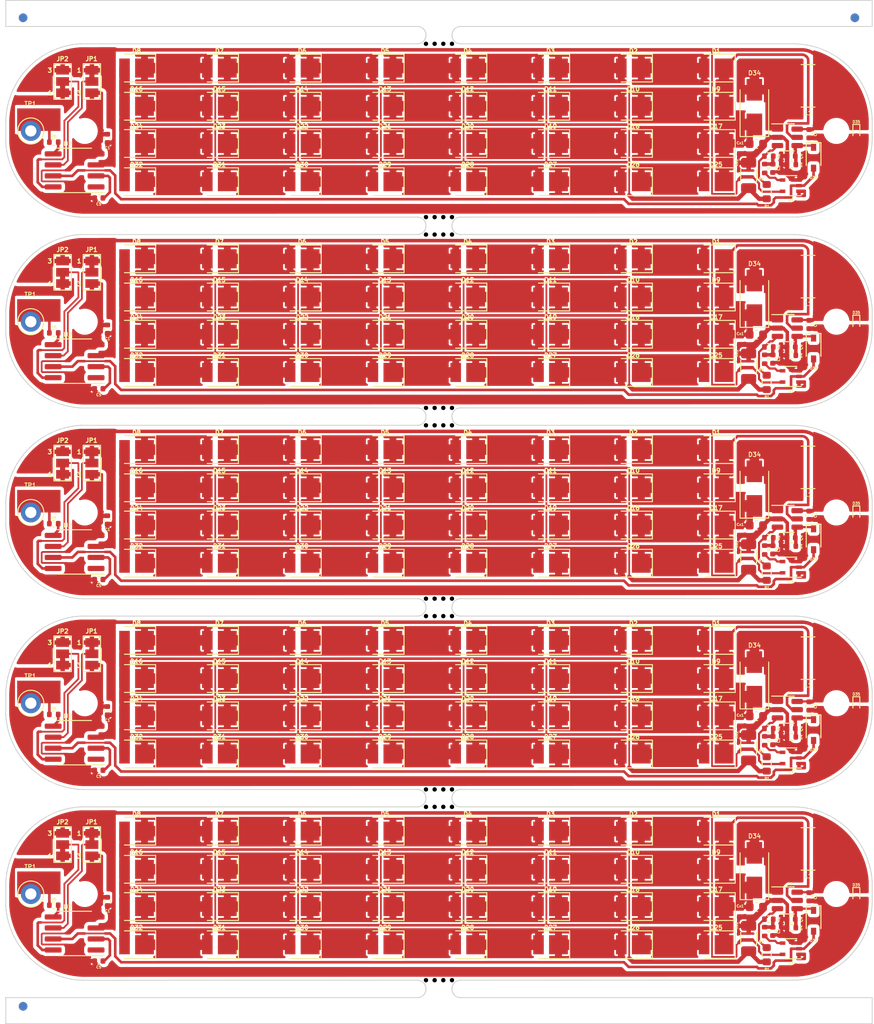
<source format=kicad_pcb>
(kicad_pcb (version 20211014) (generator pcbnew)
  (layers (0 "F.Cu" signal) (31 "B.Cu" signal) (34 "B.Paste" user) (35 "F.Paste" user) (36 "B.SilkS" user "B.Silkscreen") (37 "F.SilkS" user "F.Silkscreen") (38 "B.Mask" user) (39 "F.Mask" user) (44 "Edge.Cuts" user))
  (net 0 "")
  (net 1 "Board_0-+5V")
  (net 2 "Board_0-GND")
  (net 3 "Board_0-Net-(C3-Pad1)")
  (net 4 "Board_0-Net-(C4-Pad1)")
  (net 5 "Board_0-Net-(C5-Pad1)")
  (net 6 "Board_0-Net-(Cx1-Pad1)")
  (net 7 "Board_0-Net-(D1-Pad1)")
  (net 8 "Board_0-Net-(D10-Pad1)")
  (net 9 "Board_0-Net-(D10-Pad2)")
  (net 10 "Board_0-Net-(D11-Pad1)")
  (net 11 "Board_0-Net-(D12-Pad1)")
  (net 12 "Board_0-Net-(D13-Pad1)")
  (net 13 "Board_0-Net-(D14-Pad1)")
  (net 14 "Board_0-Net-(D15-Pad1)")
  (net 15 "Board_0-Net-(D16-Pad1)")
  (net 16 "Board_0-Net-(D17-Pad1)")
  (net 17 "Board_0-Net-(D18-Pad1)")
  (net 18 "Board_0-Net-(D19-Pad1)")
  (net 19 "Board_0-Net-(D2-Pad1)")
  (net 20 "Board_0-Net-(D20-Pad1)")
  (net 21 "Board_0-Net-(D21-Pad1)")
  (net 22 "Board_0-Net-(D22-Pad1)")
  (net 23 "Board_0-Net-(D23-Pad1)")
  (net 24 "Board_0-Net-(D25-Pad1)")
  (net 25 "Board_0-Net-(D26-Pad1)")
  (net 26 "Board_0-Net-(D27-Pad1)")
  (net 27 "Board_0-Net-(D28-Pad1)")
  (net 28 "Board_0-Net-(D29-Pad1)")
  (net 29 "Board_0-Net-(D3-Pad1)")
  (net 30 "Board_0-Net-(D30-Pad1)")
  (net 31 "Board_0-Net-(D31-Pad1)")
  (net 32 "Board_0-Net-(D33-Pad2)")
  (net 33 "Board_0-Net-(D34-Pad2)")
  (net 34 "Board_0-Net-(D4-Pad1)")
  (net 35 "Board_0-Net-(D5-Pad1)")
  (net 36 "Board_0-Net-(D6-Pad1)")
  (net 37 "Board_0-Net-(D7-Pad1)")
  (net 38 "Board_0-Net-(JP1-Pad2)")
  (net 39 "Board_0-Net-(JP2-Pad2)")
  (net 40 "Board_0-Net-(R1-Pad2)")
  (net 41 "Board_0-Net-(R3-Pad1)")
  (net 42 "Board_0-Net-(R6-Pad1)")
  (net 43 "Board_0-Net-(R6-Pad2)")
  (net 44 "Board_0-unconnected-(U2-Pad1)")
  (net 45 "Board_0-unconnected-(U3-Pad1)")
  (net 46 "Board_1-+5V")
  (net 47 "Board_1-GND")
  (net 48 "Board_1-Net-(C3-Pad1)")
  (net 49 "Board_1-Net-(C4-Pad1)")
  (net 50 "Board_1-Net-(C5-Pad1)")
  (net 51 "Board_1-Net-(Cx1-Pad1)")
  (net 52 "Board_1-Net-(D1-Pad1)")
  (net 53 "Board_1-Net-(D10-Pad1)")
  (net 54 "Board_1-Net-(D10-Pad2)")
  (net 55 "Board_1-Net-(D11-Pad1)")
  (net 56 "Board_1-Net-(D12-Pad1)")
  (net 57 "Board_1-Net-(D13-Pad1)")
  (net 58 "Board_1-Net-(D14-Pad1)")
  (net 59 "Board_1-Net-(D15-Pad1)")
  (net 60 "Board_1-Net-(D16-Pad1)")
  (net 61 "Board_1-Net-(D17-Pad1)")
  (net 62 "Board_1-Net-(D18-Pad1)")
  (net 63 "Board_1-Net-(D19-Pad1)")
  (net 64 "Board_1-Net-(D2-Pad1)")
  (net 65 "Board_1-Net-(D20-Pad1)")
  (net 66 "Board_1-Net-(D21-Pad1)")
  (net 67 "Board_1-Net-(D22-Pad1)")
  (net 68 "Board_1-Net-(D23-Pad1)")
  (net 69 "Board_1-Net-(D25-Pad1)")
  (net 70 "Board_1-Net-(D26-Pad1)")
  (net 71 "Board_1-Net-(D27-Pad1)")
  (net 72 "Board_1-Net-(D28-Pad1)")
  (net 73 "Board_1-Net-(D29-Pad1)")
  (net 74 "Board_1-Net-(D3-Pad1)")
  (net 75 "Board_1-Net-(D30-Pad1)")
  (net 76 "Board_1-Net-(D31-Pad1)")
  (net 77 "Board_1-Net-(D33-Pad2)")
  (net 78 "Board_1-Net-(D34-Pad2)")
  (net 79 "Board_1-Net-(D4-Pad1)")
  (net 80 "Board_1-Net-(D5-Pad1)")
  (net 81 "Board_1-Net-(D6-Pad1)")
  (net 82 "Board_1-Net-(D7-Pad1)")
  (net 83 "Board_1-Net-(JP1-Pad2)")
  (net 84 "Board_1-Net-(JP2-Pad2)")
  (net 85 "Board_1-Net-(R1-Pad2)")
  (net 86 "Board_1-Net-(R3-Pad1)")
  (net 87 "Board_1-Net-(R6-Pad1)")
  (net 88 "Board_1-Net-(R6-Pad2)")
  (net 89 "Board_1-unconnected-(U2-Pad1)")
  (net 90 "Board_1-unconnected-(U3-Pad1)")
  (net 91 "Board_2-+5V")
  (net 92 "Board_2-GND")
  (net 93 "Board_2-Net-(C3-Pad1)")
  (net 94 "Board_2-Net-(C4-Pad1)")
  (net 95 "Board_2-Net-(C5-Pad1)")
  (net 96 "Board_2-Net-(Cx1-Pad1)")
  (net 97 "Board_2-Net-(D1-Pad1)")
  (net 98 "Board_2-Net-(D10-Pad1)")
  (net 99 "Board_2-Net-(D10-Pad2)")
  (net 100 "Board_2-Net-(D11-Pad1)")
  (net 101 "Board_2-Net-(D12-Pad1)")
  (net 102 "Board_2-Net-(D13-Pad1)")
  (net 103 "Board_2-Net-(D14-Pad1)")
  (net 104 "Board_2-Net-(D15-Pad1)")
  (net 105 "Board_2-Net-(D16-Pad1)")
  (net 106 "Board_2-Net-(D17-Pad1)")
  (net 107 "Board_2-Net-(D18-Pad1)")
  (net 108 "Board_2-Net-(D19-Pad1)")
  (net 109 "Board_2-Net-(D2-Pad1)")
  (net 110 "Board_2-Net-(D20-Pad1)")
  (net 111 "Board_2-Net-(D21-Pad1)")
  (net 112 "Board_2-Net-(D22-Pad1)")
  (net 113 "Board_2-Net-(D23-Pad1)")
  (net 114 "Board_2-Net-(D25-Pad1)")
  (net 115 "Board_2-Net-(D26-Pad1)")
  (net 116 "Board_2-Net-(D27-Pad1)")
  (net 117 "Board_2-Net-(D28-Pad1)")
  (net 118 "Board_2-Net-(D29-Pad1)")
  (net 119 "Board_2-Net-(D3-Pad1)")
  (net 120 "Board_2-Net-(D30-Pad1)")
  (net 121 "Board_2-Net-(D31-Pad1)")
  (net 122 "Board_2-Net-(D33-Pad2)")
  (net 123 "Board_2-Net-(D34-Pad2)")
  (net 124 "Board_2-Net-(D4-Pad1)")
  (net 125 "Board_2-Net-(D5-Pad1)")
  (net 126 "Board_2-Net-(D6-Pad1)")
  (net 127 "Board_2-Net-(D7-Pad1)")
  (net 128 "Board_2-Net-(JP1-Pad2)")
  (net 129 "Board_2-Net-(JP2-Pad2)")
  (net 130 "Board_2-Net-(R1-Pad2)")
  (net 131 "Board_2-Net-(R3-Pad1)")
  (net 132 "Board_2-Net-(R6-Pad1)")
  (net 133 "Board_2-Net-(R6-Pad2)")
  (net 134 "Board_2-unconnected-(U2-Pad1)")
  (net 135 "Board_2-unconnected-(U3-Pad1)")
  (net 136 "Board_3-+5V")
  (net 137 "Board_3-GND")
  (net 138 "Board_3-Net-(C3-Pad1)")
  (net 139 "Board_3-Net-(C4-Pad1)")
  (net 140 "Board_3-Net-(C5-Pad1)")
  (net 141 "Board_3-Net-(Cx1-Pad1)")
  (net 142 "Board_3-Net-(D1-Pad1)")
  (net 143 "Board_3-Net-(D10-Pad1)")
  (net 144 "Board_3-Net-(D10-Pad2)")
  (net 145 "Board_3-Net-(D11-Pad1)")
  (net 146 "Board_3-Net-(D12-Pad1)")
  (net 147 "Board_3-Net-(D13-Pad1)")
  (net 148 "Board_3-Net-(D14-Pad1)")
  (net 149 "Board_3-Net-(D15-Pad1)")
  (net 150 "Board_3-Net-(D16-Pad1)")
  (net 151 "Board_3-Net-(D17-Pad1)")
  (net 152 "Board_3-Net-(D18-Pad1)")
  (net 153 "Board_3-Net-(D19-Pad1)")
  (net 154 "Board_3-Net-(D2-Pad1)")
  (net 155 "Board_3-Net-(D20-Pad1)")
  (net 156 "Board_3-Net-(D21-Pad1)")
  (net 157 "Board_3-Net-(D22-Pad1)")
  (net 158 "Board_3-Net-(D23-Pad1)")
  (net 159 "Board_3-Net-(D25-Pad1)")
  (net 160 "Board_3-Net-(D26-Pad1)")
  (net 161 "Board_3-Net-(D27-Pad1)")
  (net 162 "Board_3-Net-(D28-Pad1)")
  (net 163 "Board_3-Net-(D29-Pad1)")
  (net 164 "Board_3-Net-(D3-Pad1)")
  (net 165 "Board_3-Net-(D30-Pad1)")
  (net 166 "Board_3-Net-(D31-Pad1)")
  (net 167 "Board_3-Net-(D33-Pad2)")
  (net 168 "Board_3-Net-(D34-Pad2)")
  (net 169 "Board_3-Net-(D4-Pad1)")
  (net 170 "Board_3-Net-(D5-Pad1)")
  (net 171 "Board_3-Net-(D6-Pad1)")
  (net 172 "Board_3-Net-(D7-Pad1)")
  (net 173 "Board_3-Net-(JP1-Pad2)")
  (net 174 "Board_3-Net-(JP2-Pad2)")
  (net 175 "Board_3-Net-(R1-Pad2)")
  (net 176 "Board_3-Net-(R3-Pad1)")
  (net 177 "Board_3-Net-(R6-Pad1)")
  (net 178 "Board_3-Net-(R6-Pad2)")
  (net 179 "Board_3-unconnected-(U2-Pad1)")
  (net 180 "Board_3-unconnected-(U3-Pad1)")
  (net 181 "Board_4-+5V")
  (net 182 "Board_4-GND")
  (net 183 "Board_4-Net-(C3-Pad1)")
  (net 184 "Board_4-Net-(C4-Pad1)")
  (net 185 "Board_4-Net-(C5-Pad1)")
  (net 186 "Board_4-Net-(Cx1-Pad1)")
  (net 187 "Board_4-Net-(D1-Pad1)")
  (net 188 "Board_4-Net-(D10-Pad1)")
  (net 189 "Board_4-Net-(D10-Pad2)")
  (net 190 "Board_4-Net-(D11-Pad1)")
  (net 191 "Board_4-Net-(D12-Pad1)")
  (net 192 "Board_4-Net-(D13-Pad1)")
  (net 193 "Board_4-Net-(D14-Pad1)")
  (net 194 "Board_4-Net-(D15-Pad1)")
  (net 195 "Board_4-Net-(D16-Pad1)")
  (net 196 "Board_4-Net-(D17-Pad1)")
  (net 197 "Board_4-Net-(D18-Pad1)")
  (net 198 "Board_4-Net-(D19-Pad1)")
  (net 199 "Board_4-Net-(D2-Pad1)")
  (net 200 "Board_4-Net-(D20-Pad1)")
  (net 201 "Board_4-Net-(D21-Pad1)")
  (net 202 "Board_4-Net-(D22-Pad1)")
  (net 203 "Board_4-Net-(D23-Pad1)")
  (net 204 "Board_4-Net-(D25-Pad1)")
  (net 205 "Board_4-Net-(D26-Pad1)")
  (net 206 "Board_4-Net-(D27-Pad1)")
  (net 207 "Board_4-Net-(D28-Pad1)")
  (net 208 "Board_4-Net-(D29-Pad1)")
  (net 209 "Board_4-Net-(D3-Pad1)")
  (net 210 "Board_4-Net-(D30-Pad1)")
  (net 211 "Board_4-Net-(D31-Pad1)")
  (net 212 "Board_4-Net-(D33-Pad2)")
  (net 213 "Board_4-Net-(D34-Pad2)")
  (net 214 "Board_4-Net-(D4-Pad1)")
  (net 215 "Board_4-Net-(D5-Pad1)")
  (net 216 "Board_4-Net-(D6-Pad1)")
  (net 217 "Board_4-Net-(D7-Pad1)")
  (net 218 "Board_4-Net-(JP1-Pad2)")
  (net 219 "Board_4-Net-(JP2-Pad2)")
  (net 220 "Board_4-Net-(R1-Pad2)")
  (net 221 "Board_4-Net-(R3-Pad1)")
  (net 222 "Board_4-Net-(R6-Pad1)")
  (net 223 "Board_4-Net-(R6-Pad2)")
  (net 224 "Board_4-unconnected-(U2-Pad1)")
  (net 225 "Board_4-unconnected-(U3-Pad1)")
  (footprint "Capacitor_SMD:C_0402_1005Metric" (layer "F.Cu") (at 109.259997 42.780004 180)
    (fp_text reference "C5")
    (fp_text value "10n")
  )
  (footprint "LED_SMD:LED_2835_custom_margin" (layer "F.Cu") (at 151.819997 128.9 180)
    (fp_text reference "D28")
    (fp_text value "660nm")
  )
  (footprint "LED_SMD:LED_2835_custom_margin" (layer "F.Cu") (at 142.269997 106.900001 180)
    (fp_text reference "D29")
    (fp_text value "660nm")
  )
  (footprint "Resistor_SMD:R_0402_1005Metric" (layer "F.Cu") (at 186.069997 61.380003 90)
    (fp_text reference "R3")
    (fp_text value "200k")
  )
  (footprint "Package_SO:SOIC-8_3.9x4.9mm_P1.27mm" (layer "F.Cu") (at 106.469997 39.600004 180)
    (fp_text reference "U2")
    (fp_text value "JL8022W-L")
  )
  (footprint "LED_SMD:LED_2835_custom_margin" (layer "F.Cu") (at 170.919997 106.900001 180)
    (fp_text reference "D26")
    (fp_text value "660nm")
  )
  (footprint "NPTH" (layer "F.Cu") (at 148.000001 47.000001)
    (fp_text reference "REF**" hide)
    (fp_text value "NPTH" hide)
  )
  (footprint "LED_SMD:LED_2835_custom_margin" (layer "F.Cu") (at 132.719997 120.2 180)
    (fp_text reference "D14")
    (fp_text value "660nm")
  )
  (footprint "Diode_SMD:D_SOD-923" (layer "F.Cu") (at 196.644997 79.100002 -90)
    (fp_text reference "D35")
    (fp_text value "D_TVS_unidirection")
  )
  (footprint "LED_SMD:LED_2835_custom_margin" (layer "F.Cu") (at 132.719997 36.500004 180)
    (fp_text reference "D22")
    (fp_text value "660nm")
  )
  (footprint "Package_TO_SOT_SMD:SOT-353_SC-70-5" (layer "F.Cu") (at 189.079997 129.36 180)
    (fp_text reference "U3")
    (fp_text value "74LVC1G04")
  )
  (footprint "Capacitor_SMD:C_0402_1005Metric" (layer "F.Cu") (at 187.009997 61.360003 -90)
    (fp_text reference "C3")
    (fp_text value "1u")
  )
  (footprint "Resistor_SMD:R_0402_1005Metric" (layer "F.Cu") (at 104.069997 80.340002)
    (fp_text reference "R6")
    (fp_text value "5k")
  )
  (footprint "LED_SMD:LED_2835_custom_margin" (layer "F.Cu") (at 113.619997 80.500002 180)
    (fp_text reference "D24")
    (fp_text value "660nm")
  )
  (footprint "LED_SMD:LED_2835_custom_margin" (layer "F.Cu") (at 142.269997 80.500002 180)
    (fp_text reference "D21")
    (fp_text value "660nm")
  )
  (footprint "Package_TO_SOT_SMD:SOT-23-6" (layer "F.Cu") (at 188.679997 101.790001)
    (fp_text reference "U1")
    (fp_text value "MT9284_1")
  )
  (footprint "NPTH" (layer "F.Cu") (at 150 66.988701)
    (fp_text reference "REF**" hide)
    (fp_text value "NPTH" hide)
  )
  (footprint "Resistor_SMD:R_1206_3216Metric" (layer "F.Cu") (at 184.219997 128.18 -90)
    (fp_text reference "Rx1")
    (fp_text value "1.5")
  )
  (footprint "LED_SMD:LED_2835_custom_margin" (layer "F.Cu") (at 161.369997 76.200002 180)
    (fp_text reference "D11")
    (fp_text value "660nm")
  )
  (footprint "Jumper:SolderJumper-3_P1.3mm_Bridged12_Pad1.0x1.5mm_NumberLabels" (layer "F.Cu") (at 108.464997 73.350002 -90)
    (fp_text reference "JP1")
    (fp_text value "solderjumper_1")
  )
  (footprint "NPTH" (layer "F.Cu") (at 148.000001 44.989233)
    (fp_text reference "REF**" hide)
    (fp_text value "NPTH" hide)
  )
  (footprint "LED_SMD:LED_2835_custom_margin" (layer "F.Cu") (at 123.169997 80.500002 180)
    (fp_text reference "D23")
    (fp_text value "660nm")
  )
  (footprint "Resistor_SMD:R_0603_1608Metric" (layer "F.Cu") (at 186.299997 130.05 90)
    (fp_text reference "R1")
    (fp_text value "23.2k")
  )
  (footprint "Package_SO:SOIC-8_3.9x4.9mm_P1.27mm" (layer "F.Cu") (at 106.469997 61.600003 180)
    (fp_text reference "U2")
    (fp_text value "JL8022W-L")
  )
  (footprint "LED_SMD:LED_2835_custom_margin" (layer "F.Cu") (at 151.819997 93.800001 180)
    (fp_text reference "D4")
    (fp_text value "660nm")
  )
  (footprint "LED_SMD:LED_2835_custom_margin" (layer "F.Cu") (at 142.269997 124.5 180)
    (fp_text reference "D21")
    (fp_text value "660nm")
  )
  (footprint "LED_SMD:LED_2835_custom_margin" (layer "F.Cu") (at 132.719997 62.900003 180)
    (fp_text reference "D30")
    (fp_text value "660nm")
  )
  (footprint "NPTH" (layer "F.Cu") (at 150 69)
    (fp_text reference "REF**" hide)
    (fp_text value "NPTH" hide)
  )
  (footprint "LED_SMD:LED_2835_custom_margin" (layer "F.Cu") (at 132.719997 49.800003 180)
    (fp_text reference "D6")
    (fp_text value "660nm")
  )
  (footprint "LED_SMD:LED_2835_custom_margin" (layer "F.Cu") (at 113.619997 115.8 180)
    (fp_text reference "D8")
    (fp_text value "660nm")
  )
  (footprint "LED_SMD:LED_2835_custom_margin" (layer "F.Cu") (at 170.919997 71.800002 180)
    (fp_text reference "D2")
    (fp_text value "660nm")
  )
  (footprint "Diode_SMD:D_SMA" (layer "F.Cu") (at 184.879997 32.300004 90)
    (fp_text reference "D34")
    (fp_text value "SS14")
  )
  (footprint "LED_SMD:LED_2835_custom_margin" (layer "F.Cu") (at 132.719997 71.800002 180)
    (fp_text reference "D6")
    (fp_text value "660nm")
  )
  (footprint "LED_SMD:LED_2835_custom_margin" (layer "F.Cu") (at 170.919997 49.800003 180)
    (fp_text reference "D2")
    (fp_text value "660nm")
  )
  (footprint "LED_SMD:LED_2835_custom_margin" (layer "F.Cu") (at 170.919997 76.200002 180)
    (fp_text reference "D10")
    (fp_text value "660nm")
  )
  (footprint "Capacitor_SMD:C_0402_1005Metric" (layer "F.Cu") (at 189.119997 81.960002 180)
    (fp_text reference "C4")
    (fp_text value "1n")
  )
  (footprint "Package_TO_SOT_SMD:SOT-23-6" (layer "F.Cu") (at 188.679997 123.79)
    (fp_text reference "U1")
    (fp_text value "MT9284_1")
  )
  (footprint "Diode_SMD:D_SOD-323_custom" (layer "F.Cu") (at 191.709997 59.990003 -90)
    (fp_text reference "D33")
    (fp_text value "1N4148WS")
  )
  (footprint "LED_SMD:LED_2835_custom_margin" (layer "F.Cu") (at 151.819997 76.200002 180)
    (fp_text reference "D12")
    (fp_text value "660nm")
  )
  (footprint "NPTH" (layer "F.Cu") (at 149 47.000001)
    (fp_text reference "REF**" hide)
    (fp_text value "NPTH" hide)
  )
  (footprint "Resistor_SMD:R_0402_1005Metric" (layer "F.Cu") (at 186.069997 105.380001 90)
    (fp_text reference "R3")
    (fp_text value "200k")
  )
  (footprint "LED_SMD:LED_2835_custom_margin" (layer "F.Cu") (at 142.269997 40.900004 180)
    (fp_text reference "D29")
    (fp_text value "660nm")
  )
  (footprint "Resistor_SMD:R_0402_1005Metric" (layer "F.Cu") (at 186.549997 125.96)
    (fp_text reference "R2")
    (fp_text value "200k")
  )
  (footprint "LED_SMD:LED_2835_custom_margin" (layer "F.Cu") (at 151.819997 84.900002 180)
    (fp_text reference "D28")
    (fp_text value "660nm")
  )
  (footprint "Diode_SMD:D_SOD-923" (layer "F.Cu") (at 196.644997 101.100001 -90)
    (fp_text reference "D35")
    (fp_text value "D_TVS_unidirection")
  )
  (footprint "Jumper:SolderJumper-3_P1.3mm_Bridged12_Pad1.0x1.5mm_NumberLabels" (layer "F.Cu") (at 105.089997 51.350003 90)
    (fp_text reference "JP2")
    (fp_text value "solderjumper_2")
  )
  (footprint "Capacitor_SMD:C_0603_1608Metric" (layer "F.Cu") (at 185.109997 36.540004)
    (fp_text reference "Cx1")
    (fp_text value "22u")
  )
  (footprint "LED_SMD:LED_2835_custom_margin" (layer "F.Cu") (at 180.469997 124.5 180)
    (fp_text reference "D17")
    (fp_text value "660nm")
  )
  (footprint "NPTH" (layer "F.Cu") (at 150 44.988702)
    (fp_text reference "REF**" hide)
    (fp_text value "NPTH" hide)
  )
  (footprint "LED_SMD:LED_2835_custom_margin" (layer "F.Cu") (at 161.369997 62.900003 180)
    (fp_text reference "D27")
    (fp_text value "660nm")
  )
  (footprint "LED_SMD:LED_2835_custom_margin" (layer "F.Cu") (at 151.819997 98.200001 180)
    (fp_text reference "D12")
    (fp_text value "660nm")
  )
  (footprint "LED_SMD:LED_2835_custom_margin" (layer "F.Cu") (at 170.919997 115.8 180)
    (fp_text reference "D2")
    (fp_text value "660nm")
  )
  (footprint "Capacitor_SMD:C_0402_1005Metric" (layer "F.Cu") (at 109.259997 108.780001 180)
    (fp_text reference "C5")
    (fp_text value "10n")
  )
  (footprint "LED_SMD:LED_2835_custom_margin" (layer "F.Cu") (at 151.819997 120.2 180)
    (fp_text reference "D12")
    (fp_text value "660nm")
  )
  (footprint "LED_SMD:LED_2835_custom_margin" (layer "F.Cu") (at 113.619997 98.200001 180)
    (fp_text reference "D16")
    (fp_text value "660nm")
  )
  (footprint "Capacitor_SMD:C_0402_1005Metric" (layer "F.Cu") (at 189.119997 37.960004 180)
    (fp_text reference "C4")
    (fp_text value "1n")
  )
  (footprint "LED_SMD:LED_2835_custom_margin" (layer "F.Cu") (at 113.619997 124.5 180)
    (fp_text reference "D24")
    (fp_text value "660nm")
  )
  (footprint "Diode_SMD:D_SMA" (layer "F.Cu") (at 184.879997 54.300003 90)
    (fp_text reference "D34")
    (fp_text value "SS14")
  )
  (footprint "Resistor_SMD:R_0402_1005Metric" (layer "F.Cu") (at 189.149997 82.930002)
    (fp_text reference "R4")
    (fp_text value "100k")
  )
  (footprint "LED_SMD:LED_2835_custom_margin" (layer "F.Cu") (at 132.719997 32.200004 180)
    (fp_text reference "D14")
    (fp_text value "660nm")
  )
  (footprint "LED_SMD:LED_2835_custom_margin" (layer "F.Cu") (at 151.819997 40.900004 180)
    (fp_text reference "D28")
    (fp_text value "660nm")
  )
  (footprint "LED_SMD:LED_2835_custom_margin" (layer "F.Cu") (at 161.369997 115.8 180)
    (fp_text reference "D3")
    (fp_text value "660nm")
  )
  (footprint "NPTH" (layer "F.Cu") (at 150 25.000003)
    (fp_text reference "REF**" hide)
    (fp_text value "NPTH" hide)
  )
  (footprint "Inductor_SMD:L_WHC_0630_custom" (layer "F.Cu") (at 191.094997 117.95 180)
    (fp_text reference "L1")
    (fp_text value "L_Ferrite_Small")
  )
  (footprint "LED_SMD:LED_2835_custom_margin" (layer "F.Cu") (at 151.819997 102.500001 180)
    (fp_text reference "D20")
    (fp_text value "660nm")
  )
  (footprint "NPTH" (layer "F.Cu") (at 147.000001 132.989494)
    (fp_text reference "REF**" hide)
    (fp_text value "NPTH" hide)
  )
  (footprint "NPTH" (layer "F.Cu") (at 147.000001 66.989497)
    (fp_text reference "REF**" hide)
    (fp_text value "NPTH" hide)
  )
  (footprint "Resistor_SMD:R_0402_1005Metric" (layer "F.Cu") (at 186.549997 81.960002)
    (fp_text reference "R2")
    (fp_text value "200k")
  )
  (footprint "LED_SMD:LED_2835_custom_margin" (layer "F.Cu") (at 123.169997 49.800003 180)
    (fp_text reference "D7")
    (fp_text value "660nm")
  )
  (footprint "Resistor_SMD:R_0402_1005Metric" (layer "F.Cu") (at 104.069997 102.340001)
    (fp_text reference "R6")
    (fp_text value "5k")
  )
  (footprint "Capacitor_SMD:C_0402_1005Metric" (layer "F.Cu") (at 109.259997 130.78 180)
    (fp_text reference "C5")
    (fp_text value "10n")
  )
  (footprint "LED_SMD:LED_2835_custom_margin" (layer "F.Cu") (at 132.719997 76.200002 180)
    (fp_text reference "D14")
    (fp_text value "660nm")
  )
  (footprint "NPTH" (layer "F.Cu") (at 147.000001 69)
    (fp_text reference "REF**" hide)
    (fp_text value "NPTH" hide)
  )
  (footprint "LED_SMD:LED_2835_custom_margin" (layer "F.Cu") (at 142.269997 115.8 180)
    (fp_text reference "D5")
    (fp_text value "660nm")
  )
  (footprint "Inductor_SMD:L_WHC_0630_custom" (layer "F.Cu") (at 191.094997 51.950003 180)
    (fp_text reference "L1")
    (fp_text value "L_Ferrite_Small")
  )
  (footprint "Capacitor_SMD:C_0402_1005Metric" (layer "F.Cu") (at 187.009997 39.360004 -90)
    (fp_text reference "C3")
    (fp_text value "1u")
  )
  (footprint "Inductor_SMD:L_WHC_0630_custom" (layer "F.Cu") (at 191.094997 29.950004 180)
    (fp_text reference "L1")
    (fp_text value "L_Ferrite_Small")
  )
  (footprint "NPTH" (layer "F.Cu") (at 148.000001 132.989229)
    (fp_text reference "REF**" hide)
    (fp_text value "NPTH" hide)
  )
  (footprint "Jumper:SolderJumper-3_P1.3mm_Bridged12_Pad1.0x1.5mm_NumberLabels" (layer "F.Cu") (at 105.089997 29.350004 90)
    (fp_text reference "JP2")
    (fp_text value "solderjumper_2")
  )
  (footprint "Inductor_SMD:L_WHC_0630_custom" (layer "F.Cu") (at 191.094997 95.950001 180)
    (fp_text reference "L1")
    (fp_text value "L_Ferrite_Small")
  )
  (footprint "LED_SMD:LED_2835_custom_margin" (layer "F.Cu") (at 180.469997 106.900001 180)
    (fp_text reference "D25")
    (fp_text value "660nm")
  )
  (footprint "LED_SMD:LED_2835_custom_margin" (layer "F.Cu") (at 161.369997 124.5 180)
    (fp_text reference "D19")
    (fp_text value "660nm")
  )
  (footprint "NPTH" (layer "F.Cu") (at 149 110.988964)
    (fp_text reference "REF**" hide)
    (fp_text value "NPTH" hide)
  )
  (footprint "Fiducial" (layer "F.Cu") (at 100.529997 22)
    (fp_text reference "REF**" hide)
    (fp_text value "Fiducial" hide)
  )
  (footprint "NPTH" (layer "F.Cu") (at 148.000001 66.989232)
    (fp_text reference "REF**" hide)
    (fp_text value "NPTH" hide)
  )
  (footprint "LED_SMD:LED_2835_custom_margin" (layer "F.Cu") (at 132.719997 106.900001 180)
    (fp_text reference "D30")
    (fp_text value "660nm")
  )
  (footprint "Resistor_SMD:R_0603_1608Metric" (layer "F.Cu") (at 186.299997 86.050002 90)
    (fp_text reference "R1")
    (fp_text value "23.2k")
  )
  (footprint "LED_SMD:LED_2835_custom_margin" (layer "F.Cu") (at 170.919997 120.2 180)
    (fp_text reference "D10")
    (fp_text value "660nm")
  )
  (footprint "LED_SMD:LED_2835_custom_margin" (layer "F.Cu") (at 142.269997 54.200003 180)
    (fp_text reference "D13")
    (fp_text value "660nm")
  )
  (footprint "NPTH" (layer "F.Cu") (at 150 47.000001)
    (fp_text reference "REF**" hide)
    (fp_text value "NPTH" hide)
  )
  (footprint "Diode_SMD:D_SOD-323_custom" (layer "F.Cu") (at 191.709997 37.990004 -90)
    (fp_text reference "D33")
    (fp_text value "1N4148WS")
  )
  (footprint "LED_SMD:LED_2835_custom_margin" (layer "F.Cu") (at 151.819997 58.500003 180)
    (fp_text reference "D20")
    (fp_text value "660nm")
  )
  (footprint "Resistor_SMD:R_0402_1005Metric" (layer "F.Cu") (at 189.149997 38.930004)
    (fp_text reference "R4")
    (fp_text value "100k")
  )
  (footprint "LED_SMD:LED_2835_custom_margin" (layer "F.Cu") (at 180.469997 32.200004 180)
    (fp_text reference "D9")
    (fp_text value "660nm")
  )
  (footprint "LED_SMD:LED_2835_custom_margin" (layer "F.Cu") (at 151.819997 54.200003 180)
    (fp_text reference "D12")
    (fp_text value "660nm")
  )
  (footprint "LED_SMD:LED_2835_custom_margin" (layer "F.Cu") (at 113.619997 36.500004 180)
    (fp_text reference "D24")
    (fp_text value "660nm")
  )
  (footprint "NPTH" (layer "F.Cu") (at 149 69)
    (fp_text reference "REF**" hide)
    (fp_text value "NPTH" hide)
  )
  (footprint "Diode_SMD:D_SOD-323_custom" (layer "F.Cu") (at 191.709997 103.990001 -90)
    (fp_text reference "D33")
    (fp_text value "1N4148WS")
  )
  (footprint "Resistor_SMD:R_1206_3216Metric" (layer "F.Cu") (at 184.219997 62.180003 -90)
    (fp_text reference "Rx1")
    (fp_text value "1.5")
  )
  (footprint "LED_SMD:LED_2835_custom_margin" (layer "F.Cu") (at 132.719997 93.800001 180)
    (fp_text reference "D6")
    (fp_text value "660nm")
  )
  (footprint "LED_SMD:LED_2835_custom_margin" (layer "F.Cu") (at 113.619997 76.200002 180)
    (fp_text reference "D16")
    (fp_text value "660nm")
  )
  (footprint "NPTH" (layer "F.Cu") (at 148.000001 110.98923)
    (fp_text reference "REF**" hide)
    (fp_text value "NPTH" hide)
  )
  (footprint "Capacitor_SMD:C_0402_1005Metric" (layer "F.Cu") (at 191.189997 123.37 -90)
    (fp_text reference "C2")
    (fp_text value "22u")
  )
  (footprint "Jumper:SolderJumper-3_P1.3mm_Bridged12_Pad1.0x1.5mm_NumberLabels" (layer "F.Cu") (at 108.464997 29.350004 -90)
    (fp_text reference "JP1")
    (fp_text value "solderjumper_1")
  )
  (footprint "LED_SMD:LED_2835_custom_margin" (layer "F.Cu") (at 151.819997 27.800004 180)
    (fp_text reference "D4")
    (fp_text value "660nm")
  )
  (footprint "MountingHole:MountingHole_2.1mm" (layer "F.Cu") (at 107.659997 101.040001)
    (fp_text reference "H2" hide)
    (fp_text value "MountingHole" hide)
  )
  (footprint "Diode_SMD:D_SMA" (layer "F.Cu") (at 184.879997 98.300001 90)
    (fp_text reference "D34")
    (fp_text value "SS14")
  )
  (footprint "LED_SMD:LED_2835_custom_margin" (layer "F.Cu") (at 132.719997 84.900002 180)
    (fp_text reference "D30")
    (fp_text value "660nm")
  )
  (footprint "Diode_SMD:D_SOD-323_custom" (layer "F.Cu") (at 191.709997 125.99 -90)
    (fp_text reference "D33")
    (fp_text value "1N4148WS")
  )
  (footprint "Resistor_SMD:R_1206_3216Metric" (layer "F.Cu") (at 184.219997 84.180002 -90)
    (fp_text reference "Rx1")
    (fp_text value "1.5")
  )
  (footprint "LED_SMD:LED_2835_custom_margin" (layer "F.Cu") (at 142.269997 71.800002 180)
    (fp_text reference "D5")
    (fp_text value "660nm")
  )
  (footprint "LED_SMD:LED_2835_custom_margin" (layer "F.Cu") (at 142.269997 62.900003 180)
    (fp_text reference "D29")
    (fp_text value "660nm")
  )
  (footprint "LED_SMD:LED_2835_custom_margin" (layer "F.Cu") (at 123.169997 40.900004 180)
    (fp_text reference "D31")
    (fp_text value "660nm")
  )
  (footprint "NPTH" (layer "F.Cu") (at 149 25.000003)
    (fp_text reference "REF**" hide)
    (fp_text value "NPTH" hide)
  )
  (footprint "LED_SMD:LED_2835_custom_margin" (layer "F.Cu") (at 180.469997 62.900003 180)
    (fp_text reference "D25")
    (fp_text value "660nm")
  )
  (footprint "Capacitor_SMD:C_0402_1005Metric" (layer "F.Cu") (at 110.259997 101.910001 -90)
    (fp_text reference "C1")
    (fp_text value "1u")
  )
  (footprint "Resistor_SMD:R_0402_1005Metric" (layer "F.Cu") (at 189.149997 60.930003)
    (fp_text reference "R4")
    (fp_text value "100k")
  )
  (footprint "NPTH" (layer "F.Cu") (at 147.000001 25.000003)
    (fp_text reference "REF**" hide)
    (fp_text value "NPTH" hide)
  )
  (footprint "LED_SMD:LED_2835_custom_margin" (layer "F.Cu") (at 123.169997 32.200004 180)
    (fp_text reference "D15")
    (fp_text value "660nm")
  )
  (footprint "LED_SMD:LED_2835_custom_margin" (layer "F.Cu") (at 113.619997 62.900003 180)
    (fp_text reference "D32")
    (fp_text value "660nm")
  )
  (footprint "Inductor_SMD:L_WHC_0630_custom" (layer "F.Cu") (at 191.094997 73.950002 180)
    (fp_text reference "L1")
    (fp_text value "L_Ferrite_Small")
  )
  (footprint "Capacitor_SMD:C_0402_1005Metric" (layer "F.Cu") (at 110.259997 57.910003 -90)
    (fp_text reference "C1")
    (fp_text value "1u")
  )
  (footprint "NPTH" (layer "F.Cu") (at 150 90.999999)
    (fp_text reference "REF**" hide)
    (fp_text value "NPTH" hide)
  )
  (footprint "MountingHole:MountingHole_2.1mm" (layer "F.Cu") (at 194.339997 79.050002)
    (fp_text reference "H1" hide)
    (fp_text value "MountingHole" hide)
  )
  (footprint "LED_SMD:LED_2835_custom_margin" (layer "F.Cu") (at 170.919997 102.500001 180)
    (fp_text reference "D18")
    (fp_text value "660nm")
  )
  (footprint "LED_SMD:LED_2835_custom_margin" (layer "F.Cu") (at 132.719997 115.8 180)
    (fp_text reference "D6")
    (fp_text value "660nm")
  )
  (footprint "NPTH" (layer "F.Cu") (at 147.000001 110.989495)
    (fp_text reference "REF**" hide)
    (fp_text value "NPTH" hide)
  )
  (footprint "LED_SMD:LED_2835_custom_margin" (layer "F.Cu") (at 161.369997 27.800004 180)
    (fp_text reference "D3")
    (fp_text value "660nm")
  )
  (footprint "Package_TO_SOT_SMD:SOT-353_SC-70-5" (layer "F.Cu") (at 189.079997 107.360001 180)
    (fp_text reference "U3")
    (fp_text value "74LVC1G04")
  )
  (footprint "LED_SMD:LED_2835_custom_margin" (layer "F.Cu") (at 113.619997 93.800001 180)
    (fp_text reference "D8")
    (fp_text value "660nm")
  )
  (footprint "Jumper:SolderJumper-3_P1.3mm_Bridged12_Pad1.0x1.5mm_NumberLabels" (layer "F.Cu") (at 105.089997 73.350002 90)
    (fp_text reference "JP2")
    (fp_text value "solderjumper_2")
  )
  (footprint "Capacitor_SMD:C_0603_1608Metric" (layer "F.Cu") (at 185.109997 58.540003)
    (fp_text reference "Cx1")
    (fp_text value "22u")
  )
  (footprint "TestPoint:TestPoint_Loop_D2.50mm_Drill1.0mm_overlap_pad_custom" (layer "F.Cu") (at 101.419997 101.050001)
    (fp_text reference "TP1")
    (fp_text value "TestPoint")
  )
  (footprint "Diode_SMD:D_SOD-323_custom" (layer "F.Cu") (at 191.709997 81.990002 -90)
    (fp_text reference "D33")
    (fp_text value "1N4148WS")
  )
  (footprint "LED_SMD:LED_2835_custom_margin" (layer "F.Cu") (at 132.719997 102.500001 180)
    (fp_text reference "D22")
    (fp_text value "660nm")
  )
  (footprint "LED_SMD:LED_2835_custom_margin" (layer "F.Cu") (at 151.819997 36.500004 180)
    (fp_text reference "D20")
    (fp_text value "660nm")
  )
  (footprint "LED_SMD:LED_2835_custom_margin" (layer "F.Cu") (at 142.269997 84.900002 180)
    (fp_text reference "D29")
    (fp_text value "660nm")
  )
  (footprint "Capacitor_SMD:C_0402_1005Metric" (layer "F.Cu") (at 191.189997 101.370001 -90)
    (fp_text reference "C2")
    (fp_text value "22u")
  )
  (footprint "Jumper:SolderJumper-3_P1.3mm_Bridged12_Pad1.0x1.5mm_NumberLabels" (layer "F.Cu") (at 105.089997 117.35 90)
    (fp_text reference "JP2")
    (fp_text value "solderjumper_2")
  )
  (footprint "LED_SMD:LED_2835_custom_margin" (layer "F.Cu") (at 151.819997 80.500002 180)
    (fp_text reference "D20")
    (fp_text value "660nm")
  )
  (footprint "TestPoint:TestPoint_Loop_D2.50mm_Drill1.0mm_overlap_pad_custom" (layer "F.Cu") (at 101.419997 79.050002)
    (fp_text reference "TP1")
    (fp_text value "TestPoint")
  )
  (footprint "LED_SMD:LED_2835_custom_margin" (layer "F.Cu") (at 161.369997 71.800002 180)
    (fp_text reference "D3")
    (fp_text value "660nm")
  )
  (footprint "LED_SMD:LED_2835_custom_margin" (layer "F.Cu") (at 161.369997 36.500004 180)
    (fp_text reference "D19")
    (fp_text value "660nm")
  )
  (footprint "LED_SMD:LED_2835_custom_margin" (layer "F.Cu") (at 170.919997 32.200004 180)
    (fp_text reference "D10")
    (fp_text value "660nm")
  )
  (footprint "LED_SMD:LED_2835_custom_margin" (layer "F.Cu") (at 180.469997 98.200001 180)
    (fp_text reference "D9")
    (fp_text value "660nm")
  )
  (footprint "LED_SMD:LED_2835_custom_margin" (layer "F.Cu") (at 123.169997 102.500001 180)
    (fp_text reference "D23")
    (fp_text value "660nm")
  )
  (footprint "LED_SMD:LED_2835_custom_margin" (layer "F.Cu") (at 132.719997 27.800004 180)
    (fp_text reference "D6")
    (fp_text value "660nm")
  )
  (footprint "Package_TO_SOT_SMD:SOT-23-6" (layer "F.Cu") (at 188.679997 57.790003)
    (fp_text reference "U1")
    (fp_text value "MT9284_1")
  )
  (footprint "Resistor_SMD:R_0402_1005Metric" (layer "F.Cu") (at 104.069997 58.340003)
    (fp_text reference "R6")
    (fp_text value "5k")
  )
  (footprint "Resistor_SMD:R_0402_1005Metric" (layer "F.Cu") (at 104.069997 124.34)
    (fp_text reference "R6")
    (fp_text value "5k")
  )
  (footprint "LED_SMD:LED_2835_custom_margin" (layer "F.Cu") (at 132.719997 124.5 180)
    (fp_text reference "D22")
    (fp_text value "660nm")
  )
  (footprint "NPTH" (layer "F.Cu") (at 148.000001 90.999999)
    (fp_text reference "REF**" hide)
    (fp_text value "NPTH" hide)
  )
  (footprint "LED_SMD:LED_2835_custom_margin" (layer "F.Cu") (at 123.169997 36.500004 180)
    (fp_text reference "D23")
    (fp_text value "660nm")
  )
  (footprint "NPTH" (layer "F.Cu") (at 147.000001 90.999999)
    (fp_text reference "REF**" hide)
    (fp_text value "NPTH" hide)
  )
  (footprint "Capacitor_SMD:C_0402_1005Metric" (layer "F.Cu") (at 110.259997 35.910004 -90)
    (fp_text reference "C1")
    (fp_text value "1u")
  )
  (footprint "LED_SMD:LED_2835_custom_margin" (layer "F.Cu") (at 132.719997 54.200003 180)
    (fp_text reference "D14")
    (fp_text value "660nm")
  )
  (footprint "LED_SMD:LED_2835_custom_margin" (layer "F.Cu") (at 142.269997 98.200001 180)
    (fp_text reference "D13")
    (fp_text value "660nm")
  )
  (footprint "LED_SMD:LED_2835_custom_margin" (layer "F.Cu") (at 180.469997 40.900004 180)
    (fp_text reference "D25")
    (fp_text value "660nm")
  )
  (footprint "Resistor_SMD:R_0402_1005Metric" (layer "F.Cu") (at 186.069997 83.380002 90)
    (fp_text reference "R3")
    (fp_text value "200k")
  )
  (footprint "Package_SO:SOIC-8_3.9x4.9mm_P1.27mm" (layer "F.Cu") (at 106.469997 127.6 180)
    (fp_text reference "U2")
    (fp_text value "JL8022W-L")
  )
  (footprint "LED_SMD:LED_2835_custom_margin" (layer "F.Cu") (at 142.269997 120.2 180)
    (fp_text reference "D13")
    (fp_text value "660nm")
  )
  (footprint "MountingHole:MountingHole_2.1mm" (layer "F.Cu") (at 194.339997 57.050003)
    (fp_text reference "H1" hide)
    (fp_text value "MountingHole" hide)
  )
  (footprint "LED_SMD:LED_2835_custom_margin" (layer "F.Cu") (at 151.819997 49.800003 180)
    (fp_text reference "D4")
    (fp_text value "660nm")
  )
  (footprint "Resistor_SMD:R_0402_1005Metric" (layer "F.Cu") (at 186.069997 127.38 90)
    (fp_text reference "R3")
    (fp_text value "200k")
  )
  (footprint "Capacitor_SMD:C_0402_1005Metric" (layer "F.Cu") (at 189.119997 103.960001 180)
    (fp_text reference "C4")
    (fp_text value "1n")
  )
  (footprint "Resistor_SMD:R_0402_1005Metric" (layer "F.Cu") (at 186.549997 59.960003)
    (fp_text reference "R2")
    (fp_text value "200k")
  )
  (footprint "Package_SO:SOIC-8_3.9x4.9mm_P1.27mm" (layer "F.Cu") (at 106.469997 105.600001 180)
    (fp_text reference "U2")
    (fp_text value "JL8022W-L")
  )
  (footprint "LED_SMD:LED_2835_custom_margin" (layer "F.Cu") (at 123.169997 115.8 180)
    (fp_text reference "D7")
    (fp_text value "660nm")
  )
  (footprint "Fiducial" (layer "F.Cu") (at 100.529997 135.999999)
    (fp_text reference "REF**" hide)
    (fp_text value "Fiducial" hide)
  )
  (footprint "LED_SMD:LED_2835_custom_margin" (layer "F.Cu") (at 132.719997 98.200001 180)
    (fp_text reference "D14")
    (fp_text value "660nm")
  )
  (footprint "LED_SMD:LED_2835_custom_margin" (layer "F.Cu") (at 123.169997 76.200002 180)
    (fp_text reference "D15")
    (fp_text value "660nm")
  )
  (footprint "Capacitor_SMD:C_0402_1005Metric" (layer "F.Cu") (at 110.259997 123.91 -90)
    (fp_text reference "C1")
    (fp_text value "1u")
  )
  (footprint "Capacitor_SMD:C_0402_1005Metric" (layer "F.Cu") (at 191.189997 79.370002 -90)
    (fp_text reference "C2")
    (fp_text value "22u")
  )
  (footprint "LED_SMD:LED_2835_custom_margin" (layer "F.Cu") (at 161.369997 84.900002 180)
    (fp_text reference "D27")
    (fp_text value "660nm")
  )
  (footprint "LED_SMD:LED_2835_custom_margin" (layer "F.Cu") (at 180.469997 27.800004 180)
    (fp_text reference "D1")
    (fp_text value "660nm")
  )
  (footprint "Capacitor_SMD:C_0402_1005Metric" (layer "F.Cu") (at 110.259997 79.910002 -90)
    (fp_text reference "C1")
    (fp_text value "1u")
  )
  (footprint "LED_SMD:LED_2835_custom_margin" (layer "F.Cu") (at 123.169997 93.800001 180)
    (fp_text reference "D7")
    (fp_text value "660nm")
  )
  (footprint "LED_SMD:LED_2835_custom_margin" (layer "F.Cu") (at 180.469997 84.900002 180)
    (fp_text reference "D25")
    (fp_text value "660nm")
  )
  (footprint "LED_SMD:LED_2835_custom_margin" (layer "F.Cu") (at 113.619997 27.800004 180)
    (fp_text reference "D8")
    (fp_text value "660nm")
  )
  (footprint "LED_SMD:LED_2835_custom_margin" (layer "F.Cu") (at 180.469997 115.8 180)
    (fp_text reference "D1")
    (fp_text value "660nm")
  )
  (footprint "LED_SMD:LED_2835_custom_margin" (layer "F.Cu") (at 170.919997 98.200001 180)
    (fp_text reference "D10")
    (fp_text value "660nm")
  )
  (footprint "TestPoint:TestPoint_Loop_D2.50mm_Drill1.0mm_overlap_pad_custom" (layer "F.Cu") (at 101.419997 57.050003)
    (fp_text reference "TP1")
    (fp_text value "TestPoint")
  )
  (footprint "LED_SMD:LED_2835_custom_margin" (layer "F.Cu") (at 180.469997 128.9 180)
    (fp_text reference "D25")
    (fp_text value "660nm")
  )
  (footprint "MountingHole:MountingHole_2.1mm" (layer "F.Cu") (at 194.339997 101.050001)
    (fp_text reference "H1" hide)
    (fp_text value "MountingHole" hide)
  )
  (footprint "LED_SMD:LED_2835_custom_margin" (layer "F.Cu") (at 123.169997 84.900002 180)
    (fp_text reference "D31")
    (fp_text value "660nm")
  )
  (footprint "LED_SMD:LED_2835_custom_margin" (layer "F.Cu") (at 142.269997 76.200002 180)
    (fp_text reference "D13")
    (fp_text value "660nm")
  )
  (footprint "TestPoint:TestPoint_Loop_D2.50mm_Drill1.0mm_overlap_pad_custom" (layer "F.Cu") (at 101.419997 123.05)
    (fp_text reference "TP1")
    (fp_text value "TestPoint")
  )
  (footprint "Package_SO:SOIC-8_3.9x4.9mm_P1.27mm" (layer "F.Cu") (at 106.469997 83.600002 180)
    (fp_text reference "U2")
    (fp_text value "JL8022W-L")
  )
  (footprint "Capacitor_SMD:C_0603_1608Metric" (layer "F.Cu") (at 185.109997 124.54)
    (fp_text reference "Cx1")
    (fp_text value "22u")
  )
  (footprint "Diode_SMD:D_SOD-923" (layer "F.Cu") (at 196.644997 123.1 -90)
    (fp_text reference "D35")
    (fp_text value "D_TVS_unidirection")
  )
  (footprint "LED_SMD:LED_2835_custom_margin" (layer "F.Cu") (at 161.369997 80.500002 180)
    (fp_text reference "D19")
    (fp_text value "660nm")
  )
  (footprint "LED_SMD:LED_2835_custom_margin" (layer "F.Cu") (at 113.619997 84.900002 180)
    (fp_text reference "D32")
    (fp_text value "660nm")
  )
  (footprint "LED_SMD:LED_2835_custom_margin" (layer "F.Cu") (at 170.919997 80.500002 180)
    (fp_text reference "D18")
    (fp_text value "660nm")
  )
  (footprint "NPTH" (layer "F.Cu") (at 150 112.999998)
    (fp_text reference "REF**" hide)
    (fp_text value "NPTH" hide)
  )
  (footprint "LED_SMD:LED_2835_custom_margin" (layer "F.Cu") (at 123.169997 124.5 180)
    (fp_text reference "D23")
    (fp_text value "660nm")
  )
  (footprint "Package_TO_SOT_SMD:SOT-23-6" (layer "F.Cu") (at 188.679997 79.790002)
    (fp_text reference "U1")
    (fp_text value "MT9284_1")
  )
  (footprint "LED_SMD:LED_2835_custom_margin" (layer "F.Cu") (at 180.469997 76.200002 180)
    (fp_text reference "D9")
    (fp_text value "660nm")
  )
  (footprint "NPTH" (layer "F.Cu") (at 149 44.988967)
    (fp_text reference "REF**" hide)
    (fp_text value "NPTH" hide)
  )
  (footprint "LED_SMD:LED_2835_custom_margin" (layer "F.Cu") (at 180.469997 80.500002 180)
    (fp_text reference "D17")
    (fp_text value "660nm")
  )
  (footprint "Capacitor_SMD:C_0402_1005Metric" (layer "F.Cu") (at 191.189997 57.370003 -90)
    (fp_text reference "C2")
    (fp_text value "22u")
  )
  (footprint "Resistor_SMD:R_0603_1608Metric" (layer "F.Cu") (at 186.299997 42.050004 90)
    (fp_text reference "R1")
    (fp_text value "23.2k")
  )
  (footprint "NPTH" (layer "F.Cu") (at 150 110.988699)
    (fp_text reference "REF**" hide)
    (fp_text value "NPTH" hide)
  )
  (footprint "Package_TO_SOT_SMD:SOT-353_SC-70-5" (layer "F.Cu") (at 189.079997 41.360004 180)
    (fp_text reference "U3")
    (fp_text value "74LVC1G04")
  )
  (footprint "Package_TO_SOT_SMD:SOT-23-6" (layer "F.Cu") (at 188.679997 35.790004)
    (fp_text reference "U1")
    (fp_text value "MT9284_1")
  )
  (footprint "LED_SMD:LED_2835_custom_margin" (layer "F.Cu") (at 113.619997 32.200004 180)
    (fp_text reference "D16")
    (fp_text value "660nm")
  )
  (footprint "Package_TO_SOT_SMD:SOT-353_SC-70-5" (layer "F.Cu") (at 189.079997 85.360002 180)
    (fp_text reference "U3")
    (fp_text value "74LVC1G04")
  )
  (footprint "LED_SMD:LED_2835_custom_margin" (layer "F.Cu") (at 180.469997 54.200003 180)
    (fp_text reference "D9")
    (fp_text value "660nm")
  )
  (footprint "NPTH" (layer "F.Cu") (at 148.000001 25.000003)
    (fp_text reference "REF**" hide)
    (fp_text value "NPTH" hide)
  )
  (footprint "LED_SMD:LED_2835_custom_margin" (layer "F.Cu") (at 151.819997 62.900003 180)
    (fp_text reference "D28")
    (fp_text value "660nm")
  )
  (footprint "NPTH" (layer "F.Cu") (at 149 112.999998)
    (fp_text reference "REF**" hide)
    (fp_text value "NPTH" hide)
  )
  (footprint "MountingHole:MountingHole_2.1mm" (layer "F.Cu") (at 107.659997 123.04)
    (fp_text reference "H2" hide)
    (fp_text value "MountingHole" hide)
  )
  (footprint "LED_SMD:LED_2835_custom_margin" (layer "F.Cu") (at 161.369997 40.900004 180)
    (fp_text reference "D27")
    (fp_text value "660nm")
  )
  (footprint "LED_SMD:LED_2835_custom_margin" (layer "F.Cu") (at 123.169997 62.900003 180)
    (fp_text reference "D31")
    (fp_text value "660nm")
  )
  (footprint "Jumper:SolderJumper-3_P1.3mm_Bridged12_Pad1.0x1.5mm_NumberLabels" (layer "F.Cu") (at 108.464997 95.350001 -90)
    (fp_text reference "JP1")
    (fp_text value "solderjumper_1")
  )
  (footprint "MountingHole:MountingHole_2.1mm" (layer "F.Cu") (at 194.339997 123.05)
    (fp_text reference "H1" hide)
    (fp_text value "MountingHole" hide)
  )
  (footprint "LED_SMD:LED_2835_custom_margin" (layer "F.Cu") (at 170.919997 128.9 180)
    (fp_text reference "D26")
    (fp_text value "660nm")
  )
  (footprint "MountingHole:MountingHole_2.1mm" (layer "F.Cu") (at 107.659997 35.040004)
    (fp_text reference "H2" hide)
    (fp_text value "MountingHole" hide)
  )
  (footprint "LED_SMD:LED_2835_custom_margin" (layer "F.Cu") (at 123.169997 27.800004 180)
    (fp_text reference "D7")
    (fp_text value "660nm")
  )
  (footprint "MountingHole:MountingHole_2.1mm" (layer "F.Cu") (at 107.659997 57.040003)
    (fp_text reference "H2" hide)
    (fp_text value "MountingHole" hide)
  )
  (footprint "LED_SMD:LED_2835_custom_margin" (layer "F.Cu") (at 180.469997 49.800003 180)
    (fp_text reference "D1")
    (fp_text value "660nm")
  )
  (footprint "LED_SMD:LED_2835_custom_margin" (layer "F.Cu") (at 170.919997 40.900004 180)
    (fp_text reference "D26")
    (fp_text value "660nm")
  )
  (footprint "LED_SMD:LED_2835_custom_margin" (layer "F.Cu") (at 132.719997 80.500002 180)
    (fp_text reference "D22")
    (fp_text value "660nm")
  )
  (footprint "Jumper:SolderJumper-3_P1.3mm_Bridged12_Pad1.0x1.5mm_NumberLabels" (layer "F.Cu") (at 108.464997 117.35 -90)
    (fp_text reference "JP1")
    (fp_text value "solderjumper_1")
  )
  (footprint "NPTH" (layer "F.Cu") (at 147.000001 44.989498)
    (fp_text reference "REF**" hide)
    (fp_text value "NPTH" hide)
  )
  (footprint "LED_SMD:LED_2835_custom_margin" (layer "F.Cu") (at 123.169997 128.9 180)
    (fp_text reference "D31")
    (fp_text value "660nm")
  )
  (footprint "LED_SMD:LED_2835_custom_margin" (layer "F.Cu") (at 123.169997 58.500003 180)
    (fp_text reference "D23")
    (fp_text value "660nm")
  )
  (footprint "LED_SMD:LED_2835_custom_margin" (layer "F.Cu") (at 113.619997 102.500001 180)
    (fp_text reference "D24")
    (fp_text value "660nm")
  )
  (footprint "LED_SMD:LED_2835_custom_margin" (layer "F.Cu") (at 151.819997 106.900001 180)
    (fp_text reference "D28")
    (fp_text value "660nm")
  )
  (footprint "LED_SMD:LED_2835_custom_margin" (layer "F.Cu") (at 113.619997 54.200003 180)
    (fp_text reference "D16")
    (fp_text value "660nm")
  )
  (footprint "Capacitor_SMD:C_0402_1005Metric" (layer "F.Cu") (at 109.259997 64.780003 180)
    (fp_text reference "C5")
    (fp_text value "10n")
  )
  (footprint "LED_SMD:LED_2835_custom_margin" (layer "F.Cu") (at 161.369997 54.200003 180)
    (fp_text reference "D11")
    (fp_text value "660nm")
  )
  (footprint "Package_TO_SOT_SMD:SOT-353_SC-70-5" (layer "F.Cu") (at 189.079997 63.360003 180)
    (fp_text reference "U3")
    (fp_text value "74LVC1G04")
  )
  (footprint "Capacitor_SMD:C_0603_1608Metric" (layer "F.Cu") (at 185.109997 102.540001)
    (fp_text reference "Cx1")
    (fp_text value "22u")
  )
  (footprint "NPTH" (layer "F.Cu") (at 150 132.988698)
    (fp_text reference "REF**" hide)
    (fp_text value "NPTH" hide)
  )
  (footprint "Resistor_SMD:R_0402_1005Metric" (layer "F.Cu") (at 189.149997 104.930001)
    (fp_text reference "R4")
    (fp_text value "100k")
  )
  (footprint "Resistor_SMD:R_0402_1005Metric" (layer "F.Cu") (at 186.549997 103.960001)
    (fp_text reference "R2")
    (fp_text value "200k")
  )
  (footprint "LED_SMD:LED_2835_custom_margin" (layer "F.Cu") (at 170.919997 62.900003 180)
    (fp_text reference "D26")
    (fp_text value "660nm")
  )
  (footprint "LED_SMD:LED_2835_custom_margin" (layer "F.Cu") (at 161.369997 106.900001 180)
    (fp_text reference "D27")
    (fp_text value "660nm")
  )
  (footprint "LED_SMD:LED_2835_custom_margin" (layer "F.Cu") (at 180.469997 102.500001 180)
    (fp_text reference "D17")
    (fp_text value "660nm")
  )
  (footprint "Capacitor_SMD:C_0402_1005Metric" (layer "F.Cu") (at 187.009997 127.36 -90)
    (fp_text reference "C3")
    (fp_text value "1u")
  )
  (footprint "LED_SMD:LED_2835_custom_margin" (layer "F.Cu") (at 151.819997 124.5 180)
    (fp_text reference "D20")
    (fp_text value "660nm")
  )
  (footprint "LED_SMD:LED_2835_custom_margin" (layer "F.Cu") (at 180.469997 93.800001 180)
    (fp_text reference "D1")
    (fp_text value "660nm")
  )
  (footprint "Capacitor_SMD:C_0402_1005Metric" (layer "F.Cu") (at 189.119997 125.96 180)
    (fp_text reference "C4")
    (fp_text value "1n")
  )
  (footprint "LED_SMD:LED_2835_custom_margin" (layer "F.Cu") (at 161.369997 102.500001 180)
    (fp_text reference "D19")
    (fp_text value "660nm")
  )
  (footprint "Resistor_SMD:R_0603_1608Metric" (layer "F.Cu") (at 186.299997 108.050001 90)
    (fp_text reference "R1")
    (fp_text value "23.2k")
  )
  (footprint "TestPoint:TestPoint_Loop_D2.50mm_Drill1.0mm_overlap_pad_custom" (layer "F.Cu") (at 101.419997 35.050004)
    (fp_text reference "TP1")
    (fp_text value "TestPoint")
  )
  (footprint "LED_SMD:LED_2835_custom_margin" (layer "F.Cu") (at 113.619997 128.9 180)
    (fp_text reference "D32")
    (fp_text value "660nm")
  )
  (footprint "LED_SMD:LED_2835_custom_margin" (layer "F.Cu") (at 170.919997 27.800004 180)
    (fp_text reference "D2")
    (fp_text value "660nm")
  )
  (footprint "Resistor_SMD:R_1206_3216Metric" (layer "F.Cu") (at 184.219997 106.180001 -90)
    (fp_text reference "Rx1")
    (fp_text value "1.5")
  )
  (footprint "Jumper:SolderJumper-3_P1.3mm_Bridged12_Pad1.0x1.5mm_NumberLabels" (layer "F.Cu") (at 108.464997 51.350003 -90)
    (fp_text reference "JP1")
    (fp_text value "solderjumper_1")
  )
  (footprint "LED_SMD:LED_2835_custom_margin" (layer "F.Cu") (at 161.369997 120.2 180)
    (fp_text reference "D11")
    (fp_text value "660nm")
  )
  (footprint "NPTH" (layer "F.Cu") (at 149 66.988966)
    (fp_text reference "REF**" hide)
    (fp_text value "NPTH" hide)
  )
  (footprint "NPTH" (layer "F.Cu") (at 149 132.988963)
    (fp_text reference "REF**" hide)
    (fp_text value "NPTH" hide)
  )
  (footprint "Capacitor_SMD:C_0402_1005Metric" (layer "F.Cu") (at 187.009997 83.360002 -90)
    (fp_text reference "C3")
    (fp_text value "1u")
  )
  (footprint "LED_SMD:LED_2835_custom_margin" (layer "F.Cu") (at 170.919997 124.5 180)
    (fp_text reference "D18")
    (fp_text value "660nm")
  )
  (footprint "NPTH" (layer "F.Cu") (at 149 90.999999)
    (fp_text reference "REF**" hide)
    (fp_text value "NPTH" hide)
  )
  (footprint "Diode_SMD:D_SOD-923" (layer "F.Cu") (at 196.644997 57.100003 -90)
    (fp_text reference "D35")
    (fp_text value "D_TVS_unidirection")
  )
  (footprint "LED_SMD:LED_2835_custom_margin" (layer "F.Cu") (at 142.269997 102.500001 180)
    (fp_text reference "D21")
    (fp_text value "660nm")
  )
  (footprint "Capacitor_SMD:C_0402_1005Metric" (layer "F.Cu") (at 109.259997 86.780002 180)
    (fp_text reference "C5")
    (fp_text value "10n")
  )
  (footprint "NPTH" (layer "F.Cu") (at 148.000001 69)
    (fp_text reference "REF**" hide)
    (fp_text value "NPTH" hide)
  )
  (footprint "NPTH" (layer "F.Cu") (at 150 88.9887)
    (fp_text reference "REF**" hide)
    (fp_text value "NPTH" hide)
  )
  (footprint "LED_SMD:LED_2835_custom_margin" (layer "F.Cu") (at 142.269997 58.500003 180)
    (fp_text reference "D21")
    (fp_text value "660nm")
  )
  (footprint "Resistor_SMD:R_0603_1608Metric" (layer "F.Cu") (at 186.299997 64.050003 90)
    (fp_text reference "R1")
    (fp_text value "23.2k")
  )
  (footprint "LED_SMD:LED_2835_custom_margin" (layer "F.Cu") (at 170.919997 54.200003 180)
    (fp_text reference "D10")
    (fp_text value "660nm")
  )
  (footprint "MountingHole:MountingHole_2.1mm" (layer "F.Cu") (at 107.659997 79.040002)
    (fp_text reference "H2" hide)
    (fp_text value "MountingHole" hide)
  )
  (footprint "LED_SMD:LED_2835_custom_margin" (layer "F.Cu") (at 123.169997 120.2 180)
    (fp_text reference "D15")
    (fp_text value "660nm")
  )
  (footprint "LED_SMD:LED_2835_custom_margin" (layer "F.Cu") (at 113.619997 40.900004 180)
    (fp_text reference "D32")
    (fp_text value "660nm")
  )
  (footprint "Capacitor_SMD:C_0402_1005Metric" (layer "F.Cu") (at 191.189997 35.370004 -90)
    (fp_text reference "C2")
    (fp_text value "22u")
  )
  (footprint "LED_SMD:LED_2835_custom_margin" (layer "F.Cu") (at 151.819997 32.200004 180)
    (fp_text reference "D12")
    (fp_text value "660nm")
  )
  (footprint "LED_SMD:LED_2835_custom_margin" (layer "F.Cu") (at 142.269997 93.800001 180)
    (fp_text reference "D5")
    (fp_text value "660nm")
  )
  (footprint "Resistor_SMD:R_1206_3216Metric" (layer "F.Cu") (at 184.219997 40.180004 -90)
    (fp_text reference "Rx1")
    (fp_text value "1.5")
  )
  (footprint "LED_SMD:LED_2835_custom_margin" (layer "F.Cu") (at 180.469997 71.800002 180)
    (fp_text reference "D1")
    (fp_text value "660nm")
  )
  (footprint "NPTH" (layer "F.Cu") (at 148.000001 88.989231)
    (fp_text reference "REF**" hide)
    (fp_text value "NPTH" hide)
  )
  (footprint "LED_SMD:LED_2835_custom_margin" (layer "F.Cu") (at 161.369997 93.800001 180)
    (fp_text reference "D3")
    (fp_text value "660nm")
  )
  (footprint "LED_SMD:LED_2835_custom_margin" (layer "F.Cu") (at 180.469997 36.500004 180)
    (fp_text reference "D17")
    (fp_text value "660nm")
  )
  (footprint "NPTH" (layer "F.Cu") (at 148.000001 112.999998)
    (fp_text reference "REF**" hide)
    (fp_text value "NPTH" hide)
  )
  (footprint "Diode_SMD:D_SMA" (layer "F.Cu") (at 184.879997 76.300002 90)
    (fp_text reference "D34")
    (fp_text value "SS14")
  )
  (footprint "LED_SMD:LED_2835_custom_margin" (layer "F.Cu") (at 170.919997 84.900002 180)
    (fp_text reference "D26")
    (fp_text value "660nm")
  )
  (footprint "LED_SMD:LED_2835_custom_margin" (layer "F.Cu") (at 113.619997 106.900001 180)
    (fp_text reference "D32")
    (fp_text value "660nm")
  )
  (footprint "NPTH" (layer "F.Cu") (at 147.000001 112.999998)
    (fp_text reference "REF**" hide)
    (fp_text value "NPTH" hide)
  )
  (footprint "LED_SMD:LED_2835_custom_margin" (layer "F.Cu") (at 142.269997 32.200004 180)
    (fp_text reference "D13")
    (fp_text value "660nm")
  )
  (footprint "LED_SMD:LED_2835_custom_margin" (layer "F.Cu") (at 161.369997 32.200004 180)
    (fp_text reference "D11")
    (fp_text value "660nm")
  )
  (footprint "LED_SMD:LED_2835_custom_margin" (layer "F.Cu") (at 161.369997 98.200001 180)
    (fp_text reference "D11")
    (fp_text value "660nm")
  )
  (footprint "LED_SMD:LED_2835_custom_margin" (layer "F.Cu") (at 142.269997 27.800004 180)
    (fp_text reference "D5")
    (fp_text value "660nm")
  )
  (footprint "LED_SMD:LED_2835_custom_margin" (layer "F.Cu") (at 123.169997 71.800002 180)
    (fp_text reference "D7")
    (fp_text value "660nm")
  )
  (footprint "LED_SMD:LED_2835_custom_margin" (layer "F.Cu") (at 123.169997 98.200001 180)
    (fp_text reference "D15")
    (fp_text value "660nm")
  )
  (footprint "LED_SMD:LED_2835_custom_margin" (layer "F.Cu") (at 170.919997 93.800001 180)
    (fp_text reference "D2")
    (fp_text value "660nm")
  )
  (footprint "NPTH" (layer "F.Cu") (at 147.000001 47.000001)
    (fp_text reference "REF**" hide)
    (fp_text value "NPTH" hide)
  )
  (footprint "LED_SMD:LED_2835_custom_margin" (layer "F.Cu") (at 132.719997 128.9 180)
    (fp_text reference "D30")
    (fp_text value "660nm")
  )
  (footprint "LED_SMD:LED_2835_custom_margin" (layer "F.Cu") (at 151.819997 115.8 180)
    (fp_text reference "D4")
    (fp_text value "660nm")
  )
  (footprint "Jumper:SolderJumper-3_P1.3mm_Bridged12_Pad1.0x1.5mm_NumberLabels" (layer "F.Cu") (at 105.089997 95.350001 90)
    (fp_text reference "JP2")
    (fp_text value "solderjumper_2")
  )
  (footprint "LED_SMD:LED_2835_custom_margin" (layer "F.Cu") (at 113.619997 58.500003 180)
    (fp_text reference "D24")
    (fp_text value "660nm")
  )
  (footprint "LED_SMD:LED_2835_custom_margin" (layer "F.Cu") (at 161.369997 58.500003 180)
    (fp_text reference "D19")
    (fp_text value "660nm")
  )
  (footprint "LED_SMD:LED_2835_custom_margin" (layer "F.Cu") (at 170.919997 36.500004 180)
    (fp_text reference "D18")
    (fp_text value "660nm")
  )
  (footprint "LED_SMD:LED_2835_custom_margin" (layer "F.Cu") (at 161.369997 128.9 180)
    (fp_text reference "D27")
    (fp_text value "660nm")
  )
  (footprint "Fiducial" (layer "F.Cu") (at 196.470003 22)
    (fp_text reference "REF**" hide)
    (fp_text value "Fiducial" hide)
  )
  (footprint "LED_SMD:LED_2835_custom_margin" (layer "F.Cu") (at 123.169997 54.200003 180)
    (fp_text reference "D15")
    (fp_text value "660nm")
  )
  (footprint "Resistor_SMD:R_0402_1005Metric" (layer "F.Cu") (at 186.069997 39.380004 90)
    (fp_text reference "R3")
    (fp_text value "200k")
  )
  (footprint "LED_SMD:LED_2835_custom_margin" (layer "F.Cu") (at 142.269997 49.800003 180)
    (fp_text reference "D5")
    (fp_text value "660nm")
  )
  (footprint "LED_SMD:LED_2835_custom_margin" (layer "F.Cu") (at 161.369997 49.800003 180)
    (fp_text reference "D3")
    (fp_text value "660nm")
  )
  (footprint "LED_SMD:LED_2835_custom_margin" (layer "F.Cu") (at 180.469997 58.500003 180)
    (fp_text reference "D17")
    (fp_text value "660nm")
  )
  (footprint "LED_SMD:LED_2835_custom_margin" (layer "F.Cu") (at 113.619997 49.800003 180)
    (fp_text reference "D8")
    (fp_text value "660nm")
  )
  (footprint "MountingHole:MountingHole_2.1mm" (layer "F.Cu") (at 194.339997 35.050004)
    (fp_text reference "H1" hide)
    (fp_text value "MountingHole" hide)
  )
  (footprint "Capacitor_SMD:C_0603_1608Metric" (layer "F.Cu") (at 185.109997 80.540002)
    (fp_text reference "Cx1")
    (fp_text value "22u")
  )
  (footprint "Diode_SMD:D_SOD-923" (layer "F.Cu") (at 196.644997 35.100004 -90)
    (fp_text reference "D35")
    (fp_text value "D_TVS_unidirection")
  )
  (footprint "LED_SMD:LED_2835_custom_margin" (layer "F.Cu") (at 123.169997 106.900001 180)
    (fp_text reference "D31")
    (fp_text value "660nm")
  )
  (footprint "Resistor_SMD:R_0402_1005Metric" (layer "F.Cu") (at 104.069997 36.340004)
    (fp_text reference "R6")
    (fp_text value "5k")
  )
  (footprint "Capacitor_SMD:C_0402_1005Metric" (layer "F.Cu") (at 189.119997 59.960003 180)
    (fp_text reference "C4")
    (fp_text value "1n")
  )
  (footprint "LED_SMD:LED_2835_custom_margin" (layer "F.Cu") (at 113.619997 71.800002 180)
    (fp_text reference "D8")
    (fp_text value "660nm")
  )
  (footprint "Resistor_SMD:R_0402_1005Metric" (layer "F.Cu") (at 186.549997 37.960004)
    (fp_text reference "R2")
    (fp_text value "200k")
  )
  (footprint "LED_SMD:LED_2835_custom_margin" (layer "F.Cu") (at 180.469997 120.2 180)
    (fp_text reference "D9")
    (fp_text value "660nm")
  )
  (footprint "LED_SMD:LED_2835_custom_margin" (layer "F.Cu") (at 132.719997 40.900004 180)
    (fp_text reference "D30")
    (fp_text value "660nm")
  )
  (footprint "Resistor_SMD:R_0402_1005Metric" (layer "F.Cu") (at 189.149997 126.93)
    (fp_text reference "R4")
    (fp_text value "100k")
  )
  (footprint "NPTH" (layer "F.Cu") (at 147.000001 88.989496)
    (fp_text reference "REF**" hide)
    (fp_text value "NPTH" hide)
  )
  (footprint "LED_SMD:LED_2835_custom_margin" (layer "F.Cu") (at 142.269997 36.500004 180)
    (fp_text reference "D21")
    (fp_text value "660nm")
  )
  (footprint "Capacitor_SMD:C_0402_1005Metric" (layer "F.Cu") (at 187.009997 105.360001 -90)
    (fp_text reference "C3")
    (fp_text value "1u")
  )
  (footprint "LED_SMD:LED_2835_custom_margin" (layer "F.Cu") (at 142.269997 128.9 180)
    (fp_text reference "D29")
    (fp_text value "660nm")
  )
  (footprint "NPTH" (layer "F.Cu") (at 149 88.988965)
    (fp_text reference "REF**" hide)
    (fp_text value "NPTH" hide)
  )
  (footprint "Diode_SMD:D_SMA" (layer "F.Cu") (at 184.879997 120.3 90)
    (fp_text reference "D34")
    (fp_text value "SS14")
  )
  (footprint "LED_SMD:LED_2835_custom_margin" (layer "F.Cu") (at 132.719997 58.500003 180)
    (fp_text reference "D22")
    (fp_text value "660nm")
  )
  (footprint "LED_SMD:LED_2835_custom_margin" (layer "F.Cu") (at 113.619997 120.2 180)
    (fp_text reference "D16")
    (fp_text value "660nm")
  )
  (footprint "LED_SMD:LED_2835_custom_margin" (layer "F.Cu") (at 151.819997 71.800002 180)
    (fp_text reference "D4")
    (fp_text value "660nm")
  )
  (footprint "LED_SMD:LED_2835_custom_margin" (layer "F.Cu") (at 170.919997 58.500003 180)
    (fp_text reference "D18")
    (fp_text value "660nm")
  )
  (footprint "Fiducial" (layer "B.Cu") (at 196.470003 22)
    (fp_text reference "REF**" hide)
    (fp_text value "Fiducial" hide)
  )
  (footprint "Fiducial" (layer "B.Cu") (at 100.529997 135.999999)
    (fp_text reference "REF**" hide)
    (fp_text value "Fiducial" hide)
  )
  (footprint "Fiducial" (layer "B.Cu") (at 100.529997 22)
    (fp_text reference "REF**" hide)
    (fp_text value "Fiducial" hide)
  )
  (gr_line (start 146.106791 44.994507) (end 146.155027 45.000444) (layer "Edge.Cuts") (width 0.1))
  (gr_line (start 103.800069 88.143718) (end 103.800299 88.143829) (layer "Edge.Cuts") (width 0.1))
  (gr_line (start 98.555753 33.41942) (end 98.55573 33.419675) (layer "Edge.Cuts") (width 0.1))
  (gr_line (start 197.487287 29.996822) (end 197.276631 29.607196) (layer "Edge.Cuts") (width 0.1))
  (gr_line (start 98.535555 135.001121) (end 98.535122 135.001352) (layer "Edge.Cuts") (width 0.1))
  (gr_line (start 197.414042 128.109689) (end 197.414158 128.109462) (layer "Edge.Cuts") (width 0.1))
  (gr_line (start 106.509895 132.928701) (end 106.510148 132.928731) (layer "Edge.Cuts") (width 0.1))
  (gr_line (start 104.405581 91.591417) (end 104.382201 91.600426) (layer "Edge.Cuts") (width 0.1))
  (gr_line (start 196.069059 64.020017) (end 196.06923 64.019827) (layer "Edge.Cuts") (width 0.1))
  (gr_line (start 195.725927 86.375104) (end 195.726112 86.374927) (layer "Edge.Cuts") (width 0.1))
  (gr_line (start 106.211838 113.10297) (end 106.211585 113.103009) (layer "Edge.Cuts") (width 0.1))
  (gr_line (start 103.972629 91.770391) (end 103.94974 91.780583) (layer "Edge.Cuts") (width 0.1))
  (gr_line (start 189.880733 66.977186) (end 190.324009 66.938762) (layer "Edge.Cuts") (width 0.1))
  (gr_line (start 104.847117 113.434811) (end 104.823307 113.442613) (layer "Edge.Cuts") (width 0.1))
  (gr_line (start 190.349416 132.9359) (end 190.788155 132.875139) (layer "Edge.Cuts") (width 0.1))
  (gr_line (start 197.611449 61.712619) (end 197.622026 61.689905) (layer "Edge.Cuts") (width 0.1))
  (gr_line (start 103.526829 91.982734) (end 103.137205 92.193392) (layer "Edge.Cuts") (width 0.1))
  (gr_line (start 104.252358 44.340104) (end 104.252596 44.340197) (layer "Edge.Cuts") (width 0.1))
  (gr_line (start 195.530381 93.417856) (end 195.511923 93.400911) (layer "Edge.Cuts") (width 0.1))
  (gr_line (start 146.599615 45.184495) (end 146.637933 45.214389) (layer "Edge.Cuts") (width 0.1))
  (gr_line (start 146.957368 24.297383) (end 146.942126 24.343522) (layer "Edge.Cuts") (width 0.1))
  (gr_line (start 100.623362 116.311819) (end 100.349715 116.660102) (layer "Edge.Cuts") (width 0.1))
  (gr_line (start 99.986737 106.825888) (end 100.236272 107.191077) (layer "Edge.Cuts") (width 0.1))
  (gr_line (start 198.466844 137.997187) (end 198.467191 137.996839) (layer "Edge.Cuts") (width 0.1))
  (gr_line (start 98.553784 99.444651) (end 98.553767 99.444907) (layer "Edge.Cuts") (width 0.1))
  (gr_line (start 150.010714 67.8332) (end 150.019019 67.785331) (layer "Edge.Cuts") (width 0.1))
  (gr_line (start 100.947876 71.939641) (end 100.930932 71.958099) (layer "Edge.Cuts") (width 0.1))
  (gr_line (start 105.112695 88.637691) (end 105.136724 88.644652) (layer "Edge.Cuts") (width 0.1))
  (gr_line (start 100.948051 93.939454) (end 100.947876 93.93964) (layer "Edge.Cuts") (width 0.1))
  (gr_line (start 146.476681 46.8831) (end 146.433278 46.904947) (layer "Edge.Cuts") (width 0.1))
  (gr_line (start 190.516249 91.074687) (end 190.491401 91.071466) (layer "Edge.Cuts") (width 0.1))
  (gr_line (start 197.184996 62.518076) (end 197.402195 62.13206) (layer "Edge.Cuts") (width 0.1))
  (gr_line (start 98.728427 81.820754) (end 98.728485 81.821003) (layer "Edge.Cuts") (width 0.1))
  (gr_line (start 198.367036 32.681843) (end 198.366998 32.68159) (layer "Edge.Cuts") (width 0.1))
  (gr_line (start 98.63904 37.361554) (end 98.639086 37.361806) (layer "Edge.Cuts") (width 0.1))
  (gr_line (start 104.847361 69.434737) (end 104.847117 69.434813) (layer "Edge.Cuts") (width 0.1))
  (gr_line (start 105.136724 88.644652) (end 105.13697 88.64472) (layer "Edge.Cuts") (width 0.1))
  (gr_line (start 195.044244 86.980026) (end 195.044441 86.979864) (layer "Edge.Cuts") (width 0.1))
  (gr_line (start 99.729564 128.404882) (end 99.729689 128.405105) (layer "Edge.Cuts") (width 0.1))
  (gr_line (start 99.518445 40.015932) (end 99.518564 40.016158) (layer "Edge.Cuts") (width 0.1))
  (gr_line (start 198.457731 22.999999) (end 198.457976 22.999996) (layer "Edge.Cuts") (width 0.1))
  (gr_line (start 106.975291 88.976266) (end 106.975546 88.976283) (layer "Edge.Cuts") (width 0.1))
  (gr_line (start 198.470001 55.610594) (end 198.469777 55.600228) (layer "Edge.Cuts") (width 0.1))
  (gr_line (start 146.904915 111.556413) (end 146.924613 111.600842) (layer "Edge.Cuts") (width 0.1))
  (gr_line (start 192.594411 132.386693) (end 192.617791 132.377685) (layer "Edge.Cuts") (width 0.1))
  (gr_line (start 98.542269 134.999999) (end 98.542024 135.000002) (layer "Edge.Cuts") (width 0.1))
  (gr_line (start 98.834461 104.250419) (end 98.834526 104.250667) (layer "Edge.Cuts") (width 0.1))
  (gr_line (start 98.76795 32.056851) (end 98.767895 32.0571) (layer "Edge.Cuts") (width 0.1))
  (gr_line (start 195.044244 64.980027) (end 195.044441 64.979865) (layer "Edge.Cuts") (width 0.1))
  (gr_line (start 100.519214 85.563956) (end 100.534867 85.583471) (layer "Edge.Cuts") (width 0.1))
  (gr_line (start 198.226239 37.945908) (end 198.2263 37.94566) (layer "Edge.Cuts") (width 0.1))
  (gr_line (start 99.507076 39.993648) (end 99.518445 40.015932) (layer "Edge.Cuts") (width 0.1))
  (gr_line (start 198.469997 80.06507) (end 198.470003 77.610809) (layer "Edge.Cuts") (width 0.1))
  (gr_line (start 98.53098 102.431051) (end 98.570332 102.873278) (layer "Edge.Cuts") (width 0.1))
  (gr_line (start 98.634884 125.336623) (end 98.634923 125.336875) (layer "Edge.Cuts") (width 0.1))
  (gr_line (start 99.585833 51.868653) (end 99.388654 52.265269) (layer "Edge.Cuts") (width 0.1))
  (gr_line (start 101.955748 48.99809) (end 101.95555 48.998252) (layer "Edge.Cuts") (width 0.1))
  (gr_line (start 106.509895 44.928705) (end 106.510148 44.928735) (layer "Edge.Cuts") (width 0.1))
  (gr_line (start 150.844737 90.989281) (end 150.796861 90.980973) (layer "Edge.Cuts") (width 0.1))
  (gr_line (start 197.26403 73.585242) (end 197.263899 73.585022) (layer "Edge.Cuts") (width 0.1))
  (gr_line (start 102.973743 131.705494) (end 102.973961 131.705628) (layer "Edge.Cuts") (width 0.1))
  (gr_line (start 196.06923 130.019824) (end 196.360325 129.685986) (layer "Edge.Cuts") (width 0.1))
  (gr_line (start 104.252358 66.340103) (end 104.252596 66.340196) (layer "Edge.Cuts") (width 0.1))
  (gr_line (start 99.388543 30.265501) (end 99.377966 30.288214) (layer "Edge.Cuts") (width 0.1))
  (gr_line (start 196.05194 130.038658) (end 196.052115 130.038472) (layer "Edge.Cuts") (width 0.1))
  (gr_line (start 198.44424 36.558702) (end 198.444263 36.558447) (layer "Edge.Cuts") (width 0.1))
  (gr_line (start 146.599615 67.184494) (end 146.637933 67.214388) (layer "Edge.Cuts") (width 0.1))
  (gr_line (start 150.019019 89.78533) (end 150.029662 89.737927) (layer "Edge.Cuts") (width 0.1))
  (gr_line (start 146.805173 68.59974) (end 146.775278 68.638047) (layer "Edge.Cuts") (width 0.1))
  (gr_line (start 101.273879 49.603189) (end 101.256013 49.620756) (layer "Edge.Cuts") (width 0.1))
  (gr_line (start 146.559876 133.156513) (end 146.599615 133.184491) (layer "Edge.Cuts") (width 0.1))
  (gr_line (start 106.485085 88.925491) (end 106.509895 88.928703) (layer "Edge.Cuts") (width 0.1))
  (gr_line (start 196.650276 107.31801) (end 196.650431 107.317807) (layer "Edge.Cuts") (width 0.1))
  (gr_line (start 194.809713 70.81954) (end 194.789621 70.804569) (layer "Edge.Cuts") (width 0.1))
  (gr_line (start 150.65648 46.942127) (end 150.611144 46.924639) (layer "Edge.Cuts") (width 0.1))
  (gr_line (start 100.820665 63.921705) (end 100.837294 63.940395) (layer "Edge.Cuts") (width 0.1))
  (gr_line (start 197.402195 128.132057) (end 197.402318 128.131833) (layer "Edge.Cuts") (width 0.1))
  (gr_line (start 197.869497 96.851957) (end 197.69973 96.442856) (layer "Edge.Cuts") (width 0.1))
  (gr_line (start 98.530963 124.430829) (end 98.53098 124.43105) (layer "Edge.Cuts") (width 0.1))
  (gr_line (start 198.460194 137.999941) (end 198.460684 137.999917) (layer "Edge.Cuts") (width 0.1))
  (gr_line (start 193.027363 110.20772) (end 193.050252 110.197528) (layer "Edge.Cuts") (width 0.1))
  (gr_line (start 192.618029 66.377593) (end 193.027128 66.207823) (layer "Edge.Cuts") (width 0.1))
  (gr_line (start 189.869772 66.977892) (end 189.870203 66.977873) (layer "Edge.Cuts") (width 0.1))
  (gr_line (start 197.033598 29.206677) (end 197.033462 29.206461) (layer "Edge.Cuts") (width 0.1))
  (gr_line (start 98.573243 58.898641) (end 98.634884 59.336626) (layer "Edge.Cuts") (width 0.1))
  (gr_line (start 195.530567 71.418032) (end 195.530381 71.417857) (layer "Edge.Cuts") (width 0.1))
  (gr_line (start 99.518564 40.016158) (end 99.729564 40.404886) (layer "Edge.Cuts") (width 0.1))
  (gr_line (start 198.468125 135.004295) (end 198.467832 135.003901) (layer "Edge.Cuts") (width 0.1))
  (gr_line (start 146.297176 89.032329) (end 146.343326 89.047564) (layer "Edge.Cuts") (width 0.1))
  (gr_line (start 102.736471 92.436561) (end 102.715409 92.450131) (layer "Edge.Cuts") (width 0.1))
  (gr_line (start 99.388654 30.26527) (end 99.388543 30.265501) (layer "Edge.Cuts") (width 0.1))
  (gr_line (start 150.010718 68.155263) (end 150.00477 68.107037) (layer "Edge.Cuts") (width 0.1))
  (gr_line (start 190.954408 69.142915) (end 190.954155 69.142873) (layer "Edge.Cuts") (width 0.1))
  (gr_line (start 189.583023 91.000682) (end 189.582763 91.000671) (layer "Edge.Cuts") (width 0.1))
  (gr_line (start 98.723004 125.796069) (end 98.723055 125.796319) (layer "Edge.Cuts") (width 0.1))
  (gr_line (start 106.211838 25.102974) (end 106.211585 25.103013) (layer "Edge.Cuts") (width 0.1))
  (gr_line (start 101.597728 27.300646) (end 101.274064 27.603013) (layer "Edge.Cuts") (width 0.1))
  (gr_line (start 102.973961 65.705631) (end 102.995452 65.718434) (layer "Edge.Cuts") (width 0.1))
  (gr_line (start 100.064888 29.063467) (end 100.064748 29.063681) (layer "Edge.Cuts") (width 0.1))
  (gr_line (start 189.583023 113.000681) (end 189.582763 113.00067) (layer "Edge.Cuts") (width 0.1))
  (gr_line (start 195.38314 108.694439) (end 195.383334 108.694272) (layer "Edge.Cuts") (width 0.1))
  (gr_line (start 99.305656 39.571126) (end 99.305758 39.57136) (layer "Edge.Cuts") (width 0.1))
  (gr_line (start 150.194763 111.388781) (end 150.224649 111.350477) (layer "Edge.Cuts") (width 0.1))
  (gr_line (start 102.216681 65.200391) (end 102.216888 65.200541) (layer "Edge.Cuts") (width 0.1))
  (gr_line (start 193.884738 65.772121) (end 193.884959 65.771991) (layer "Edge.Cuts") (width 0.1))
  (gr_line (start 150.019019 111.785329) (end 150.029662 111.737926) (layer "Edge.Cuts") (width 0.1))
  (gr_line (start 190.979059 25.147404) (end 190.954408 25.142917) (layer "Edge.Cuts") (width 0.1))
  (gr_line (start 105.13697 44.644722) (end 105.564811 44.756895) (layer "Edge.Cuts") (width 0.1))
  (gr_line (start 198.469997 102.065069) (end 198.470003 99.610808) (layer "Edge.Cuts") (width 0.1))
  (gr_line (start 150.075337 133.59964) (end 150.095022 133.555224) (layer "Edge.Cuts") (width 0.1))
  (gr_line (start 193.1818 91.847947) (end 193.181567 91.847842) (layer "Edge.Cuts") (width 0.1))
  (gr_line (start 198.468397 135.004703) (end 198.468125 135.004295) (layer "Edge.Cuts") (width 0.1))
  (gr_line (start 146.957354 133.692329) (end 146.970318 133.739168) (layer "Edge.Cuts") (width 0.1))
  (gr_line (start 150.075362 134.388854) (end 150.057874 134.343518) (layer "Edge.Cuts") (width 0.1))
  (gr_line (start 146.203139 134.980973) (end 146.155263 134.98928) (layer "Edge.Cuts") (width 0.1))
  (gr_line (start 194.284795 131.527838) (end 194.650871 131.278494) (layer "Edge.Cuts") (width 0.1))
  (gr_line (start 150.029662 111.737926) (end 150.042617 111.691102) (layer "Edge.Cuts") (width 0.1))
  (gr_line (start 107.119442 47.000915) (end 107.119227 47.000932) (layer "Edge.Cuts") (width 0.1))
  (gr_line (start 194.284582 87.527982) (end 194.284795 87.52784) (layer "Edge.Cuts") (width 0.1))
  (gr_line (start 198.035203 53.317114) (end 198.027402 53.293304) (layer "Edge.Cuts") (width 0.1))
  (gr_line (start 197.414042 62.109692) (end 197.414158 62.109465) (layer "Edge.Cuts") (width 0.1))
  (gr_line (start 191.8662 47.35623) (end 191.437793 47.243745) (layer "Edge.Cuts") (width 0.1))
  (gr_line (start 150.656287 111.046379) (end 150.702415 111.03113) (layer "Edge.Cuts") (width 0.1))
  (gr_line (start 98.535999 137.999086) (end 98.536452 137.999274) (layer "Edge.Cuts") (width 0.1))
  (gr_line (start 106.484832 110.925454) (end 106.485085 110.92549) (layer "Edge.Cuts") (width 0.1))
  (gr_line (start 99.377966 118.28821) (end 99.377861 118.288443) (layer "Edge.Cuts") (width 0.1))
  (gr_line (start 194.031712 114.297943) (end 194.010197 114.285102) (layer "Edge.Cuts") (width 0.1))
  (gr_line (start 196.376629 129.666293) (end 196.650276 129.318009) (layer "Edge.Cuts") (width 0.1))
  (gr_line (start 190.788407 66.875104) (end 190.81313 66.871033) (layer "Edge.Cuts") (width 0.1))
  (gr_line (start 195.511733 93.400741) (end 195.177894 93.109646) (layer "Edge.Cuts") (width 0.1))
  (gr_line (start 193.181567 91.847842) (end 192.775387 91.6712) (layer "Edge.Cuts") (width 0.1))
  (gr_line (start 150.166793 89.428506) (end 150.194763 89.388782) (layer "Edge.Cuts") (width 0.1))
  (gr_line (start 103.403879 43.94709) (end 103.800069 44.14372) (layer "Edge.Cuts") (width 0.1))
  (gr_line (start 104.382201 113.600425) (end 104.381963 113.60052) (layer "Edge.Cuts") (width 0.1))
  (gr_line (start 198.2263 125.945656) (end 198.232042 125.921267) (layer "Edge.Cuts") (width 0.1))
  (gr_line (start 106.186862 25.107083) (end 106.18661 25.107128) (layer "Edge.Cuts") (width 0.1))
  (gr_line (start 150.98986 110.988436) (end 189.859222 110.978118) (layer "Edge.Cuts") (width 0.1))
  (gr_line (start 146.560013 112.83315) (end 146.51896 112.859146) (layer "Edge.Cuts") (width 0.1))
  (gr_line (start 190.81313 132.87103) (end 190.813382 132.870985) (layer "Edge.Cuts") (width 0.1))
  (gr_line (start 198.469758 33.599797) (end 198.469086 33.589451) (layer "Edge.Cuts") (width 0.1))
  (gr_line (start 198.322584 103.487172) (end 198.327071 103.462521) (layer "Edge.Cuts") (width 0.1))
  (gr_line (start 197.26403 95.585241) (end 197.263899 95.585021) (layer "Edge.Cuts") (width 0.1))
  (gr_line (start 197.276506 29.606972) (end 197.26403 29.585244) (layer "Edge.Cuts") (width 0.1))
  (gr_line (start 102.348911 26.699767) (end 102.32857 26.714397) (layer "Edge.Cuts") (width 0.1))
  (gr_line (start 198.469444 22.993082) (end 198.469587 22.992612) (layer "Edge.Cuts") (width 0.1))
  (gr_line (start 98.530721 22.993544) (end 98.530909 22.993997) (layer "Edge.Cuts") (width 0.1))
  (gr_line (start 101.256013 93.620754) (end 101.255833 93.620936) (layer "Edge.Cuts") (width 0.1))
  (gr_line (start 190.050327 113.025729) (end 190.025347 113.023783) (layer "Edge.Cuts") (width 0.1))
  (gr_line (start 146.970328 68.250549) (end 146.957368 68.297381) (layer "Edge.Cuts") (width 0.1))
  (gr_line (start 192.751926 47.661701) (end 192.751688 47.661608) (layer "Edge.Cuts") (width 0.1))
  (gr_line (start 198.469993 36.065333) (end 198.469997 36.065072) (layer "Edge.Cuts") (width 0.1))
  (gr_line (start 98.533519 22.997517) (end 98.533899 22.997828) (layer "Edge.Cuts") (width 0.1))
  (gr_line (start 146.674738 45.246128) (end 146.70994 45.279635) (layer "Edge.Cuts") (width 0.1))
  (gr_line (start 193.450598 88.006847) (end 193.472936 87.995498) (layer "Edge.Cuts") (width 0.1))
  (gr_line (start 150.004768 111.881416) (end 150.010714 111.833198) (layer "Edge.Cuts") (width 0.1))
  (gr_line (start 198.113751 104.374309) (end 198.226239 103.945905) (layer "Edge.Cuts") (width 0.1))
  (gr_line (start 195.177894 93.109646) (end 195.177699 93.10948) (layer "Edge.Cuts") (width 0.1))
  (gr_line (start 100.34956 94.660306) (end 100.334589 94.680397) (layer "Edge.Cuts") (width 0.1))
  (gr_line (start 191.8662 69.356229) (end 191.437793 69.243744) (layer "Edge.Cuts") (width 0.1))
  (gr_line (start 198.113683 38.374559) (end 198.113751 38.374312) (layer "Edge.Cuts") (width 0.1))
  (gr_line (start 150 111.978559) (end 150.001195 111.929867) (layer "Edge.Cuts") (width 0.1))
  (gr_line (start 106.975546 132.976281) (end 107.416911 132.999316) (layer "Edge.Cuts") (width 0.1))
  (gr_line (start 150.480892 45.129379) (end 150.523159 45.105425) (layer "Edge.Cuts") (width 0.1))
  (gr_line (start 190.954155 91.142872) (end 190.516502 91.074723) (layer "Edge.Cuts") (width 0.1))
  (gr_line (start 107.119227 25.000933) (end 106.675984 25.039354) (layer "Edge.Cuts") (width 0.1))
  (gr_line (start 146.970318 89.73917) (end 146.980968 89.786588) (layer "Edge.Cuts") (width 0.1))
  (gr_line (start 197.689436 96.419732) (end 197.689329 96.419499) (layer "Edge.Cuts") (width 0.1))
  (gr_line (start 101.476153 64.588573) (end 101.476339 64.588748) (layer "Edge.Cuts") (width 0.1))
  (gr_line (start 99.506963 39.993419) (end 99.507076 39.993648) (layer "Edge.Cuts") (width 0.1))
  (gr_line (start 196.471773 72.425534) (end 196.186349 72.086833) (layer "Edge.Cuts") (width 0.1))
  (gr_line (start 102.973743 87.705496) (end 102.973961 87.70563) (layer "Edge.Cuts") (width 0.1))
  (gr_line (start 146.34352 68.942125) (end 146.297381 68.957368) (layer "Edge.Cuts") (width 0.1))
  (gr_line (start 146.433278 68.904946) (end 146.388855 68.924638) (layer "Edge.Cuts") (width 0.1))
  (gr_line (start 98.63904 125.36155) (end 98.639086 125.361802) (layer "Edge.Cuts") (width 0.1))
  (gr_line (start 102.599451 87.469356) (end 102.599665 87.469495) (layer "Edge.Cuts") (width 0.1))
  (gr_line (start 197.798775 127.283491) (end 197.798874 127.283255) (layer "Edge.Cuts") (width 0.1))
  (gr_line (start 103.949508 69.780691) (end 103.549623 69.971154) (layer "Edge.Cuts") (width 0.1))
  (gr_line (start 100.930761 27.958291) (end 100.639666 28.292129) (layer "Edge.Cuts") (width 0.1))
  (gr_line (start 99.126168 83.139105) (end 99.126257 83.139345) (layer "Edge.Cuts") (width 0.1))
  (gr_line (start 102.196607 87.185462) (end 102.216681 87.20039) (layer "Edge.Cuts") (width 0.1))
  (gr_line (start 101.494786 42.605646) (end 101.494977 42.605816) (layer "Edge.Cuts") (width 0.1))
  (gr_line (start 146.710033 24.710035) (end 146.674841 24.743541) (layer "Edge.Cuts") (width 0.1))
  (gr_line (start 100.251207 41.211782) (end 100.519057 41.563757) (layer "Edge.Cuts") (width 0.1))
  (gr_line (start 98.530721 135.006454) (end 98.530556 135.006916) (layer "Edge.Cuts") (width 0.1))
  (gr_line (start 146.476681 112.883097) (end 146.433278 112.904944) (layer "Edge.Cuts") (width 0.1))
  (gr_line (start 196.665402 85.297717) (end 196.665552 85.29751) (layer "Edge.Cuts") (width 0.1))
  (gr_line (start 99.729689 128.405105) (end 99.74218 128.426779) (layer "Edge.Cuts") (width 0.1))
  (gr_line (start 198.446209 58.533466) (end 198.446226 58.533211) (layer "Edge.Cuts") (width 0.1))
  (gr_line (start 190.324263 44.938737) (end 190.349162 44.935936) (layer "Edge.Cuts") (width 0.1))
  (gr_line (start 150.1169 23.523318) (end 150.140851 23.481039) (layer "Edge.Cuts") (width 0.1))
  (gr_line (start 195.1582 49.093343) (end 194.809916 48.819696) (layer "Edge.Cuts") (width 0.1))
  (gr_line (start 100.236272 107.191077) (end 100.236418 107.191286) (layer "Edge.Cuts") (width 0.1))
  (gr_line (start 198.469444 20.006917) (end 198.469279 20.006455) (layer "Edge.Cuts") (width 0.1))
  (gr_line (start 99.74218 40.426783) (end 99.742311 40.427003) (layer "Edge.Cuts") (width 0.1))
  (gr_line (start 107.140588 90.999998) (end 107.130221 91.000223) (layer "Edge.Cuts") (width 0.1))
  (gr_line (start 100.236418 63.191288) (end 100.251055 63.211576) (layer "Edge.Cuts") (width 0.1))
  (gr_line (start 198.46214 137.999701) (end 198.462616 137.999582) (layer "Edge.Cuts") (width 0.1))
  (gr_line (start 98.57321 58.898388) (end 98.573243 58.898641) (layer "Edge.Cuts") (width 0.1))
  (gr_line (start 100.837294 63.940395) (end 100.837466 63.940584) (layer "Edge.Cuts") (width 0.1))
  (gr_line (start 98.53 33.912789) (end 98.529996 33.91305) (layer "Edge.Cuts") (width 0.1))
  (gr_line (start 98.886241 53.603808) (end 98.773753 54.032212) (layer "Edge.Cuts") (width 0.1))
  (gr_line (start 193.86301 109.784596) (end 193.884738 109.772119) (layer "Edge.Cuts") (width 0.1))
  (gr_line (start 191.248691 88.787823) (end 191.273173 88.782494) (layer "Edge.Cuts") (width 0.1))
  (gr_line (start 103.526829 69.982735) (end 103.137205 70.193393) (layer "Edge.Cuts") (width 0.1))
  (gr_line (start 198.469777 99.600226) (end 198.469758 99.599794) (layer "Edge.Cuts") (width 0.1))
  (gr_line (start 197.808275 127.26003) (end 197.808368 127.259792) (layer "Edge.Cuts") (width 0.1))
  (gr_line (start 102.349121 114.699616) (end 102.348911 114.699763) (layer "Edge.Cuts") (width 0.1))
  (gr_line (start 146.883099 23.523318) (end 146.904947 23.566721) (layer "Edge.Cuts") (width 0.1))
  (gr_line (start 150.361952 24.77528) (end 150.325158 24.743541) (layer "Edge.Cuts") (width 0.1))
  (gr_line (start 192.313092 113.497671) (end 192.31285 113.497591) (layer "Edge.Cuts") (width 0.1))
  (gr_line (start 194.671421 65.263721) (end 194.671627 65.263569) (layer "Edge.Cuts") (width 0.1))
  (gr_line (start 146.989282 90.155261) (end 146.980974 90.203137) (layer "Edge.Cuts") (width 0.1))
  (gr_line (start 150.566722 112.904945) (end 150.523318 112.883097) (layer "Edge.Cuts") (width 0.1))
  (gr_line (start 98.53 99.912786) (end 98.529996 99.913047) (layer "Edge.Cuts") (width 0.1))
  (gr_line (start 150.140851 68.51896) (end 150.1169 68.476681) (layer "Edge.Cuts") (width 0.1))
  (gr_line (start 146.99523 90.107035) (end 146.989282 90.155261) (layer "Edge.Cuts") (width 0.1))
  (gr_line (start 146.476681 23.1169) (end 146.51896 23.14085) (layer "Edge.Cuts") (width 0.1))
  (gr_line (start 146.297381 134.957367) (end 146.250549 134.970327) (layer "Edge.Cuts") (width 0.1))
  (gr_line (start 197.689436 30.419735) (end 197.689329 30.419502) (layer "Edge.Cuts") (width 0.1))
  (gr_line (start 189.880518 88.977202) (end 189.880733 88.977185) (layer "Edge.Cuts") (width 0.1))
  (gr_line (start 196.06923 64.019827) (end 196.360325 63.685989) (layer "Edge.Cuts") (width 0.1))
  (gr_line (start 146.957368 134.297379) (end 146.942126 134.343518) (layer "Edge.Cuts") (width 0.1))
  (gr_line (start 99.597796 95.846056) (end 99.597674 95.84628) (layer "Edge.Cuts") (width 0.1))
  (gr_line (start 192.751688 113.661605) (end 192.337008 113.50596) (layer "Edge.Cuts") (width 0.1))
  (gr_line (start 102.995673 65.718562) (end 103.38131 65.93516) (layer "Edge.Cuts") (width 0.1))
  (gr_line (start 99.973014 106.804666) (end 99.986596 106.825675) (layer "Edge.Cuts") (width 0.1))
  (gr_line (start 197.01975 95.185182) (end 196.770406 94.819105) (layer "Edge.Cuts") (width 0.1))
  (gr_line (start 98.834526 104.250667) (end 98.841138 104.274793) (layer "Edge.Cuts") (width 0.1))
  (gr_line (start 198.232097 125.921017) (end 198.322535 125.487422) (layer "Edge.Cuts") (width 0.1))
  (gr_line (start 100.930932 115.958097) (end 100.930761 115.958287) (layer "Edge.Cuts") (width 0.1))
  (gr_line (start 106.211585 69.103011) (end 106.186862 69.107081) (layer "Edge.Cuts") (width 0.1))
  (gr_line (start 146.998804 23.941422) (end 147 23.990122) (layer "Edge.Cuts") (width 0.1))
  (gr_line (start 150.523318 24.883101) (end 150.48104 24.859151) (layer "Edge.Cuts") (width 0.1))
  (gr_line (start 101.848139 86.912235) (end 101.848338 86.912395) (layer "Edge.Cuts") (width 0.1))
  (gr_line (start 150.566722 90.904946) (end 150.523318 90.883098) (layer "Edge.Cuts") (width 0.1))
  (gr_line (start 150.001195 90.058576) (end 150 90.009876) (layer "Edge.Cuts") (width 0.1))
  (gr_line (start 105.565058 66.756956) (end 105.589411 66.762681) (layer "Edge.Cuts") (width 0.1))
  (gr_line (start 197.972385 38.82096) (end 198.106628 38.398867) (layer "Edge.Cuts") (width 0.1))
  (gr_line (start 102.32857 92.714394) (end 102.328365 92.714546) (layer "Edge.Cuts") (width 0.1))
  (gr_line (start 194.284795 65.527841) (end 194.650871 65.278497) (layer "Edge.Cuts") (width 0.1))
  (gr_line (start 198.465707 135.001877) (end 198.465299 135.001604) (layer "Edge.Cuts") (width 0.1))
  (gr_line (start 146.674738 89.246126) (end 146.70994 89.279633) (layer "Edge.Cuts") (width 0.1))
  (gr_line (start 98.530294 135.007862) (end 98.530198 135.008343) (layer "Edge.Cuts") (width 0.1))
  (gr_line (start 195.866835 71.743861) (end 195.849268 71.725995) (layer "Edge.Cuts") (width 0.1))
  (gr_line (start 98.634884 37.336627) (end 98.634923 37.336879) (layer "Edge.Cuts") (width 0.1))
  (gr_line (start 191.8662 25.356231) (end 191.437793 25.243746) (layer "Edge.Cuts") (width 0.1))
  (gr_line (start 150.116862 89.511828) (end 150.140805 89.469554) (layer "Edge.Cuts") (width 0.1))
  (gr_line (start 193.601362 92.055813) (end 193.204745 91.858635) (layer "Edge.Cuts") (width 0.1))
  (gr_line (start 189.880733 132.977183) (end 190.324009 132.938759) (layer "Edge.Cuts") (width 0.1))
  (gr_line (start 197.184868 106.518296) (end 197.184996 106.518074) (layer "Edge.Cuts") (width 0.1))
  (gr_line (start 102.995452 43.718435) (end 102.995673 43.718563) (layer "Edge.Cuts") (width 0.1))
  (gr_line (start 198.327071 59.462523) (end 198.327114 59.462271) (layer "Edge.Cuts") (width 0.1))
  (gr_line (start 99.518445 84.01593) (end 99.518564 84.016156) (layer "Edge.Cuts") (width 0.1))
  (gr_line (start 195.1582 71.093342) (end 194.809916 70.819695) (layer "Edge.Cuts") (width 0.1))
  (gr_line (start 150.702619 68.957368) (end 150.65648 68.942126) (layer "Edge.Cuts") (width 0.1))
  (gr_line (start 146.34352 23.057873) (end 146.388855 23.075361) (layer "Edge.Cuts") (width 0.1))
  (gr_line (start 150.00477 112.107035) (end 150.001195 112.058575) (layer "Edge.Cuts") (width 0.1))
  (gr_line (start 196.665402 63.297718) (end 196.665552 63.297511) (layer "Edge.Cuts") (width 0.1))
  (gr_line (start 98.976878 38.722491) (end 98.976961 38.722733) (layer "Edge.Cuts") (width 0.1))
  (gr_line (start 191.412906 47.237887) (end 190.97931 47.147452) (layer "Edge.Cuts") (width 0.1))
  (gr_line (start 146.998804 112.058574) (end 146.99523 112.107034) (layer "Edge.Cuts") (width 0.1))
  (gr_line (start 150.941423 134.998803) (end 150.892963 134.995228) (layer "Edge.Cuts") (width 0.1))
  (gr_line (start 146.942126 112.343518) (end 146.924638 112.388853) (layer "Edge.Cuts") (width 0.1))
  (gr_line (start 98.570332 36.873281) (end 98.570358 36.873535) (layer "Edge.Cuts") (width 0.1))
  (gr_line (start 191.703911 132.677124) (end 191.728088 132.67055) (layer "Edge.Cuts") (width 0.1))
  (gr_line (start 146.599615 111.184492) (end 146.637933 111.214386) (layer "Edge.Cuts") (width 0.1))
  (gr_line (start 103.822984 88.154374) (end 103.823217 88.154479) (layer "Edge.Cuts") (width 0.1))
  (gr_line (start 146.942126 46.343521) (end 146.924638 46.388856) (layer "Edge.Cuts") (width 0.1))
  (gr_line (start 102.715196 26.450276) (end 102.349121 26.69962) (layer "Edge.Cuts") (width 0.1))
  (gr_line (start 146.970318 111.739169) (end 146.980968 111.786587) (layer "Edge.Cuts") (width 0.1))
  (gr_line (start 106.509895 88.928703) (end 106.510148 88.928733) (layer "Edge.Cuts") (width 0.1))
  (gr_line (start 191.728088 110.670551) (end 191.728334 110.670481) (layer "Edge.Cuts") (width 0.1))
  (gr_line (start 193.027363 44.207723) (end 193.050252 44.197531) (layer "Edge.Cuts") (width 0.1))
  (gr_line (start 146.970328 46.25055) (end 146.957368 46.297382) (layer "Edge.Cuts") (width 0.1))
  (gr_line (start 102.32857 70.714395) (end 102.328365 70.714547) (layer "Edge.Cuts") (width 0.1))
  (gr_line (start 150.749235 133.018161) (end 150.796635 133.007505) (layer "Edge.Cuts") (width 0.1))
  (gr_line (start 105.726819 91.195618) (end 105.72657 91.195676) (layer "Edge.Cuts") (width 0.1))
  (gr_line (start 98.57321 80.898387) (end 98.573243 80.89864) (layer "Edge.Cuts") (width 0.1))
  (gr_line (start 197.622026 105.689903) (end 197.622131 105.68967) (layer "Edge.Cuts") (width 0.1))
  (gr_line (start 198.446226 124.533208) (end 198.469316 124.091143) (layer "Edge.Cuts") (width 0.1))
  (gr_line (start 106.186862 69.107081) (end 106.18661 69.107126) (layer "Edge.Cuts") (width 0.1))
  (gr_line (start 105.271658 91.307631) (end 104.847361 91.434736) (layer "Edge.Cuts") (width 0.1))
  (gr_line (start 150.289873 89.278496) (end 150.325055 89.244991) (layer "Edge.Cuts") (width 0.1))
  (gr_line (start 101.139984 64.263599) (end 101.157545 64.281416) (layer "Edge.Cuts") (width 0.1))
  (gr_line (start 98.604727 120.953497) (end 98.604691 120.95375) (layer "Edge.Cuts") (width 0.1))
  (gr_line (start 190.516502 91.074723) (end 190.516249 91.074687) (layer "Edge.Cuts") (width 0.1))
  (gr_line (start 105.13697 66.644721) (end 105.564811 66.756894) (layer "Edge.Cuts") (width 0.1))
  (gr_line (start 98.542269 137.999999) (end 198.457731 137.999999) (layer "Edge.Cuts") (width 0.1))
  (gr_line (start 103.94974 91.780583) (end 103.949508 91.78069) (layer "Edge.Cuts") (width 0.1))
  (gr_line (start 196.052115 64.038475) (end 196.069059 64.020017) (layer "Edge.Cuts") (width 0.1))
  (gr_line (start 98.53786 22.999702) (end 98.538341 22.999797) (layer "Edge.Cuts") (width 0.1))
  (gr_line (start 99.388543 96.265498) (end 99.377966 96.288211) (layer "Edge.Cuts") (width 0.1))
  (gr_line (start 198.470003 55.61081) (end 198.470001 55.610594) (layer "Edge.Cuts") (width 0.1))
  (gr_line (start 146.924638 134.388854) (end 146.904947 134.433277) (layer "Edge.Cuts") (width 0.1))
  (gr_line (start 98.60144 98.978853) (end 98.555753 99.419417) (layer "Edge.Cuts") (width 0.1))
  (gr_line (start 198.427794 99.12058) (end 198.367036 98.68184) (layer "Edge.Cuts") (width 0.1))
  (gr_line (start 197.487287 51.996821) (end 197.276631 51.607195) (layer "Edge.Cuts") (width 0.1))
  (gr_line (start 198.106702 104.398619) (end 198.113683 104.374556) (layer "Edge.Cuts") (width 0.1))
  (gr_line (start 99.316081 105.594424) (end 99.506963 105.993416) (layer "Edge.Cuts") (width 0.1))
  (gr_line (start 195.743978 130.357358) (end 195.744158 130.357176) (layer "Edge.Cuts") (width 0.1))
  (gr_line (start 150.892963 68.99523) (end 150.844737 68.989282) (layer "Edge.Cuts") (width 0.1))
  (gr_line (start 196.487743 28.445502) (end 196.487586 28.4453) (layer "Edge.Cuts") (width 0.1))
  (gr_line (start 98.886241 31.603809) (end 98.773753 32.032213) (layer "Edge.Cuts") (width 0.1))
  (gr_line (start 98.531119 135.005557) (end 98.530909 135.006001) (layer "Edge.Cuts") (width 0.1))
  (gr_line (start 98.723055 103.79632) (end 98.728427 103.820753) (layer "Edge.Cuts") (width 0.1))
  (gr_line (start 107.417173 110.999327) (end 107.442837 110.999993) (layer "Edge.Cuts") (width 0.1))
  (gr_line (start 150.25646 112.674839) (end 150.224722 112.638045) (layer "Edge.Cuts") (width 0.1))
  (gr_line (start 98.536452 22.999275) (end 98.536914 22.99944) (layer "Edge.Cuts") (width 0.1))
  (gr_line (start 150.140851 46.518961) (end 150.1169 46.476682) (layer "Edge.Cuts") (width 0.1))
  (gr_line (start 197.972304 38.821203) (end 197.972385 38.82096) (layer "Edge.Cuts") (width 0.1))
  (gr_line (start 99.729689 84.405107) (end 99.74218 84.426781) (layer "Edge.Cuts") (width 0.1))
  (gr_line (start 197.972385 82.820958) (end 198.106628 82.398865) (layer "Edge.Cuts") (width 0.1))
  (gr_line (start 146.924613 67.600844) (end 146.942106 67.646186) (layer "Edge.Cuts") (width 0.1))
  (gr_line (start 102.196404 131.185305) (end 102.196607 131.18546) (layer "Edge.Cuts") (width 0.1))
  (gr_line (start 150.140805 133.469552) (end 150.166793 133.428504) (layer "Edge.Cuts") (width 0.1))
  (gr_line (start 146.433107 45.084734) (end 146.476522 45.106576) (layer "Edge.Cuts") (width 0.1))
  (gr_line (start 102.196404 65.185308) (end 102.196607 65.185463) (layer "Edge.Cuts") (width 0.1))
  (gr_line (start 197.808275 105.260031) (end 197.808368 105.259793) (layer "Edge.Cuts") (width 0.1))
  (gr_line (start 197.487287 95.996819) (end 197.276631 95.607193) (layer "Edge.Cuts") (width 0.1))
  (gr_line (start 98.530198 135.008343) (end 98.530126 135.008829) (layer "Edge.Cuts") (width 0.1))
  (gr_line (start 198.469802 22.991654) (end 198.469874 22.991169) (layer "Edge.Cuts") (width 0.1))
  (gr_line (start 146.904915 67.556415) (end 146.924613 67.600844) (layer "Edge.Cuts") (width 0.1))
  (gr_line (start 195.044441 86.979864) (end 195.38314 86.69444) (layer "Edge.Cuts") (width 0.1))
  (gr_line (start 191.248441 88.787875) (end 191.248691 88.787823) (layer "Edge.Cuts") (width 0.1))
  (gr_line (start 198.113683 126.374555) (end 198.113751 126.374308) (layer "Edge.Cuts") (width 0.1))
  (gr_line (start 106.047784 132.857486) (end 106.484832 132.925453) (layer "Edge.Cuts") (width 0.1))
  (gr_line (start 197.414158 106.109463) (end 197.611338 105.712847) (layer "Edge.Cuts") (width 0.1))
  (gr_line (start 197.69973 118.442855) (end 197.699629 118.44262) (layer "Edge.Cuts") (width 0.1))
  (gr_line (start 194.284582 131.52798) (end 194.284795 131.527838) (layer "Edge.Cuts") (width 0.1))
  (gr_line (start 98.634884 103.336624) (end 98.634923 103.336876) (layer "Edge.Cuts") (width 0.1))
  (gr_line (start 193.86301 87.784597) (end 193.884738 87.77212) (layer "Edge.Cuts") (width 0.1))
  (gr_line (start 195.530381 27.417859) (end 195.511923 27.400914) (layer "Edge.Cuts") (width 0.1))
  (gr_line (start 101.274064 27.603013) (end 101.273879 27.60319) (layer "Edge.Cuts") (width 0.1))
  (gr_line (start 195.024476 108.995833) (end 195.024677 108.995676) (layer "Edge.Cuts") (width 0.1))
  (gr_line (start 150.010718 24.155265) (end 150.00477 24.107039) (layer "Edge.Cuts") (width 0.1))
  (gr_line (start 197.414158 40.109466) (end 197.611338 39.71285) (layer "Edge.Cuts") (width 0.1))
  (gr_line (start 98.534701 22.998393) (end 98.535122 22.998646) (layer "Edge.Cuts") (width 0.1))
  (gr_line (start 150.140851 24.518962) (end 150.1169 24.476683) (layer "Edge.Cuts") (width 0.1))
  (gr_line (start 104.823065 47.442699) (end 104.405821 47.59133) (layer "Edge.Cuts") (width 0.1))
  (gr_line (start 193.472936 131.995496) (end 193.473162 131.995377) (layer "Edge.Cuts") (width 0.1))
  (gr_line (start 146.998804 111.931173) (end 147 111.979881) (layer "Edge.Cuts") (width 0.1))
  (gr_line (start 98.677457 32.490695) (end 98.677408 32.490946) (layer "Edge.Cuts") (width 0.1))
  (gr_line (start 195.511923 49.400913) (end 195.511733 49.400743) (layer "Edge.Cuts") (width 0.1))
  (gr_line (start 197.033598 117.206673) (end 197.033462 117.206457) (layer "Edge.Cuts") (width 0.1))
  (gr_line (start 107.140588 47) (end 107.130221 47.000225) (layer "Edge.Cuts") (width 0.1))
  (gr_line (start 98.535122 137.998645) (end 98.535555 137.998876) (layer "Edge.Cuts") (width 0.1))
  (gr_line (start 102.349121 92.699617) (end 102.348911 92.699764) (layer "Edge.Cuts") (width 0.1))
  (gr_line (start 101.955748 114.998087) (end 101.95555 114.998249) (layer "Edge.Cuts") (width 0.1))
  (gr_line (start 198.461173 22.99987) (end 198.461658 22.999797) (layer "Edge.Cuts") (width 0.1))
  (gr_line (start 146.560013 24.833154) (end 146.51896 24.85915) (layer "Edge.Cuts") (width 0.1))
  (gr_line (start 198.398552 102.999263) (end 198.44424 102.558699) (layer "Edge.Cuts") (width 0.1))
  (gr_line (start 194.03193 70.298079) (end 194.031712 70.297945) (layer "Edge.Cuts") (width 0.1))
  (gr_line (start 194.010197 48.285105) (end 194.009976 48.284977) (layer "Edge.Cuts") (width 0.1))
  (gr_line (start 102.216888 131.200538) (end 102.578431 131.455326) (layer "Edge.Cuts") (width 0.1))
  (gr_line (start 104.252596 132.340193) (end 104.666769 132.495404) (layer "Edge.Cuts") (width 0.1))
  (gr_line (start 197.869497 118.851956) (end 197.69973 118.442855) (layer "Edge.Cuts") (width 0.1))
  (gr_line (start 198.327071 103.462521) (end 198.327114 103.462269) (layer "Edge.Cuts") (width 0.1))
  (gr_line (start 101.955748 92.998088) (end 101.95555 92.99825) (layer "Edge.Cuts") (width 0.1))
  (gr_line (start 99.027607 31.157161) (end 98.893364 31.579254) (layer "Edge.Cuts") (width 0.1))
  (gr_line (start 191.437793 91.243743) (end 191.437545 91.243682) (layer "Edge.Cuts") (width 0.1))
  (gr_line (start 146.638047 68.775278) (end 146.59974 68.805173) (layer "Edge.Cuts") (width 0.1))
  (gr_line (start 99.388654 74.265268) (end 99.388543 74.265499) (layer "Edge.Cuts") (width 0.1))
  (gr_line (start 198.469946 137.990189) (end 198.47 137.987971) (layer "Edge.Cuts") (width 0.1))
  (gr_line (start 107.443099 132.999995) (end 146.009614 132.989757) (layer "Edge.Cuts") (width 0.1))
  (gr_line (start 99.58595 73.868425) (end 99.585833 73.868652) (layer "Edge.Cuts") (width 0.1))
  (gr_line (start 191.8662 91.356228) (end 191.437793 91.243743) (layer "Edge.Cuts") (width 0.1))
  (gr_line (start 198.466844 135.00281) (end 198.46648 135.002481) (layer "Edge.Cuts") (width 0.1))
  (gr_line (start 196.665402 41.297719) (end 196.665552 41.297512) (layer "Edge.Cuts") (width 0.1))
  (gr_line (start 107.140804 68.999997) (end 107.140588 68.999999) (layer "Edge.Cuts") (width 0.1))
  (gr_line (start 150.001195 45.92987) (end 150.004768 45.881419) (layer "Edge.Cuts") (width 0.1))
  (gr_line (start 198.465299 20.001605) (end 198.464878 20.001353) (layer "Edge.Cuts") (width 0.1))
  (gr_line (start 101.616657 71.283842) (end 101.597917 71.300472) (layer "Edge.Cuts") (width 0.1))
  (gr_line (start 192.617791 44.377689) (end 192.618029 44.377594) (layer "Edge.Cuts") (width 0.1))
  (gr_line (start 99.518564 62.016157) (end 99.729564 62.404885) (layer "Edge.Cuts") (width 0.1))
  (gr_line (start 197.689329 96.419499) (end 197.498868 96.019613) (layer "Edge.Cuts") (width 0.1))
  (gr_line (start 194.809713 92.819539) (end 194.789621 92.804568) (layer "Edge.Cuts") (width 0.1))
  (gr_line (start 98.53098 124.43105) (end 98.570332 124.873277) (layer "Edge.Cuts") (width 0.1))
  (gr_line (start 98.834526 60.250669) (end 98.841138 60.274795) (layer "Edge.Cuts") (width 0.1))
  (gr_line (start 146.638047 46.775279) (end 146.59974 46.805174) (layer "Edge.Cuts") (width 0.1))
  (gr_line (start 198.446209 124.533463) (end 198.446226 124.533208) (layer "Edge.Cuts") (width 0.1))
  (gr_line (start 99.506963 105.993416) (end 99.507076 105.993645) (layer "Edge.Cuts") (width 0.1))
  (gr_line (start 198.468397 22.995295) (end 198.46865 22.994874) (layer "Edge.Cuts") (width 0.1))
  (gr_line (start 197.276631 29.607196) (end 197.276506 29.606972) (layer "Edge.Cuts") (width 0.1))
  (gr_line (start 191.413156 113.237939) (end 191.412906 113.237884) (layer "Edge.Cuts") (width 0.1))
  (gr_line (start 193.623958 48.067779) (end 193.623733 48.067656) (layer "Edge.Cuts") (width 0.1))
  (gr_line (start 192.751926 91.661699) (end 192.751688 91.661606) (layer "Edge.Cuts") (width 0.1))
  (gr_line (start 106.95035 110.974324) (end 106.975291 110.976265) (layer "Edge.Cuts") (width 0.1))
  (gr_line (start 150.325158 23.25646) (end 150.361952 23.224721) (layer "Edge.Cuts") (width 0.1))
  (gr_line (start 198.470001 99.610592) (end 198.469777 99.600226) (layer "Edge.Cuts") (width 0.1))
  (gr_line (start 103.115253 114.205991) (end 103.115033 114.206122) (layer "Edge.Cuts") (width 0.1))
  (gr_line (start 198.469777 77.600227) (end 198.469758 77.599795) (layer "Edge.Cuts") (width 0.1))
  (gr_line (start 146.904947 90.433277) (end 146.883099 90.47668) (layer "Edge.Cuts") (width 0.1))
  (gr_line (start 192.594171 66.386785) (end 192.594411 66.386696) (layer "Edge.Cuts") (width 0.1))
  (gr_line (start 150.019025 24.203141) (end 150.010718 24.155265) (layer "Edge.Cuts") (width 0.1))
  (gr_line (start 106.975546 88.976283) (end 107.416911 88.999318) (layer "Edge.Cuts") (width 0.1))
  (gr_line (start 150.00477 46.107038) (end 150.001195 46.058578) (layer "Edge.Cuts") (width 0.1))
  (gr_line (start 98.604727 32.953501) (end 98.604691 32.953754) (layer "Edge.Cuts") (width 0.1))
  (gr_line (start 146.942106 133.646183) (end 146.957354 133.692329) (layer "Edge.Cuts") (width 0.1))
  (gr_line (start 98.535999 20.000912) (end 98.535555 20.001121) (layer "Edge.Cuts") (width 0.1))
  (gr_line (start 104.405581 47.591419) (end 104.382201 47.600428) (layer "Edge.Cuts") (width 0.1))
  (gr_line (start 150.566722 23.095052) (end 150.611144 23.075361) (layer "Edge.Cuts") (width 0.1))
  (gr_line (start 150.1169 134.47668) (end 150.095053 134.433277) (layer "Edge.Cuts") (width 0.1))
  (gr_line (start 100.534867 85.583471) (end 100.53503 85.583668) (layer "Edge.Cuts") (width 0.1))
  (gr_line (start 198.169027 119.766078) (end 198.162453 119.7419) (layer "Edge.Cuts") (width 0.1))
  (gr_line (start 146.805109 111.389932) (end 146.833097 111.429663) (layer "Edge.Cuts") (width 0.1))
  (gr_line (start 106.675729 47.039379) (end 106.650831 47.04218) (layer "Edge.Cuts") (width 0.1))
  (gr_line (start 150.010718 90.155262) (end 150.00477 90.107036) (layer "Edge.Cuts") (width 0.1))
  (gr_line (start 150.523159 67.105424) (end 150.566551 67.083572) (layer "Edge.Cuts") (width 0.1))
  (gr_line (start 198.162383 31.741658) (end 198.03528 31.31736) (layer "Edge.Cuts") (width 0.1))
  (gr_line (start 189.880733 44.977187) (end 190.324009 44.938763) (layer "Edge.Cuts") (width 0.1))
  (gr_line (start 197.699629 74.442622) (end 197.689436 74.419733) (layer "Edge.Cuts") (width 0.1))
  (gr_line (start 107.443099 44.999999) (end 146.009614 44.989761) (layer "Edge.Cuts") (width 0.1))
  (gr_line (start 100.078812 95.042634) (end 100.064888 95.063464) (layer "Edge.Cuts") (width 0.1))
  (gr_line (start 195.158399 93.093502) (end 195.1582 93.093341) (layer "Edge.Cuts") (width 0.1))
  (gr_line (start 146.674841 23.25646) (end 146.710033 23.289966) (layer "Edge.Cuts") (width 0.1))
  (gr_line (start 193.86301 43.784599) (end 193.884738 43.772122) (layer "Edge.Cuts") (width 0.1))
  (gr_line (start 198.469874 135.008829) (end 198.469802 135.008343) (layer "Edge.Cuts") (width 0.1))
  (gr_line (start 146.058322 110.990941) (end 146.106791 110.994504) (layer "Edge.Cuts") (width 0.1))
  (gr_line (start 101.597917 71.300472) (end 101.597728 71.300644) (layer "Edge.Cuts") (width 0.1))
  (gr_line (start 198.462616 135.000415) (end 198.46214 135.000296) (layer "Edge.Cuts") (width 0.1))
  (gr_line (start 101.157545 64.281416) (end 101.157726 64.281596) (layer "Edge.Cuts") (width 0.1))
  (gr_line (start 198.398552 58.999265) (end 198.44424 58.558701) (layer "Edge.Cuts") (width 0.1))
  (gr_line (start 103.38131 65.93516) (end 103.381534 65.935282) (layer "Edge.Cuts") (width 0.1))
  (gr_line (start 146.980974 134.203137) (end 146.970328 134.250548) (layer "Edge.Cuts") (width 0.1))
  (gr_line (start 98.533156 22.997187) (end 98.533519 22.997517) (layer "Edge.Cuts") (width 0.1))
  (gr_line (start 196.770406 72.819106) (end 196.770259 72.818897) (layer "Edge.Cuts") (width 0.1))
  (gr_line (start 194.284795 87.52784) (end 194.650871 87.278496) (layer "Edge.Cuts") (width 0.1))
  (gr_line (start 150.400259 24.805175) (end 150.361952 24.77528) (layer "Edge.Cuts") (width 0.1))
  (gr_line (start 191.728088 88.670552) (end 191.728334 88.670482) (layer "Edge.Cuts") (width 0.1))
  (gr_line (start 191.703911 110.677125) (end 191.728088 110.670551) (layer "Edge.Cuts") (width 0.1))
  (gr_line (start 98.57321 102.898386) (end 98.573243 102.898639) (layer "Edge.Cuts") (width 0.1))
  (gr_line (start 194.809916 48.819696) (end 194.809713 48.819541) (layer "Edge.Cuts") (width 0.1))
  (gr_line (start 98.886309 97.603559) (end 98.886241 97.603806) (layer "Edge.Cuts") (width 0.1))
  (gr_line (start 150.001195 24.058579) (end 150 24.009879) (layer "Edge.Cuts") (width 0.1))
  (gr_line (start 190.788407 110.875102) (end 190.81313 110.871031) (layer "Edge.Cuts") (width 0.1))
  (gr_line (start 98.538341 20.000201) (end 98.53786 20.000297) (layer "Edge.Cuts") (width 0.1))
  (gr_line (start 190.050327 47.025732) (end 190.025347 47.023786) (layer "Edge.Cuts") (width 0.1))
  (gr_line (start 191.890755 25.363354) (end 191.89051 25.36328) (layer "Edge.Cuts") (width 0.1))
  (gr_line (start 106.675729 69.039378) (end 106.650831 69.042179) (layer "Edge.Cuts") (width 0.1))
  (gr_line (start 101.494977 130.605812) (end 101.828658 130.896135) (layer "Edge.Cuts") (width 0.1))
  (gr_line (start 102.328365 70.714547) (end 101.975516 70.982281) (layer "Edge.Cuts") (width 0.1))
  (gr_line (start 99.74218 128.426779) (end 99.742311 128.426999) (layer "Edge.Cuts") (width 0.1))
  (gr_line (start 197.611338 105.712847) (end 197.611449 105.712617) (layer "Edge.Cuts") (width 0.1))
  (gr_line (start 150.224722 112.638045) (end 150.194827 112.599738) (layer "Edge.Cuts") (width 0.1))
  (gr_line (start 106.950096 88.974302) (end 106.95035 88.974325) (layer "Edge.Cuts") (width 0.1))
  (gr_line (start 102.599451 109.469355) (end 102.599665 109.469494) (layer "Edge.Cuts") (width 0.1))
  (gr_line (start 194.26352 109.541551) (end 194.284582 109.527981) (layer "Edge.Cuts") (width 0.1))
  (gr_line (start 195.177699 49.109482) (end 195.158399 49.093504) (layer "Edge.Cuts") (width 0.1))
  (gr_line (start 150.25646 68.674841) (end 150.224722 68.638047) (layer "Edge.Cuts") (width 0.1))
  (gr_line (start 146.202913 133.008738) (end 146.250334 133.019375) (layer "Edge.Cuts") (width 0.1))
  (gr_line (start 150.361838 67.213254) (end 150.400134 67.183358) (layer "Edge.Cuts") (width 0.1))
  (gr_line (start 195.726112 42.374929) (end 195.743978 42.357362) (layer "Edge.Cuts") (width 0.1))
  (gr_line (start 104.823307 113.442613) (end 104.823065 113.442696) (layer "Edge.Cuts") (width 0.1))
  (gr_line (start 101.476339 64.588748) (end 101.494786 64.605645) (layer "Edge.Cuts") (width 0.1))
  (gr_line (start 146.904947 68.433278) (end 146.883099 68.476681) (layer "Edge.Cuts") (width 0.1))
  (gr_line (start 98.60147 76.9786) (end 98.60144 76.978854) (layer "Edge.Cuts") (width 0.1))
  (gr_line (start 198.162383 119.741654) (end 198.03528 119.317356) (layer "Edge.Cuts") (width 0.1))
  (gr_line (start 98.570358 36.873535) (end 98.57321 36.898389) (layer "Edge.Cuts") (width 0.1))
  (gr_line (start 105.112451 66.637618) (end 105.112695 66.637692) (layer "Edge.Cuts") (width 0.1))
  (gr_line (start 150.400259 23.194826) (end 150.439987 23.166847) (layer "Edge.Cuts") (width 0.1))
  (gr_line (start 98.570332 80.873279) (end 98.570358 80.873533) (layer "Edge.Cuts") (width 0.1))
  (gr_line (start 196.360325 63.685989) (end 196.36049 63.685794) (layer "Edge.Cuts") (width 0.1))
  (gr_line (start 104.690652 132.503668) (end 104.690894 132.503748) (layer "Edge.Cuts") (width 0.1))
  (gr_line (start 98.530413 135.007386) (end 98.530294 135.007862) (layer "Edge.Cuts") (width 0.1))
  (gr_line (start 103.549623 25.971156) (end 103.549394 25.971269) (layer "Edge.Cuts") (width 0.1))
  (gr_line (start 197.869497 74.851958) (end 197.69973 74.442857) (layer "Edge.Cuts") (width 0.1))
  (gr_line (start 192.152631 66.543377) (end 192.152875 66.543301) (layer "Edge.Cuts") (width 0.1))
  (gr_line (start 103.381534 109.93528) (end 103.403651 109.94697) (layer "Edge.Cuts") (width 0.1))
  (gr_line (start 198.232097 81.921019) (end 198.322535 81.487424) (layer "Edge.Cuts") (width 0.1))
  (gr_line (start 107.417173 88.999328) (end 107.442837 88.999994) (layer "Edge.Cuts") (width 0.1))
  (gr_line (start 105.296081 47.300988) (end 105.271904 47.307562) (layer "Edge.Cuts") (width 0.1))
  (gr_line (start 146.859149 23.481039) (end 146.883099 23.523318) (layer "Edge.Cuts") (width 0.1))
  (gr_line (start 98.529999 102.409128) (end 98.530235 102.419768) (layer "Edge.Cuts") (width 0.1))
  (gr_line (start 150.25646 46.674842) (end 150.224722 46.638048) (layer "Edge.Cuts") (width 0.1))
  (gr_line (start 100.064748 117.063677) (end 99.828098 117.438084) (layer "Edge.Cuts") (width 0.1))
  (gr_line (start 99.597796 29.846059) (end 99.597674 29.846283) (layer "Edge.Cuts") (width 0.1))
  (gr_line (start 98.530198 137.991654) (end 98.530294 137.992135) (layer "Edge.Cuts") (width 0.1))
  (gr_line (start 191.413156 25.237943) (end 191.412906 25.237888) (layer "Edge.Cuts") (width 0.1))
  (gr_line (start 102.216681 87.20039) (end 102.216888 87.20054) (layer "Edge.Cuts") (width 0.1))
  (gr_line (start 146.107036 24.995231) (end 146.058577 24.998806) (layer "Edge.Cuts") (width 0.1))
  (gr_line (start 99.827964 73.438304) (end 99.815123 73.459819) (layer "Edge.Cuts") (width 0.1))
  (gr_line (start 190.516502 47.074725) (end 190.516249 47.074689) (layer "Edge.Cuts") (width 0.1))
  (gr_line (start 198.430627 99.145733) (end 198.427825 99.120834) (layer "Edge.Cuts") (width 0.1))
  (gr_line (start 198.430652 55.145989) (end 198.430627 55.145735) (layer "Edge.Cuts") (width 0.1))
  (gr_line (start 195.849086 49.725816) (end 195.530567 49.418033) (layer "Edge.Cuts") (width 0.1))
  (gr_line (start 198.03528 97.317357) (end 198.035203 97.317112) (layer "Edge.Cuts") (width 0.1))
  (gr_line (start 106.211585 25.103013) (end 106.186862 25.107083) (layer "Edge.Cuts") (width 0.1))
  (gr_line (start 150.656287 89.04638) (end 150.702415 89.031131) (layer "Edge.Cuts") (width 0.1))
  (gr_line (start 146.388673 45.065048) (end 146.433107 45.084734) (layer "Edge.Cuts") (width 0.1))
  (gr_line (start 98.532808 20.003158) (end 98.532479 20.003522) (layer "Edge.Cuts") (width 0.1))
  (gr_line (start 197.402318 128.131833) (end 197.414042 128.109689) (layer "Edge.Cuts") (width 0.1))
  (gr_line (start 146.805109 45.389935) (end 146.833097 45.429666) (layer "Edge.Cuts") (width 0.1))
  (gr_line (start 198.226239 59.945907) (end 198.2263 59.945659) (layer "Edge.Cuts") (width 0.1))
  (gr_line (start 150.029662 89.737927) (end 150.042617 89.691103) (layer "Edge.Cuts") (width 0.1))
  (gr_line (start 101.597917 93.300471) (end 101.597728 93.300643) (layer "Edge.Cuts") (width 0.1))
  (gr_line (start 198.469279 135.006454) (end 198.469091 135.006001) (layer "Edge.Cuts") (width 0.1))
  (gr_line (start 99.507076 83.993646) (end 99.518445 84.01593) (layer "Edge.Cuts") (width 0.1))
  (gr_line (start 197.798874 105.283256) (end 197.808275 105.260031) (layer "Edge.Cuts") (width 0.1))
  (gr_line (start 198.2263 81.945658) (end 198.232042 81.921269) (layer "Edge.Cuts") (width 0.1))
  (gr_line (start 100.930761 93.958288) (end 100.639666 94.292126) (layer "Edge.Cuts") (width 0.1))
  (gr_line (start 99.973014 84.804667) (end 99.986596 84.825676) (layer "Edge.Cuts") (width 0.1))
  (gr_line (start 192.594411 44.386697) (end 192.617791 44.377689) (layer "Edge.Cuts") (width 0.1))
  (gr_line (start 98.634884 59.336626) (end 98.634923 59.336878) (layer "Edge.Cuts") (width 0.1))
  (gr_line (start 100.837466 85.940583) (end 101.139807 86.263414) (layer "Edge.Cuts") (width 0.1))
  (gr_line (start 191.89051 113.363276) (end 191.866446 113.356295) (layer "Edge.Cuts") (width 0.1))
  (gr_line (start 100.334439 50.680606) (end 100.078956 51.042425) (layer "Edge.Cuts") (width 0.1))
  (gr_line (start 198.327114 103.462269) (end 198.395266 103.024618) (layer "Edge.Cuts") (width 0.1))
  (gr_line (start 150.43985 111.155375) (end 150.480892 111.129376) (layer "Edge.Cuts") (width 0.1))
  (gr_line (start 146.009877 90.999999) (end 107.140804 90.999996) (layer "Edge.Cuts") (width 0.1))
  (gr_line (start 196.376629 41.666297) (end 196.650276 41.318013) (layer "Edge.Cuts") (width 0.1))
  (gr_line (start 198.279722 120.2213) (end 198.274392 120.196817) (layer "Edge.Cuts") (width 0.1))
  (gr_line (start 105.271904 47.307562) (end 105.271658 47.307633) (layer "Edge.Cuts") (width 0.1))
  (gr_line (start 198.427825 99.120834) (end 198.427794 99.12058) (layer "Edge.Cuts") (width 0.1))
  (gr_line (start 104.382201 25.600429) (end 104.381963 25.600524) (layer "Edge.Cuts") (width 0.1))
  (gr_line (start 104.690894 132.503748) (end 105.112451 132.637615) (layer "Edge.Cuts") (width 0.1))
  (gr_line (start 150.004768 45.881419) (end 150.010714 45.833201) (layer "Edge.Cuts") (width 0.1))
  (gr_line (start 146.775205 133.351621) (end 146.805109 133.389931) (layer "Edge.Cuts") (width 0.1))
  (gr_line (start 150.224649 111.350477) (end 150.256378 111.313686) (layer "Edge.Cuts") (width 0.1))
  (gr_line (start 192.594411 110.386694) (end 192.617791 110.377686) (layer "Edge.Cuts") (width 0.1))
  (gr_line (start 195.725927 130.375102) (end 195.726112 130.374925) (layer "Edge.Cuts") (width 0.1))
  (gr_line (start 103.527056 91.982615) (end 103.526829 91.982734) (layer "Edge.Cuts") (width 0.1))
  (gr_line (start 198.463548 135.000723) (end 198.463086 135.000558) (layer "Edge.Cuts") (width 0.1))
  (gr_line (start 198.46907 55.589234) (end 198.430652 55.145989) (layer "Edge.Cuts") (width 0.1))
  (gr_line (start 106.186862 91.10708) (end 106.18661 91.107125) (layer "Edge.Cuts") (width 0.1))
  (gr_line (start 98.539315 135.00008) (end 98.538827 135.000128) (layer "Edge.Cuts") (width 0.1))
  (gr_line (start 194.26352 131.54155) (end 194.284582 131.52798) (layer "Edge.Cuts") (width 0.1))
  (gr_line (start 147 45.979884) (end 147 46.009878) (layer "Edge.Cuts") (width 0.1))
  (gr_line (start 101.157726 108.281594) (end 101.476153 108.588571) (layer "Edge.Cuts") (width 0.1))
  (gr_line (start 98.639086 59.361805) (end 98.723004 59.796072) (layer "Edge.Cuts") (width 0.1))
  (gr_line (start 196.935104 128.914649) (end 196.935243 128.914434) (layer "Edge.Cuts") (width 0.1))
  (gr_line (start 198.322535 125.487422) (end 198.322584 125.487171) (layer "Edge.Cuts") (width 0.1))
  (gr_line (start 195.867012 27.744047) (end 195.866835 27.743863) (layer "Edge.Cuts") (width 0.1))
  (gr_line (start 190.491147 91.071437) (end 190.050582 91.025753) (layer "Edge.Cuts") (width 0.1))
  (gr_line (start 98.57321 124.898385) (end 98.573243 124.898638) (layer "Edge.Cuts") (width 0.1))
  (gr_line (start 196.935243 84.914436) (end 197.171893 84.540029) (layer "Edge.Cuts") (width 0.1))
  (gr_line (start 146.805109 89.389933) (end 146.833097 89.429664) (layer "Edge.Cuts") (width 0.1))
  (gr_line (start 98.968966 60.698489) (end 98.969043 60.698732) (layer "Edge.Cuts") (width 0.1))
  (gr_line (start 99.828098 51.438087) (end 99.827964 51.438305) (layer "Edge.Cuts") (width 0.1))
  (gr_line (start 198.027319 31.293063) (end 197.87869 30.875817) (layer "Edge.Cuts") (width 0.1))
  (gr_line (start 150.990122 25.000002) (end 150.941423 24.998806) (layer "Edge.Cuts") (width 0.1))
  (gr_line (start 98.538341 137.999797) (end 98.538827 137.999869) (layer "Edge.Cuts") (width 0.1))
  (gr_line (start 146.388855 112.924636) (end 146.34352 112.942123) (layer "Edge.Cuts") (width 0.1))
  (gr_line (start 150.019025 46.20314) (end 150.010718 46.155264) (layer "Edge.Cuts") (width 0.1))
  (gr_line (start 98.672921 54.515596) (end 98.672878 54.515848) (layer "Edge.Cuts") (width 0.1))
  (gr_line (start 105.589411 110.762679) (end 105.58966 110.762734) (layer "Edge.Cuts") (width 0.1))
  (gr_line (start 196.755477 50.798351) (end 196.487743 50.445501) (layer "Edge.Cuts") (width 0.1))
  (gr_line (start 100.534867 63.583472) (end 100.53503 63.583669) (layer "Edge.Cuts") (width 0.1))
  (gr_line (start 99.191623 118.718321) (end 99.035976 119.132999) (layer "Edge.Cuts") (width 0.1))
  (gr_line (start 198.460684 20.000081) (end 198.460194 20.000057) (layer "Edge.Cuts") (width 0.1))
  (gr_line (start 146.388855 90.924637) (end 146.34352 90.942124) (layer "Edge.Cuts") (width 0.1))
  (gr_line (start 146.155027 89.000442) (end 146.202913 89.00874) (layer "Edge.Cuts") (width 0.1))
  (gr_line (start 101.828853 130.8963) (end 101.848139 130.912233) (layer "Edge.Cuts") (width 0.1))
  (gr_line (start 102.736688 26.436428) (end 102.736471 26.436564) (layer "Edge.Cuts") (width 0.1))
  (gr_line (start 150.029672 68.25055) (end 150.019025 68.203139) (layer "Edge.Cuts") (width 0.1))
  (gr_line (start 192.176685 44.5355) (end 192.176927 44.535418) (layer "Edge.Cuts") (width 0.1))
  (gr_line (start 150.140805 45.469556) (end 150.166793 45.428508) (layer "Edge.Cuts") (width 0.1))
  (gr_line (start 150.566551 67.083572) (end 150.610962 67.063876) (layer "Edge.Cuts") (width 0.1))
  (gr_line (start 98.530963 58.430832) (end 98.53098 58.431053) (layer "Edge.Cuts") (width 0.1))
  (gr_line (start 192.594411 66.386696) (end 192.617791 66.377688) (layer "Edge.Cuts") (width 0.1))
  (gr_line (start 103.527056 113.982614) (end 103.526829 113.982733) (layer "Edge.Cuts") (width 0.1))
  (gr_line (start 150.289966 68.710033) (end 150.25646 68.674841) (layer "Edge.Cuts") (width 0.1))
  (gr_line (start 150.941169 88.989645) (end 150.98986 88.988437) (layer "Edge.Cuts") (width 0.1))
  (gr_line (start 98.570332 124.873277) (end 98.570358 124.873531) (layer "Edge.Cuts") (width 0.1))
  (gr_line (start 197.414158 62.109465) (end 197.611338 61.712849) (layer "Edge.Cuts") (width 0.1))
  (gr_line (start 98.530054 135.009808) (end 98.529999 135.012026) (layer "Edge.Cuts") (width 0.1))
  (gr_line (start 103.823217 88.154479) (end 104.228928 88.33063) (layer "Edge.Cuts") (width 0.1))
  (gr_line (start 103.823217 110.154478) (end 104.228928 110.330629) (layer "Edge.Cuts") (width 0.1))
  (gr_line (start 100.519057 41.563757) (end 100.519214 41.563958) (layer "Edge.Cuts") (width 0.1))
  (gr_line (start 104.690652 88.50367) (end 104.690894 88.50375) (layer "Edge.Cuts") (width 0.1))
  (gr_line (start 101.597917 49.300473) (end 101.597728 49.300645) (layer "Edge.Cuts") (width 0.1))
  (gr_line (start 146.883099 134.47668) (end 146.859149 134.518959) (layer "Edge.Cuts") (width 0.1))
  (gr_line (start 98.634923 103.336876) (end 98.63904 103.361551) (layer "Edge.Cuts") (width 0.1))
  (gr_line (start 198.463086 22.99944) (end 198.463548 22.999275) (layer "Edge.Cuts") (width 0.1))
  (gr_line (start 197.798775 105.283492) (end 197.798874 105.283256) (layer "Edge.Cuts") (width 0.1))
  (gr_line (start 99.027687 75.156916) (end 99.027607 75.157159) (layer "Edge.Cuts") (width 0.1))
  (gr_line (start 197.498755 30.019386) (end 197.487406 29.997048) (layer "Edge.Cuts") (width 0.1))
  (gr_line (start 100.947876 27.939643) (end 100.930932 27.958101) (layer "Edge.Cuts") (width 0.1))
  (gr_line (start 150.48104 134.859147) (end 150.439987 134.833151) (layer "Edge.Cuts") (width 0.1))
  (gr_line (start 98.534293 22.998121) (end 98.534701 22.998393) (layer "Edge.Cuts") (width 0.1))
  (gr_line (start 102.216888 87.20054) (end 102.578431 87.455328) (layer "Edge.Cuts") (width 0.1))
  (gr_line (start 146.833097 67.429665) (end 146.859102 67.470722) (layer "Edge.Cuts") (width 0.1))
  (gr_line (start 99.305656 83.571124) (end 99.305758 83.571358) (layer "Edge.Cuts") (width 0.1))
  (gr_line (start 198.467521 137.996476) (end 198.467832 137.996096) (layer "Edge.Cuts") (width 0.1))
  (gr_line (start 198.162453 75.741902) (end 198.162383 75.741656) (layer "Edge.Cuts") (width 0.1))
  (gr_line (start 147 111.979881) (end 147 112.009875) (layer "Edge.Cuts") (width 0.1))
  (gr_line (start 190.324263 66.938736) (end 190.349162 66.935935) (layer "Edge.Cuts") (width 0.1))
  (gr_line (start 150.523318 68.883099) (end 150.48104 68.859149) (layer "Edge.Cuts") (width 0.1))
  (gr_line (start 198.169091 75.766328) (end 198.169027 75.76608) (layer "Edge.Cuts") (width 0.1))
  (gr_line (start 195.158399 27.093505) (end 195.1582 27.093344) (layer "Edge.Cuts") (width 0.1))
  (gr_line (start 146.805173 24.599742) (end 146.775278 24.638049) (layer "Edge.Cuts") (width 0.1))
  (gr_line (start 104.405821 91.591328) (end 104.405581 91.591417) (layer "Edge.Cuts") (width 0.1))
  (gr_line (start 198.444263 58.558446) (end 198.446209 58.533466) (layer "Edge.Cuts") (width 0.1))
  (gr_line (start 146.904915 45.556416) (end 146.924613 45.600845) (layer "Edge.Cuts") (width 0.1))
  (gr_line (start 193.450369 110.006959) (end 193.450598 110.006846) (layer "Edge.Cuts") (width 0.1))
  (gr_line (start 98.723055 81.796321) (end 98.728427 81.820754) (layer "Edge.Cuts") (width 0.1))
  (gr_line (start 195.158399 71.093503) (end 195.1582 71.093342) (layer "Edge.Cuts") (width 0.1))
  (gr_line (start 189.869772 132.977889) (end 189.870203 132.97787) (layer "Edge.Cuts") (width 0.1))
  (gr_line (start 193.862787 131.784719) (end 193.86301 131.784595) (layer "Edge.Cuts") (width 0.1))
  (gr_line (start 194.009976 26.284978) (end 193.623958 26.06778) (layer "Edge.Cuts") (width 0.1))
  (gr_line (start 198.469086 33.589451) (end 198.46907 33.589235) (layer "Edge.Cuts") (width 0.1))
  (gr_line (start 191.8662 113.356227) (end 191.437793 113.243742) (layer "Edge.Cuts") (width 0.1))
  (gr_line (start 106.047533 132.857444) (end 106.047784 132.857486) (layer "Edge.Cuts") (width 0.1))
  (gr_line (start 196.169379 72.06771) (end 195.867012 71.744045) (layer "Edge.Cuts") (width 0.1))
  (gr_line (start 194.009976 70.284976) (end 193.623958 70.067778) (layer "Edge.Cuts") (width 0.1))
  (gr_line (start 101.274064 49.603012) (end 101.273879 49.603189) (layer "Edge.Cuts") (width 0.1))
  (gr_line (start 99.191716 30.718086) (end 99.191623 30.718325) (layer "Edge.Cuts") (width 0.1))
  (gr_line (start 198.469086 77.589449) (end 198.46907 77.589233) (layer "Edge.Cuts") (width 0.1))
  (gr_line (start 102.32857 114.714393) (end 102.328365 114.714545) (layer "Edge.Cuts") (width 0.1))
  (gr_line (start 99.815123 95.459818) (end 99.814995 95.46004) (layer "Edge.Cuts") (width 0.1))
  (gr_line (start 198.469993 58.065332) (end 198.469997 58.065071) (layer "Edge.Cuts") (width 0.1))
  (gr_line (start 198.322535 59.487425) (end 198.322584 59.487174) (layer "Edge.Cuts") (width 0.1))
  (gr_line (start 146.833097 89.429664) (end 146.859102 89.470721) (layer "Edge.Cuts") (width 0.1))
  (gr_line (start 192.775387 113.671199) (end 192.775151 113.6711) (layer "Edge.Cuts") (width 0.1))
  (gr_line (start 150.029662 133.737925) (end 150.042617 133.691101) (layer "Edge.Cuts") (width 0.1))
  (gr_line (start 150.892963 23.004769) (end 150.941423 23.001195) (layer "Edge.Cuts") (width 0.1))
  (gr_line (start 198.464878 20.001353) (end 198.464445 20.001121) (layer "Edge.Cuts") (width 0.1))
  (gr_line (start 189.880733 110.977184) (end 190.324009 110.93876) (layer "Edge.Cuts") (width 0.1))
  (gr_line (start 98.530126 137.991168) (end 98.530198 137.991654) (layer "Edge.Cuts") (width 0.1))
  (gr_line (start 146.805173 134.599739) (end 146.775278 134.638046) (layer "Edge.Cuts") (width 0.1))
  (gr_line (start 198.46865 20.005125) (end 198.468397 20.004704) (layer "Edge.Cuts") (width 0.1))
  (gr_line (start 198.327071 125.46252) (end 198.327114 125.462268) (layer "Edge.Cuts") (width 0.1))
  (gr_line (start 99.377966 30.288214) (end 99.377861 30.288447) (layer "Edge.Cuts") (width 0.1))
  (gr_line (start 103.800299 66.14383) (end 103.822984 66.154375) (layer "Edge.Cuts") (width 0.1))
  (gr_line (start 193.050252 110.197528) (end 193.050484 110.197421) (layer "Edge.Cuts") (width 0.1))
  (gr_line (start 150 46.009878) (end 150 45.978562) (layer "Edge.Cuts") (width 0.1))
  (gr_line (start 146.250334 45.019379) (end 146.297176 45.032331) (layer "Edge.Cuts") (width 0.1))
  (gr_line (start 198.468125 20.004296) (end 198.467832 20.003901) (layer "Edge.Cuts") (width 0.1))
  (gr_line (start 105.13697 88.64472) (end 105.564811 88.756893) (layer "Edge.Cuts") (width 0.1))
  (gr_line (start 150.140851 23.481039) (end 150.166847 23.439986) (layer "Edge.Cuts") (width 0.1))
  (gr_line (start 100.251207 85.21178) (end 100.519057 85.563755) (layer "Edge.Cuts") (width 0.1))
  (gr_line (start 146.638047 90.775277) (end 146.59974 90.805172) (layer "Edge.Cuts") (width 0.1))
  (gr_line (start 99.191623 96.718322) (end 99.035976 97.133) (layer "Edge.Cuts") (width 0.1))
  (gr_line (start 196.376469 107.666493) (end 196.376629 107.666294) (layer "Edge.Cuts") (width 0.1))
  (gr_line (start 100.519057 85.563755) (end 100.519214 85.563956) (layer "Edge.Cuts") (width 0.1))
  (gr_line (start 197.878601 74.875576) (end 197.869592 74.852195) (layer "Edge.Cuts") (width 0.1))
  (gr_line (start 146.957354 111.69233) (end 146.970318 111.739169) (layer "Edge.Cuts") (width 0.1))
  (gr_line (start 100.078812 117.042633) (end 100.064888 117.063463) (layer "Edge.Cuts") (width 0.1))
  (gr_line (start 198.460194 20.000057) (end 198.457976 20.000002) (layer "Edge.Cuts") (width 0.1))
  (gr_line (start 150.019025 68.203139) (end 150.010718 68.155263) (layer "Edge.Cuts") (width 0.1))
  (gr_line (start 98.536914 22.99944) (end 98.537384 22.999582) (layer "Edge.Cuts") (width 0.1))
  (gr_line (start 198.430652 99.145987) (end 198.430627 99.145733) (layer "Edge.Cuts") (width 0.1))
  (gr_line (start 191.273423 44.782438) (end 191.703663 44.677192) (layer "Edge.Cuts") (width 0.1))
  (gr_line (start 194.406338 70.534728) (end 194.03193 70.298079) (layer "Edge.Cuts") (width 0.1))
  (gr_line (start 192.337008 113.50596) (end 192.336768 113.505873) (layer "Edge.Cuts") (width 0.1))
  (gr_line (start 198.274392 120.196817) (end 198.274335 120.196568) (layer "Edge.Cuts") (width 0.1))
  (gr_line (start 106.650831 47.04218) (end 106.650577 47.042212) (layer "Edge.Cuts") (width 0.1))
  (gr_line (start 100.623362 28.311823) (end 100.349715 28.660106) (layer "Edge.Cuts") (width 0.1))
  (gr_line (start 146.51896 112.859146) (end 146.476681 112.883097) (layer "Edge.Cuts") (width 0.1))
  (gr_line (start 195.044244 42.980028) (end 195.044441 42.979866) (layer "Edge.Cuts") (width 0.1))
  (gr_line (start 98.530677 77.886972) (end 98.530667 77.887233) (layer "Edge.Cuts") (width 0.1))
  (gr_line (start 146.883099 112.476679) (end 146.859149 112.518958) (layer "Edge.Cuts") (width 0.1))
  (gr_line (start 98.530909 20.006001) (end 98.530721 20.006455) (layer "Edge.Cuts") (width 0.1))
  (gr_line (start 107.442837 132.999992) (end 107.443099 132.999995) (layer "Edge.Cuts") (width 0.1))
  (gr_line (start 146.989278 111.834471) (end 146.995228 111.882705) (layer "Edge.Cuts") (width 0.1))
  (gr_line (start 197.869497 52.851959) (end 197.69973 52.442858) (layer "Edge.Cuts") (width 0.1))
  (gr_line (start 198.395266 103.024618) (end 198.395302 103.024364) (layer "Edge.Cuts") (width 0.1))
  (gr_line (start 196.935243 128.914434) (end 197.171893 128.540027) (layer "Edge.Cuts") (width 0.1))
  (gr_line (start 99.518445 62.015931) (end 99.518564 62.016157) (layer "Edge.Cuts") (width 0.1))
  (gr_line (start 193.862787 65.784722) (end 193.86301 65.784598) (layer "Edge.Cuts") (width 0.1))
  (gr_line (start 193.884959 43.771992) (end 194.263303 43.54169) (layer "Edge.Cuts") (width 0.1))
  (gr_line (start 98.604691 120.95375) (end 98.60147 120.978598) (layer "Edge.Cuts") (width 0.1))
  (gr_line (start 100.53503 41.58367) (end 100.820498 41.921514) (layer "Edge.Cuts") (width 0.1))
  (gr_line (start 105.296329 69.300923) (end 105.296081 69.300987) (layer "Edge.Cuts") (width 0.1))
  (gr_line (start 193.027128 88.207822) (end 193.027363 88.207721) (layer "Edge.Cuts") (width 0.1))
  (gr_line (start 107.119442 25.000916) (end 107.119227 25.000933) (layer "Edge.Cuts") (width 0.1))
  (gr_line (start 150.075362 90.388854) (end 150.057874 90.343519) (layer "Edge.Cuts") (width 0.1))
  (gr_line (start 150.019025 23.79686) (end 150.029672 23.74945) (layer "Edge.Cuts") (width 0.1))
  (gr_line (start 106.650831 25.042181) (end 106.650577 25.042213) (layer "Edge.Cuts") (width 0.1))
  (gr_line (start 198.467191 135.003158) (end 198.466844 135.00281) (layer "Edge.Cuts") (width 0.1))
  (gr_line (start 98.773692 98.032459) (end 98.76795 98.056848) (layer "Edge.Cuts") (width 0.1))
  (gr_line (start 146.250549 134.970327) (end 146.203139 134.980973) (layer "Edge.Cuts") (width 0.1))
  (gr_line (start 198.469316 102.091144) (end 198.469326 102.090883) (layer "Edge.Cuts") (width 0.1))
  (gr_line (start 196.471773 116.425532) (end 196.186349 116.086831) (layer "Edge.Cuts") (width 0.1))
  (gr_line (start 193.601362 48.055815) (end 193.204745 47.858637) (layer "Edge.Cuts") (width 0.1))
  (gr_line (start 146.70994 45.279635) (end 146.743456 45.314828) (layer "Edge.Cuts") (width 0.1))
  (gr_line (start 150.566722 24.904949) (end 150.523318 24.883101) (layer "Edge.Cuts") (width 0.1))
  (gr_line (start 150.400259 134.805172) (end 150.361952 134.775277) (layer "Edge.Cuts") (width 0.1))
  (gr_line (start 195.511923 93.400911) (end 195.511733 93.400741) (layer "Edge.Cuts") (width 0.1))
  (gr_line (start 146.009877 134.999999) (end 98.542269 134.999999) (layer "Edge.Cuts") (width 0.1))
  (gr_line (start 197.033598 73.206675) (end 197.033462 73.206459) (layer "Edge.Cuts") (width 0.1))
  (gr_line (start 189.557213 91.000005) (end 189.556952 91.000001) (layer "Edge.Cuts") (width 0.1))
  (gr_line (start 103.381534 131.935279) (end 103.403651 131.946969) (layer "Edge.Cuts") (width 0.1))
  (gr_line (start 146.203139 23.019025) (end 146.250549 23.029671) (layer "Edge.Cuts") (width 0.1))
  (gr_line (start 146.203139 68.980974) (end 146.155263 68.989281) (layer "Edge.Cuts") (width 0.1))
  (gr_line (start 101.494977 42.605816) (end 101.828658 42.896139) (layer "Edge.Cuts") (width 0.1))
  (gr_line (start 193.050484 44.197424) (end 193.450369 44.006962) (layer "Edge.Cuts") (width 0.1))
  (gr_line (start 191.437545 47.243684) (end 191.413156 47.237942) (layer "Edge.Cuts") (width 0.1))
  (gr_line (start 100.930761 115.958287) (end 100.639666 116.292125) (layer "Edge.Cuts") (width 0.1))
  (gr_line (start 98.677457 54.490694) (end 98.677408 54.490945) (layer "Edge.Cuts") (width 0.1))
  (gr_line (start 99.315974 83.594193) (end 99.316081 83.594425) (layer "Edge.Cuts") (width 0.1))
  (gr_line (start 150.74945 24.97033) (end 150.702619 24.95737) (layer "Edge.Cuts") (width 0.1))
  (gr_line (start 146.674738 67.246127) (end 146.70994 67.279634) (layer "Edge.Cuts") (width 0.1))
  (gr_line (start 193.027363 132.207719) (end 193.050252 132.197527) (layer "Edge.Cuts") (width 0.1))
  (gr_line (start 193.623733 114.067653) (end 193.60159 114.055929) (layer "Edge.Cuts") (width 0.1))
  (gr_line (start 106.18661 25.107128) (end 105.751552 25.190241) (layer "Edge.Cuts") (width 0.1))
  (gr_line (start 100.639666 94.292126) (end 100.639501 94.292321) (layer "Edge.Cuts") (width 0.1))
  (gr_line (start 196.069059 108.020015) (end 196.06923 108.019825) (layer "Edge.Cuts") (width 0.1))
  (gr_line (start 190.025092 47.023769) (end 189.583023 47.000684) (layer "Edge.Cuts") (width 0.1))
  (gr_line (start 99.126168 105.139104) (end 99.126257 105.139344) (layer "Edge.Cuts") (width 0.1))
  (gr_line (start 146.343326 111.047563) (end 146.388673 111.065045) (layer "Edge.Cuts") (width 0.1))
  (gr_line (start 195.024677 42.995679) (end 195.044244 42.980028) (layer "Edge.Cuts") (width 0.1))
  (gr_line (start 192.176685 88.535498) (end 192.176927 88.535416) (layer "Edge.Cuts") (width 0.1))
  (gr_line (start 146.203139 90.980973) (end 146.155263 90.98928) (layer "Edge.Cuts") (width 0.1))
  (gr_line (start 146.637933 67.214388) (end 146.674738 67.246127) (layer "Edge.Cuts") (width 0.1))
  (gr_line (start 192.152631 88.543376) (end 192.152875 88.5433) (layer "Edge.Cuts") (width 0.1))
  (gr_line (start 104.382201 91.600426) (end 104.381963 91.600521) (layer "Edge.Cuts") (width 0.1))
  (gr_line (start 102.715196 48.450275) (end 102.349121 48.699619) (layer "Edge.Cuts") (width 0.1))
  (gr_line (start 198.232097 59.92102) (end 198.322535 59.487425) (layer "Edge.Cuts") (width 0.1))
  (gr_line (start 198.463548 22.999275) (end 198.464001 22.999087) (layer "Edge.Cuts") (width 0.1))
  (gr_line (start 150.075362 112.388853) (end 150.057874 112.343518) (layer "Edge.Cuts") (width 0.1))
  (gr_line (start 99.729564 106.404883) (end 99.729689 106.405106) (layer "Edge.Cuts") (width 0.1))
  (gr_line (start 146.297381 68.957368) (end 146.250549 68.970328) (layer "Edge.Cuts") (width 0.1))
  (gr_line (start 104.847361 47.434738) (end 104.847117 47.434814) (layer "Edge.Cuts") (width 0.1))
  (gr_line (start 105.564811 66.756894) (end 105.565058 66.756956) (layer "Edge.Cuts") (width 0.1))
  (gr_line (start 150.010714 133.833197) (end 150.019019 133.785328) (layer "Edge.Cuts") (width 0.1))
  (gr_line (start 146.297381 24.95737) (end 146.250549 24.97033) (layer "Edge.Cuts") (width 0.1))
  (gr_line (start 98.893364 75.579252) (end 98.89329 75.579497) (layer "Edge.Cuts") (width 0.1))
  (gr_line (start 104.405581 69.591418) (end 104.382201 69.600427) (layer "Edge.Cuts") (width 0.1))
  (gr_line (start 198.444263 124.558443) (end 198.446209 124.533463) (layer "Edge.Cuts") (width 0.1))
  (gr_line (start 101.616657 49.283843) (end 101.597917 49.300473) (layer "Edge.Cuts") (width 0.1))
  (gr_line (start 100.064888 95.063464) (end 100.064748 95.063678) (layer "Edge.Cuts") (width 0.1))
  (gr_line (start 196.755629 116.798553) (end 196.755477 116.798348) (layer "Edge.Cuts") (width 0.1))
  (gr_line (start 102.995673 109.71856) (end 103.38131 109.935158) (layer "Edge.Cuts") (width 0.1))
  (gr_line (start 146.942106 111.646184) (end 146.957354 111.69233) (layer "Edge.Cuts") (width 0.1))
  (gr_line (start 198.465299 135.001604) (end 198.464878 135.001352) (layer "Edge.Cuts") (width 0.1))
  (gr_line (start 146.710033 68.710033) (end 146.674841 68.743539) (layer "Edge.Cuts") (width 0.1))
  (gr_line (start 99.126168 61.139106) (end 99.126257 61.139346) (layer "Edge.Cuts") (width 0.1))
  (gr_line (start 98.553767 33.44491) (end 98.530677 33.886974) (layer "Edge.Cuts") (width 0.1))
  (gr_line (start 103.94974 69.780584) (end 103.949508 69.780691) (layer "Edge.Cuts") (width 0.1))
  (gr_line (start 150.361838 133.213251) (end 150.400134 133.183355) (layer "Edge.Cuts") (width 0.1))
  (gr_line (start 196.376469 63.666495) (end 196.376629 63.666296) (layer "Edge.Cuts") (width 0.1))
  (gr_line (start 146.775205 89.351623) (end 146.805109 89.389933) (layer "Edge.Cuts") (width 0.1))
  (gr_line (start 100.349715 28.660106) (end 100.34956 28.660309) (layer "Edge.Cuts") (width 0.1))
  (gr_line (start 98.529996 22.987727) (end 98.529999 22.987972) (layer "Edge.Cuts") (width 0.1))
  (gr_line (start 98.976961 104.72273) (end 99.126168 105.139104) (layer "Edge.Cuts") (width 0.1))
  (gr_line (start 198.395302 103.024364) (end 198.398523 102.999517) (layer "Edge.Cuts") (width 0.1))
  (gr_line (start 146.989282 68.155262) (end 146.980974 68.203138) (layer "Edge.Cuts") (width 0.1))
  (gr_line (start 197.611449 39.71262) (end 197.622026 39.689906) (layer "Edge.Cuts") (width 0.1))
  (gr_line (start 198.398552 36.999266) (end 198.44424 36.558702) (layer "Edge.Cuts") (width 0.1))
  (gr_line (start 99.729564 40.404886) (end 99.729689 40.405109) (layer "Edge.Cuts") (width 0.1))
  (gr_line (start 100.078956 73.042424) (end 100.078812 73.042635) (layer "Edge.Cuts") (width 0.1))
  (gr_line (start 98.542269 22.999999) (end 146.009877 22.999999) (layer "Edge.Cuts") (width 0.1))
  (gr_line (start 194.650871 131.278494) (end 194.65108 131.278348) (layer "Edge.Cuts") (width 0.1))
  (gr_line (start 198.446209 102.533464) (end 198.446226 102.533209) (layer "Edge.Cuts") (width 0.1))
  (gr_line (start 146.859102 45.470723) (end 146.883061 45.513007) (layer "Edge.Cuts") (width 0.1))
  (gr_line (start 150.194763 67.388783) (end 150.224649 67.350479) (layer "Edge.Cuts") (width 0.1))
  (gr_line (start 99.986596 40.825678) (end 99.986737 40.825891) (layer "Edge.Cuts") (width 0.1))
  (gr_line (start 105.72657 25.195679) (end 105.296329 25.300925) (layer "Edge.Cuts") (width 0.1))
  (gr_line (start 150.057874 24.343522) (end 150.042632 24.297383) (layer "Edge.Cuts") (width 0.1))
  (gr_line (start 191.703911 66.677127) (end 191.728088 66.670553) (layer "Edge.Cuts") (width 0.1))
  (gr_line (start 150.361952 112.775276) (end 150.325158 112.743537) (layer "Edge.Cuts") (width 0.1))
  (gr_line (start 101.256013 27.620757) (end 101.255833 27.620939) (layer "Edge.Cuts") (width 0.1))
  (gr_line (start 198.367036 98.68184) (end 198.366998 98.681587) (layer "Edge.Cuts") (width 0.1))
  (gr_line (start 150.796861 112.980972) (end 150.74945 112.970326) (layer "Edge.Cuts") (width 0.1))
  (gr_line (start 190.954155 47.142874) (end 190.516502 47.074725) (layer "Edge.Cuts") (width 0.1))
  (gr_line (start 98.604727 54.9535) (end 98.604691 54.953753) (layer "Edge.Cuts") (width 0.1))
  (gr_line (start 196.169551 72.067899) (end 196.169379 72.06771) (layer "Edge.Cuts") (width 0.1))
  (gr_line (start 99.729564 84.404884) (end 99.729689 84.405107) (layer "Edge.Cuts") (width 0.1))
  (gr_line (start 194.671627 43.26357) (end 195.024476 42.995836) (layer "Edge.Cuts") (width 0.1))
  (gr_line (start 150.194827 46.599741) (end 150.166847 46.560014) (layer "Edge.Cuts") (width 0.1))
  (gr_line (start 197.171893 40.540031) (end 197.172027 40.539814) (layer "Edge.Cuts") (width 0.1))
  (gr_line (start 150.796861 134.980973) (end 150.74945 134.970327) (layer "Edge.Cuts") (width 0.1))
  (gr_line (start 198.427825 55.120836) (end 198.427794 55.120582) (layer "Edge.Cuts") (width 0.1))
  (gr_line (start 146.250549 23.029671) (end 146.297381 23.042631) (layer "Edge.Cuts") (width 0.1))
  (gr_line (start 196.770259 94.818896) (end 196.755629 94.798554) (layer "Edge.Cuts") (width 0.1))
  (gr_line (start 150.892718 132.993229) (end 150.941169 132.989643) (layer "Edge.Cuts") (width 0.1))
  (gr_line (start 146.559876 45.156517) (end 146.599615 45.184495) (layer "Edge.Cuts") (width 0.1))
  (gr_line (start 98.893364 119.57925) (end 98.89329 119.579495) (layer "Edge.Cuts") (width 0.1))
  (gr_line (start 104.381963 69.600522) (end 103.972864 69.770291) (layer "Edge.Cuts") (width 0.1))
  (gr_line (start 106.485085 132.925489) (end 106.509895 132.928701) (layer "Edge.Cuts") (width 0.1))
  (gr_line (start 150.325055 133.244989) (end 150.361838 133.213251) (layer "Edge.Cuts") (width 0.1))
  (gr_line (start 146.998804 45.931176) (end 147 45.979884) (layer "Edge.Cuts") (width 0.1))
  (gr_line (start 150.844737 134.98928) (end 150.796861 134.980973) (layer "Edge.Cuts") (width 0.1))
  (gr_line (start 98.570332 102.873278) (end 98.570358 102.873532) (layer "Edge.Cuts") (width 0.1))
  (gr_line (start 191.89051 91.363277) (end 191.866446 91.356296) (layer "Edge.Cuts") (width 0.1))
  (gr_line (start 103.549623 69.971154) (end 103.549394 69.971267) (layer "Edge.Cuts") (width 0.1))
  (gr_line (start 106.650577 25.042213) (end 106.211838 25.102974) (layer "Edge.Cuts") (width 0.1))
  (gr_line (start 147 133.97988) (end 147 134.009876) (layer "Edge.Cuts") (width 0.1))
  (gr_line (start 102.736688 114.436424) (end 102.736471 114.43656) (layer "Edge.Cuts") (width 0.1))
  (gr_line (start 146.805109 133.389931) (end 146.833097 133.429662) (layer "Edge.Cuts") (width 0.1))
  (gr_line (start 99.126168 39.139107) (end 99.126257 39.139347) (layer "Edge.Cuts") (width 0.1))
  (gr_line (start 103.949508 113.780689) (end 103.549623 113.971152) (layer "Edge.Cuts") (width 0.1))
  (gr_line (start 192.176685 132.535496) (end 192.176927 132.535414) (layer "Edge.Cuts") (width 0.1))
  (gr_line (start 100.334439 28.680607) (end 100.078956 29.042426) (layer "Edge.Cuts") (width 0.1))
  (gr_line (start 106.047533 44.857448) (end 106.047784 44.85749) (layer "Edge.Cuts") (width 0.1))
  (gr_line (start 198.469874 20.00883) (end 198.469802 20.008344) (layer "Edge.Cuts") (width 0.1))
  (gr_line (start 101.494786 108.605643) (end 101.494977 108.605813) (layer "Edge.Cuts") (width 0.1))
  (gr_line (start 98.968966 104.698487) (end 98.969043 104.69873) (layer "Edge.Cuts") (width 0.1))
  (gr_line (start 100.837466 63.940584) (end 101.139807 64.263415) (layer "Edge.Cuts") (width 0.1))
  (gr_line (start 196.36049 63.685794) (end 196.376469 63.666495) (layer "Edge.Cuts") (width 0.1))
  (gr_line (start 106.650831 91.042178) (end 106.650577 91.04221) (layer "Edge.Cuts") (width 0.1))
  (gr_line (start 101.828658 108.896136) (end 101.828853 108.896301) (layer "Edge.Cuts") (width 0.1))
  (gr_line (start 193.450369 44.006962) (end 193.450598 44.006849) (layer "Edge.Cuts") (width 0.1))
  (gr_line (start 146.883099 46.476682) (end 146.859149 46.518961) (layer "Edge.Cuts") (width 0.1))
  (gr_line (start 194.010197 26.285106) (end 194.009976 26.284978) (layer "Edge.Cuts") (width 0.1))
  (gr_line (start 104.229164 88.330728) (end 104.252358 88.340102) (layer "Edge.Cuts") (width 0.1))
  (gr_line (start 196.770406 116.819104) (end 196.770259 116.818895) (layer "Edge.Cuts") (width 0.1))
  (gr_line (start 198.232042 125.921267) (end 198.232097 125.921017) (layer "Edge.Cuts") (width 0.1))
  (gr_line (start 106.484832 88.925455) (end 106.485085 88.925491) (layer "Edge.Cuts") (width 0.1))
  (gr_line (start 198.162453 53.741903) (end 198.162383 53.741657) (layer "Edge.Cuts") (width 0.1))
  (gr_line (start 105.726819 47.19562) (end 105.72657 47.195678) (layer "Edge.Cuts") (width 0.1))
  (gr_line (start 106.18661 69.107126) (end 105.751552 69.190239) (layer "Edge.Cuts") (width 0.1))
  (gr_line (start 146.980968 45.78659) (end 146.989278 45.834474) (layer "Edge.Cuts") (width 0.1))
  (gr_line (start 198.169091 31.76633) (end 198.169027 31.766082) (layer "Edge.Cuts") (width 0.1))
  (gr_line (start 189.557213 113.000004) (end 189.556952 113) (layer "Edge.Cuts") (width 0.1))
  (gr_line (start 146.560013 23.166847) (end 146.59974 23.194826) (layer "Edge.Cuts") (width 0.1))
  (gr_line (start 98.773753 98.03221) (end 98.773692 98.032459) (layer "Edge.Cuts") (width 0.1))
  (gr_line (start 193.027128 66.207823) (end 193.027363 66.207722) (layer "Edge.Cuts") (width 0.1))
  (gr_line (start 194.427384 70.548792) (end 194.406553 70.534868) (layer "Edge.Cuts") (width 0.1))
  (gr_line (start 103.136982 92.193516) (end 103.115253 92.205992) (layer "Edge.Cuts") (width 0.1))
  (gr_line (start 104.228928 66.330631) (end 104.229164 66.330729) (layer "Edge.Cuts") (width 0.1))
  (gr_line (start 198.430627 77.145734) (end 198.427825 77.120835) (layer "Edge.Cuts") (width 0.1))
  (gr_line (start 195.866835 49.743862) (end 195.849268 49.725996) (layer "Edge.Cuts") (width 0.1))
  (gr_line (start 146.106791 66.994506) (end 146.155027 67.000443) (layer "Edge.Cuts") (width 0.1))
  (gr_line (start 196.921035 106.935691) (end 196.92118 106.93548) (layer "Edge.Cuts") (width 0.1))
  (gr_line (start 146.924638 23.611144) (end 146.942126 23.656479) (layer "Edge.Cuts") (width 0.1))
  (gr_line (start 104.666769 44.495408) (end 104.66701 44.495494) (layer "Edge.Cuts") (width 0.1))
  (gr_line (start 98.969043 38.698733) (end 98.976878 38.722491) (layer "Edge.Cuts") (width 0.1))
  (gr_line (start 106.950096 44.974304) (end 106.95035 44.974327) (layer "Edge.Cuts") (width 0.1))
  (gr_line (start 192.594411 88.386695) (end 192.617791 88.377687) (layer "Edge.Cuts") (width 0.1))
  (gr_line (start 191.248691 110.787822) (end 191.273173 110.782493) (layer "Edge.Cuts") (width 0.1))
  (gr_line (start 101.273879 27.60319) (end 101.256013 27.620757) (layer "Edge.Cuts") (width 0.1))
  (gr_line (start 103.549394 25.971269) (end 103.527056 25.982618) (layer "Edge.Cuts") (width 0.1))
  (gr_line (start 99.972878 106.80445) (end 99.973014 106.804666) (layer "Edge.Cuts") (width 0.1))
  (gr_line (start 146.970328 134.250548) (end 146.957368 134.297379) (layer "Edge.Cuts") (width 0.1))
  (gr_line (start 193.862787 87.784721) (end 193.86301 87.784597) (layer "Edge.Cuts") (width 0.1))
  (gr_line (start 150.702415 89.031131) (end 150.749235 89.018163) (layer "Edge.Cuts") (width 0.1))
  (gr_line (start 146.203139 112.980972) (end 146.155263 112.989279) (layer "Edge.Cuts") (width 0.1))
  (gr_line (start 100.078956 117.042422) (end 100.078812 117.042633) (layer "Edge.Cuts") (width 0.1))
  (gr_line (start 150.74945 90.970327) (end 150.702619 90.957367) (layer "Edge.Cuts") (width 0.1))
  (gr_line (start 107.416911 132.999316) (end 107.417173 132.999326) (layer "Edge.Cuts") (width 0.1))
  (gr_line (start 150.042632 23.702618) (end 150.057874 23.656479) (layer "Edge.Cuts") (width 0.1))
  (gr_line (start 198.367036 76.681841) (end 198.366998 76.681588) (layer "Edge.Cuts") (width 0.1))
  (gr_line (start 197.487287 73.99682) (end 197.276631 73.607194) (layer "Edge.Cuts") (width 0.1))
  (gr_line (start 197.689436 52.419734) (end 197.689329 52.419501) (layer "Edge.Cuts") (width 0.1))
  (gr_line (start 197.611449 127.712616) (end 197.622026 127.689902) (layer "Edge.Cuts") (width 0.1))
  (gr_line (start 195.1582 115.09334) (end 194.809916 114.819693) (layer "Edge.Cuts") (width 0.1))
  (gr_line (start 101.95555 92.99825) (end 101.616851 93.283673) (layer "Edge.Cuts") (width 0.1))
  (gr_line (start 196.360325 129.685986) (end 196.36049 129.685791) (layer "Edge.Cuts") (width 0.1))
  (gr_line (start 107.140588 25.000001) (end 107.130221 25.000226) (layer "Edge.Cuts") (width 0.1))
  (gr_line (start 150.439987 23.166847) (end 150.48104 23.14085) (layer "Edge.Cuts") (width 0.1))
  (gr_line (start 190.491147 113.071436) (end 190.050582 113.025752) (layer "Edge.Cuts") (width 0.1))
  (gr_line (start 103.403879 131.947086) (end 103.800069 132.143716) (layer "Edge.Cuts") (width 0.1))
  (gr_line (start 197.964102 82.844876) (end 197.972304 82.821201) (layer "Edge.Cuts") (width 0.1))
  (gr_line (start 197.019891 95.185395) (end 197.01975 95.185182) (layer "Edge.Cuts") (width 0.1))
  (gr_line (start 150.224722 134.638046) (end 150.194827 134.599739) (layer "Edge.Cuts") (width 0.1))
  (gr_line (start 198.469086 121.589447) (end 198.46907 121.589231) (layer "Edge.Cuts") (width 0.1))
  (gr_line (start 106.18661 113.107124) (end 105.751552 113.190237) (layer "Edge.Cuts") (width 0.1))
  (gr_line (start 106.975291 66.976267) (end 106.975546 66.976284) (layer "Edge.Cuts") (width 0.1))
  (gr_line (start 195.024476 130.995832) (end 195.024677 130.995675) (layer "Edge.Cuts") (width 0.1))
  (gr_line (start 150.001195 68.058577) (end 150 68.009877) (layer "Edge.Cuts") (width 0.1))
  (gr_line (start 104.847117 91.434812) (end 104.823307 91.442614) (layer "Edge.Cuts") (width 0.1))
  (gr_line (start 146.250549 24.97033) (end 146.203139 24.980976) (layer "Edge.Cuts") (width 0.1))
  (gr_line (start 150.095053 23.566721) (end 150.1169 23.523318) (layer "Edge.Cuts") (width 0.1))
  (gr_line (start 104.690652 110.503669) (end 104.690894 110.503749) (layer "Edge.Cuts") (width 0.1))
  (gr_line (start 198.2263 103.945657) (end 198.232042 103.921268) (layer "Edge.Cuts") (width 0.1))
  (gr_line (start 191.703911 44.677128) (end 191.728088 44.670554) (layer "Edge.Cuts") (width 0.1))
  (gr_line (start 102.32857 48.714396) (end 102.328365 48.714548) (layer "Edge.Cuts") (width 0.1))
  (gr_line (start 198.366998 32.68159) (end 198.362927 32.656867) (layer "Edge.Cuts") (width 0.1))
  (gr_line (start 150.325055 45.244993) (end 150.361838 45.213255) (layer "Edge.Cuts") (width 0.1))
  (gr_line (start 100.349715 72.660104) (end 100.34956 72.660307) (layer "Edge.Cuts") (width 0.1))
  (gr_line (start 198.470001 121.610591) (end 198.469777 121.600225) (layer "Edge.Cuts") (width 0.1))
  (gr_line (start 195.511923 27.400914) (end 195.511733 27.400744) (layer "Edge.Cuts") (width 0.1))
  (gr_line (start 196.770259 50.818898) (end 196.755629 50.798556) (layer "Edge.Cuts") (width 0.1))
  (gr_line (start 146.859149 112.518958) (end 146.833152 112.56001) (layer "Edge.Cuts") (width 0.1))
  (gr_line (start 197.611338 61.712849) (end 197.611449 61.712619) (layer "Edge.Cuts") (width 0.1))
  (gr_line (start 104.228928 132.330628) (end 104.229164 132.330726) (layer "Edge.Cuts") (width 0.1))
  (gr_line (start 98.672921 32.515597) (end 98.672878 32.515849) (layer "Edge.Cuts") (width 0.1))
  (gr_line (start 150.611144 46.924639) (end 150.566722 46.904948) (layer "Edge.Cuts") (width 0.1))
  (gr_line (start 198.460684 135.00008) (end 198.460194 135.000056) (layer "Edge.Cuts") (width 0.1))
  (gr_line (start 146.942126 24.343522) (end 146.924638 24.388857) (layer "Edge.Cuts") (width 0.1))
  (gr_line (start 198.470003 137.987726) (end 198.470003 135.012271) (layer "Edge.Cuts") (width 0.1))
  (gr_line (start 195.177894 115.109645) (end 195.177699 115.109479) (layer "Edge.Cuts") (width 0.1))
  (gr_line (start 103.115253 48.205994) (end 103.115033 48.206125) (layer "Edge.Cuts") (width 0.1))
  (gr_line (start 192.176685 110.535497) (end 192.176927 110.535415) (layer "Edge.Cuts") (width 0.1))
  (gr_line (start 197.869592 96.852194) (end 197.869497 96.851957) (layer "Edge.Cuts") (width 0.1))
  (gr_line (start 101.157726 42.281597) (end 101.476153 42.588574) (layer "Edge.Cuts") (width 0.1))
  (gr_line (start 193.181567 25.847845) (end 192.775387 25.671203) (layer "Edge.Cuts") (width 0.1))
  (gr_line (start 197.01975 73.185183) (end 196.770406 72.819106) (layer "Edge.Cuts") (width 0.1))
  (gr_line (start 100.948051 27.939457) (end 100.947876 27.939643) (layer "Edge.Cuts") (width 0.1))
  (gr_line (start 198.027402 97.293302) (end 198.027319 97.29306) (layer "Edge.Cuts") (width 0.1))
  (gr_line (start 195.530567 27.418034) (end 195.530381 27.417859) (layer "Edge.Cuts") (width 0.1))
  (gr_line (start 106.211838 47.102973) (end 106.211585 47.103012) (layer "Edge.Cuts") (width 0.1))
  (gr_line (start 102.736471 26.436564) (end 102.715409 26.450134) (layer "Edge.Cuts") (width 0.1))
  (gr_line (start 98.530235 80.419769) (end 98.530255 80.420212) (layer "Edge.Cuts") (width 0.1))
  (gr_line (start 99.305758 39.57136) (end 99.315974 39.594195) (layer "Edge.Cuts") (width 0.1))
  (gr_line (start 150.941169 66.989646) (end 150.98986 66.988438) (layer "Edge.Cuts") (width 0.1))
  (gr_line (start 150.075337 89.599642) (end 150.095022 89.555226) (layer "Edge.Cuts") (width 0.1))
  (gr_line (start 100.948051 71.939455) (end 100.947876 71.939641) (layer "Edge.Cuts") (width 0.1))
  (gr_line (start 98.728427 103.820753) (end 98.728485 103.821002) (layer "Edge.Cuts") (width 0.1))
  (gr_line (start 150.116862 111.511827) (end 150.140805 111.469553) (layer "Edge.Cuts") (width 0.1))
  (gr_line (start 197.798775 83.283493) (end 197.798874 83.283257) (layer "Edge.Cuts") (width 0.1))
  (gr_line (start 146.957368 90.29738) (end 146.942126 90.343519) (layer "Edge.Cuts") (width 0.1))
  (gr_line (start 150.98986 88.988437) (end 189.859222 88.978119) (layer "Edge.Cuts") (width 0.1))
  (gr_line (start 191.703663 66.677191) (end 191.703911 66.677127) (layer "Edge.Cuts") (width 0.1))
  (gr_line (start 102.599665 131.469493) (end 102.973743 131.705494) (layer "Edge.Cuts") (width 0.1))
  (gr_line (start 150.98986 66.988438) (end 189.859222 66.97812) (layer "Edge.Cuts") (width 0.1))
  (gr_line (start 98.60147 54.978601) (end 98.60144 54.978855) (layer "Edge.Cuts") (width 0.1))
  (gr_line (start 150.480892 89.129377) (end 150.523159 89.105423) (layer "Edge.Cuts") (width 0.1))
  (gr_line (start 146.297176 133.032327) (end 146.343326 133.047562) (layer "Edge.Cuts") (width 0.1))
  (gr_line (start 197.869592 118.852193) (end 197.869497 118.851956) (layer "Edge.Cuts") (width 0.1))
  (gr_line (start 146.998804 68.058576) (end 146.99523 68.107036) (layer "Edge.Cuts") (width 0.1))
  (gr_line (start 98.536914 137.999439) (end 98.537384 137.999582) (layer "Edge.Cuts") (width 0.1))
  (gr_line (start 98.555753 55.419419) (end 98.55573 55.419674) (layer "Edge.Cuts") (width 0.1))
  (gr_line (start 102.196607 43.185464) (end 102.216681 43.200392) (layer "Edge.Cuts") (width 0.1))
  (gr_line (start 146.058322 132.99094) (end 146.106791 132.994503) (layer "Edge.Cuts") (width 0.1))
  (gr_line (start 150.042632 24.297383) (end 150.029672 24.250552) (layer "Edge.Cuts") (width 0.1))
  (gr_line (start 99.027687 119.156914) (end 99.027607 119.157157) (layer "Edge.Cuts") (width 0.1))
  (gr_line (start 103.136982 114.193515) (end 103.115253 114.205991) (layer "Edge.Cuts") (width 0.1))
  (gr_line (start 196.186349 116.086831) (end 196.186182 116.086638) (layer "Edge.Cuts") (width 0.1))
  (gr_line (start 196.650431 41.31781) (end 196.665402 41.297719) (layer "Edge.Cuts") (width 0.1))
  (gr_line (start 99.305656 105.571123) (end 99.305758 105.571357) (layer "Edge.Cuts") (width 0.1))
  (gr_line (start 146.476522 89.106574) (end 146.518812 89.130522) (layer "Edge.Cuts") (width 0.1))
  (gr_line (start 197.01975 51.185184) (end 196.770406 50.819107) (layer "Edge.Cuts") (width 0.1))
  (gr_line (start 101.597728 93.300643) (end 101.274064 93.60301) (layer "Edge.Cuts") (width 0.1))
  (gr_line (start 102.715196 92.450273) (end 102.349121 92.699617) (layer "Edge.Cuts") (width 0.1))
  (gr_line (start 98.530198 20.008344) (end 98.530126 20.00883) (layer "Edge.Cuts") (width 0.1))
  (gr_line (start 98.531119 20.005557) (end 98.530909 20.006001) (layer "Edge.Cuts") (width 0.1))
  (gr_line (start 100.236272 85.191078) (end 100.236418 85.191287) (layer "Edge.Cuts") (width 0.1))
  (gr_line (start 191.273173 132.782492) (end 191.273423 132.782434) (layer "Edge.Cuts") (width 0.1))
  (gr_line (start 146.250549 90.970327) (end 146.203139 90.980973) (layer "Edge.Cuts") (width 0.1))
  (gr_line (start 195.726112 86.374927) (end 195.743978 86.35736) (layer "Edge.Cuts") (width 0.1))
  (gr_line (start 191.728088 66.670553) (end 191.728334 66.670483) (layer "Edge.Cuts") (width 0.1))
  (gr_line (start 106.509895 110.928702) (end 106.510148 110.928732) (layer "Edge.Cuts") (width 0.1))
  (gr_line (start 146.51896 46.859149) (end 146.476681 46.8831) (layer "Edge.Cuts") (width 0.1))
  (gr_line (start 194.427594 70.548937) (end 194.427384 70.548792) (layer "Edge.Cuts") (width 0.1))
  (gr_line (start 150.439987 24.833154) (end 150.400259 24.805175) (layer "Edge.Cuts") (width 0.1))
  (gr_line (start 146.107036 90.995228) (end 146.058577 90.998803) (layer "Edge.Cuts") (width 0.1))
  (gr_line (start 194.671627 131.263566) (end 195.024476 130.995832) (layer "Edge.Cuts") (width 0.1))
  (gr_line (start 198.162383 75.741656) (end 198.03528 75.317358) (layer "Edge.Cuts") (width 0.1))
  (gr_line (start 197.972385 104.820957) (end 198.106628 104.398864) (layer "Edge.Cuts") (width 0.1))
  (gr_line (start 150.140805 67.469555) (end 150.166793 67.428507) (layer "Edge.Cuts") (width 0.1))
  (gr_line (start 98.723055 37.796323) (end 98.728427 37.820756) (layer "Edge.Cuts") (width 0.1))
  (gr_line (start 197.964102 126.844874) (end 197.972304 126.821199) (layer "Edge.Cuts") (width 0.1))
  (gr_line (start 198.469946 135.009808) (end 198.469922 135.009317) (layer "Edge.Cuts") (width 0.1))
  (gr_line (start 150.361952 23.224721) (end 150.400259 23.194826) (layer "Edge.Cuts") (width 0.1))
  (gr_line (start 102.196404 109.185306) (end 102.196607 109.185461) (layer "Edge.Cuts") (width 0.1))
  (gr_line (start 195.726112 130.374925) (end 195.743978 130.357358) (layer "Edge.Cuts") (width 0.1))
  (gr_line (start 189.583023 69.000683) (end 189.582763 69.000672) (layer "Edge.Cuts") (width 0.1))
  (gr_line (start 198.457731 19.999999) (end 98.542269 19.999999) (layer "Edge.Cuts") (width 0.1))
  (gr_line (start 98.63904 59.361553) (end 98.639086 59.361805) (layer "Edge.Cuts") (width 0.1))
  (gr_line (start 194.809713 26.819542) (end 194.789621 26.804571) (layer "Edge.Cuts") (width 0.1))
  (gr_line (start 99.973014 40.804669) (end 99.986596 40.825678) (layer "Edge.Cuts") (width 0.1))
  (gr_line (start 98.604691 76.953752) (end 98.60147 76.9786) (layer "Edge.Cuts") (width 0.1))
  (gr_line (start 98.976961 126.722729) (end 99.126168 127.139103) (layer "Edge.Cuts") (width 0.1))
  (gr_line (start 102.715196 70.450274) (end 102.349121 70.699618) (layer "Edge.Cuts") (width 0.1))
  (gr_line (start 196.169379 28.067712) (end 195.867012 27.744047) (layer "Edge.Cuts") (width 0.1))
  (gr_line (start 192.775151 91.671101) (end 192.751926 91.661699) (layer "Edge.Cuts") (width 0.1))
  (gr_line (start 194.03193 114.298077) (end 194.031712 114.297943) (layer "Edge.Cuts") (width 0.1))
  (gr_line (start 198.46648 135.002481) (end 198.466101 135.002169) (layer "Edge.Cuts") (width 0.1))
  (gr_line (start 101.616657 93.283841) (end 101.597917 93.300471) (layer "Edge.Cuts") (width 0.1))
  (gr_line (start 102.328365 114.714545) (end 101.975516 114.982279) (layer "Edge.Cuts") (width 0.1))
  (gr_line (start 150.256378 45.313689) (end 150.289873 45.278498) (layer "Edge.Cuts") (width 0.1))
  (gr_line (start 101.476339 108.588746) (end 101.494786 108.605643) (layer "Edge.Cuts") (width 0.1))
  (gr_line (start 100.837466 129.940581) (end 101.139807 130.263412) (layer "Edge.Cuts") (width 0.1))
  (gr_line (start 101.255833 27.620939) (end 100.948051 27.939457) (layer "Edge.Cuts") (width 0.1))
  (gr_line (start 190.349162 66.935935) (end 190.349416 66.935903) (layer "Edge.Cuts") (width 0.1))
  (gr_line (start 198.398552 124.999262) (end 198.44424 124.558698) (layer "Edge.Cuts") (width 0.1))
  (gr_line (start 106.047784 110.857487) (end 106.484832 110.925454) (layer "Edge.Cuts") (width 0.1))
  (gr_line (start 150.361952 68.775278) (end 150.325158 68.743539) (layer "Edge.Cuts") (width 0.1))
  (gr_line (start 195.044441 130.979862) (end 195.38314 130.694438) (layer "Edge.Cuts") (width 0.1))
  (gr_line (start 190.788407 44.875105) (end 190.81313 44.871034) (layer "Edge.Cuts") (width 0.1))
  (gr_line (start 190.788155 44.875143) (end 190.788407 44.875105) (layer "Edge.Cuts") (width 0.1))
  (gr_line (start 196.186182 50.086641) (end 196.169551 50.0679) (layer "Edge.Cuts") (width 0.1))
  (gr_line (start 146.058322 66.990943) (end 146.106791 66.994506) (layer "Edge.Cuts") (width 0.1))
  (gr_line (start 104.229164 66.330729) (end 104.252358 66.340103) (layer "Edge.Cuts") (width 0.1))
  (gr_line (start 99.13539 83.162908) (end 99.305656 83.571124) (layer "Edge.Cuts") (width 0.1))
  (gr_line (start 150.289873 67.278497) (end 150.325055 67.244992) (layer "Edge.Cuts") (width 0.1))
  (gr_line (start 195.158399 49.093504) (end 195.1582 49.093343) (layer "Edge.Cuts") (width 0.1))
  (gr_line (start 192.336768 25.505877) (end 192.313092 25.497675) (layer "Edge.Cuts") (width 0.1))
  (gr_line (start 191.866446 69.356297) (end 191.8662 69.356229) (layer "Edge.Cuts") (width 0.1))
  (gr_line (start 198.430652 33.14599) (end 198.430627 33.145736) (layer "Edge.Cuts") (width 0.1))
  (gr_line (start 198.457976 137.999995) (end 198.460194 137.999941) (layer "Edge.Cuts") (width 0.1))
  (gr_line (start 103.527056 25.982618) (end 103.526829 25.982737) (layer "Edge.Cuts") (width 0.1))
  (gr_line (start 101.848139 64.912236) (end 101.848338 64.912396) (layer "Edge.Cuts") (width 0.1))
  (gr_line (start 146.70994 89.279633) (end 146.743456 89.314826) (layer "Edge.Cuts") (width 0.1))
  (gr_line (start 195.402074 108.677641) (end 195.402264 108.677469) (layer "Edge.Cuts") (width 0.1))
  (gr_line (start 198.113751 60.374311) (end 198.226239 59.945907) (layer "Edge.Cuts") (width 0.1))
  (gr_line (start 99.814995 73.460041) (end 99.597796 73.846057) (layer "Edge.Cuts") (width 0.1))
  (gr_line (start 150.749235 89.018163) (end 150.796635 89.007507) (layer "Edge.Cuts") (width 0.1))
  (gr_line (start 146.995228 111.882705) (end 146.998804 111.931173) (layer "Edge.Cuts") (width 0.1))
  (gr_line (start 197.972304 104.8212) (end 197.972385 104.820957) (layer "Edge.Cuts") (width 0.1))
  (gr_line (start 98.89329 97.579496) (end 98.886309 97.603559) (layer "Edge.Cuts") (width 0.1))
  (gr_line (start 100.334589 50.680399) (end 100.334439 50.680606) (layer "Edge.Cuts") (width 0.1))
  (gr_line (start 104.405821 113.591327) (end 104.405581 113.591416) (layer "Edge.Cuts") (width 0.1))
  (gr_line (start 192.152875 88.5433) (end 192.176685 88.535498) (layer "Edge.Cuts") (width 0.1))
  (gr_line (start 105.72657 47.195678) (end 105.296329 47.300924) (layer "Edge.Cuts") (width 0.1))
  (gr_line (start 198.035203 97.317112) (end 198.027402 97.293302) (layer "Edge.Cuts") (width 0.1))
  (gr_line (start 100.236272 63.191079) (end 100.236418 63.191288) (layer "Edge.Cuts") (width 0.1))
  (gr_line (start 100.837294 129.940392) (end 100.837466 129.940581) (layer "Edge.Cuts") (width 0.1))
  (gr_line (start 198.461658 22.999797) (end 198.46214 22.999702) (layer "Edge.Cuts") (width 0.1))
  (gr_line (start 100.948051 49.939456) (end 100.947876 49.939642) (layer "Edge.Cuts") (width 0.1))
  (gr_line (start 150.116862 67.511829) (end 150.140805 67.469555) (layer "Edge.Cuts") (width 0.1))
  (gr_line (start 196.665552 129.297508) (end 196.921035 128.93569) (layer "Edge.Cuts") (width 0.1))
  (gr_line (start 198.470003 135.012271) (end 198.47 135.012026) (layer "Edge.Cuts") (width 0.1))
  (gr_line (start 99.828098 73.438086) (end 99.827964 73.438304) (layer "Edge.Cuts") (width 0.1))
  (gr_line (start 104.666769 132.495404) (end 104.66701 132.49549) (layer "Edge.Cuts") (width 0.1))
  (gr_line (start 98.538341 22.999797) (end 98.538827 22.99987) (layer "Edge.Cuts") (width 0.1))
  (gr_line (start 197.808275 61.260033) (end 197.808368 61.259795) (layer "Edge.Cuts") (width 0.1))
  (gr_line (start 103.137205 26.193395) (end 103.136982 26.193519) (layer "Edge.Cuts") (width 0.1))
  (gr_line (start 146.904947 46.433279) (end 146.883099 46.476682) (layer "Edge.Cuts") (width 0.1))
  (gr_line (start 193.884738 43.772122) (end 193.884959 43.771992) (layer "Edge.Cuts") (width 0.1))
  (gr_line (start 196.92118 84.935481) (end 196.935104 84.914651) (layer "Edge.Cuts") (width 0.1))
  (gr_line (start 101.616657 115.28384) (end 101.597917 115.30047) (layer "Edge.Cuts") (width 0.1))
  (gr_line (start 190.050582 25.025756) (end 190.050327 25.025733) (layer "Edge.Cuts") (width 0.1))
  (gr_line (start 101.494786 86.605644) (end 101.494977 86.605814) (layer "Edge.Cuts") (width 0.1))
  (gr_line (start 146.833152 112.56001) (end 146.805173 112.599738) (layer "Edge.Cuts") (width 0.1))
  (gr_line (start 189.583023 25.000685) (end 189.582763 25.000674) (layer "Edge.Cuts") (width 0.1))
  (gr_line (start 99.126257 39.139347) (end 99.135295 39.162673) (layer "Edge.Cuts") (width 0.1))
  (gr_line (start 98.542024 135.000002) (end 98.539806 135.000056) (layer "Edge.Cuts") (width 0.1))
  (gr_line (start 105.751552 91.190238) (end 105.751301 91.190289) (layer "Edge.Cuts") (width 0.1))
  (gr_line (start 192.176927 110.535415) (end 192.594171 110.386783) (layer "Edge.Cuts") (width 0.1))
  (gr_line (start 100.064748 73.063679) (end 99.828098 73.438086) (layer "Edge.Cuts") (width 0.1))
  (gr_line (start 98.529996 102.408906) (end 98.529999 102.409128) (layer "Edge.Cuts") (width 0.1))
  (gr_line (start 99.201217 96.694623) (end 99.201118 96.694858) (layer "Edge.Cuts") (width 0.1))
  (gr_line (start 196.755629 94.798554) (end 196.755477 94.798349) (layer "Edge.Cuts") (width 0.1))
  (gr_line (start 100.251055 107.211574) (end 100.251207 107.211779) (layer "Edge.Cuts") (width 0.1))
  (gr_line (start 98.89329 53.579498) (end 98.886309 53.603561) (layer "Edge.Cuts") (width 0.1))
  (gr_line (start 100.078956 51.042425) (end 100.078812 51.042636) (layer "Edge.Cuts") (width 0.1))
  (gr_line (start 146.980968 133.786586) (end 146.989278 133.83447) (layer "Edge.Cuts") (width 0.1))
  (gr_line (start 191.437793 47.243745) (end 191.437545 47.243684) (layer "Edge.Cuts") (width 0.1))
  (gr_line (start 146.970328 90.250548) (end 146.957368 90.29738) (layer "Edge.Cuts") (width 0.1))
  (gr_line (start 198.46648 20.002482) (end 198.466101 20.00217) (layer "Edge.Cuts") (width 0.1))
  (gr_line (start 146.51896 134.859147) (end 146.476681 134.883098) (layer "Edge.Cuts") (width 0.1))
  (gr_line (start 146.743539 134.67484) (end 146.710033 134.710032) (layer "Edge.Cuts") (width 0.1))
  (gr_line (start 189.582763 69.000672) (end 189.557213 69.000006) (layer "Edge.Cuts") (width 0.1))
  (gr_line (start 106.510148 88.928733) (end 106.950096 88.974302) (layer "Edge.Cuts") (width 0.1))
  (gr_line (start 102.196404 87.185307) (end 102.196607 87.185462) (layer "Edge.Cuts") (width 0.1))
  (gr_line (start 190.813382 88.870987) (end 191.248441 88.787875) (layer "Edge.Cuts") (width 0.1))
  (gr_line (start 98.555753 99.419417) (end 98.55573 99.419672) (layer "Edge.Cuts") (width 0.1))
  (gr_line (start 106.047784 66.857489) (end 106.484832 66.925456) (layer "Edge.Cuts") (width 0.1))
  (gr_line (start 146.388673 133.065044) (end 146.433107 133.08473) (layer "Edge.Cuts") (width 0.1))
  (gr_line (start 106.95035 132.974323) (end 106.975291 132.976264) (layer "Edge.Cuts") (width 0.1))
  (gr_line (start 146.433107 67.084733) (end 146.476522 67.106575) (layer "Edge.Cuts") (width 0.1))
  (gr_line (start 198.468881 135.005557) (end 198.46865 135.005124) (layer "Edge.Cuts") (width 0.1))
  (gr_line (start 99.585833 29.868654) (end 99.388654 30.26527) (layer "Edge.Cuts") (width 0.1))
  (gr_line (start 194.427384 114.54879) (end 194.406553 114.534866) (layer "Edge.Cuts") (width 0.1))
  (gr_line (start 195.177699 115.109479) (end 195.158399 115.093501) (layer "Edge.Cuts") (width 0.1))
  (gr_line (start 150.65648 68.942126) (end 150.611144 68.924638) (layer "Edge.Cuts") (width 0.1))
  (gr_line (start 194.406553 48.534869) (end 194.406338 48.534729) (layer "Edge.Cuts") (width 0.1))
  (gr_line (start 190.954408 25.142917) (end 190.954155 25.142875) (layer "Edge.Cuts") (width 0.1))
  (gr_line (start 194.671627 109.263567) (end 195.024476 108.995833) (layer "Edge.Cuts") (width 0.1))
  (gr_line (start 195.402264 130.677468) (end 195.725927 130.375102) (layer "Edge.Cuts") (width 0.1))
  (gr_line (start 150.256378 111.313686) (end 150.289873 111.278495) (layer "Edge.Cuts") (width 0.1))
  (gr_line (start 150.844737 23.010717) (end 150.892963 23.004769) (layer "Edge.Cuts") (width 0.1))
  (gr_line (start 105.58966 110.762734) (end 106.022669 110.852922) (layer "Edge.Cuts") (width 0.1))
  (gr_line (start 150.48104 68.859149) (end 150.439987 68.833152) (layer "Edge.Cuts") (width 0.1))
  (gr_line (start 196.069059 42.020018) (end 196.06923 42.019828) (layer "Edge.Cuts") (width 0.1))
  (gr_line (start 98.533519 137.997516) (end 98.533899 137.997828) (layer "Edge.Cuts") (width 0.1))
  (gr_line (start 150.1169 90.47668) (end 150.095053 90.433277) (layer "Edge.Cuts") (width 0.1))
  (gr_line (start 107.442837 88.999994) (end 107.443099 88.999997) (layer "Edge.Cuts") (width 0.1))
  (gr_line (start 98.976961 60.722732) (end 99.126168 61.139106) (layer "Edge.Cuts") (width 0.1))
  (gr_line (start 198.027319 75.293061) (end 197.87869 74.875815) (layer "Edge.Cuts") (width 0.1))
  (gr_line (start 146.710033 134.710032) (end 146.674841 134.743538) (layer "Edge.Cuts") (width 0.1))
  (gr_line (start 195.743978 108.357359) (end 195.744158 108.357177) (layer "Edge.Cuts") (width 0.1))
  (gr_line (start 198.106702 82.39862) (end 198.113683 82.374557) (layer "Edge.Cuts") (width 0.1))
  (gr_line (start 104.823307 47.442616) (end 104.823065 47.442699) (layer "Edge.Cuts") (width 0.1))
  (gr_line (start 100.820665 41.921706) (end 100.837294 41.940396) (layer "Edge.Cuts") (width 0.1))
  (gr_line (start 99.973014 128.804665) (end 99.986596 128.825674) (layer "Edge.Cuts") (width 0.1))
  (gr_line (start 146.202913 89.00874) (end 146.250334 89.019377) (layer "Edge.Cuts") (width 0.1))
  (gr_line (start 146.942126 68.34352) (end 146.924638 68.388855) (layer "Edge.Cuts") (width 0.1))
  (gr_line (start 150.00477 24.107039) (end 150.001195 24.058579) (layer "Edge.Cuts") (width 0.1))
  (gr_line (start 102.348911 114.699763) (end 102.32857 114.714393) (layer "Edge.Cuts") (width 0.1))
  (gr_line (start 198.469993 102.06533) (end 198.469997 102.065069) (layer "Edge.Cuts") (width 0.1))
  (gr_line (start 103.800069 66.143719) (end 103.800299 66.14383) (layer "Edge.Cuts") (width 0.1))
  (gr_line (start 197.487406 117.997044) (end 197.487287 117.996818) (layer "Edge.Cuts") (width 0.1))
  (gr_line (start 196.471935 72.425731) (end 196.471773 72.425534) (layer "Edge.Cuts") (width 0.1))
  (gr_line (start 100.820498 63.921513) (end 100.820665 63.921705) (layer "Edge.Cuts") (width 0.1))
  (gr_line (start 146.904947 24.43328) (end 146.883099 24.476683) (layer "Edge.Cuts") (width 0.1))
  (gr_line (start 146.980968 89.786588) (end 146.989278 89.834472) (layer "Edge.Cuts") (width 0.1))
  (gr_line (start 146.433278 46.904947) (end 146.388855 46.924639) (layer "Edge.Cuts") (width 0.1))
  (gr_line (start 99.316081 39.594427) (end 99.506963 39.993419) (layer "Edge.Cuts") (width 0.1))
  (gr_line (start 102.973961 43.705632) (end 102.995452 43.718435) (layer "Edge.Cuts") (width 0.1))
  (gr_line (start 146.51896 23.14085) (end 146.560013 23.166847) (layer "Edge.Cuts") (width 0.1))
  (gr_line (start 99.597674 117.846279) (end 99.58595 117.868423) (layer "Edge.Cuts") (width 0.1))
  (gr_line (start 189.870203 66.977873) (end 189.880518 66.977203) (layer "Edge.Cuts") (width 0.1))
  (gr_line (start 198.470003 20.012272) (end 198.47 20.012026) (layer "Edge.Cuts") (width 0.1))
  (gr_line (start 194.427384 92.548791) (end 194.406553 92.534867) (layer "Edge.Cuts") (width 0.1))
  (gr_line (start 98.535122 22.998646) (end 98.535555 22.998877) (layer "Edge.Cuts") (width 0.1))
  (gr_line (start 150.796635 89.007507) (end 150.844502 88.99919) (layer "Edge.Cuts") (width 0.1))
  (gr_line (start 98.976961 38.722733) (end 99.126168 39.139107) (layer "Edge.Cuts") (width 0.1))
  (gr_line (start 198.469587 137.992611) (end 198.469706 137.992135) (layer "Edge.Cuts") (width 0.1))
  (gr_line (start 150.523159 89.105423) (end 150.566551 89.083571) (layer "Edge.Cuts") (width 0.1))
  (gr_line (start 196.36049 129.685791) (end 196.376469 129.666492) (layer "Edge.Cuts") (width 0.1))
  (gr_line (start 195.38314 64.694441) (end 195.383334 64.694274) (layer "Edge.Cuts") (width 0.1))
  (gr_line (start 103.115033 48.206125) (end 102.736688 48.436427) (layer "Edge.Cuts") (width 0.1))
  (gr_line (start 101.494977 86.605814) (end 101.828658 86.896137) (layer "Edge.Cuts") (width 0.1))
  (gr_line (start 198.427825 33.120837) (end 198.427794 33.120583) (layer "Edge.Cuts") (width 0.1))
  (gr_line (start 193.204514 113.858523) (end 193.1818 113.847946) (layer "Edge.Cuts") (width 0.1))
  (gr_line (start 100.820498 107.921511) (end 100.820665 107.921703) (layer "Edge.Cuts") (width 0.1))
  (gr_line (start 146.859149 90.518959) (end 146.833152 90.560011) (layer "Edge.Cuts") (width 0.1))
  (gr_line (start 196.770259 72.818897) (end 196.755629 72.798555) (layer "Edge.Cuts") (width 0.1))
  (gr_line (start 106.211838 69.102972) (end 106.211585 69.103011) (layer "Edge.Cuts") (width 0.1))
  (gr_line (start 99.972878 40.804453) (end 99.973014 40.804669) (layer "Edge.Cuts") (width 0.1))
  (gr_line (start 197.878601 30.875578) (end 197.869592 30.852197) (layer "Edge.Cuts") (width 0.1))
  (gr_line (start 150.019025 112.203137) (end 150.010718 112.155261) (layer "Edge.Cuts") (width 0.1))
  (gr_line (start 99.986737 84.825889) (end 100.236272 85.191078) (layer "Edge.Cuts") (width 0.1))
  (gr_line (start 146.904915 133.556412) (end 146.924613 133.600841) (layer "Edge.Cuts") (width 0.1))
  (gr_line (start 198.467832 20.003901) (end 198.467521 20.003522) (layer "Edge.Cuts") (width 0.1))
  (gr_line (start 191.437545 91.243682) (end 191.413156 91.23794) (layer "Edge.Cuts") (width 0.1))
  (gr_line (start 98.530667 77.887233) (end 98.53 77.912787) (layer "Edge.Cuts") (width 0.1))
  (gr_line (start 190.516502 113.074722) (end 190.516249 113.074686) (layer "Edge.Cuts") (width 0.1))
  (gr_line (start 101.828658 42.896139) (end 101.828853 42.896304) (layer "Edge.Cuts") (width 0.1))
  (gr_line (start 99.191716 74.718084) (end 99.191623 74.718323) (layer "Edge.Cuts") (width 0.1))
  (gr_line (start 193.450598 66.006848) (end 193.472936 65.995499) (layer "Edge.Cuts") (width 0.1))
  (gr_line (start 197.689436 118.419731) (end 197.689329 118.419498) (layer "Edge.Cuts") (width 0.1))
  (gr_line (start 146.518812 67.130523) (end 146.559876 67.156516) (layer "Edge.Cuts") (width 0.1))
  (gr_line (start 100.251055 85.211575) (end 100.251207 85.21178) (layer "Edge.Cuts") (width 0.1))
  (gr_line (start 190.324263 132.938733) (end 190.349162 132.935932) (layer "Edge.Cuts") (width 0.1))
  (gr_line (start 103.823217 66.15448) (end 104.228928 66.330631) (layer "Edge.Cuts") (width 0.1))
  (gr_line (start 106.675729 91.039377) (end 106.650831 91.042178) (layer "Edge.Cuts") (width 0.1))
  (gr_line (start 191.890755 113.36335) (end 191.89051 113.363276) (layer "Edge.Cuts") (width 0.1))
  (gr_line (start 146.388855 134.924636) (end 146.34352 134.942124) (layer "Edge.Cuts") (width 0.1))
  (gr_line (start 150.796861 46.980975) (end 150.74945 46.970329) (layer "Edge.Cuts") (width 0.1))
  (gr_line (start 197.498868 30.019616) (end 197.498755 30.019386) (layer "Edge.Cuts") (width 0.1))
  (gr_line (start 194.010197 92.285103) (end 194.009976 92.284975) (layer "Edge.Cuts") (width 0.1))
  (gr_line (start 146.107036 112.995227) (end 146.058577 112.998802) (layer "Edge.Cuts") (width 0.1))
  (gr_line (start 190.025092 91.023767) (end 189.583023 91.000682) (layer "Edge.Cuts") (width 0.1))
  (gr_line (start 102.328365 26.714549) (end 101.975516 26.982283) (layer "Edge.Cuts") (width 0.1))
  (gr_line (start 197.972385 126.820956) (end 198.106628 126.398863) (layer "Edge.Cuts") (width 0.1))
  (gr_line (start 194.671627 65.263569) (end 195.024476 64.995835) (layer "Edge.Cuts") (width 0.1))
  (gr_line (start 103.403879 87.947088) (end 103.800069 88.143718) (layer "Edge.Cuts") (width 0.1))
  (gr_line (start 198.469922 137.99068) (end 198.469946 137.990189) (layer "Edge.Cuts") (width 0.1))
  (gr_line (start 150.001195 133.929866) (end 150.004768 133.881415) (layer "Edge.Cuts") (width 0.1))
  (gr_line (start 146.883099 68.476681) (end 146.859149 68.51896) (layer "Edge.Cuts") (width 0.1))
  (gr_line (start 98.539315 22.999918) (end 98.539806 22.999942) (layer "Edge.Cuts") (width 0.1))
  (gr_line (start 105.751552 113.190237) (end 105.751301 113.190288) (layer "Edge.Cuts") (width 0.1))
  (gr_line (start 146.904947 134.433277) (end 146.883099 134.47668) (layer "Edge.Cuts") (width 0.1))
  (gr_line (start 150.48104 112.859147) (end 150.439987 112.83315) (layer "Edge.Cuts") (width 0.1))
  (gr_line (start 191.728334 44.670484) (end 192.152631 44.543378) (layer "Edge.Cuts") (width 0.1))
  (gr_line (start 191.413156 69.237941) (end 191.412906 69.237886) (layer "Edge.Cuts") (width 0.1))
  (gr_line (start 150.796635 133.007505) (end 150.844502 132.999188) (layer "Edge.Cuts") (width 0.1))
  (gr_line (start 99.827964 29.438306) (end 99.815123 29.459821) (layer "Edge.Cuts") (width 0.1))
  (gr_line (start 98.530556 20.006917) (end 98.530413 20.007386) (layer "Edge.Cuts") (width 0.1))
  (gr_line (start 98.969043 126.698729) (end 98.976878 126.722487) (layer "Edge.Cuts") (width 0.1))
  (gr_line (start 103.381534 87.935281) (end 103.403651 87.946971) (layer "Edge.Cuts") (width 0.1))
  (gr_line (start 102.578431 43.45533) (end 102.578641 43.455474) (layer "Edge.Cuts") (width 0.1))
  (gr_line (start 195.177699 71.109481) (end 195.158399 71.093503) (layer "Edge.Cuts") (width 0.1))
  (gr_line (start 106.047784 44.85749) (end 106.484832 44.925457) (layer "Edge.Cuts") (width 0.1))
  (gr_line (start 189.859437 44.978118) (end 189.869772 44.977893) (layer "Edge.Cuts") (width 0.1))
  (gr_line (start 107.130221 113.000222) (end 107.129789 113.00024) (layer "Edge.Cuts") (width 0.1))
  (gr_line (start 150.194827 134.599739) (end 150.166847 134.560011) (layer "Edge.Cuts") (width 0.1))
  (gr_line (start 198.232042 37.921271) (end 198.232097 37.921021) (layer "Edge.Cuts") (width 0.1))
  (gr_line (start 198.469326 102.090883) (end 198.469993 102.06533) (layer "Edge.Cuts") (width 0.1))
  (gr_line (start 146.250334 133.019375) (end 146.297176 133.032327) (layer "Edge.Cuts") (width 0.1))
  (gr_line (start 103.403879 109.947087) (end 103.800069 110.143717) (layer "Edge.Cuts") (width 0.1))
  (gr_line (start 99.729564 62.404885) (end 99.729689 62.405108) (layer "Edge.Cuts") (width 0.1))
  (gr_line (start 197.402195 40.132061) (end 197.402318 40.131837) (layer "Edge.Cuts") (width 0.1))
  (gr_line (start 197.87869 118.875813) (end 197.878601 118.875574) (layer "Edge.Cuts") (width 0.1))
  (gr_line (start 103.800069 132.143716) (end 103.800299 132.143827) (layer "Edge.Cuts") (width 0.1))
  (gr_line (start 150 67.978561) (end 150.001195 67.929869) (layer "Edge.Cuts") (width 0.1))
  (gr_line (start 105.271904 91.30756) (end 105.271658 91.307631) (layer "Edge.Cuts") (width 0.1))
  (gr_line (start 98.886309 75.60356) (end 98.886241 75.603807) (layer "Edge.Cuts") (width 0.1))
  (gr_line (start 105.726819 113.195617) (end 105.72657 113.195675) (layer "Edge.Cuts") (width 0.1))
  (gr_line (start 198.162453 31.741904) (end 198.162383 31.741658) (layer "Edge.Cuts") (width 0.1))
  (gr_line (start 101.476339 42.588749) (end 101.494786 42.605646) (layer "Edge.Cuts") (width 0.1))
  (gr_line (start 198.47 137.987971) (end 198.470003 137.987726) (layer "Edge.Cuts") (width 0.1))
  (gr_line (start 146.805173 23.400259) (end 146.833152 23.439986) (layer "Edge.Cuts") (width 0.1))
  (gr_line (start 101.139984 108.263597) (end 101.157545 108.281414) (layer "Edge.Cuts") (width 0.1))
  (gr_line (start 98.767895 98.057097) (end 98.677457 98.490692) (layer "Edge.Cuts") (width 0.1))
  (gr_line (start 150.289966 134.710032) (end 150.25646 134.67484) (layer "Edge.Cuts") (width 0.1))
  (gr_line (start 191.703663 44.677192) (end 191.703911 44.677128) (layer "Edge.Cuts") (width 0.1))
  (gr_line (start 146.637933 111.214386) (end 146.674738 111.246125) (layer "Edge.Cuts") (width 0.1))
  (gr_line (start 192.152631 132.543374) (end 192.152875 132.543298) (layer "Edge.Cuts") (width 0.1))
  (gr_line (start 195.402074 130.67764) (end 195.402264 130.677468) (layer "Edge.Cuts") (width 0.1))
  (gr_line (start 194.03193 92.298078) (end 194.031712 92.297944) (layer "Edge.Cuts") (width 0.1))
  (gr_line (start 98.672921 98.515594) (end 98.672878 98.515846) (layer "Edge.Cuts") (width 0.1))
  (gr_line (start 98.53135 137.994873) (end 98.531602 137.995294) (layer "Edge.Cuts") (width 0.1))
  (gr_line (start 98.529996 135.012271) (end 98.529996 137.987726) (layer "Edge.Cuts") (width 0.1))
  (gr_line (start 98.530556 137.993081) (end 98.530721 137.993543) (layer "Edge.Cuts") (width 0.1))
  (gr_line (start 98.530235 102.419768) (end 98.530255 102.420211) (layer "Edge.Cuts") (width 0.1))
  (gr_line (start 197.402318 62.131836) (end 197.414042 62.109692) (layer "Edge.Cuts") (width 0.1))
  (gr_line (start 98.573243 80.89864) (end 98.634884 81.336625) (layer "Edge.Cuts") (width 0.1))
  (gr_line (start 98.968966 82.698488) (end 98.969043 82.698731) (layer "Edge.Cuts") (width 0.1))
  (gr_line (start 101.494977 108.605813) (end 101.828658 108.896136) (layer "Edge.Cuts") (width 0.1))
  (gr_line (start 147 89.979882) (end 147 90.009876) (layer "Edge.Cuts") (width 0.1))
  (gr_line (start 198.362882 76.656613) (end 198.279773 76.221553) (layer "Edge.Cuts") (width 0.1))
  (gr_line (start 150.001195 23.941422) (end 150.00477 23.892962) (layer "Edge.Cuts") (width 0.1))
  (gr_line (start 103.403651 87.946971) (end 103.403879 87.947088) (layer "Edge.Cuts") (width 0.1))
  (gr_line (start 196.186349 94.086832) (end 196.186182 94.086639) (layer "Edge.Cuts") (width 0.1))
  (gr_line (start 146.388855 24.92464) (end 146.34352 24.942127) (layer "Edge.Cuts") (width 0.1))
  (gr_line (start 198.274392 32.196821) (end 198.274335 32.196572) (layer "Edge.Cuts") (width 0.1))
  (gr_line (start 195.402074 64.677643) (end 195.402264 64.677471) (layer "Edge.Cuts") (width 0.1))
  (gr_line (start 150.057874 90.343519) (end 150.042632 90.29738) (layer "Edge.Cuts") (width 0.1))
  (gr_line (start 99.191623 30.718325) (end 99.035976 31.133003) (layer "Edge.Cuts") (width 0.1))
  (gr_line (start 98.773753 120.032209) (end 98.773692 120.032458) (layer "Edge.Cuts") (width 0.1))
  (gr_line (start 198.468881 22.994441) (end 198.469091 22.993997) (layer "Edge.Cuts") (width 0.1))
  (gr_line (start 98.553767 121.444906) (end 98.530677 121.88697) (layer "Edge.Cuts") (width 0.1))
  (gr_line (start 101.139807 86.263414) (end 101.139984 86.263598) (layer "Edge.Cuts") (width 0.1))
  (gr_line (start 150.400259 90.805172) (end 150.361952 90.775277) (layer "Edge.Cuts") (width 0.1))
  (gr_line (start 98.530909 137.993996) (end 98.531119 137.99444) (layer "Edge.Cuts") (width 0.1))
  (gr_line (start 150.941169 110.989644) (end 150.98986 110.988436) (layer "Edge.Cuts") (width 0.1))
  (gr_line (start 101.494977 64.605815) (end 101.828658 64.896138) (layer "Edge.Cuts") (width 0.1))
  (gr_line (start 198.469922 135.009317) (end 198.469874 135.008829) (layer "Edge.Cuts") (width 0.1))
  (gr_line (start 197.263899 51.585023) (end 197.033598 51.206676) (layer "Edge.Cuts") (width 0.1))
  (gr_line (start 190.954408 47.142916) (end 190.954155 47.142874) (layer "Edge.Cuts") (width 0.1))
  (gr_line (start 146.989282 112.15526) (end 146.980974 112.203136) (layer "Edge.Cuts") (width 0.1))
  (gr_line (start 100.334439 94.680604) (end 100.078956 95.042423) (layer "Edge.Cuts") (width 0.1))
  (gr_line (start 150.001195 67.929869) (end 150.004768 67.881418) (layer "Edge.Cuts") (width 0.1))
  (gr_line (start 101.494786 64.605645) (end 101.494977 64.605815) (layer "Edge.Cuts") (width 0.1))
  (gr_line (start 103.526829 113.982733) (end 103.137205 114.193391) (layer "Edge.Cuts") (width 0.1))
  (gr_line (start 150.075362 23.611144) (end 150.095053 23.566721) (layer "Edge.Cuts") (width 0.1))
  (gr_line (start 102.216888 65.200541) (end 102.578431 65.455329) (layer "Edge.Cuts") (width 0.1))
  (gr_line (start 98.604727 98.953498) (end 98.604691 98.953751) (layer "Edge.Cuts") (width 0.1))
  (gr_line (start 150.361838 89.213253) (end 150.400134 89.183357) (layer "Edge.Cuts") (width 0.1))
  (gr_line (start 98.728485 103.821002) (end 98.834461 104.250419) (layer "Edge.Cuts") (width 0.1))
  (gr_line (start 146.99523 134.107035) (end 146.989282 134.155261) (layer "Edge.Cuts") (width 0.1))
  (gr_line (start 150.095053 112.433276) (end 150.075362 112.388853) (layer "Edge.Cuts") (width 0.1))
  (gr_line (start 98.841138 126.274792) (end 98.841209 126.275038) (layer "Edge.Cuts") (width 0.1))
  (gr_line (start 98.531875 20.004296) (end 98.531602 20.004704) (layer "Edge.Cuts") (width 0.1))
  (gr_line (start 189.870203 132.97787) (end 189.880518 132.9772) (layer "Edge.Cuts") (width 0.1))
  (gr_line (start 147 46.009878) (end 146.998804 46.058577) (layer "Edge.Cuts") (width 0.1))
  (gr_line (start 150.941169 132.989643) (end 150.98986 132.988435) (layer "Edge.Cuts") (width 0.1))
  (gr_line (start 195.849268 49.725996) (end 195.849086 49.725816) (layer "Edge.Cuts") (width 0.1))
  (gr_line (start 98.531875 22.995703) (end 98.532167 22.996097) (layer "Edge.Cuts") (width 0.1))
  (gr_line (start 192.176927 44.535418) (end 192.594171 44.386786) (layer "Edge.Cuts") (width 0.1))
  (gr_line (start 190.81313 110.871031) (end 190.813382 110.870986) (layer "Edge.Cuts") (width 0.1))
  (gr_line (start 101.157545 130.281413) (end 101.157726 130.281593) (layer "Edge.Cuts") (width 0.1))
  (gr_line (start 98.530721 20.006455) (end 98.530556 20.006917) (layer "Edge.Cuts") (width 0.1))
  (gr_line (start 150.844502 110.999189) (end 150.892718 110.99323) (layer "Edge.Cuts") (width 0.1))
  (gr_line (start 98.60147 120.978598) (end 98.60144 120.978852) (layer "Edge.Cuts") (width 0.1))
  (gr_line (start 150.796635 111.007506) (end 150.844502 110.999189) (layer "Edge.Cuts") (width 0.1))
  (gr_line (start 196.360325 107.685987) (end 196.36049 107.685792) (layer "Edge.Cuts") (width 0.1))
  (gr_line (start 190.050327 25.025733) (end 190.025347 25.023787) (layer "Edge.Cuts") (width 0.1))
  (gr_line (start 105.58966 88.762735) (end 106.022669 88.852923) (layer "Edge.Cuts") (width 0.1))
  (gr_line (start 150.042617 67.691104) (end 150.057855 67.644972) (layer "Edge.Cuts") (width 0.1))
  (gr_line (start 146.297381 23.042631) (end 146.34352 23.057873) (layer "Edge.Cuts") (width 0.1))
  (gr_line (start 150.48104 90.859148) (end 150.439987 90.833151) (layer "Edge.Cuts") (width 0.1))
  (gr_line (start 198.464001 20.000912) (end 198.463548 20.000724) (layer "Edge.Cuts") (width 0.1))
  (gr_line (start 99.035976 53.133002) (end 99.035889 53.133242) (layer "Edge.Cuts") (width 0.1))
  (gr_line (start 98.604727 76.953499) (end 98.604691 76.953752) (layer "Edge.Cuts") (width 0.1))
  (gr_line (start 146.560013 46.833153) (end 146.51896 46.859149) (layer "Edge.Cuts") (width 0.1))
  (gr_line (start 99.597796 51.846058) (end 99.597674 51.846282) (layer "Edge.Cuts") (width 0.1))
  (gr_line (start 98.834461 38.250422) (end 98.834526 38.25067) (layer "Edge.Cuts") (width 0.1))
  (gr_line (start 193.204745 25.858638) (end 193.204514 25.858527) (layer "Edge.Cuts") (width 0.1))
  (gr_line (start 190.97931 69.147451) (end 190.979059 69.147402) (layer "Edge.Cuts") (width 0.1))
  (gr_line (start 198.226239 81.945906) (end 198.2263 81.945658) (layer "Edge.Cuts") (width 0.1))
  (gr_line (start 106.675729 25.03938) (end 106.650831 25.042181) (layer "Edge.Cuts") (width 0.1))
  (gr_line (start 102.196607 65.185463) (end 102.216681 65.200391) (layer "Edge.Cuts") (width 0.1))
  (gr_line (start 107.119442 69.000914) (end 107.119227 69.000931) (layer "Edge.Cuts") (width 0.1))
  (gr_line (start 101.975516 114.982279) (end 101.975314 114.982436) (layer "Edge.Cuts") (width 0.1))
  (gr_line (start 196.935104 62.914652) (end 196.935243 62.914437) (layer "Edge.Cuts") (width 0.1))
  (gr_line (start 150.224722 90.638046) (end 150.194827 90.599739) (layer "Edge.Cuts") (width 0.1))
  (gr_line (start 150.844737 68.989282) (end 150.796861 68.980974) (layer "Edge.Cuts") (width 0.1))
  (gr_line (start 106.047533 110.857445) (end 106.047784 110.857487) (layer "Edge.Cuts") (width 0.1))
  (gr_line (start 150.095053 46.433279) (end 150.075362 46.388856) (layer "Edge.Cuts") (width 0.1))
  (gr_line (start 98.969043 82.698731) (end 98.976878 82.722489) (layer "Edge.Cuts") (width 0.1))
  (gr_line (start 106.18661 47.107127) (end 105.751552 47.19024) (layer "Edge.Cuts") (width 0.1))
  (gr_line (start 103.115253 70.205993) (end 103.115033 70.206124) (layer "Edge.Cuts") (width 0.1))
  (gr_line (start 146.883061 89.513005) (end 146.904915 89.556414) (layer "Edge.Cuts") (width 0.1))
  (gr_line (start 198.46907 33.589235) (end 198.430652 33.14599) (layer "Edge.Cuts") (width 0.1))
  (gr_line (start 146.297381 90.957367) (end 146.250549 90.970327) (layer "Edge.Cuts") (width 0.1))
  (gr_line (start 196.770406 94.819105) (end 196.770259 94.818896) (layer "Edge.Cuts") (width 0.1))
  (gr_line (start 198.427825 77.120835) (end 198.427794 77.120581) (layer "Edge.Cuts") (width 0.1))
  (gr_line (start 198.460684 22.999918) (end 198.461173 22.99987) (layer "Edge.Cuts") (width 0.1))
  (gr_line (start 101.157726 130.281593) (end 101.476153 130.58857) (layer "Edge.Cuts") (width 0.1))
  (gr_line (start 100.930932 93.958098) (end 100.930761 93.958288) (layer "Edge.Cuts") (width 0.1))
  (gr_line (start 102.715409 70.450132) (end 102.715196 70.450274) (layer "Edge.Cuts") (width 0.1))
  (gr_line (start 150.990123 134.999999) (end 150.941423 134.998803) (layer "Edge.Cuts") (width 0.1))
  (gr_line (start 192.176927 66.535417) (end 192.594171 66.386785) (layer "Edge.Cuts") (width 0.1))
  (gr_line (start 146.559876 67.156516) (end 146.599615 67.184494) (layer "Edge.Cuts") (width 0.1))
  (gr_line (start 104.847117 69.434813) (end 104.823307 69.442615) (layer "Edge.Cuts") (width 0.1))
  (gr_line (start 146.99523 112.107034) (end 146.989282 112.15526) (layer "Edge.Cuts") (width 0.1))
  (gr_line (start 194.650871 65.278497) (end 194.65108 65.278351) (layer "Edge.Cuts") (width 0.1))
  (gr_line (start 192.617791 66.377688) (end 192.618029 66.377593) (layer "Edge.Cuts") (width 0.1))
  (gr_line (start 150.019019 45.785332) (end 150.029662 45.737929) (layer "Edge.Cuts") (width 0.1))
  (gr_line (start 146.388673 67.065047) (end 146.433107 67.084733) (layer "Edge.Cuts") (width 0.1))
  (gr_line (start 196.487743 50.445501) (end 196.487586 50.445299) (layer "Edge.Cuts") (width 0.1))
  (gr_line (start 146.343326 89.047564) (end 146.388673 89.065046) (layer "Edge.Cuts") (width 0.1))
  (gr_line (start 99.388654 96.265267) (end 99.388543 96.265498) (layer "Edge.Cuts") (width 0.1))
  (gr_line (start 196.376469 129.666492) (end 196.376629 129.666293) (layer "Edge.Cuts") (width 0.1))
  (gr_line (start 193.450369 66.006961) (end 193.450598 66.006848) (layer "Edge.Cuts") (width 0.1))
  (gr_line (start 195.849086 93.725814) (end 195.530567 93.418031) (layer "Edge.Cuts") (width 0.1))
  (gr_line (start 196.935104 84.914651) (end 196.935243 84.914436) (layer "Edge.Cuts") (width 0.1))
  (gr_line (start 150.990123 22.999999) (end 198.457731 22.999999) (layer "Edge.Cuts") (width 0.1))
  (gr_line (start 101.975516 26.982283) (end 101.975314 26.98244) (layer "Edge.Cuts") (width 0.1))
  (gr_line (start 103.972864 91.77029) (end 103.972629 91.770391) (layer "Edge.Cuts") (width 0.1))
  (gr_line (start 101.255833 49.620938) (end 100.948051 49.939456) (layer "Edge.Cuts") (width 0.1))
  (gr_line (start 194.406553 114.534866) (end 194.406338 114.534726) (layer "Edge.Cuts") (width 0.1))
  (gr_line (start 150.566551 45.083573) (end 150.610962 45.063877) (layer "Edge.Cuts") (width 0.1))
  (gr_line (start 197.622131 39.689673) (end 197.798775 39.283495) (layer "Edge.Cuts") (width 0.1))
  (gr_line (start 99.74218 62.426782) (end 99.742311 62.427002) (layer "Edge.Cuts") (width 0.1))
  (gr_line (start 198.469758 55.599796) (end 198.469086 55.58945) (layer "Edge.Cuts") (width 0.1))
  (gr_line (start 195.511923 71.400912) (end 195.511733 71.400742) (layer "Edge.Cuts") (width 0.1))
  (gr_line (start 98.536452 137.999274) (end 98.536914 137.999439) (layer "Edge.Cuts") (width 0.1))
  (gr_line (start 190.516249 25.07469) (end 190.491401 25.071469) (layer "Edge.Cuts") (width 0.1))
  (gr_line (start 99.126257 105.139344) (end 99.135295 105.16267) (layer "Edge.Cuts") (width 0.1))
  (gr_line (start 146.980968 67.786589) (end 146.989278 67.834473) (layer "Edge.Cuts") (width 0.1))
  (gr_line (start 146.957368 112.297379) (end 146.942126 112.343518) (layer "Edge.Cuts") (width 0.1))
  (gr_line (start 99.377966 74.288212) (end 99.377861 74.288445) (layer "Edge.Cuts") (width 0.1))
  (gr_line (start 106.484832 44.925457) (end 106.485085 44.925493) (layer "Edge.Cuts") (width 0.1))
  (gr_line (start 98.672878 32.515849) (end 98.604727 32.953501) (layer "Edge.Cuts") (width 0.1))
  (gr_line (start 98.533156 20.002811) (end 98.532808 20.003158) (layer "Edge.Cuts") (width 0.1))
  (gr_line (start 193.472936 87.995498) (end 193.473162 87.995379) (layer "Edge.Cuts") (width 0.1))
  (gr_line (start 195.38314 86.69444) (end 195.383334 86.694273) (layer "Edge.Cuts") (width 0.1))
  (gr_line (start 100.53503 129.583666) (end 100.820498 129.92151) (layer "Edge.Cuts") (width 0.1))
  (gr_line (start 100.947876 49.939642) (end 100.930932 49.9581) (layer "Edge.Cuts") (width 0.1))
  (gr_line (start 99.388543 118.265497) (end 99.377966 118.28821) (layer "Edge.Cuts") (width 0.1))
  (gr_line (start 196.921035 40.935694) (end 196.92118 40.935483) (layer "Edge.Cuts") (width 0.1))
  (gr_line (start 150.289966 46.710034) (end 150.25646 46.674842) (layer "Edge.Cuts") (width 0.1))
  (gr_line (start 101.273879 115.603186) (end 101.256013 115.620753) (layer "Edge.Cuts") (width 0.1))
  (gr_line (start 98.539806 22.999942) (end 98.542024 22.999996) (layer "Edge.Cuts") (width 0.1))
  (gr_line (start 98.529996 124.408905) (end 98.529999 124.409127) (layer "Edge.Cuts") (width 0.1))
  (gr_line (start 197.498755 118.019382) (end 197.487406 117.997044) (layer "Edge.Cuts") (width 0.1))
  (gr_line (start 104.847117 47.434814) (end 104.823307 47.442616) (layer "Edge.Cuts") (width 0.1))
  (gr_line (start 190.979059 91.147401) (end 190.954408 91.142914) (layer "Edge.Cuts") (width 0.1))
  (gr_line (start 150.566722 68.904947) (end 150.523318 68.883099) (layer "Edge.Cuts") (width 0.1))
  (gr_line (start 100.623522 116.311619) (end 100.623362 116.311819) (layer "Edge.Cuts") (width 0.1))
  (gr_line (start 197.699629 52.442623) (end 197.689436 52.419734) (layer "Edge.Cuts") (width 0.1))
  (gr_line (start 99.201217 52.694625) (end 99.201118 52.69486) (layer "Edge.Cuts") (width 0.1))
  (gr_line (start 99.305758 127.571356) (end 99.315974 127.594191) (layer "Edge.Cuts") (width 0.1))
  (gr_line (start 102.599665 65.469496) (end 102.973743 65.705497) (layer "Edge.Cuts") (width 0.1))
  (gr_line (start 99.191716 118.718082) (end 99.191623 118.718321) (layer "Edge.Cuts") (width 0.1))
  (gr_line (start 99.585833 73.868652) (end 99.388654 74.265268) (layer "Edge.Cuts") (width 0.1))
  (gr_line (start 99.201118 96.694858) (end 99.191716 96.718083) (layer "Edge.Cuts") (width 0.1))
  (gr_line (start 192.336768 113.505873) (end 192.313092 113.497671) (layer "Edge.Cuts") (width 0.1))
  (gr_line (start 98.968966 38.69849) (end 98.969043 38.698733) (layer "Edge.Cuts") (width 0.1))
  (gr_line (start 106.975291 110.976265) (end 106.975546 110.976282) (layer "Edge.Cuts") (width 0.1))
  (gr_line (start 99.191716 52.718085) (end 99.191623 52.718324) (layer "Edge.Cuts") (width 0.1))
  (gr_line (start 98.976878 60.72249) (end 98.976961 60.722732) (layer "Edge.Cuts") (width 0.1))
  (gr_line (start 198.274392 76.196819) (end 198.274335 76.19657) (layer "Edge.Cuts") (width 0.1))
  (gr_line (start 104.823065 91.442697) (end 104.405821 91.591328) (layer "Edge.Cuts") (width 0.1))
  (gr_line (start 190.81313 88.871032) (end 190.813382 88.870987) (layer "Edge.Cuts") (width 0.1))
  (gr_line (start 150.224722 24.638049) (end 150.194827 24.599742) (layer "Edge.Cuts") (width 0.1))
  (gr_line (start 198.468881 20.005557) (end 198.46865 20.005125) (layer "Edge.Cuts") (width 0.1))
  (gr_line (start 191.273423 88.782436) (end 191.703663 88.67719) (layer "Edge.Cuts") (width 0.1))
  (gr_line (start 190.788155 132.875139) (end 190.788407 132.875101) (layer "Edge.Cuts") (width 0.1))
  (gr_line (start 101.848338 64.912396) (end 102.196404 65.185308) (layer "Edge.Cuts") (width 0.1))
  (gr_line (start 146.638047 112.775276) (end 146.59974 112.805171) (layer "Edge.Cuts") (width 0.1))
  (gr_line (start 98.534293 137.99812) (end 98.534701 137.998393) (layer "Edge.Cuts") (width 0.1))
  (gr_line (start 189.556952 25.000004) (end 150.990122 25.000002) (layer "Edge.Cuts") (width 0.1))
  (gr_line (start 98.773753 32.032213) (end 98.773692 32.032462) (layer "Edge.Cuts") (width 0.1))
  (gr_line (start 103.526829 25.982737) (end 103.137205 26.193395) (layer "Edge.Cuts") (width 0.1))
  (gr_line (start 100.947876 93.93964) (end 100.930932 93.958098) (layer "Edge.Cuts") (width 0.1))
  (gr_line (start 99.972878 84.804451) (end 99.973014 84.804667) (layer "Edge.Cuts") (width 0.1))
  (gr_line (start 150.325158 46.74354) (end 150.289966 46.710034) (layer "Edge.Cuts") (width 0.1))
  (gr_line (start 146.924638 24.388857) (end 146.904947 24.43328) (layer "Edge.Cuts") (width 0.1))
  (gr_line (start 193.623958 114.067776) (end 193.623733 114.067653) (layer "Edge.Cuts") (width 0.1))
  (gr_line (start 107.140804 90.999996) (end 107.140588 90.999998) (layer "Edge.Cuts") (width 0.1))
  (gr_line (start 150.289966 90.710032) (end 150.25646 90.67484) (layer "Edge.Cuts") (width 0.1))
  (gr_line (start 194.65108 109.278349) (end 194.671421 109.263719) (layer "Edge.Cuts") (width 0.1))
  (gr_line (start 192.751688 91.661606) (end 192.337008 91.505961) (layer "Edge.Cuts") (width 0.1))
  (gr_line (start 146.859149 24.518962) (end 146.833152 24.560014) (layer "Edge.Cuts") (width 0.1))
  (gr_line (start 100.837294 107.940393) (end 100.837466 107.940582) (layer "Edge.Cuts") (width 0.1))
  (gr_line (start 198.465707 137.99812) (end 198.466101 137.997828) (layer "Edge.Cuts") (width 0.1))
  (gr_line (start 192.775151 47.671103) (end 192.751926 47.661701) (layer "Edge.Cuts") (width 0.1))
  (gr_line (start 197.033462 117.206457) (end 197.019891 117.185394) (layer "Edge.Cuts") (width 0.1))
  (gr_line (start 98.530909 22.993997) (end 98.531119 22.994441) (layer "Edge.Cuts") (width 0.1))
  (gr_line (start 195.725927 108.375103) (end 195.726112 108.374926) (layer "Edge.Cuts") (width 0.1))
  (gr_line (start 146.805109 67.389934) (end 146.833097 67.429665) (layer "Edge.Cuts") (width 0.1))
  (gr_line (start 107.130221 69.000224) (end 107.129789 69.000242) (layer "Edge.Cuts") (width 0.1))
  (gr_line (start 98.639086 125.361802) (end 98.723004 125.796069) (layer "Edge.Cuts") (width 0.1))
  (gr_line (start 192.751926 113.661698) (end 192.751688 113.661605) (layer "Edge.Cuts") (width 0.1))
  (gr_line (start 190.788155 88.875141) (end 190.788407 88.875103) (layer "Edge.Cuts") (width 0.1))
  (gr_line (start 98.570332 58.87328) (end 98.570358 58.873534) (layer "Edge.Cuts") (width 0.1))
  (gr_line (start 150.74945 134.970327) (end 150.702619 134.957367) (layer "Edge.Cuts") (width 0.1))
  (gr_line (start 198.467832 135.003901) (end 198.467521 135.003521) (layer "Edge.Cuts") (width 0.1))
  (gr_line (start 101.828853 42.896304) (end 101.848139 42.912237) (layer "Edge.Cuts") (width 0.1))
  (gr_line (start 150.892963 46.995231) (end 150.844737 46.989283) (layer "Edge.Cuts") (width 0.1))
  (gr_line (start 195.024476 42.995836) (end 195.024677 42.995679) (layer "Edge.Cuts") (width 0.1))
  (gr_line (start 198.274392 98.196818) (end 198.274335 98.196569) (layer "Edge.Cuts") (width 0.1))
  (gr_line (start 99.986737 40.825891) (end 100.236272 41.19108) (layer "Edge.Cuts") (width 0.1))
  (gr_line (start 198.470001 33.610595) (end 198.469777 33.600229) (layer "Edge.Cuts") (width 0.1))
  (gr_line (start 150.325158 68.743539) (end 150.289966 68.710033) (layer "Edge.Cuts") (width 0.1))
  (gr_line (start 150.43985 67.155377) (end 150.480892 67.129378) (layer "Edge.Cuts") (width 0.1))
  (gr_line (start 195.743978 64.357361) (end 195.744158 64.357179) (layer "Edge.Cuts") (width 0.1))
  (gr_line (start 102.578641 87.455472) (end 102.599451 87.469356) (layer "Edge.Cuts") (width 0.1))
  (gr_line (start 99.305656 61.571125) (end 99.305758 61.571359) (layer "Edge.Cuts") (width 0.1))
  (gr_line (start 99.201118 118.694857) (end 99.191716 118.718082) (layer "Edge.Cuts") (width 0.1))
  (gr_line (start 99.518564 84.016156) (end 99.729564 84.404884) (layer "Edge.Cuts") (width 0.1))
  (gr_line (start 146.155263 46.989282) (end 146.107036 46.99523) (layer "Edge.Cuts") (width 0.1))
  (gr_line (start 146.995228 133.882704) (end 146.998804 133.931172) (layer "Edge.Cuts") (width 0.1))
  (gr_line (start 150.25646 90.67484) (end 150.224722 90.638046) (layer "Edge.Cuts") (width 0.1))
  (gr_line (start 150 45.978562) (end 150.001195 45.92987) (layer "Edge.Cuts") (width 0.1))
  (gr_line (start 197.276506 117.606968) (end 197.26403 117.58524) (layer "Edge.Cuts") (width 0.1))
  (gr_line (start 101.256013 71.620755) (end 101.255833 71.620937) (layer "Edge.Cuts") (width 0.1))
  (gr_line (start 189.859222 110.978118) (end 189.859437 110.978115) (layer "Edge.Cuts") (width 0.1))
  (gr_line (start 150.892718 66.993232) (end 150.941169 66.989646) (layer "Edge.Cuts") (width 0.1))
  (gr_line (start 100.334439 116.680603) (end 100.078956 117.042422) (layer "Edge.Cuts") (width 0.1))
  (gr_line (start 101.848139 108.912234) (end 101.848338 108.912394) (layer "Edge.Cuts") (width 0.1))
  (gr_line (start 98.530667 99.887232) (end 98.53 99.912786) (layer "Edge.Cuts") (width 0.1))
  (gr_line (start 198.461173 135.000128) (end 198.460684 135.00008) (layer "Edge.Cuts") (width 0.1))
  (gr_line (start 195.024677 86.995677) (end 195.044244 86.980026) (layer "Edge.Cuts") (width 0.1))
  (gr_line (start 150.361952 46.775279) (end 150.325158 46.74354) (layer "Edge.Cuts") (width 0.1))
  (gr_line (start 146.34352 24.942127) (end 146.297381 24.95737) (layer "Edge.Cuts") (width 0.1))
  (gr_line (start 107.119227 91.00093) (end 106.675984 91.039351) (layer "Edge.Cuts") (width 0.1))
  (gr_line (start 190.97931 113.147449) (end 190.979059 113.1474) (layer "Edge.Cuts") (width 0.1))
  (gr_line (start 198.457976 20.000002) (end 198.457731 19.999999) (layer "Edge.Cuts") (width 0.1))
  (gr_line (start 150.289873 133.278494) (end 150.325055 133.244989) (layer "Edge.Cuts") (width 0.1))
  (gr_line (start 98.530054 22.99019) (end 98.530078 22.99068) (layer "Edge.Cuts") (width 0.1))
  (gr_line (start 102.736471 70.436562) (end 102.715409 70.450132) (layer "Edge.Cuts") (width 0.1))
  (gr_line (start 198.03528 31.31736) (end 198.035203 31.317115) (layer "Edge.Cuts") (width 0.1))
  (gr_line (start 146.250334 89.019377) (end 146.297176 89.032329) (layer "Edge.Cuts") (width 0.1))
  (gr_line (start 105.112451 44.637619) (end 105.112695 44.637693) (layer "Edge.Cuts") (width 0.1))
  (gr_line (start 99.135295 127.162669) (end 99.13539 127.162906) (layer "Edge.Cuts") (width 0.1))
  (gr_line (start 198.398552 80.999264) (end 198.44424 80.5587) (layer "Edge.Cuts") (width 0.1))
  (gr_line (start 106.211585 113.103009) (end 106.186862 113.107079) (layer "Edge.Cuts") (width 0.1))
  (gr_line (start 101.139984 86.263598) (end 101.157545 86.281415) (layer "Edge.Cuts") (width 0.1))
  (gr_line (start 193.884738 109.772119) (end 193.884959 109.771989) (layer "Edge.Cuts") (width 0.1))
  (gr_line (start 105.751552 47.19024) (end 105.751301 47.190291) (layer "Edge.Cuts") (width 0.1))
  (gr_line (start 102.736688 70.436426) (end 102.736471 70.436562) (layer "Edge.Cuts") (width 0.1))
  (gr_line (start 99.518564 128.016154) (end 99.729564 128.404882) (layer "Edge.Cuts") (width 0.1))
  (gr_line (start 146.833097 45.429666) (end 146.859102 45.470723) (layer "Edge.Cuts") (width 0.1))
  (gr_line (start 196.052115 42.038476) (end 196.069059 42.020018) (layer "Edge.Cuts") (width 0.1))
  (gr_line (start 195.511733 71.400742) (end 195.177894 71.109647) (layer "Edge.Cuts") (width 0.1))
  (gr_line (start 198.470001 77.610593) (end 198.469777 77.600227) (layer "Edge.Cuts") (width 0.1))
  (gr_line (start 194.671421 87.26372) (end 194.671627 87.263568) (layer "Edge.Cuts") (width 0.1))
  (gr_line (start 98.773692 54.032461) (end 98.76795 54.05685) (layer "Edge.Cuts") (width 0.1))
  (gr_line (start 146.638047 134.775277) (end 146.59974 134.805172) (layer "Edge.Cuts") (width 0.1))
  (gr_line (start 146.009877 47.000001) (end 107.140804 46.999998) (layer "Edge.Cuts") (width 0.1))
  (gr_line (start 99.13539 105.162907) (end 99.305656 105.571123) (layer "Edge.Cuts") (width 0.1))
  (gr_line (start 198.464878 22.998646) (end 198.465299 22.998393) (layer "Edge.Cuts") (width 0.1))
  (gr_line (start 106.211585 47.103012) (end 106.186862 47.107082) (layer "Edge.Cuts") (width 0.1))
  (gr_line (start 103.972864 113.770289) (end 103.972629 113.77039) (layer "Edge.Cuts") (width 0.1))
  (gr_line (start 150.892963 134.995228) (end 150.844737 134.98928) (layer "Edge.Cuts") (width 0.1))
  (gr_line (start 150.941423 90.998803) (end 150.892963 90.995229) (layer "Edge.Cuts") (width 0.1))
  (gr_line (start 193.472936 65.995499) (end 193.473162 65.99538) (layer "Edge.Cuts") (width 0.1))
  (gr_line (start 146.980974 112.203136) (end 146.970328 112.250547) (layer "Edge.Cuts") (width 0.1))
  (gr_line (start 150.224649 133.350476) (end 150.256378 133.313685) (layer "Edge.Cuts") (width 0.1))
  (gr_line (start 198.464445 135.001121) (end 198.464001 135.000911) (layer "Edge.Cuts") (width 0.1))
  (gr_line (start 190.516249 113.074686) (end 190.491401 113.071465) (layer "Edge.Cuts") (width 0.1))
  (gr_line (start 146.833097 133.429662) (end 146.859102 133.470719) (layer "Edge.Cuts") (width 0.1))
  (gr_line (start 197.033462 73.206459) (end 197.019891 73.185396) (layer "Edge.Cuts") (width 0.1))
  (gr_line (start 101.494786 130.605642) (end 101.494977 130.605812) (layer "Edge.Cuts") (width 0.1))
  (gr_line (start 107.130221 47.000225) (end 107.129789 47.000243) (layer "Edge.Cuts") (width 0.1))
  (gr_line (start 198.226239 103.945905) (end 198.2263 103.945657) (layer "Edge.Cuts") (width 0.1))
  (gr_line (start 198.274335 98.196569) (end 198.169091 97.766327) (layer "Edge.Cuts") (width 0.1))
  (gr_line (start 102.995673 87.718561) (end 103.38131 87.935159) (layer "Edge.Cuts") (width 0.1))
  (gr_line (start 146.833152 46.560013) (end 146.805173 46.599741) (layer "Edge.Cuts") (width 0.1))
  (gr_line (start 150.042632 134.297379) (end 150.029672 134.250548) (layer "Edge.Cuts") (width 0.1))
  (gr_line (start 103.972629 113.77039) (end 103.94974 113.780582) (layer "Edge.Cuts") (width 0.1))
  (gr_line (start 190.025347 91.023784) (end 190.025092 91.023767) (layer "Edge.Cuts") (width 0.1))
  (gr_line (start 99.815123 73.459819) (end 99.814995 73.460041) (layer "Edge.Cuts") (width 0.1))
  (gr_line (start 103.115033 70.206124) (end 102.736688 70.436426) (layer "Edge.Cuts") (width 0.1))
  (gr_line (start 191.248691 44.787825) (end 191.273173 44.782496) (layer "Edge.Cuts") (width 0.1))
  (gr_line (start 146.058577 134.998803) (end 146.009877 134.999999) (layer "Edge.Cuts") (width 0.1))
  (gr_line (start 107.416911 110.999317) (end 107.417173 110.999327) (layer "Edge.Cuts") (width 0.1))
  (gr_line (start 197.402318 40.131837) (end 197.414042 40.109693) (layer "Edge.Cuts") (width 0.1))
  (gr_line (start 195.383334 86.694273) (end 195.402074 86.677642) (layer "Edge.Cuts") (width 0.1))
  (gr_line (start 103.38131 43.935161) (end 103.381534 43.935283) (layer "Edge.Cuts") (width 0.1))
  (gr_line (start 103.822984 132.154372) (end 103.823217 132.154477) (layer "Edge.Cuts") (width 0.1))
  (gr_line (start 101.274064 115.603009) (end 101.273879 115.603186) (layer "Edge.Cuts") (width 0.1))
  (gr_line (start 146.674841 46.74354) (end 146.638047 46.775279) (layer "Edge.Cuts") (width 0.1))
  (gr_line (start 198.457731 137.999999) (end 198.457976 137.999995) (layer "Edge.Cuts") (width 0.1))
  (gr_line (start 150.941423 24.998806) (end 150.892963 24.995232) (layer "Edge.Cuts") (width 0.1))
  (gr_line (start 98.530413 22.992612) (end 98.530556 22.993082) (layer "Edge.Cuts") (width 0.1))
  (gr_line (start 98.634923 81.336877) (end 98.63904 81.361552) (layer "Edge.Cuts") (width 0.1))
  (gr_line (start 98.53 77.912787) (end 98.529996 77.913048) (layer "Edge.Cuts") (width 0.1))
  (gr_line (start 195.024677 64.995678) (end 195.044244 64.980027) (layer "Edge.Cuts") (width 0.1))
  (gr_line (start 98.767895 54.057099) (end 98.677457 54.490694) (layer "Edge.Cuts") (width 0.1))
  (gr_line (start 194.650871 109.278495) (end 194.65108 109.278349) (layer "Edge.Cuts") (width 0.1))
  (gr_line (start 100.251207 107.211779) (end 100.519057 107.563754) (layer "Edge.Cuts") (width 0.1))
  (gr_line (start 103.115253 92.205992) (end 103.115033 92.206123) (layer "Edge.Cuts") (width 0.1))
  (gr_line (start 99.388543 74.265499) (end 99.377966 74.288212) (layer "Edge.Cuts") (width 0.1))
  (gr_line (start 101.597728 115.300642) (end 101.274064 115.603009) (layer "Edge.Cuts") (width 0.1))
  (gr_line (start 106.650831 113.042177) (end 106.650577 113.042209) (layer "Edge.Cuts") (width 0.1))
  (gr_line (start 99.986737 62.82589) (end 100.236272 63.191079) (layer "Edge.Cuts") (width 0.1))
  (gr_line (start 191.703911 88.677126) (end 191.728088 88.670552) (layer "Edge.Cuts") (width 0.1))
  (gr_line (start 191.248441 66.787876) (end 191.248691 66.787824) (layer "Edge.Cuts") (width 0.1))
  (gr_line (start 146.637933 133.214385) (end 146.674738 133.246124) (layer "Edge.Cuts") (width 0.1))
  (gr_line (start 146.859149 46.518961) (end 146.833152 46.560013) (layer "Edge.Cuts") (width 0.1))
  (gr_line (start 195.024677 108.995676) (end 195.044244 108.980025) (layer "Edge.Cuts") (width 0.1))
  (gr_line (start 103.115033 26.206126) (end 102.736688 26.436428) (layer "Edge.Cuts") (width 0.1))
  (gr_line (start 99.388654 118.265266) (end 99.388543 118.265497) (layer "Edge.Cuts") (width 0.1))
  (gr_line (start 197.972304 82.821201) (end 197.972385 82.820958) (layer "Edge.Cuts") (width 0.1))
  (gr_line (start 98.530078 135.009317) (end 98.530054 135.009808) (layer "Edge.Cuts") (width 0.1))
  (gr_line (start 198.464445 20.001121) (end 198.464001 20.000912) (layer "Edge.Cuts") (width 0.1))
  (gr_line (start 99.58595 51.868426) (end 99.585833 51.868653) (layer "Edge.Cuts") (width 0.1))
  (gr_line (start 106.675729 113.039376) (end 106.650831 113.042177) (layer "Edge.Cuts") (width 0.1))
  (gr_line (start 198.444263 80.558445) (end 198.446209 80.533465) (layer "Edge.Cuts") (width 0.1))
  (gr_line (start 146.859102 111.47072) (end 146.883061 111.513004) (layer "Edge.Cuts") (width 0.1))
  (gr_line (start 197.622026 127.689902) (end 197.622131 127.689669) (layer "Edge.Cuts") (width 0.1))
  (gr_line (start 146.970318 67.739171) (end 146.980968 67.786589) (layer "Edge.Cuts") (width 0.1))
  (gr_line (start 99.986737 128.825887) (end 100.236272 129.191076) (layer "Edge.Cuts") (width 0.1))
  (gr_line (start 189.880518 44.977204) (end 189.880733 44.977187) (layer "Edge.Cuts") (width 0.1))
  (gr_line (start 146.476522 133.106572) (end 146.518812 133.13052) (layer "Edge.Cuts") (width 0.1))
  (gr_line (start 198.169027 53.766081) (end 198.162453 53.741903) (layer "Edge.Cuts") (width 0.1))
  (gr_line (start 191.248691 132.787821) (end 191.273173 132.782492) (layer "Edge.Cuts") (width 0.1))
  (gr_line (start 105.726819 69.195619) (end 105.72657 69.195677) (layer "Edge.Cuts") (width 0.1))
  (gr_line (start 102.973961 109.705629) (end 102.995452 109.718432) (layer "Edge.Cuts") (width 0.1))
  (gr_line (start 98.529996 33.91305) (end 98.529996 36.408909) (layer "Edge.Cuts") (width 0.1))
  (gr_line (start 106.510148 110.928732) (end 106.950096 110.974301) (layer "Edge.Cuts") (width 0.1))
  (gr_line (start 195.1582 27.093344) (end 194.809916 26.819697) (layer "Edge.Cuts") (width 0.1))
  (gr_line (start 99.972878 62.804452) (end 99.973014 62.804668) (layer "Edge.Cuts") (width 0.1))
  (gr_line (start 198.469946 22.99019) (end 198.47 22.987972) (layer "Edge.Cuts") (width 0.1))
  (gr_line (start 197.184868 128.518295) (end 197.184996 128.518073) (layer "Edge.Cuts") (width 0.1))
  (gr_line (start 190.050582 69.025754) (end 190.050327 69.025731) (layer "Edge.Cuts") (width 0.1))
  (gr_line (start 102.216681 43.200392) (end 102.216888 43.200542) (layer "Edge.Cuts") (width 0.1))
  (gr_line (start 100.349715 94.660103) (end 100.34956 94.660306) (layer "Edge.Cuts") (width 0.1))
  (gr_line (start 198.469326 36.090886) (end 198.469993 36.065333) (layer "Edge.Cuts") (width 0.1))
  (gr_line (start 103.403651 131.946969) (end 103.403879 131.947086) (layer "Edge.Cuts") (width 0.1))
  (gr_line (start 99.305656 127.571122) (end 99.305758 127.571356) (layer "Edge.Cuts") (width 0.1))
  (gr_line (start 98.553784 55.444653) (end 98.553767 55.444909) (layer "Edge.Cuts") (width 0.1))
  (gr_line (start 150.166847 46.560014) (end 150.140851 46.518961) (layer "Edge.Cuts") (width 0.1))
  (gr_line (start 150.566551 111.08357) (end 150.610962 111.063874) (layer "Edge.Cuts") (width 0.1))
  (gr_line (start 98.535555 20.001121) (end 98.535122 20.001353) (layer "Edge.Cuts") (width 0.1))
  (gr_line (start 189.880518 110.977201) (end 189.880733 110.977184) (layer "Edge.Cuts") (width 0.1))
  (gr_line (start 146.989278 89.834472) (end 146.995228 89.882706) (layer "Edge.Cuts") (width 0.1))
  (gr_line (start 150.611144 23.075361) (end 150.65648 23.057873) (layer "Edge.Cuts") (width 0.1))
  (gr_line (start 198.46865 22.994874) (end 198.468881 22.994441) (layer "Edge.Cuts") (width 0.1))
  (gr_line (start 197.414042 106.10969) (end 197.414158 106.109463) (layer "Edge.Cuts") (width 0.1))
  (gr_line (start 106.02292 110.852971) (end 106.047533 110.857445) (layer "Edge.Cuts") (width 0.1))
  (gr_line (start 98.535999 22.999087) (end 98.536452 22.999275) (layer "Edge.Cuts") (width 0.1))
  (gr_line (start 197.033462 95.206458) (end 197.019891 95.185395) (layer "Edge.Cuts") (width 0.1))
  (gr_line (start 194.789414 48.80442) (end 194.427594 48.548938) (layer "Edge.Cuts") (width 0.1))
  (gr_line (start 102.348911 70.699765) (end 102.32857 70.714395) (layer "Edge.Cuts") (width 0.1))
  (gr_line (start 197.276631 51.607195) (end 197.276506 51.606971) (layer "Edge.Cuts") (width 0.1))
  (gr_line (start 189.859222 88.978119) (end 189.859437 88.978116) (layer "Edge.Cuts") (width 0.1))
  (gr_line (start 146.009614 132.989757) (end 146.058322 132.99094) (layer "Edge.Cuts") (width 0.1))
  (gr_line (start 198.469758 121.599793) (end 198.469086 121.589447) (layer "Edge.Cuts") (width 0.1))
  (gr_line (start 150.029672 46.250551) (end 150.019025 46.20314) (layer "Edge.Cuts") (width 0.1))
  (gr_line (start 98.893364 53.579253) (end 98.89329 53.579498) (layer "Edge.Cuts") (width 0.1))
  (gr_line (start 198.446226 36.533212) (end 198.469316 36.091147) (layer "Edge.Cuts") (width 0.1))
  (gr_line (start 105.726819 25.195621) (end 105.72657 25.195679) (layer "Edge.Cuts") (width 0.1))
  (gr_line (start 197.798874 61.283258) (end 197.808275 61.260033) (layer "Edge.Cuts") (width 0.1))
  (gr_line (start 104.381963 47.600523) (end 103.972864 47.770292) (layer "Edge.Cuts") (width 0.1))
  (gr_line (start 98.773753 76.032211) (end 98.773692 76.03246) (layer "Edge.Cuts") (width 0.1))
  (gr_line (start 150.702415 45.031133) (end 150.749235 45.018165) (layer "Edge.Cuts") (width 0.1))
  (gr_line (start 198.469874 22.991169) (end 198.469922 22.99068) (layer "Edge.Cuts") (width 0.1))
  (gr_line (start 193.1818 69.847948) (end 193.181567 69.847843) (layer "Edge.Cuts") (width 0.1))
  (gr_line (start 98.555753 121.419416) (end 98.55573 121.419671) (layer "Edge.Cuts") (width 0.1))
  (gr_line (start 150.095053 68.433278) (end 150.075362 68.388855) (layer "Edge.Cuts") (width 0.1))
  (gr_line (start 150.610962 111.063874) (end 150.656287 111.046379) (layer "Edge.Cuts") (width 0.1))
  (gr_line (start 196.755629 50.798556) (end 196.755477 50.798351) (layer "Edge.Cuts") (width 0.1))
  (gr_line (start 105.751301 69.19029) (end 105.726819 69.195619) (layer "Edge.Cuts") (width 0.1))
  (gr_line (start 194.671421 43.263722) (end 194.671627 43.26357) (layer "Edge.Cuts") (width 0.1))
  (gr_line (start 100.236272 129.191076) (end 100.236418 129.191285) (layer "Edge.Cuts") (width 0.1))
  (gr_line (start 107.442837 44.999996) (end 107.443099 44.999999) (layer "Edge.Cuts") (width 0.1))
  (gr_line (start 198.162453 97.741901) (end 198.162383 97.741655) (layer "Edge.Cuts") (width 0.1))
  (gr_line (start 191.89051 25.36328) (end 191.866446 25.356299) (layer "Edge.Cuts") (width 0.1))
  (gr_line (start 198.462616 137.999582) (end 198.463086 137.999439) (layer "Edge.Cuts") (width 0.1))
  (gr_line (start 150.224649 45.35048) (end 150.256378 45.313689) (layer "Edge.Cuts") (width 0.1))
  (gr_line (start 150.844737 112.98928) (end 150.796861 112.980972) (layer "Edge.Cuts") (width 0.1))
  (gr_line (start 198.03528 119.317356) (end 198.035203 119.317111) (layer "Edge.Cuts") (width 0.1))
  (gr_line (start 150.010718 134.155261) (end 150.00477 134.107035) (layer "Edge.Cuts") (width 0.1))
  (gr_line (start 98.537384 135.000415) (end 98.536914 135.000558) (layer "Edge.Cuts") (width 0.1))
  (gr_line (start 198.162383 97.741655) (end 198.03528 97.317357) (layer "Edge.Cuts") (width 0.1))
  (gr_line (start 191.273423 66.782437) (end 191.703663 66.677191) (layer "Edge.Cuts") (width 0.1))
  (gr_line (start 191.413156 91.23794) (end 191.412906 91.237885) (layer "Edge.Cuts") (width 0.1))
  (gr_line (start 146.980974 68.203138) (end 146.970328 68.250549) (layer "Edge.Cuts") (width 0.1))
  (gr_line (start 106.650577 47.042212) (end 106.211838 47.102973) (layer "Edge.Cuts") (width 0.1))
  (gr_line (start 103.822984 66.154375) (end 103.823217 66.15448) (layer "Edge.Cuts") (width 0.1))
  (gr_line (start 198.46865 135.005124) (end 198.468397 135.004703) (layer "Edge.Cuts") (width 0.1))
  (gr_line (start 98.531119 137.99444) (end 98.53135 137.994873) (layer "Edge.Cuts") (width 0.1))
  (gr_line (start 98.570358 80.873533) (end 98.57321 80.898387) (layer "Edge.Cuts") (width 0.1))
  (gr_line (start 198.362882 98.656612) (end 198.279773 98.221552) (layer "Edge.Cuts") (width 0.1))
  (gr_line (start 102.973961 131.705628) (end 102.995452 131.718431) (layer "Edge.Cuts") (width 0.1))
  (gr_line (start 195.383334 130.694271) (end 195.402074 130.67764) (layer "Edge.Cuts") (width 0.1))
  (gr_line (start 99.742311 40.427003) (end 99.972878 40.804453) (layer "Edge.Cuts") (width 0.1))
  (gr_line (start 146.297176 45.032331) (end 146.343326 45.047566) (layer "Edge.Cuts") (width 0.1))
  (gr_line (start 150.566722 134.904945) (end 150.523318 134.883098) (layer "Edge.Cuts") (width 0.1))
  (gr_line (start 190.349416 88.935902) (end 190.788155 88.875141) (layer "Edge.Cuts") (width 0.1))
  (gr_line (start 100.930932 27.958101) (end 100.930761 27.958291) (layer "Edge.Cuts") (width 0.1))
  (gr_line (start 198.274335 54.196571) (end 198.169091 53.766329) (layer "Edge.Cuts") (width 0.1))
  (gr_line (start 198.469326 58.090885) (end 198.469993 58.065332) (layer "Edge.Cuts") (width 0.1))
  (gr_line (start 150 134.009876) (end 150 133.978558) (layer "Edge.Cuts") (width 0.1))
  (gr_line (start 98.57321 36.898389) (end 98.573243 36.898642) (layer "Edge.Cuts") (width 0.1))
  (gr_line (start 146.70994 111.279632) (end 146.743456 111.314825) (layer "Edge.Cuts") (width 0.1))
  (gr_line (start 194.031712 92.297944) (end 194.010197 92.285103) (layer "Edge.Cuts") (width 0.1))
  (gr_line (start 197.622026 39.689906) (end 197.622131 39.689673) (layer "Edge.Cuts") (width 0.1))
  (gr_line (start 193.450598 132.006845) (end 193.472936 131.995496) (layer "Edge.Cuts") (width 0.1))
  (gr_line (start 189.859437 110.978115) (end 189.869772 110.97789) (layer "Edge.Cuts") (width 0.1))
  (gr_line (start 190.954155 69.142873) (end 190.516502 69.074724) (layer "Edge.Cuts") (width 0.1))
  (gr_line (start 103.115253 26.205995) (end 103.115033 26.206126) (layer "Edge.Cuts") (width 0.1))
  (gr_line (start 150.325055 111.24499) (end 150.361838 111.213252) (layer "Edge.Cuts") (width 0.1))
  (gr_line (start 98.728485 81.821003) (end 98.834461 82.25042) (layer "Edge.Cuts") (width 0.1))
  (gr_line (start 98.529996 80.408907) (end 98.529999 80.409129) (layer "Edge.Cuts") (width 0.1))
  (gr_line (start 196.169379 94.067709) (end 195.867012 93.744044) (layer "Edge.Cuts") (width 0.1))
  (gr_line (start 198.462616 22.999582) (end 198.463086 22.99944) (layer "Edge.Cuts") (width 0.1))
  (gr_line (start 146.743539 112.674839) (end 146.710033 112.710031) (layer "Edge.Cuts") (width 0.1))
  (gr_line (start 105.751552 69.190239) (end 105.751301 69.19029) (layer "Edge.Cuts") (width 0.1))
  (gr_line (start 104.823065 69.442698) (end 104.405821 69.591329) (layer "Edge.Cuts") (width 0.1))
  (gr_line (start 101.273879 93.603187) (end 101.256013 93.620754) (layer "Edge.Cuts") (width 0.1))
  (gr_line (start 191.866446 113.356295) (end 191.8662 113.356227) (layer "Edge.Cuts") (width 0.1))
  (gr_line (start 192.152631 44.543378) (end 192.152875 44.543302) (layer "Edge.Cuts") (width 0.1))
  (gr_line (start 106.022669 44.852925) (end 106.02292 44.852974) (layer "Edge.Cuts") (width 0.1))
  (gr_line (start 197.26403 117.58524) (end 197.263899 117.58502) (layer "Edge.Cuts") (width 0.1))
  (gr_line (start 198.464445 22.998877) (end 198.464878 22.998646) (layer "Edge.Cuts") (width 0.1))
  (gr_line (start 198.322584 37.487175) (end 198.327071 37.462524) (layer "Edge.Cuts") (width 0.1))
  (gr_line (start 98.529996 77.913048) (end 98.529996 80.408907) (layer "Edge.Cuts") (width 0.1))
  (gr_line (start 102.216681 131.200388) (end 102.216888 131.200538) (layer "Edge.Cuts") (width 0.1))
  (gr_line (start 107.129789 69.000242) (end 107.119442 69.000914) (layer "Edge.Cuts") (width 0.1))
  (gr_line (start 190.97931 47.147452) (end 190.979059 47.147403) (layer "Edge.Cuts") (width 0.1))
  (gr_line (start 192.313092 91.497672) (end 192.31285 91.497592) (layer "Edge.Cuts") (width 0.1))
  (gr_line (start 98.536452 135.000723) (end 98.535999 135.000911) (layer "Edge.Cuts") (width 0.1))
  (gr_line (start 150.019019 133.785328) (end 150.029662 133.737925) (layer "Edge.Cuts") (width 0.1))
  (gr_line (start 146.99523 46.107037) (end 146.989282 46.155263) (layer "Edge.Cuts") (width 0.1))
  (gr_line (start 191.728334 110.670481) (end 192.152631 110.543375) (layer "Edge.Cuts") (width 0.1))
  (gr_line (start 191.728088 132.67055) (end 191.728334 132.67048) (layer "Edge.Cuts") (width 0.1))
  (gr_line (start 195.725927 42.375106) (end 195.726112 42.374929) (layer "Edge.Cuts") (width 0.1))
  (gr_line (start 100.236418 107.191286) (end 100.251055 107.211574) (layer "Edge.Cuts") (width 0.1))
  (gr_line (start 190.324263 88.938735) (end 190.349162 88.935934) (layer "Edge.Cuts") (width 0.1))
  (gr_line (start 197.414158 128.109462) (end 197.611338 127.712846) (layer "Edge.Cuts") (width 0.1))
  (gr_line (start 146.59974 134.805172) (end 146.560013 134.833151) (layer "Edge.Cuts") (width 0.1))
  (gr_line (start 101.975516 70.982281) (end 101.975314 70.982438) (layer "Edge.Cuts") (width 0.1))
  (gr_line (start 101.975314 114.982436) (end 101.955748 114.998087) (layer "Edge.Cuts") (width 0.1))
  (gr_line (start 150.057874 68.34352) (end 150.042632 68.297381) (layer "Edge.Cuts") (width 0.1))
  (gr_line (start 196.471935 50.425732) (end 196.471773 50.425535) (layer "Edge.Cuts") (width 0.1))
  (gr_line (start 197.276631 117.607192) (end 197.276506 117.606968) (layer "Edge.Cuts") (width 0.1))
  (gr_line (start 150.892718 88.993231) (end 150.941169 88.989645) (layer "Edge.Cuts") (width 0.1))
  (gr_line (start 189.859437 132.978114) (end 189.869772 132.977889) (layer "Edge.Cuts") (width 0.1))
  (gr_line (start 105.565058 88.756955) (end 105.589411 88.76268) (layer "Edge.Cuts") (width 0.1))
  (gr_line (start 198.169027 97.766079) (end 198.162453 97.741901) (layer "Edge.Cuts") (width 0.1))
  (gr_line (start 146.924613 89.600843) (end 146.942106 89.646185) (layer "Edge.Cuts") (width 0.1))
  (gr_line (start 196.376469 41.666496) (end 196.376629 41.666297) (layer "Edge.Cuts") (width 0.1))
  (gr_line (start 146.155263 68.989281) (end 146.107036 68.995229) (layer "Edge.Cuts") (width 0.1))
  (gr_line (start 146.859102 67.470722) (end 146.883061 67.513006) (layer "Edge.Cuts") (width 0.1))
  (gr_line (start 196.376469 85.666494) (end 196.376629 85.666295) (layer "Edge.Cuts") (width 0.1))
  (gr_line (start 197.276631 73.607194) (end 197.276506 73.60697) (layer "Edge.Cuts") (width 0.1))
  (gr_line (start 198.457976 22.999996) (end 198.460194 22.999942) (layer "Edge.Cuts") (width 0.1))
  (gr_line (start 198.469326 80.090884) (end 198.469993 80.065331) (layer "Edge.Cuts") (width 0.1))
  (gr_line (start 189.582763 91.000671) (end 189.557213 91.000005) (layer "Edge.Cuts") (width 0.1))
  (gr_line (start 150.00477 23.892962) (end 150.010718 23.844736) (layer "Edge.Cuts") (width 0.1))
  (gr_line (start 189.556952 47.000003) (end 150.990122 47.000001) (layer "Edge.Cuts") (width 0.1))
  (gr_line (start 146.998804 134.058575) (end 146.99523 134.107035) (layer "Edge.Cuts") (width 0.1))
  (gr_line (start 150.990122 90.999999) (end 150.941423 90.998803) (layer "Edge.Cuts") (width 0.1))
  (gr_line (start 198.465707 22.998121) (end 198.466101 22.997828) (layer "Edge.Cuts") (width 0.1))
  (gr_line (start 98.60144 54.978855) (end 98.555753 55.419419) (layer "Edge.Cuts") (width 0.1))
  (gr_line (start 198.469997 58.065071) (end 198.470003 55.61081) (layer "Edge.Cuts") (width 0.1))
  (gr_line (start 100.53503 85.583668) (end 100.820498 85.921512) (layer "Edge.Cuts") (width 0.1))
  (gr_line (start 193.050484 66.197423) (end 193.450369 66.006961) (layer "Edge.Cuts") (width 0.1))
  (gr_line (start 98.530126 22.991169) (end 98.530198 22.991654) (layer "Edge.Cuts") (width 0.1))
  (gr_line (start 198.469086 55.58945) (end 198.46907 55.589234) (layer "Edge.Cuts") (width 0.1))
  (gr_line (start 197.798874 83.283257) (end 197.808275 83.260032) (layer "Edge.Cuts") (width 0.1))
  (gr_line (start 146.59974 23.194826) (end 146.638047 23.224721) (layer "Edge.Cuts") (width 0.1))
  (gr_line (start 98.532479 137.996476) (end 98.532808 137.996839) (layer "Edge.Cuts") (width 0.1))
  (gr_line (start 98.634884 81.336625) (end 98.634923 81.336877) (layer "Edge.Cuts") (width 0.1))
  (gr_line (start 198.395302 81.024365) (end 198.398523 80.999518) (layer "Edge.Cuts") (width 0.1))
  (gr_line (start 191.413156 47.237942) (end 191.412906 47.237887) (layer "Edge.Cuts") (width 0.1))
  (gr_line (start 198.457731 134.999999) (end 150.990123 134.999999) (layer "Edge.Cuts") (width 0.1))
  (gr_line (start 99.986596 62.825677) (end 99.986737 62.82589) (layer "Edge.Cuts") (width 0.1))
  (gr_line (start 101.274064 93.60301) (end 101.273879 93.603187) (layer "Edge.Cuts") (width 0.1))
  (gr_line (start 99.814995 29.460043) (end 99.597796 29.846059) (layer "Edge.Cuts") (width 0.1))
  (gr_line (start 98.538341 135.0002) (end 98.53786 135.000296) (layer "Edge.Cuts") (width 0.1))
  (gr_line (start 150.400134 111.183356) (end 150.43985 111.155375) (layer "Edge.Cuts") (width 0.1))
  (gr_line (start 198.44424 80.5587) (end 198.444263 80.558445) (layer "Edge.Cuts") (width 0.1))
  (gr_line (start 146.833152 134.560011) (end 146.805173 134.599739) (layer "Edge.Cuts") (width 0.1))
  (gr_line (start 106.510148 44.928735) (end 106.950096 44.974304) (layer "Edge.Cuts") (width 0.1))
  (gr_line (start 198.463548 20.000724) (end 198.463086 20.000558) (layer "Edge.Cuts") (width 0.1))
  (gr_line (start 150.74945 46.970329) (end 150.702619 46.957369) (layer "Edge.Cuts") (width 0.1))
  (gr_line (start 194.03193 48.29808) (end 194.031712 48.297946) (layer "Edge.Cuts") (width 0.1))
  (gr_line (start 99.507076 127.993644) (end 99.518445 128.015928) (layer "Edge.Cuts") (width 0.1))
  (gr_line (start 101.157545 42.281417) (end 101.157726 42.281597) (layer "Edge.Cuts") (width 0.1))
  (gr_line (start 197.171893 106.540028) (end 197.172027 106.539811) (layer "Edge.Cuts") (width 0.1))
  (gr_line (start 196.186349 50.086834) (end 196.186182 50.086641) (layer "Edge.Cuts") (width 0.1))
  (gr_line (start 98.53135 135.005124) (end 98.531119 135.005557) (layer "Edge.Cuts") (width 0.1))
  (gr_line (start 198.468125 137.995702) (end 198.468397 137.995294) (layer "Edge.Cuts") (width 0.1))
  (gr_line (start 150.702415 111.03113) (end 150.749235 111.018162) (layer "Edge.Cuts") (width 0.1))
  (gr_line (start 146.155027 111.000441) (end 146.202913 111.008739) (layer "Edge.Cuts") (width 0.1))
  (gr_line (start 102.578641 109.455471) (end 102.599451 109.469355) (layer "Edge.Cuts") (width 0.1))
  (gr_line (start 198.395302 125.024363) (end 198.398523 124.999516) (layer "Edge.Cuts") (width 0.1))
  (gr_line (start 150.166847 24.560015) (end 150.140851 24.518962) (layer "Edge.Cuts") (width 0.1))
  (gr_line (start 198.46907 121.589231) (end 198.430652 121.145986) (layer "Edge.Cuts") (width 0.1))
  (gr_line (start 104.229164 110.330727) (end 104.252358 110.340101) (layer "Edge.Cuts") (width 0.1))
  (gr_line (start 198.395266 37.024621) (end 198.395302 37.024367) (layer "Edge.Cuts") (width 0.1))
  (gr_line (start 150.289873 45.278498) (end 150.325055 45.244993) (layer "Edge.Cuts") (width 0.1))
  (gr_line (start 99.986596 106.825675) (end 99.986737 106.825888) (layer "Edge.Cuts") (width 0.1))
  (gr_line (start 150.749235 67.018164) (end 150.796635 67.007508) (layer "Edge.Cuts") (width 0.1))
  (gr_line (start 98.533519 135.002481) (end 98.533156 135.00281) (layer "Edge.Cuts") (width 0.1))
  (gr_line (start 103.972864 25.770293) (end 103.972629 25.770394) (layer "Edge.Cuts") (width 0.1))
  (gr_line (start 192.337008 69.505962) (end 192.336768 69.505875) (layer "Edge.Cuts") (width 0.1))
  (gr_line (start 198.469777 121.600225) (end 198.469758 121.599793) (layer "Edge.Cuts") (width 0.1))
  (gr_line (start 150.65648 134.942124) (end 150.611144 134.924636) (layer "Edge.Cuts") (width 0.1))
  (gr_line (start 146.989282 46.155263) (end 146.980974 46.203139) (layer "Edge.Cuts") (width 0.1))
  (gr_line (start 190.349162 88.935934) (end 190.349416 88.935902) (layer "Edge.Cuts") (width 0.1))
  (gr_line (start 150.140805 89.469554) (end 150.166793 89.428506) (layer "Edge.Cuts") (width 0.1))
  (gr_line (start 106.675984 113.03935) (end 106.675729 113.039376) (layer "Edge.Cuts") (width 0.1))
  (gr_line (start 194.789621 70.804569) (end 194.789414 70.804419) (layer "Edge.Cuts") (width 0.1))
  (gr_line (start 98.976961 82.722731) (end 99.126168 83.139105) (layer "Edge.Cuts") (width 0.1))
  (gr_line (start 150.611144 112.924636) (end 150.566722 112.904945) (layer "Edge.Cuts") (width 0.1))
  (gr_line (start 191.273173 66.782495) (end 191.273423 66.782437) (layer "Edge.Cuts") (width 0.1))
  (gr_line (start 146.155027 67.000443) (end 146.202913 67.008741) (layer "Edge.Cuts") (width 0.1))
  (gr_line (start 99.827964 117.438302) (end 99.815123 117.459817) (layer "Edge.Cuts") (width 0.1))
  (gr_line (start 193.181567 47.847844) (end 192.775387 47.671202) (layer "Edge.Cuts") (width 0.1))
  (gr_line (start 101.476339 130.588745) (end 101.494786 130.605642) (layer "Edge.Cuts") (width 0.1))
  (gr_line (start 193.050252 44.197531) (end 193.050484 44.197424) (layer "Edge.Cuts") (width 0.1))
  (gr_line (start 146.51896 90.859147) (end 146.476681 90.883098) (layer "Edge.Cuts") (width 0.1))
  (gr_line (start 197.808368 83.259794) (end 197.964015 82.845116) (layer "Edge.Cuts") (width 0.1))
  (gr_line (start 99.815123 29.459821) (end 99.814995 29.460043) (layer "Edge.Cuts") (width 0.1))
  (gr_line (start 196.935243 106.914435) (end 197.171893 106.540028) (layer "Edge.Cuts") (width 0.1))
  (gr_line (start 147 134.009876) (end 146.998804 134.058575) (layer "Edge.Cuts") (width 0.1))
  (gr_line (start 146.674841 24.743541) (end 146.638047 24.77528) (layer "Edge.Cuts") (width 0.1))
  (gr_line (start 150.796861 23.019025) (end 150.844737 23.010717) (layer "Edge.Cuts") (width 0.1))
  (gr_line (start 190.491401 69.071467) (end 190.491147 69.071438) (layer "Edge.Cuts") (width 0.1))
  (gr_line (start 192.594171 132.386782) (end 192.594411 132.386693) (layer "Edge.Cuts") (width 0.1))
  (gr_line (start 194.406338 114.534726) (end 194.03193 114.298077) (layer "Edge.Cuts") (width 0.1))
  (gr_line (start 103.136982 48.193518) (end 103.115253 48.205994) (layer "Edge.Cuts") (width 0.1))
  (gr_line (start 197.87869 74.875815) (end 197.878601 74.875576) (layer "Edge.Cuts") (width 0.1))
  (gr_line (start 150.439987 134.833151) (end 150.400259 134.805172) (layer "Edge.Cuts") (width 0.1))
  (gr_line (start 99.74218 106.42678) (end 99.742311 106.427) (layer "Edge.Cuts") (width 0.1))
  (gr_line (start 198.461658 20.000201) (end 198.461173 20.000129) (layer "Edge.Cuts") (width 0.1))
  (gr_line (start 150.00477 134.107035) (end 150.001195 134.058575) (layer "Edge.Cuts") (width 0.1))
  (gr_line (start 193.204514 69.858525) (end 193.1818 69.847948) (layer "Edge.Cuts") (width 0.1))
  (gr_line (start 197.01975 29.185185) (end 196.770406 28.819108) (layer "Edge.Cuts") (width 0.1))
  (gr_line (start 193.884959 65.771991) (end 194.263303 65.541689) (layer "Edge.Cuts") (width 0.1))
  (gr_line (start 198.106702 126.398618) (end 198.113683 126.374555) (layer "Edge.Cuts") (width 0.1))
  (gr_line (start 150.042617 89.691103) (end 150.057855 89.644971) (layer "Edge.Cuts") (width 0.1))
  (gr_line (start 189.582763 47.000673) (end 189.557213 47.000007) (layer "Edge.Cuts") (width 0.1))
  (gr_line (start 150.566551 89.083571) (end 150.610962 89.063875) (layer "Edge.Cuts") (width 0.1))
  (gr_line (start 150.702619 134.957367) (end 150.65648 134.942124) (layer "Edge.Cuts") (width 0.1))
  (gr_line (start 146.009877 25.000002) (end 107.140804 24.999999) (layer "Edge.Cuts") (width 0.1))
  (gr_line (start 192.775387 91.6712) (end 192.775151 91.671101) (layer "Edge.Cuts") (width 0.1))
  (gr_line (start 150.004768 67.881418) (end 150.010714 67.8332) (layer "Edge.Cuts") (width 0.1))
  (gr_line (start 192.617791 132.377685) (end 192.618029 132.37759) (layer "Edge.Cuts") (width 0.1))
  (gr_line (start 98.537384 137.999582) (end 98.53786 137.999701) (layer "Edge.Cuts") (width 0.1))
  (gr_line (start 197.487406 51.997047) (end 197.487287 51.996821) (layer "Edge.Cuts") (width 0.1))
  (gr_line (start 150.057855 89.644971) (end 150.075337 89.599642) (layer "Edge.Cuts") (width 0.1))
  (gr_line (start 104.229164 132.330726) (end 104.252358 132.3401) (layer "Edge.Cuts") (width 0.1))
  (gr_line (start 150.941169 44.989647) (end 150.98986 44.988439) (layer "Edge.Cuts") (width 0.1))
  (gr_line (start 190.050327 69.025731) (end 190.025347 69.023785) (layer "Edge.Cuts") (width 0.1))
  (gr_line (start 146.775278 68.638047) (end 146.743539 68.674841) (layer "Edge.Cuts") (width 0.1))
  (gr_line (start 98.529996 20.012272) (end 98.529996 22.987727) (layer "Edge.Cuts") (width 0.1))
  (gr_line (start 198.322584 125.487171) (end 198.327071 125.46252) (layer "Edge.Cuts") (width 0.1))
  (gr_line (start 198.469587 135.007386) (end 198.469444 135.006916) (layer "Edge.Cuts") (width 0.1))
  (gr_line (start 99.027607 75.157159) (end 98.893364 75.579252) (layer "Edge.Cuts") (width 0.1))
  (gr_line (start 100.251055 63.211576) (end 100.251207 63.211781) (layer "Edge.Cuts") (width 0.1))
  (gr_line (start 146.924613 45.600845) (end 146.942106 45.646187) (layer "Edge.Cuts") (width 0.1))
  (gr_line (start 194.427384 26.548794) (end 194.406553 26.53487) (layer "Edge.Cuts") (width 0.1))
  (gr_line (start 150.361838 45.213255) (end 150.400134 45.183359) (layer "Edge.Cuts") (width 0.1))
  (gr_line (start 100.064748 29.063681) (end 99.828098 29.438088) (layer "Edge.Cuts") (width 0.1))
  (gr_line (start 193.050484 110.197421) (end 193.450369 110.006959) (layer "Edge.Cuts") (width 0.1))
  (gr_line (start 146.51896 68.859148) (end 146.476681 68.883099) (layer "Edge.Cuts") (width 0.1))
  (gr_line (start 150.74945 112.970326) (end 150.702619 112.957366) (layer "Edge.Cuts") (width 0.1))
  (gr_line (start 98.555753 77.419418) (end 98.55573 77.419673) (layer "Edge.Cuts") (width 0.1))
  (gr_line (start 105.564811 44.756895) (end 105.565058 44.756957) (layer "Edge.Cuts") (width 0.1))
  (gr_line (start 198.469946 20.009808) (end 198.469922 20.009318) (layer "Edge.Cuts") (width 0.1))
  (gr_line (start 98.76795 54.05685) (end 98.767895 54.057099) (layer "Edge.Cuts") (width 0.1))
  (gr_line (start 98.639086 81.361804) (end 98.723004 81.796071) (layer "Edge.Cuts") (width 0.1))
  (gr_line (start 198.327114 125.462268) (end 198.395266 125.024617) (layer "Edge.Cuts") (width 0.1))
  (gr_line (start 150.289966 24.710035) (end 150.25646 24.674843) (layer "Edge.Cuts") (width 0.1))
  (gr_line (start 197.972304 60.821202) (end 197.972385 60.820959) (layer "Edge.Cuts") (width 0.1))
  (gr_line (start 193.181567 113.847841) (end 192.775387 113.671199) (layer "Edge.Cuts") (width 0.1))
  (gr_line (start 106.950096 66.974303) (end 106.95035 66.974326) (layer "Edge.Cuts") (width 0.1))
  (gr_line (start 98.530054 20.009808) (end 98.529999 20.012026) (layer "Edge.Cuts") (width 0.1))
  (gr_line (start 198.427825 121.120833) (end 198.427794 121.120579) (layer "Edge.Cuts") (width 0.1))
  (gr_line (start 193.473162 43.995381) (end 193.862787 43.784723) (layer "Edge.Cuts") (width 0.1))
  (gr_line (start 198.469279 22.993544) (end 198.469444 22.993082) (layer "Edge.Cuts") (width 0.1))
  (gr_line (start 195.402264 108.677469) (end 195.725927 108.375103) (layer "Edge.Cuts") (width 0.1))
  (gr_line (start 198.461658 137.999797) (end 198.46214 137.999701) (layer "Edge.Cuts") (width 0.1))
  (gr_line (start 98.76795 98.056848) (end 98.767895 98.057097) (layer "Edge.Cuts") (width 0.1))
  (gr_line (start 146.59974 112.805171) (end 146.560013 112.83315) (layer "Edge.Cuts") (width 0.1))
  (gr_line (start 101.256013 115.620753) (end 101.255833 115.620935) (layer "Edge.Cuts") (width 0.1))
  (gr_line (start 98.530255 102.420211) (end 98.530963 102.43083) (layer "Edge.Cuts") (width 0.1))
  (gr_line (start 98.886309 31.603562) (end 98.886241 31.603809) (layer "Edge.Cuts") (width 0.1))
  (gr_line (start 99.58595 29.868427) (end 99.585833 29.868654) (layer "Edge.Cuts") (width 0.1))
  (gr_line (start 196.186182 28.086642) (end 196.169551 28.067901) (layer "Edge.Cuts") (width 0.1))
  (gr_line (start 191.866446 47.356298) (end 191.8662 47.35623) (layer "Edge.Cuts") (width 0.1))
  (gr_line (start 190.979059 47.147403) (end 190.954408 47.142916) (layer "Edge.Cuts") (width 0.1))
  (gr_line (start 191.437793 113.243742) (end 191.437545 113.243681) (layer "Edge.Cuts") (width 0.1))
  (gr_line (start 146.883061 45.513007) (end 146.904915 45.556416) (layer "Edge.Cuts") (width 0.1))
  (gr_line (start 150.140805 111.469553) (end 150.166793 111.428505) (layer "Edge.Cuts") (width 0.1))
  (gr_line (start 198.027319 97.29306) (end 197.87869 96.875814) (layer "Edge.Cuts") (width 0.1))
  (gr_line (start 193.450369 88.00696) (end 193.450598 88.006847) (layer "Edge.Cuts") (width 0.1))
  (gr_line (start 195.177894 71.109647) (end 195.177699 71.109481) (layer "Edge.Cuts") (width 0.1))
  (gr_line (start 99.506963 61.993418) (end 99.507076 61.993647) (layer "Edge.Cuts") (width 0.1))
  (gr_line (start 103.94974 25.780586) (end 103.949508 25.780693) (layer "Edge.Cuts") (width 0.1))
  (gr_line (start 198.113751 126.374308) (end 198.226239 125.945904) (layer "Edge.Cuts") (width 0.1))
  (gr_line (start 98.538827 137.999869) (end 98.539315 137.999917) (layer "Edge.Cuts") (width 0.1))
  (gr_line (start 104.405581 25.59142) (end 104.382201 25.600429) (layer "Edge.Cuts") (width 0.1))
  (gr_line (start 146.009614 66.98976) (end 146.058322 66.990943) (layer "Edge.Cuts") (width 0.1))
  (gr_line (start 146.942106 67.646186) (end 146.957354 67.692332) (layer "Edge.Cuts") (width 0.1))
  (gr_line (start 146.710033 23.289966) (end 146.743539 23.325158) (layer "Edge.Cuts") (width 0.1))
  (gr_line (start 196.360325 41.68599) (end 196.36049 41.685795) (layer "Edge.Cuts") (width 0.1))
  (gr_line (start 190.025347 113.023783) (end 190.025092 113.023766) (layer "Edge.Cuts") (width 0.1))
  (gr_line (start 98.76795 120.056847) (end 98.767895 120.057096) (layer "Edge.Cuts") (width 0.1))
  (gr_line (start 197.798775 39.283495) (end 197.798874 39.283259) (layer "Edge.Cuts") (width 0.1))
  (gr_line (start 193.86301 131.784595) (end 193.884738 131.772118) (layer "Edge.Cuts") (width 0.1))
  (gr_line (start 147 67.979883) (end 147 68.009877) (layer "Edge.Cuts") (width 0.1))
  (gr_line (start 196.665552 63.297511) (end 196.921035 62.935693) (layer "Edge.Cuts") (width 0.1))
  (gr_line (start 196.650276 63.318012) (end 196.650431 63.317809) (layer "Edge.Cuts") (width 0.1))
  (gr_line (start 197.172027 62.539813) (end 197.184868 62.518298) (layer "Edge.Cuts") (width 0.1))
  (gr_line (start 197.019891 73.185396) (end 197.01975 73.185183) (layer "Edge.Cuts") (width 0.1))
  (gr_line (start 101.95555 114.998249) (end 101.616851 115.283672) (layer "Edge.Cuts") (width 0.1))
  (gr_line (start 192.618029 132.37759) (end 193.027128 132.20782) (layer "Edge.Cuts") (width 0.1))
  (gr_line (start 105.136724 66.644653) (end 105.13697 66.644721) (layer "Edge.Cuts") (width 0.1))
  (gr_line (start 150.523159 133.105421) (end 150.566551 133.083569) (layer "Edge.Cuts") (width 0.1))
  (gr_line (start 105.271904 69.307561) (end 105.271658 69.307632) (layer "Edge.Cuts") (width 0.1))
  (gr_line (start 99.507076 105.993645) (end 99.518445 106.015929) (layer "Edge.Cuts") (width 0.1))
  (gr_line (start 146.518812 133.13052) (end 146.559876 133.156513) (layer "Edge.Cuts") (width 0.1))
  (gr_line (start 98.773753 54.032212) (end 98.773692 54.032461) (layer "Edge.Cuts") (width 0.1))
  (gr_line (start 198.46865 137.994873) (end 198.468881 137.99444) (layer "Edge.Cuts") (width 0.1))
  (gr_line (start 150.095053 90.433277) (end 150.075362 90.388854) (layer "Edge.Cuts") (width 0.1))
  (gr_line (start 99.729689 106.405106) (end 99.74218 106.42678) (layer "Edge.Cuts") (width 0.1))
  (gr_line (start 195.383334 42.694275) (end 195.402074 42.677644) (layer "Edge.Cuts") (width 0.1))
  (gr_line (start 196.755477 28.798352) (end 196.487743 28.445502) (layer "Edge.Cuts") (width 0.1))
  (gr_line (start 193.204745 113.858634) (end 193.204514 113.858523) (layer "Edge.Cuts") (width 0.1))
  (gr_line (start 195.849086 27.725817) (end 195.530567 27.418034) (layer "Edge.Cuts") (width 0.1))
  (gr_line (start 198.46214 20.000297) (end 198.461658 20.000201) (layer "Edge.Cuts") (width 0.1))
  (gr_line (start 146.998804 89.931174) (end 147 89.979882) (layer "Edge.Cuts") (width 0.1))
  (gr_line (start 198.398523 80.999518) (end 198.398552 80.999264) (layer "Edge.Cuts") (width 0.1))
  (gr_line (start 196.487743 94.445499) (end 196.487586 94.445297) (layer "Edge.Cuts") (width 0.1))
  (gr_line (start 102.715409 26.450134) (end 102.715196 26.450276) (layer "Edge.Cuts") (width 0.1))
  (gr_line (start 198.232042 81.921269) (end 198.232097 81.921019) (layer "Edge.Cuts") (width 0.1))
  (gr_line (start 196.169551 94.067898) (end 196.169379 94.067709) (layer "Edge.Cuts") (width 0.1))
  (gr_line (start 198.465299 22.998393) (end 198.465707 22.998121) (layer "Edge.Cuts") (width 0.1))
  (gr_line (start 107.140588 68.999999) (end 107.130221 69.000224) (layer "Edge.Cuts") (width 0.1))
  (gr_line (start 198.169091 119.766326) (end 198.169027 119.766078) (layer "Edge.Cuts") (width 0.1))
  (gr_line (start 191.437545 69.243683) (end 191.413156 69.237941) (layer "Edge.Cuts") (width 0.1))
  (gr_line (start 101.828658 64.896138) (end 101.828853 64.896303) (layer "Edge.Cuts") (width 0.1))
  (gr_line (start 100.334589 116.680396) (end 100.334439 116.680603) (layer "Edge.Cuts") (width 0.1))
  (gr_line (start 192.751926 25.661702) (end 192.751688 25.661609) (layer "Edge.Cuts") (width 0.1))
  (gr_line (start 99.135295 105.16267) (end 99.13539 105.162907) (layer "Edge.Cuts") (width 0.1))
  (gr_line (start 198.106628 60.398866) (end 198.106702 60.398621) (layer "Edge.Cuts") (width 0.1))
  (gr_line (start 101.828658 86.896137) (end 101.828853 86.896302) (layer "Edge.Cuts") (width 0.1))
  (gr_line (start 146.805173 46.599741) (end 146.775278 46.638048) (layer "Edge.Cuts") (width 0.1))
  (gr_line (start 106.485085 44.925493) (end 106.509895 44.928705) (layer "Edge.Cuts") (width 0.1))
  (gr_line (start 196.755477 116.798348) (end 196.487743 116.445498) (layer "Edge.Cuts") (width 0.1))
  (gr_line (start 146.250334 111.019376) (end 146.297176 111.032328) (layer "Edge.Cuts") (width 0.1))
  (gr_line (start 198.469874 137.991168) (end 198.469922 137.99068) (layer "Edge.Cuts") (width 0.1))
  (gr_line (start 146.942106 89.646185) (end 146.957354 89.692331) (layer "Edge.Cuts") (width 0.1))
  (gr_line (start 198.467191 22.99684) (end 198.467521 22.996476) (layer "Edge.Cuts") (width 0.1))
  (gr_line (start 197.414158 84.109464) (end 197.611338 83.712848) (layer "Edge.Cuts") (width 0.1))
  (gr_line (start 193.623733 26.067657) (end 193.60159 26.055933) (layer "Edge.Cuts") (width 0.1))
  (gr_line (start 98.529996 121.913046) (end 98.529996 124.408905) (layer "Edge.Cuts") (width 0.1))
  (gr_line (start 103.549623 47.971155) (end 103.549394 47.971268) (layer "Edge.Cuts") (width 0.1))
  (gr_line (start 101.828853 108.896301) (end 101.848139 108.912234) (layer "Edge.Cuts") (width 0.1))
  (gr_line (start 194.26352 65.541553) (end 194.284582 65.527983) (layer "Edge.Cuts") (width 0.1))
  (gr_line (start 190.516249 47.074689) (end 190.491401 47.071468) (layer "Edge.Cuts") (width 0.1))
  (gr_line (start 190.788407 132.875101) (end 190.81313 132.87103) (layer "Edge.Cuts") (width 0.1))
  (gr_line (start 146.883061 133.513003) (end 146.904915 133.556412) (layer "Edge.Cuts") (width 0.1))
  (gr_line (start 195.866835 27.743863) (end 195.849268 27.725997) (layer "Edge.Cuts") (width 0.1))
  (gr_line (start 150.042632 68.297381) (end 150.029672 68.25055) (layer "Edge.Cuts") (width 0.1))
  (gr_line (start 98.53098 58.431053) (end 98.570332 58.87328) (layer "Edge.Cuts") (width 0.1))
  (gr_line (start 99.135295 83.162671) (end 99.13539 83.162908) (layer "Edge.Cuts") (width 0.1))
  (gr_line (start 150.65648 23.057873) (end 150.702619 23.042631) (layer "Edge.Cuts") (width 0.1))
  (gr_line (start 146.998804 67.931175) (end 147 67.979883) (layer "Edge.Cuts") (width 0.1))
  (gr_line (start 198.169091 53.766329) (end 198.169027 53.766081) (layer "Edge.Cuts") (width 0.1))
  (gr_line (start 106.047533 66.857447) (end 106.047784 66.857489) (layer "Edge.Cuts") (width 0.1))
  (gr_line (start 191.248441 44.787877) (end 191.248691 44.787825) (layer "Edge.Cuts") (width 0.1))
  (gr_line (start 100.064888 73.063465) (end 100.064748 73.063679) (layer "Edge.Cuts") (width 0.1))
  (gr_line (start 193.472936 43.9955) (end 193.473162 43.995381) (layer "Edge.Cuts") (width 0.1))
  (gr_line (start 106.485085 110.92549) (end 106.509895 110.928702) (layer "Edge.Cuts") (width 0.1))
  (gr_line (start 195.402264 86.67747) (end 195.725927 86.375104) (layer "Edge.Cuts") (width 0.1))
  (gr_line (start 98.542024 20.000002) (end 98.539806 20.000057) (layer "Edge.Cuts") (width 0.1))
  (gr_line (start 150.523318 134.883098) (end 150.48104 134.859147) (layer "Edge.Cuts") (width 0.1))
  (gr_line (start 102.578431 65.455329) (end 102.578641 65.455473) (layer "Edge.Cuts") (width 0.1))
  (gr_line (start 196.05194 86.03866) (end 196.052115 86.038474) (layer "Edge.Cuts") (width 0.1))
  (gr_line (start 195.044244 108.980025) (end 195.044441 108.979863) (layer "Edge.Cuts") (width 0.1))
  (gr_line (start 193.60159 70.055931) (end 193.601362 70.055814) (layer "Edge.Cuts") (width 0.1))
  (gr_line (start 198.395266 81.024619) (end 198.395302 81.024365) (layer "Edge.Cuts") (width 0.1))
  (gr_line (start 102.578431 109.455327) (end 102.578641 109.455471) (layer "Edge.Cuts") (width 0.1))
  (gr_line (start 150.00477 68.107037) (end 150.001195 68.058577) (layer "Edge.Cuts") (width 0.1))
  (gr_line (start 197.622131 83.689671) (end 197.798775 83.283493) (layer "Edge.Cuts") (width 0.1))
  (gr_line (start 150.610962 67.063876) (end 150.656287 67.046381) (layer "Edge.Cuts") (width 0.1))
  (gr_line (start 150.400134 89.183357) (end 150.43985 89.155376) (layer "Edge.Cuts") (width 0.1))
  (gr_line (start 196.665552 85.29751) (end 196.921035 84.935692) (layer "Edge.Cuts") (width 0.1))
  (gr_line (start 104.823307 91.442614) (end 104.823065 91.442697) (layer "Edge.Cuts") (width 0.1))
  (gr_line (start 146.833152 24.560014) (end 146.805173 24.599742) (layer "Edge.Cuts") (width 0.1))
  (gr_line (start 100.820498 41.921514) (end 100.820665 41.921706) (layer "Edge.Cuts") (width 0.1))
  (gr_line (start 146.476522 111.106573) (end 146.518812 111.130521) (layer "Edge.Cuts") (width 0.1))
  (gr_line (start 104.228928 44.330632) (end 104.229164 44.33073) (layer "Edge.Cuts") (width 0.1))
  (gr_line (start 198.469758 99.599794) (end 198.469086 99.589448) (layer "Edge.Cuts") (width 0.1))
  (gr_line (start 107.129789 91.000241) (end 107.119442 91.000913) (layer "Edge.Cuts") (width 0.1))
  (gr_line (start 146.009614 44.989761) (end 146.058322 44.990944) (layer "Edge.Cuts") (width 0.1))
  (gr_line (start 98.886241 119.603805) (end 98.773753 120.032209) (layer "Edge.Cuts") (width 0.1))
  (gr_line (start 99.377861 30.288447) (end 99.201217 30.694626) (layer "Edge.Cuts") (width 0.1))
  (gr_line (start 105.296329 91.300922) (end 105.296081 91.300986) (layer "Edge.Cuts") (width 0.1))
  (gr_line (start 98.530294 20.007863) (end 98.530198 20.008344) (layer "Edge.Cuts") (width 0.1))
  (gr_line (start 150.480892 67.129378) (end 150.523159 67.105424) (layer "Edge.Cuts") (width 0.1))
  (gr_line (start 100.639666 50.292128) (end 100.639501 50.292323) (layer "Edge.Cuts") (width 0.1))
  (gr_line (start 192.775387 47.671202) (end 192.775151 47.671103) (layer "Edge.Cuts") (width 0.1))
  (gr_line (start 197.878601 52.875577) (end 197.869592 52.852196) (layer "Edge.Cuts") (width 0.1))
  (gr_line (start 197.689329 30.419502) (end 197.498868 30.019616) (layer "Edge.Cuts") (width 0.1))
  (gr_line (start 190.491401 25.071469) (end 190.491147 25.07144) (layer "Edge.Cuts") (width 0.1))
  (gr_line (start 104.405821 69.591329) (end 104.405581 69.591418) (layer "Edge.Cuts") (width 0.1))
  (gr_line (start 98.534293 20.001878) (end 98.533899 20.00217) (layer "Edge.Cuts") (width 0.1))
  (gr_line (start 98.55573 55.419674) (end 98.553784 55.444653) (layer "Edge.Cuts") (width 0.1))
  (gr_line (start 98.886241 97.603806) (end 98.773753 98.03221) (layer "Edge.Cuts") (width 0.1))
  (gr_line (start 193.050484 132.19742) (end 193.450369 132.006958) (layer "Edge.Cuts") (width 0.1))
  (gr_line (start 146.106791 110.994504) (end 146.155027 111.000441) (layer "Edge.Cuts") (width 0.1))
  (gr_line (start 99.742311 62.427002) (end 99.972878 62.804452) (layer "Edge.Cuts") (width 0.1))
  (gr_line (start 195.726112 64.374928) (end 195.743978 64.357361) (layer "Edge.Cuts") (width 0.1))
  (gr_line (start 98.976878 126.722487) (end 98.976961 126.722729) (layer "Edge.Cuts") (width 0.1))
  (gr_line (start 98.534293 135.001877) (end 98.533899 135.002169) (layer "Edge.Cuts") (width 0.1))
  (gr_line (start 103.800299 88.143829) (end 103.822984 88.154374) (layer "Edge.Cuts") (width 0.1))
  (gr_line (start 150.702415 67.031132) (end 150.749235 67.018164) (layer "Edge.Cuts") (width 0.1))
  (gr_line (start 100.519214 63.563957) (end 100.534867 63.583472) (layer "Edge.Cuts") (width 0.1))
  (gr_line (start 198.466844 22.997187) (end 198.467191 22.99684) (layer "Edge.Cuts") (width 0.1))
  (gr_line (start 101.139807 64.263415) (end 101.139984 64.263599) (layer "Edge.Cuts") (width 0.1))
  (gr_line (start 150.325158 112.743537) (end 150.289966 112.710031) (layer "Edge.Cuts") (width 0.1))
  (gr_line (start 198.430627 33.145736) (end 198.427825 33.120837) (layer "Edge.Cuts") (width 0.1))
  (gr_line (start 198.460684 137.999917) (end 198.461173 137.999869) (layer "Edge.Cuts") (width 0.1))
  (gr_line (start 194.65108 43.278352) (end 194.671421 43.263722) (layer "Edge.Cuts") (width 0.1))
  (gr_line (start 98.672921 76.515595) (end 98.672878 76.515847) (layer "Edge.Cuts") (width 0.1))
  (gr_line (start 102.578431 131.455326) (end 102.578641 131.45547) (layer "Edge.Cuts") (width 0.1))
  (gr_line (start 99.035889 119.133239) (end 99.027687 119.156914) (layer "Edge.Cuts") (width 0.1))
  (gr_line (start 100.820498 85.921512) (end 100.820665 85.921704) (layer "Edge.Cuts") (width 0.1))
  (gr_line (start 193.862787 43.784723) (end 193.86301 43.784599) (layer "Edge.Cuts") (width 0.1))
  (gr_line (start 104.228928 110.330629) (end 104.229164 110.330727) (layer "Edge.Cuts") (width 0.1))
  (gr_line (start 198.464001 135.000911) (end 198.463548 135.000723) (layer "Edge.Cuts") (width 0.1))
  (gr_line (start 197.69973 30.442859) (end 197.699629 30.442624) (layer "Edge.Cuts") (width 0.1))
  (gr_line (start 107.119227 113.000929) (end 106.675984 113.03935) (layer "Edge.Cuts") (width 0.1))
  (gr_line (start 98.553784 77.444652) (end 98.553767 77.444908) (layer "Edge.Cuts") (width 0.1))
  (gr_line (start 101.139984 130.263596) (end 101.157545 130.281413) (layer "Edge.Cuts") (width 0.1))
  (gr_line (start 198.027319 119.293059) (end 197.87869 118.875813) (layer "Edge.Cuts") (width 0.1))
  (gr_line (start 146.883099 24.476683) (end 146.859149 24.518962) (layer "Edge.Cuts") (width 0.1))
  (gr_line (start 107.140804 112.999995) (end 107.140588 112.999997) (layer "Edge.Cuts") (width 0.1))
  (gr_line (start 195.402264 42.677472) (end 195.725927 42.375106) (layer "Edge.Cuts") (width 0.1))
  (gr_line (start 102.995452 109.718432) (end 102.995673 109.71856) (layer "Edge.Cuts") (width 0.1))
  (gr_line (start 106.675984 25.039354) (end 106.675729 25.03938) (layer "Edge.Cuts") (width 0.1))
  (gr_line (start 98.535122 135.001352) (end 98.534701 135.001604) (layer "Edge.Cuts") (width 0.1))
  (gr_line (start 100.251207 63.211781) (end 100.519057 63.563756) (layer "Edge.Cuts") (width 0.1))
  (gr_line (start 98.542024 22.999996) (end 98.542269 22.999999) (layer "Edge.Cuts") (width 0.1))
  (gr_line (start 150.325055 67.244992) (end 150.361838 67.213254) (layer "Edge.Cuts") (width 0.1))
  (gr_line (start 193.601362 26.055816) (end 193.204745 25.858638) (layer "Edge.Cuts") (width 0.1))
  (gr_line (start 98.89329 31.579499) (end 98.886309 31.603562) (layer "Edge.Cuts") (width 0.1))
  (gr_line (start 106.975546 110.976282) (end 107.416911 110.999317) (layer "Edge.Cuts") (width 0.1))
  (gr_line (start 193.623733 70.067655) (end 193.60159 70.055931) (layer "Edge.Cuts") (width 0.1))
  (gr_line (start 107.416911 88.999318) (end 107.417173 88.999328) (layer "Edge.Cuts") (width 0.1))
  (gr_line (start 102.736688 92.436425) (end 102.736471 92.436561) (layer "Edge.Cuts") (width 0.1))
  (gr_line (start 98.533899 20.00217) (end 98.533519 20.002482) (layer "Edge.Cuts") (width 0.1))
  (gr_line (start 192.31285 47.497594) (end 191.890755 47.363353) (layer "Edge.Cuts") (width 0.1))
  (gr_line (start 198.469997 124.065068) (end 198.470003 121.610807) (layer "Edge.Cuts") (width 0.1))
  (gr_line (start 105.564811 132.756891) (end 105.565058 132.756953) (layer "Edge.Cuts") (width 0.1))
  (gr_line (start 104.690652 66.503671) (end 104.690894 66.503751) (layer "Edge.Cuts") (width 0.1))
  (gr_line (start 150.361952 134.775277) (end 150.325158 134.743538) (layer "Edge.Cuts") (width 0.1))
  (gr_line (start 104.252596 110.340194) (end 104.666769 110.495405) (layer "Edge.Cuts") (width 0.1))
  (gr_line (start 99.305758 61.571359) (end 99.315974 61.594194) (layer "Edge.Cuts") (width 0.1))
  (gr_line (start 198.427794 77.120581) (end 198.367036 76.681841) (layer "Edge.Cuts") (width 0.1))
  (gr_line (start 150.1169 68.476681) (end 150.095053 68.433278) (layer "Edge.Cuts") (width 0.1))
  (gr_line (start 197.964015 126.845114) (end 197.964102 126.844874) (layer "Edge.Cuts") (width 0.1))
  (gr_line (start 190.979059 69.147402) (end 190.954408 69.142915) (layer "Edge.Cuts") (width 0.1))
  (gr_line (start 192.152875 66.543301) (end 192.176685 66.535499) (layer "Edge.Cuts") (width 0.1))
  (gr_line (start 146.970318 133.739168) (end 146.980968 133.786586) (layer "Edge.Cuts") (width 0.1))
  (gr_line (start 150.325158 90.743538) (end 150.289966 90.710032) (layer "Edge.Cuts") (width 0.1))
  (gr_line (start 198.46214 135.000296) (end 198.461658 135.0002) (layer "Edge.Cuts") (width 0.1))
  (gr_line (start 150 90.009876) (end 150 89.97856) (layer "Edge.Cuts") (width 0.1))
  (gr_line (start 105.112695 110.63769) (end 105.136724 110.644651) (layer "Edge.Cuts") (width 0.1))
  (gr_line (start 150.400134 67.183358) (end 150.43985 67.155377) (layer "Edge.Cuts") (width 0.1))
  (gr_line (start 146.957354 67.692332) (end 146.970318 67.739171) (layer "Edge.Cuts") (width 0.1))
  (gr_line (start 197.263899 73.585022) (end 197.033598 73.206675) (layer "Edge.Cuts") (width 0.1))
  (gr_line (start 150.844737 46.989283) (end 150.796861 46.980975) (layer "Edge.Cuts") (width 0.1))
  (gr_line (start 146.743456 133.314824) (end 146.775205 133.351621) (layer "Edge.Cuts") (width 0.1))
  (gr_line (start 197.276506 73.60697) (end 197.26403 73.585242) (layer "Edge.Cuts") (width 0.1))
  (gr_line (start 190.81313 66.871033) (end 190.813382 66.870988) (layer "Edge.Cuts") (width 0.1))
  (gr_line (start 98.723004 37.796073) (end 98.723055 37.796323) (layer "Edge.Cuts") (width 0.1))
  (gr_line (start 189.869772 44.977893) (end 189.870203 44.977874) (layer "Edge.Cuts") (width 0.1))
  (gr_line (start 150.74945 23.029671) (end 150.796861 23.019025) (layer "Edge.Cuts") (width 0.1))
  (gr_line (start 194.789621 114.804567) (end 194.789414 114.804417) (layer "Edge.Cuts") (width 0.1))
  (gr_line (start 198.035203 119.317111) (end 198.027402 119.293301) (layer "Edge.Cuts") (width 0.1))
  (gr_line (start 198.279722 76.221302) (end 198.274392 76.196819) (layer "Edge.Cuts") (width 0.1))
  (gr_line (start 198.469091 137.993996) (end 198.469279 137.993543) (layer "Edge.Cuts") (width 0.1))
  (gr_line (start 150.523159 111.105422) (end 150.566551 111.08357) (layer "Edge.Cuts") (width 0.1))
  (gr_line (start 103.403651 43.946973) (end 103.403879 43.94709) (layer "Edge.Cuts") (width 0.1))
  (gr_line (start 194.671421 109.263719) (end 194.671627 109.263567) (layer "Edge.Cuts") (width 0.1))
  (gr_line (start 189.870203 88.977872) (end 189.880518 88.977202) (layer "Edge.Cuts") (width 0.1))
  (gr_line (start 99.506963 83.993417) (end 99.507076 83.993646) (layer "Edge.Cuts") (width 0.1))
  (gr_line (start 98.530235 58.41977) (end 98.530255 58.420213) (layer "Edge.Cuts") (width 0.1))
  (gr_line (start 195.402074 86.677642) (end 195.402264 86.67747) (layer "Edge.Cuts") (width 0.1))
  (gr_line (start 146.70994 67.279634) (end 146.743456 67.314827) (layer "Edge.Cuts") (width 0.1))
  (gr_line (start 198.366998 76.681588) (end 198.362927 76.656865) (layer "Edge.Cuts") (width 0.1))
  (gr_line (start 150.075362 46.388856) (end 150.057874 46.343521) (layer "Edge.Cuts") (width 0.1))
  (gr_line (start 150.166847 112.560011) (end 150.140851 112.518958) (layer "Edge.Cuts") (width 0.1))
  (gr_line (start 190.324009 66.938762) (end 190.324263 66.938736) (layer "Edge.Cuts") (width 0.1))
  (gr_line (start 192.152631 110.543375) (end 192.152875 110.543299) (layer "Edge.Cuts") (width 0.1))
  (gr_line (start 150.656287 67.046381) (end 150.702415 67.031132) (layer "Edge.Cuts") (width 0.1))
  (gr_line (start 198.027402 119.293301) (end 198.027319 119.293059) (layer "Edge.Cuts") (width 0.1))
  (gr_line (start 197.171893 128.540027) (end 197.172027 128.53981) (layer "Edge.Cuts") (width 0.1))
  (gr_line (start 98.531875 137.995702) (end 98.532167 137.996096) (layer "Edge.Cuts") (width 0.1))
  (gr_line (start 98.538827 135.000128) (end 98.538341 135.0002) (layer "Edge.Cuts") (width 0.1))
  (gr_line (start 150.075362 24.388857) (end 150.057874 24.343522) (layer "Edge.Cuts") (width 0.1))
  (gr_line (start 150.892718 44.993233) (end 150.941169 44.989647) (layer "Edge.Cuts") (width 0.1))
  (gr_line (start 198.232042 103.921268) (end 198.232097 103.921018) (layer "Edge.Cuts") (width 0.1))
  (gr_line (start 198.460194 135.000056) (end 198.457976 135.000002) (layer "Edge.Cuts") (width 0.1))
  (gr_line (start 101.476153 130.58857) (end 101.476339 130.588745) (layer "Edge.Cuts") (width 0.1))
  (gr_line (start 150.001195 134.058575) (end 150 134.009876) (layer "Edge.Cuts") (width 0.1))
  (gr_line (start 98.530667 121.887231) (end 98.53 121.912785) (layer "Edge.Cuts") (width 0.1))
  (gr_line (start 193.204514 25.858527) (end 193.1818 25.84795) (layer "Edge.Cuts") (width 0.1))
  (gr_line (start 198.395302 37.024367) (end 198.398523 36.99952) (layer "Edge.Cuts") (width 0.1))
  (gr_line (start 103.137205 48.193394) (end 103.136982 48.193518) (layer "Edge.Cuts") (width 0.1))
  (gr_line (start 99.388654 52.265269) (end 99.388543 52.2655) (layer "Edge.Cuts") (width 0.1))
  (gr_line (start 150.566722 46.904948) (end 150.523318 46.8831) (layer "Edge.Cuts") (width 0.1))
  (gr_line (start 98.529999 20.012026) (end 98.529996 20.012272) (layer "Edge.Cuts") (width 0.1))
  (gr_line (start 146.559876 111.156514) (end 146.599615 111.184492) (layer "Edge.Cuts") (width 0.1))
  (gr_line (start 198.44424 124.558698) (end 198.444263 124.558443) (layer "Edge.Cuts") (width 0.1))
  (gr_line (start 193.86301 65.784598) (end 193.884738 65.772121) (layer "Edge.Cuts") (width 0.1))
  (gr_line (start 99.814995 95.46004) (end 99.597796 95.846056) (layer "Edge.Cuts") (width 0.1))
  (gr_line (start 198.279722 54.221303) (end 198.274392 54.19682) (layer "Edge.Cuts") (width 0.1))
  (gr_line (start 146.433278 90.904945) (end 146.388855 90.924637) (layer "Edge.Cuts") (width 0.1))
  (gr_line (start 103.38131 109.935158) (end 103.381534 109.93528) (layer "Edge.Cuts") (width 0.1))
  (gr_line (start 197.402318 106.131834) (end 197.414042 106.10969) (layer "Edge.Cuts") (width 0.1))
  (gr_line (start 104.66701 66.495493) (end 104.690652 66.503671) (layer "Edge.Cuts") (width 0.1))
  (gr_line (start 103.823217 44.154481) (end 104.228928 44.330632) (layer "Edge.Cuts") (width 0.1))
  (gr_line (start 98.573243 36.898642) (end 98.634884 37.336627) (layer "Edge.Cuts") (width 0.1))
  (gr_line (start 146.942126 134.343518) (end 146.924638 134.388854) (layer "Edge.Cuts") (width 0.1))
  (gr_line (start 190.954408 91.142914) (end 190.954155 91.142872) (layer "Edge.Cuts") (width 0.1))
  (gr_line (start 189.582763 25.000674) (end 189.557213 25.000008) (layer "Edge.Cuts") (width 0.1))
  (gr_line (start 194.031712 26.297947) (end 194.010197 26.285106) (layer "Edge.Cuts") (width 0.1))
  (gr_line (start 197.964102 60.844877) (end 197.972304 60.821202) (layer "Edge.Cuts") (width 0.1))
  (gr_line (start 197.964015 38.845118) (end 197.964102 38.844878) (layer "Edge.Cuts") (width 0.1))
  (gr_line (start 98.677457 76.490693) (end 98.677408 76.490944) (layer "Edge.Cuts") (width 0.1))
  (gr_line (start 99.597796 117.846055) (end 99.597674 117.846279) (layer "Edge.Cuts") (width 0.1))
  (gr_line (start 194.427594 114.548935) (end 194.427384 114.54879) (layer "Edge.Cuts") (width 0.1))
  (gr_line (start 150 24.009879) (end 150 23.990122) (layer "Edge.Cuts") (width 0.1))
  (gr_line (start 102.995452 65.718434) (end 102.995673 65.718562) (layer "Edge.Cuts") (width 0.1))
  (gr_line (start 146.476522 67.106575) (end 146.518812 67.130523) (layer "Edge.Cuts") (width 0.1))
  (gr_line (start 100.820665 85.921704) (end 100.837294 85.940394) (layer "Edge.Cuts") (width 0.1))
  (gr_line (start 196.770406 28.819108) (end 196.770259 28.818899) (layer "Edge.Cuts") (width 0.1))
  (gr_line (start 150.010718 46.155264) (end 150.00477 46.107038) (layer "Edge.Cuts") (width 0.1))
  (gr_line (start 102.328365 48.714548) (end 101.975516 48.982282) (layer "Edge.Cuts") (width 0.1))
  (gr_line (start 101.157726 86.281595) (end 101.476153 86.588572) (layer "Edge.Cuts") (width 0.1))
  (gr_line (start 98.535122 20.001353) (end 98.534701 20.001605) (layer "Edge.Cuts") (width 0.1))
  (gr_line (start 196.169379 50.067711) (end 195.867012 49.744046) (layer "Edge.Cuts") (width 0.1))
  (gr_line (start 150.48104 46.85915) (end 150.439987 46.833153) (layer "Edge.Cuts") (width 0.1))
  (gr_line (start 104.252358 132.3401) (end 104.252596 132.340193) (layer "Edge.Cuts") (width 0.1))
  (gr_line (start 150.65648 112.942124) (end 150.611144 112.924636) (layer "Edge.Cuts") (width 0.1))
  (gr_line (start 98.677408 54.490945) (end 98.672921 54.515596) (layer "Edge.Cuts") (width 0.1))
  (gr_line (start 146.743539 24.674843) (end 146.710033 24.710035) (layer "Edge.Cuts") (width 0.1))
  (gr_line (start 98.834526 82.250668) (end 98.841138 82.274794) (layer "Edge.Cuts") (width 0.1))
  (gr_line (start 106.211838 91.102971) (end 106.211585 91.10301) (layer "Edge.Cuts") (width 0.1))
  (gr_line (start 191.703663 132.677188) (end 191.703911 132.677124) (layer "Edge.Cuts") (width 0.1))
  (gr_line (start 150.610962 45.063877) (end 150.656287 45.046382) (layer "Edge.Cuts") (width 0.1))
  (gr_line (start 193.473162 65.99538) (end 193.862787 65.784722) (layer "Edge.Cuts") (width 0.1))
  (gr_line (start 106.022669 110.852922) (end 106.02292 110.852971) (layer "Edge.Cuts") (width 0.1))
  (gr_line (start 195.530567 93.418031) (end 195.530381 93.417856) (layer "Edge.Cuts") (width 0.1))
  (gr_line (start 193.884959 87.77199) (end 194.263303 87.541688) (layer "Edge.Cuts") (width 0.1))
  (gr_line (start 150.523318 112.883097) (end 150.48104 112.859147) (layer "Edge.Cuts") (width 0.1))
  (gr_line (start 198.469444 135.006916) (end 198.469279 135.006454) (layer "Edge.Cuts") (width 0.1))
  (gr_line (start 198.469091 22.993997) (end 198.469279 22.993544) (layer "Edge.Cuts") (width 0.1))
  (gr_line (start 102.599665 43.469497) (end 102.973743 43.705498) (layer "Edge.Cuts") (width 0.1))
  (gr_line (start 192.31285 69.497593) (end 191.890755 69.363352) (layer "Edge.Cuts") (width 0.1))
  (gr_line (start 198.444263 36.558447) (end 198.446209 36.533467) (layer "Edge.Cuts") (width 0.1))
  (gr_line (start 198.279722 32.221304) (end 198.274392 32.196821) (layer "Edge.Cuts") (width 0.1))
  (gr_line (start 193.450369 132.006958) (end 193.450598 132.006845) (layer "Edge.Cuts") (width 0.1))
  (gr_line (start 196.650431 63.317809) (end 196.665402 63.297718) (layer "Edge.Cuts") (width 0.1))
  (gr_line (start 101.616851 27.283676) (end 101.616657 27.283844) (layer "Edge.Cuts") (width 0.1))
  (gr_line (start 146.674841 90.743538) (end 146.638047 90.775277) (layer "Edge.Cuts") (width 0.1))
  (gr_line (start 150.010718 23.844736) (end 150.019025 23.79686) (layer "Edge.Cuts") (width 0.1))
  (gr_line (start 106.047784 88.857488) (end 106.484832 88.925455) (layer "Edge.Cuts") (width 0.1))
  (gr_line (start 195.177699 93.10948) (end 195.158399 93.093502) (layer "Edge.Cuts") (width 0.1))
  (gr_line (start 195.530567 115.41803) (end 195.530381 115.417855) (layer "Edge.Cuts") (width 0.1))
  (gr_line (start 100.078956 95.042423) (end 100.078812 95.042634) (layer "Edge.Cuts") (width 0.1))
  (gr_line (start 198.169027 75.76608) (end 198.162453 75.741902) (layer "Edge.Cuts") (width 0.1))
  (gr_line (start 150.075337 67.599643) (end 150.095022 67.555227) (layer "Edge.Cuts") (width 0.1))
  (gr_line (start 150.892963 24.995232) (end 150.844737 24.989284) (layer "Edge.Cuts") (width 0.1))
  (gr_line (start 197.276631 95.607193) (end 197.276506 95.606969) (layer "Edge.Cuts") (width 0.1))
  (gr_line (start 101.616851 115.283672) (end 101.616657 115.28384) (layer "Edge.Cuts") (width 0.1))
  (gr_line (start 150.010714 45.833201) (end 150.019019 45.785332) (layer "Edge.Cuts") (width 0.1))
  (gr_line (start 107.140588 112.999997) (end 107.130221 113.000222) (layer "Edge.Cuts") (width 0.1))
  (gr_line (start 190.025092 25.02377) (end 189.583023 25.000685) (layer "Edge.Cuts") (width 0.1))
  (gr_line (start 106.950096 132.9743) (end 106.95035 132.974323) (layer "Edge.Cuts") (width 0.1))
  (gr_line (start 98.531602 20.004704) (end 98.53135 20.005125) (layer "Edge.Cuts") (width 0.1))
  (gr_line (start 146.805173 90.599739) (end 146.775278 90.638046) (layer "Edge.Cuts") (width 0.1))
  (gr_line (start 194.650871 87.278496) (end 194.65108 87.27835) (layer "Edge.Cuts") (width 0.1))
  (gr_line (start 98.639086 37.361806) (end 98.723004 37.796073) (layer "Edge.Cuts") (width 0.1))
  (gr_line (start 191.866446 25.356299) (end 191.8662 25.356231) (layer "Edge.Cuts") (width 0.1))
  (gr_line (start 150.656287 45.046382) (end 150.702415 45.031133) (layer "Edge.Cuts") (width 0.1))
  (gr_line (start 146.743539 46.674842) (end 146.710033 46.710034) (layer "Edge.Cuts") (width 0.1))
  (gr_line (start 101.157545 86.281415) (end 101.157726 86.281595) (layer "Edge.Cuts") (width 0.1))
  (gr_line (start 146.775278 134.638046) (end 146.743539 134.67484) (layer "Edge.Cuts") (width 0.1))
  (gr_line (start 189.582763 113.00067) (end 189.557213 113.000004) (layer "Edge.Cuts") (width 0.1))
  (gr_line (start 146.343326 67.047565) (end 146.388673 67.065047) (layer "Edge.Cuts") (width 0.1))
  (gr_line (start 146.476681 134.883098) (end 146.433278 134.904945) (layer "Edge.Cuts") (width 0.1))
  (gr_line (start 197.26403 29.585244) (end 197.263899 29.585024) (layer "Edge.Cuts") (width 0.1))
  (gr_line (start 198.2263 59.945659) (end 198.232042 59.92127) (layer "Edge.Cuts") (width 0.1))
  (gr_line (start 98.53786 135.000296) (end 98.537384 135.000415) (layer "Edge.Cuts") (width 0.1))
  (gr_line (start 146.058577 112.998802) (end 146.009877 112.999998) (layer "Edge.Cuts") (width 0.1))
  (gr_line (start 100.34956 116.660305) (end 100.334589 116.680396) (layer "Edge.Cuts") (width 0.1))
  (gr_line (start 146.970328 112.250547) (end 146.957368 112.297379) (layer "Edge.Cuts") (width 0.1))
  (gr_line (start 150.796861 90.980973) (end 150.74945 90.970327) (layer "Edge.Cuts") (width 0.1))
  (gr_line (start 98.532479 22.996476) (end 98.532808 22.99684) (layer "Edge.Cuts") (width 0.1))
  (gr_line (start 194.406338 92.534727) (end 194.03193 92.298078) (layer "Edge.Cuts") (width 0.1))
  (gr_line (start 107.442837 66.999995) (end 107.443099 66.999998) (layer "Edge.Cuts") (width 0.1))
  (gr_line (start 146.924613 111.600842) (end 146.942106 111.646184) (layer "Edge.Cuts") (width 0.1))
  (gr_line (start 98.76795 76.056849) (end 98.767895 76.057098) (layer "Edge.Cuts") (width 0.1))
  (gr_line (start 98.535999 135.000911) (end 98.535555 135.001121) (layer "Edge.Cuts") (width 0.1))
  (gr_line (start 107.140804 24.999999) (end 107.140588 25.000001) (layer "Edge.Cuts") (width 0.1))
  (gr_line (start 103.549623 91.971153) (end 103.549394 91.971266) (layer "Edge.Cuts") (width 0.1))
  (gr_line (start 198.469279 20.006455) (end 198.469091 20.006001) (layer "Edge.Cuts") (width 0.1))
  (gr_line (start 197.033462 29.206461) (end 197.019891 29.185398) (layer "Edge.Cuts") (width 0.1))
  (gr_line (start 100.639501 94.292321) (end 100.623522 94.31162) (layer "Edge.Cuts") (width 0.1))
  (gr_line (start 198.274335 76.19657) (end 198.169091 75.766328) (layer "Edge.Cuts") (width 0.1))
  (gr_line (start 146.433107 133.08473) (end 146.476522 133.106572) (layer "Edge.Cuts") (width 0.1))
  (gr_line (start 196.186182 94.086639) (end 196.169551 94.067898) (layer "Edge.Cuts") (width 0.1))
  (gr_line (start 197.611338 127.712846) (end 197.611449 127.712616) (layer "Edge.Cuts") (width 0.1))
  (gr_line (start 198.469997 36.065072) (end 198.470003 33.610811) (layer "Edge.Cuts") (width 0.1))
  (gr_line (start 103.115033 114.206122) (end 102.736688 114.436424) (layer "Edge.Cuts") (width 0.1))
  (gr_line (start 107.129789 113.00024) (end 107.119442 113.000912) (layer "Edge.Cuts") (width 0.1))
  (gr_line (start 198.327114 81.46227) (end 198.395266 81.024619) (layer "Edge.Cuts") (width 0.1))
  (gr_line (start 150.796861 68.980974) (end 150.74945 68.970328) (layer "Edge.Cuts") (width 0.1))
  (gr_line (start 198.461658 135.0002) (end 198.461173 135.000128) (layer "Edge.Cuts") (width 0.1))
  (gr_line (start 100.078812 51.042636) (end 100.064888 51.063466) (layer "Edge.Cuts") (width 0.1))
  (gr_line (start 198.366998 54.681589) (end 198.362927 54.656866) (layer "Edge.Cuts") (width 0.1))
  (gr_line (start 146.106791 88.994505) (end 146.155027 89.000442) (layer "Edge.Cuts") (width 0.1))
  (gr_line (start 198.106702 38.398622) (end 198.113683 38.374559) (layer "Edge.Cuts") (width 0.1))
  (gr_line (start 198.113751 38.374312) (end 198.226239 37.945908) (layer "Edge.Cuts") (width 0.1))
  (gr_line (start 189.870203 44.977874) (end 189.880518 44.977204) (layer "Edge.Cuts") (width 0.1))
  (gr_line (start 194.789414 92.804418) (end 194.427594 92.548936) (layer "Edge.Cuts") (width 0.1))
  (gr_line (start 192.31285 113.497591) (end 191.890755 113.36335) (layer "Edge.Cuts") (width 0.1))
  (gr_line (start 197.869497 30.85196) (end 197.69973 30.442859) (layer "Edge.Cuts") (width 0.1))
  (gr_line (start 102.736688 48.436427) (end 102.736471 48.436563) (layer "Edge.Cuts") (width 0.1))
  (gr_line (start 193.601362 70.055814) (end 193.204745 69.858636) (layer "Edge.Cuts") (width 0.1))
  (gr_line (start 98.604691 98.953751) (end 98.60147 98.978599) (layer "Edge.Cuts") (width 0.1))
  (gr_line (start 98.538827 22.99987) (end 98.539315 22.999918) (layer "Edge.Cuts") (width 0.1))
  (gr_line (start 196.487586 72.445298) (end 196.471935 72.425731) (layer "Edge.Cuts") (width 0.1))
  (gr_line (start 197.964015 104.845115) (end 197.964102 104.844875) (layer "Edge.Cuts") (width 0.1))
  (gr_line (start 150.194827 23.400259) (end 150.224722 23.361952) (layer "Edge.Cuts") (width 0.1))
  (gr_line (start 150.941423 112.998802) (end 150.892963 112.995228) (layer "Edge.Cuts") (width 0.1))
  (gr_line (start 146.433278 134.904945) (end 146.388855 134.924636) (layer "Edge.Cuts") (width 0.1))
  (gr_line (start 146.775278 24.638049) (end 146.743539 24.674843) (layer "Edge.Cuts") (width 0.1))
  (gr_line (start 98.53786 20.000297) (end 98.537384 20.000416) (layer "Edge.Cuts") (width 0.1))
  (gr_line (start 98.530078 137.99068) (end 98.530126 137.991168) (layer "Edge.Cuts") (width 0.1))
  (gr_line (start 192.337008 91.505961) (end 192.336768 91.505874) (layer "Edge.Cuts") (width 0.1))
  (gr_line (start 102.599451 43.469358) (end 102.599665 43.469497) (layer "Edge.Cuts") (width 0.1))
  (gr_line (start 98.530235 124.419767) (end 98.530255 124.42021) (layer "Edge.Cuts") (width 0.1))
  (gr_line (start 146.674841 112.743537) (end 146.638047 112.775276) (layer "Edge.Cuts") (width 0.1))
  (gr_line (start 98.537384 20.000416) (end 98.536914 20.000558) (layer "Edge.Cuts") (width 0.1))
  (gr_line (start 98.536452 20.000724) (end 98.535999 20.000912) (layer "Edge.Cuts") (width 0.1))
  (gr_line (start 104.666769 88.495406) (end 104.66701 88.495492) (layer "Edge.Cuts") (width 0.1))
  (gr_line (start 198.467832 22.996097) (end 198.468125 22.995703) (layer "Edge.Cuts") (width 0.1))
  (gr_line (start 105.751301 113.190288) (end 105.726819 113.195617) (layer "Edge.Cuts") (width 0.1))
  (gr_line (start 98.535555 22.998877) (end 98.535999 22.999087) (layer "Edge.Cuts") (width 0.1))
  (gr_line (start 193.204514 47.858526) (end 193.1818 47.847949) (layer "Edge.Cuts") (width 0.1))
  (gr_line (start 98.530126 135.008829) (end 98.530078 135.009317) (layer "Edge.Cuts") (width 0.1))
  (gr_line (start 146.637933 45.214389) (end 146.674738 45.246128) (layer "Edge.Cuts") (width 0.1))
  (gr_line (start 146.250549 112.970326) (end 146.203139 112.980972) (layer "Edge.Cuts") (width 0.1))
  (gr_line (start 104.382201 69.600427) (end 104.381963 69.600522) (layer "Edge.Cuts") (width 0.1))
  (gr_line (start 106.975291 132.976264) (end 106.975546 132.976281) (layer "Edge.Cuts") (width 0.1))
  (gr_line (start 197.414042 84.109691) (end 197.414158 84.109464) (layer "Edge.Cuts") (width 0.1))
  (gr_line (start 150.042632 112.297379) (end 150.029672 112.250548) (layer "Edge.Cuts") (width 0.1))
  (gr_line (start 100.078812 29.042637) (end 100.064888 29.063467) (layer "Edge.Cuts") (width 0.1))
  (gr_line (start 193.884959 131.771988) (end 194.263303 131.541686) (layer "Edge.Cuts") (width 0.1))
  (gr_line (start 147 112.009875) (end 146.998804 112.058574) (layer "Edge.Cuts") (width 0.1))
  (gr_line (start 150.439987 68.833152) (end 150.400259 68.805173) (layer "Edge.Cuts") (width 0.1))
  (gr_line (start 196.376629 107.666294) (end 196.650276 107.31801) (layer "Edge.Cuts") (width 0.1))
  (gr_line (start 101.955748 70.998089) (end 101.95555 70.998251) (layer "Edge.Cuts") (width 0.1))
  (gr_line (start 196.665402 107.297716) (end 196.665552 107.297509) (layer "Edge.Cuts") (width 0.1))
  (gr_line (start 196.665552 107.297509) (end 196.921035 106.935691) (layer "Edge.Cuts") (width 0.1))
  (gr_line (start 198.398523 102.999517) (end 198.398552 102.999263) (layer "Edge.Cuts") (width 0.1))
  (gr_line (start 150.010714 111.833198) (end 150.019019 111.785329) (layer "Edge.Cuts") (width 0.1))
  (gr_line (start 98.60144 120.978852) (end 98.555753 121.419416) (layer "Edge.Cuts") (width 0.1))
  (gr_line (start 99.597674 95.84628) (end 99.58595 95.868424) (layer "Edge.Cuts") (width 0.1))
  (gr_line (start 103.527056 69.982616) (end 103.526829 69.982735) (layer "Edge.Cuts") (width 0.1))
  (gr_line (start 98.529999 80.409129) (end 98.530235 80.419769) (layer "Edge.Cuts") (width 0.1))
  (gr_line (start 197.184996 40.518077) (end 197.402195 40.132061) (layer "Edge.Cuts") (width 0.1))
  (gr_line (start 197.622131 61.689672) (end 197.798775 61.283494) (layer "Edge.Cuts") (width 0.1))
  (gr_line (start 197.869592 52.852196) (end 197.869497 52.851959) (layer "Edge.Cuts") (width 0.1))
  (gr_line (start 103.800299 132.143827) (end 103.822984 132.154372) (layer "Edge.Cuts") (width 0.1))
  (gr_line (start 98.634923 59.336878) (end 98.63904 59.361553) (layer "Edge.Cuts") (width 0.1))
  (gr_line (start 194.263303 87.541688) (end 194.26352 87.541552) (layer "Edge.Cuts") (width 0.1))
  (gr_line (start 104.666769 110.495405) (end 104.66701 110.495491) (layer "Edge.Cuts") (width 0.1))
  (gr_line (start 198.106628 38.398867) (end 198.106702 38.398622) (layer "Edge.Cuts") (width 0.1))
  (gr_line (start 150.001195 89.929868) (end 150.004768 89.881417) (layer "Edge.Cuts") (width 0.1))
  (gr_line (start 191.890755 69.363352) (end 191.89051 69.363278) (layer "Edge.Cuts") (width 0.1))
  (gr_line (start 190.954155 113.142871) (end 190.516502 113.074722) (layer "Edge.Cuts") (width 0.1))
  (gr_line (start 98.530963 80.430831) (end 98.53098 80.431052) (layer "Edge.Cuts") (width 0.1))
  (gr_line (start 193.027363 88.207721) (end 193.050252 88.197529) (layer "Edge.Cuts") (width 0.1))
  (gr_line (start 98.530294 22.992136) (end 98.530413 22.992612) (layer "Edge.Cuts") (width 0.1))
  (gr_line (start 195.867012 115.744043) (end 195.866835 115.743859) (layer "Edge.Cuts") (width 0.1))
  (gr_line (start 101.616851 93.283673) (end 101.616657 93.283841) (layer "Edge.Cuts") (width 0.1))
  (gr_line (start 197.171893 84.540029) (end 197.172027 84.539812) (layer "Edge.Cuts") (width 0.1))
  (gr_line (start 198.466101 22.997828) (end 198.46648 22.997517) (layer "Edge.Cuts") (width 0.1))
  (gr_line (start 198.279722 98.221301) (end 198.274392 98.196818) (layer "Edge.Cuts") (width 0.1))
  (gr_line (start 146.833152 90.560011) (end 146.805173 90.599739) (layer "Edge.Cuts") (width 0.1))
  (gr_line (start 146.560013 134.833151) (end 146.51896 134.859147) (layer "Edge.Cuts") (width 0.1))
  (gr_line (start 198.461173 20.000129) (end 198.460684 20.000081) (layer "Edge.Cuts") (width 0.1))
  (gr_line (start 100.820665 129.921702) (end 100.837294 129.940392) (layer "Edge.Cuts") (width 0.1))
  (gr_line (start 99.377966 96.288211) (end 99.377861 96.288444) (layer "Edge.Cuts") (width 0.1))
  (gr_line (start 192.313092 47.497674) (end 192.31285 47.497594) (layer "Edge.Cuts") (width 0.1))
  (gr_line (start 195.383334 108.694272) (end 195.402074 108.677641) (layer "Edge.Cuts") (width 0.1))
  (gr_line (start 194.010197 70.285104) (end 194.009976 70.284976) (layer "Edge.Cuts") (width 0.1))
  (gr_line (start 100.334589 72.680398) (end 100.334439 72.680605) (layer "Edge.Cuts") (width 0.1))
  (gr_line (start 196.376629 85.666295) (end 196.650276 85.318011) (layer "Edge.Cuts") (width 0.1))
  (gr_line (start 197.487287 117.996818) (end 197.276631 117.607192) (layer "Edge.Cuts") (width 0.1))
  (gr_line (start 193.601362 114.055812) (end 193.204745 113.858634) (layer "Edge.Cuts") (width 0.1))
  (gr_line (start 150.844737 24.989284) (end 150.796861 24.980976) (layer "Edge.Cuts") (width 0.1))
  (gr_line (start 150.325158 134.743538) (end 150.289966 134.710032) (layer "Edge.Cuts") (width 0.1))
  (gr_line (start 192.337008 25.505964) (end 192.336768 25.505877) (layer "Edge.Cuts") (width 0.1))
  (gr_line (start 102.349121 70.699618) (end 102.348911 70.699765) (layer "Edge.Cuts") (width 0.1))
  (gr_line (start 198.463548 137.999274) (end 198.464001 137.999086) (layer "Edge.Cuts") (width 0.1))
  (gr_line (start 191.437545 113.243681) (end 191.413156 113.237939) (layer "Edge.Cuts") (width 0.1))
  (gr_line (start 98.529996 99.913047) (end 98.529996 102.408906) (layer "Edge.Cuts") (width 0.1))
  (gr_line (start 189.859222 132.978117) (end 189.859437 132.978114) (layer "Edge.Cuts") (width 0.1))
  (gr_line (start 105.271658 69.307632) (end 104.847361 69.434737) (layer "Edge.Cuts") (width 0.1))
  (gr_line (start 197.622131 105.68967) (end 197.798775 105.283492) (layer "Edge.Cuts") (width 0.1))
  (gr_line (start 102.348911 92.699764) (end 102.32857 92.714394) (layer "Edge.Cuts") (width 0.1))
  (gr_line (start 146.859149 134.518959) (end 146.833152 134.560011) (layer "Edge.Cuts") (width 0.1))
  (gr_line (start 196.471935 116.425729) (end 196.471773 116.425532) (layer "Edge.Cuts") (width 0.1))
  (gr_line (start 146.433278 24.904948) (end 146.388855 24.92464) (layer "Edge.Cuts") (width 0.1))
  (gr_line (start 146.957368 68.297381) (end 146.942126 68.34352) (layer "Edge.Cuts") (width 0.1))
  (gr_line (start 106.186862 113.107079) (end 106.18661 113.107124) (layer "Edge.Cuts") (width 0.1))
  (gr_line (start 146.155263 90.98928) (end 146.107036 90.995228) (layer "Edge.Cuts") (width 0.1))
  (gr_line (start 98.841209 38.275042) (end 98.968966 38.69849) (layer "Edge.Cuts") (width 0.1))
  (gr_line (start 98.672921 120.515593) (end 98.672878 120.515845) (layer "Edge.Cuts") (width 0.1))
  (gr_line (start 98.532167 22.996097) (end 98.532479 22.996476) (layer "Edge.Cuts") (width 0.1))
  (gr_line (start 100.078812 73.042635) (end 100.064888 73.063465) (layer "Edge.Cuts") (width 0.1))
  (gr_line (start 189.556952 69.000002) (end 150.990122 69) (layer "Edge.Cuts") (width 0.1))
  (gr_line (start 98.573243 124.898638) (end 98.634884 125.336623) (layer "Edge.Cuts") (width 0.1))
  (gr_line (start 100.236418 41.191289) (end 100.251055 41.211577) (layer "Edge.Cuts") (width 0.1))
  (gr_line (start 107.119442 91.000913) (end 107.119227 91.00093) (layer "Edge.Cuts") (width 0.1))
  (gr_line (start 196.169379 116.067708) (end 195.867012 115.744043) (layer "Edge.Cuts") (width 0.1))
  (gr_line (start 146.989282 24.155264) (end 146.980974 24.20314) (layer "Edge.Cuts") (width 0.1))
  (gr_line (start 98.55573 121.419671) (end 98.553784 121.44465) (layer "Edge.Cuts") (width 0.1))
  (gr_line (start 146.99523 68.107036) (end 146.989282 68.155262) (layer "Edge.Cuts") (width 0.1))
  (gr_line (start 150.892963 90.995229) (end 150.844737 90.989281) (layer "Edge.Cuts") (width 0.1))
  (gr_line (start 193.884959 109.771989) (end 194.263303 109.541687) (layer "Edge.Cuts") (width 0.1))
  (gr_line (start 99.191623 52.718324) (end 99.035976 53.133002) (layer "Edge.Cuts") (width 0.1))
  (gr_line (start 146.775205 111.351622) (end 146.805109 111.389932) (layer "Edge.Cuts") (width 0.1))
  (gr_line (start 150.194827 68.59974) (end 150.166847 68.560013) (layer "Edge.Cuts") (width 0.1))
  (gr_line (start 104.405821 25.591331) (end 104.405581 25.59142) (layer "Edge.Cuts") (width 0.1))
  (gr_line (start 150.43985 89.155376) (end 150.480892 89.129377) (layer "Edge.Cuts") (width 0.1))
  (gr_line (start 197.184868 62.518298) (end 197.184996 62.518076) (layer "Edge.Cuts") (width 0.1))
  (gr_line (start 198.362927 120.656863) (end 198.362882 120.656611) (layer "Edge.Cuts") (width 0.1))
  (gr_line (start 146.518812 111.130521) (end 146.559876 111.156514) (layer "Edge.Cuts") (width 0.1))
  (gr_line (start 103.822984 110.154373) (end 103.823217 110.154478) (layer "Edge.Cuts") (width 0.1))
  (gr_line (start 99.201118 74.694859) (end 99.191716 74.718084) (layer "Edge.Cuts") (width 0.1))
  (gr_line (start 146.343326 133.047562) (end 146.388673 133.065044) (layer "Edge.Cuts") (width 0.1))
  (gr_line (start 198.427794 33.120583) (end 198.367036 32.681843) (layer "Edge.Cuts") (width 0.1))
  (gr_line (start 104.823307 25.442617) (end 104.823065 25.4427) (layer "Edge.Cuts") (width 0.1))
  (gr_line (start 146.388673 111.065045) (end 146.433107 111.084731) (layer "Edge.Cuts") (width 0.1))
  (gr_line (start 98.532167 20.003901) (end 98.531875 20.004296) (layer "Edge.Cuts") (width 0.1))
  (gr_line (start 98.530909 135.006001) (end 98.530721 135.006454) (layer "Edge.Cuts") (width 0.1))
  (gr_line (start 190.813382 110.870986) (end 191.248441 110.787874) (layer "Edge.Cuts") (width 0.1))
  (gr_line (start 196.360325 85.685988) (end 196.36049 85.685793) (layer "Edge.Cuts") (width 0.1))
  (gr_line (start 150.116862 133.511826) (end 150.140805 133.469552) (layer "Edge.Cuts") (width 0.1))
  (gr_line (start 101.476339 86.588747) (end 101.494786 86.605644) (layer "Edge.Cuts") (width 0.1))
  (gr_line (start 100.639666 28.292129) (end 100.639501 28.292324) (layer "Edge.Cuts") (width 0.1))
  (gr_line (start 98.539806 20.000057) (end 98.539315 20.000081) (layer "Edge.Cuts") (width 0.1))
  (gr_line (start 195.744158 130.357176) (end 196.05194 130.038658) (layer "Edge.Cuts") (width 0.1))
  (gr_line (start 107.442837 110.999993) (end 107.443099 110.999996) (layer "Edge.Cuts") (width 0.1))
  (gr_line (start 197.689329 74.4195) (end 197.498868 74.019614) (layer "Edge.Cuts") (width 0.1))
  (gr_line (start 198.463086 20.000558) (end 198.462616 20.000416) (layer "Edge.Cuts") (width 0.1))
  (gr_line (start 197.699629 96.442621) (end 197.689436 96.419732) (layer "Edge.Cuts") (width 0.1))
  (gr_line (start 98.89329 119.579495) (end 98.886309 119.603558) (layer "Edge.Cuts") (width 0.1))
  (gr_line (start 146.998804 90.058575) (end 146.99523 90.107035) (layer "Edge.Cuts") (width 0.1))
  (gr_line (start 198.46214 22.999702) (end 198.462616 22.999582) (layer "Edge.Cuts") (width 0.1))
  (gr_line (start 150.523318 23.1169) (end 150.566722 23.095052) (layer "Edge.Cuts") (width 0.1))
  (gr_line (start 146.904947 112.433276) (end 146.883099 112.476679) (layer "Edge.Cuts") (width 0.1))
  (gr_line (start 106.02292 66.852973) (end 106.047533 66.857447) (layer "Edge.Cuts") (width 0.1))
  (gr_line (start 198.162453 119.7419) (end 198.162383 119.741654) (layer "Edge.Cuts") (width 0.1))
  (gr_line (start 100.53503 107.583667) (end 100.820498 107.921511) (layer "Edge.Cuts") (width 0.1))
  (gr_line (start 102.196607 109.185461) (end 102.216681 109.200389) (layer "Edge.Cuts") (width 0.1))
  (gr_line (start 197.611449 105.712617) (end 197.622026 105.689903) (layer "Edge.Cuts") (width 0.1))
  (gr_line (start 193.60159 114.055929) (end 193.601362 114.055812) (layer "Edge.Cuts") (width 0.1))
  (gr_line (start 98.530078 22.99068) (end 98.530126 22.991169) (layer "Edge.Cuts") (width 0.1))
  (gr_line (start 101.597728 71.300644) (end 101.274064 71.603011) (layer "Edge.Cuts") (width 0.1))
  (gr_line (start 98.672878 98.515846) (end 98.604727 98.953498) (layer "Edge.Cuts") (width 0.1))
  (gr_line (start 107.119227 47.000932) (end 106.675984 47.039353) (layer "Edge.Cuts") (width 0.1))
  (gr_line (start 100.837466 107.940582) (end 101.139807 108.263413) (layer "Edge.Cuts") (width 0.1))
  (gr_line (start 198.362927 54.656866) (end 198.362882 54.656614) (layer "Edge.Cuts") (width 0.1))
  (gr_line (start 101.848338 42.912397) (end 102.196404 43.185309) (layer "Edge.Cuts") (width 0.1))
  (gr_line (start 146.250549 46.970329) (end 146.203139 46.980975) (layer "Edge.Cuts") (width 0.1))
  (gr_line (start 146.009877 69) (end 107.140804 68.999997) (layer "Edge.Cuts") (width 0.1))
  (gr_line (start 146.833097 111.429663) (end 146.859102 111.47072) (layer "Edge.Cuts") (width 0.1))
  (gr_line (start 197.878601 118.875574) (end 197.869592 118.852193) (layer "Edge.Cuts") (width 0.1))
  (gr_line (start 99.027607 119.157157) (end 98.893364 119.57925) (layer "Edge.Cuts") (width 0.1))
  (gr_line (start 189.557213 69.000006) (end 189.556952 69.000002) (layer "Edge.Cuts") (width 0.1))
  (gr_line (start 190.324009 88.938761) (end 190.324263 88.938735) (layer "Edge.Cuts") (width 0.1))
  (gr_line (start 100.837466 41.940585) (end 101.139807 42.263416) (layer "Edge.Cuts") (width 0.1))
  (gr_line (start 102.216888 109.200539) (end 102.578431 109.455327) (layer "Edge.Cuts") (width 0.1))
  (gr_line (start 193.204514 91.858524) (end 193.1818 91.847947) (layer "Edge.Cuts") (width 0.1))
  (gr_line (start 198.430652 121.145986) (end 198.430627 121.145732) (layer "Edge.Cuts") (width 0.1))
  (gr_line (start 193.050484 88.197422) (end 193.450369 88.00696) (layer "Edge.Cuts") (width 0.1))
  (gr_line (start 198.469922 20.009318) (end 198.469874 20.00883) (layer "Edge.Cuts") (width 0.1))
  (gr_line (start 197.611338 83.712848) (end 197.611449 83.712618) (layer "Edge.Cuts") (width 0.1))
  (gr_line (start 146.942106 45.646187) (end 146.957354 45.692333) (layer "Edge.Cuts") (width 0.1))
  (gr_line (start 191.89051 69.363278) (end 191.866446 69.356297) (layer "Edge.Cuts") (width 0.1))
  (gr_line (start 102.973743 65.705497) (end 102.973961 65.705631) (layer "Edge.Cuts") (width 0.1))
  (gr_line (start 104.405821 47.59133) (end 104.405581 47.591419) (layer "Edge.Cuts") (width 0.1))
  (gr_line (start 100.519214 107.563955) (end 100.534867 107.58347) (layer "Edge.Cuts") (width 0.1))
  (gr_line (start 102.995452 131.718431) (end 102.995673 131.718559) (layer "Edge.Cuts") (width 0.1))
  (gr_line (start 197.689329 52.419501) (end 197.498868 52.019615) (layer "Edge.Cuts") (width 0.1))
  (gr_line (start 190.349416 110.935901) (end 190.788155 110.87514) (layer "Edge.Cuts") (width 0.1))
  (gr_line (start 150.289966 23.289966) (end 150.325158 23.25646) (layer "Edge.Cuts") (width 0.1))
  (gr_line (start 146.433278 112.904944) (end 146.388855 112.924636) (layer "Edge.Cuts") (width 0.1))
  (gr_line (start 197.414042 40.109693) (end 197.414158 40.109466) (layer "Edge.Cuts") (width 0.1))
  (gr_line (start 106.02292 132.85297) (end 106.047533 132.857444) (layer "Edge.Cuts") (width 0.1))
  (gr_line (start 196.92118 62.935482) (end 196.935104 62.914652) (layer "Edge.Cuts") (width 0.1))
  (gr_line (start 107.417173 44.99933) (end 107.442837 44.999996) (layer "Edge.Cuts") (width 0.1))
  (gr_line (start 150.029672 23.74945) (end 150.042632 23.702618) (layer "Edge.Cuts") (width 0.1))
  (gr_line (start 198.466101 135.002169) (end 198.465707 135.001877) (layer "Edge.Cuts") (width 0.1))
  (gr_line (start 100.837294 85.940394) (end 100.837466 85.940583) (layer "Edge.Cuts") (width 0.1))
  (gr_line (start 198.464878 137.998645) (end 198.465299 137.998393) (layer "Edge.Cuts") (width 0.1))
  (gr_line (start 195.024476 86.995834) (end 195.024677 86.995677) (layer "Edge.Cuts") (width 0.1))
  (gr_line (start 196.755477 72.79835) (end 196.487743 72.4455) (layer "Edge.Cuts") (width 0.1))
  (gr_line (start 198.322584 59.487174) (end 198.327071 59.462523) (layer "Edge.Cuts") (width 0.1))
  (gr_line (start 104.252358 110.340101) (end 104.252596 110.340194) (layer "Edge.Cuts") (width 0.1))
  (gr_line (start 150.749235 111.018162) (end 150.796635 111.007506) (layer "Edge.Cuts") (width 0.1))
  (gr_line (start 197.689436 74.419733) (end 197.689329 74.4195) (layer "Edge.Cuts") (width 0.1))
  (gr_line (start 146.710033 112.710031) (end 146.674841 112.743537) (layer "Edge.Cuts") (width 0.1))
  (gr_line (start 150.796635 67.007508) (end 150.844502 66.999191) (layer "Edge.Cuts") (width 0.1))
  (gr_line (start 192.594171 44.386786) (end 192.594411 44.386697) (layer "Edge.Cuts") (width 0.1))
  (gr_line (start 197.798775 61.283494) (end 197.798874 61.283258) (layer "Edge.Cuts") (width 0.1))
  (gr_line (start 102.578431 87.455328) (end 102.578641 87.455472) (layer "Edge.Cuts") (width 0.1))
  (gr_line (start 193.473162 109.995378) (end 193.862787 109.78472) (layer "Edge.Cuts") (width 0.1))
  (gr_line (start 193.473162 131.995377) (end 193.862787 131.784719) (layer "Edge.Cuts") (width 0.1))
  (gr_line (start 194.263303 131.541686) (end 194.26352 131.54155) (layer "Edge.Cuts") (width 0.1))
  (gr_line (start 150.941423 23.001195) (end 150.990123 22.999999) (layer "Edge.Cuts") (width 0.1))
  (gr_line (start 198.232097 37.921021) (end 198.322535 37.487426) (layer "Edge.Cuts") (width 0.1))
  (gr_line (start 100.236418 129.191285) (end 100.251055 129.211573) (layer "Edge.Cuts") (width 0.1))
  (gr_line (start 100.519214 41.563958) (end 100.534867 41.583473) (layer "Edge.Cuts") (width 0.1))
  (gr_line (start 193.623733 92.067654) (end 193.60159 92.05593) (layer "Edge.Cuts") (width 0.1))
  (gr_line (start 193.884738 87.77212) (end 193.884959 87.77199) (layer "Edge.Cuts") (width 0.1))
  (gr_line (start 197.69973 96.442856) (end 197.699629 96.442621) (layer "Edge.Cuts") (width 0.1))
  (gr_line (start 98.532167 135.003901) (end 98.531875 135.004295) (layer "Edge.Cuts") (width 0.1))
  (gr_line (start 150.042617 45.691105) (end 150.057855 45.644973) (layer "Edge.Cuts") (width 0.1))
  (gr_line (start 98.539806 135.000056) (end 98.539315 135.00008) (layer "Edge.Cuts") (width 0.1))
  (gr_line (start 103.800299 44.143831) (end 103.822984 44.154376) (layer "Edge.Cuts") (width 0.1))
  (gr_line (start 146.599615 133.184491) (end 146.637933 133.214385) (layer "Edge.Cuts") (width 0.1))
  (gr_line (start 100.930932 71.958099) (end 100.930761 71.958289) (layer "Edge.Cuts") (width 0.1))
  (gr_line (start 198.113751 82.37431) (end 198.226239 81.945906) (layer "Edge.Cuts") (width 0.1))
  (gr_line (start 104.405581 113.591416) (end 104.382201 113.600425) (layer "Edge.Cuts") (width 0.1))
  (gr_line (start 198.464445 137.998876) (end 198.464878 137.998645) (layer "Edge.Cuts") (width 0.1))
  (gr_line (start 194.789414 70.804419) (end 194.427594 70.548937) (layer "Edge.Cuts") (width 0.1))
  (gr_line (start 150.256378 133.313685) (end 150.289873 133.278494) (layer "Edge.Cuts") (width 0.1))
  (gr_line (start 194.809916 92.819694) (end 194.809713 92.819539) (layer "Edge.Cuts") (width 0.1))
  (gr_line (start 146.674841 134.743538) (end 146.638047 134.775277) (layer "Edge.Cuts") (width 0.1))
  (gr_line (start 101.975314 48.982439) (end 101.955748 48.99809) (layer "Edge.Cuts") (width 0.1))
  (gr_line (start 106.975546 44.976285) (end 107.416911 44.99932) (layer "Edge.Cuts") (width 0.1))
  (gr_line (start 196.650276 129.318009) (end 196.650431 129.317806) (layer "Edge.Cuts") (width 0.1))
  (gr_line (start 197.808368 39.259796) (end 197.964015 38.845118) (layer "Edge.Cuts") (width 0.1))
  (gr_line (start 98.536914 135.000558) (end 98.536452 135.000723) (layer "Edge.Cuts") (width 0.1))
  (gr_line (start 197.263899 29.585024) (end 197.033598 29.206677) (layer "Edge.Cuts") (width 0.1))
  (gr_line (start 146.674841 68.743539) (end 146.638047 68.775278) (layer "Edge.Cuts") (width 0.1))
  (gr_line (start 195.743978 86.35736) (end 195.744158 86.357178) (layer "Edge.Cuts") (width 0.1))
  (gr_line (start 98.55573 99.419672) (end 98.553784 99.444651) (layer "Edge.Cuts") (width 0.1))
  (gr_line (start 98.886241 75.603807) (end 98.773753 76.032211) (layer "Edge.Cuts") (width 0.1))
  (gr_line (start 198.362882 32.656615) (end 198.279773 32.221555) (layer "Edge.Cuts") (width 0.1))
  (gr_line (start 105.271658 25.307634) (end 104.847361 25.434739) (layer "Edge.Cuts") (width 0.1))
  (gr_line (start 101.828658 130.896135) (end 101.828853 130.8963) (layer "Edge.Cuts") (width 0.1))
  (gr_line (start 197.611338 39.71285) (end 197.611449 39.71262) (layer "Edge.Cuts") (width 0.1))
  (gr_line (start 198.469091 20.006001) (end 198.468881 20.005557) (layer "Edge.Cuts") (width 0.1))
  (gr_line (start 198.027402 53.293304) (end 198.027319 53.293062) (layer "Edge.Cuts") (width 0.1))
  (gr_line (start 150.095053 24.43328) (end 150.075362 24.388857) (layer "Edge.Cuts") (width 0.1))
  (gr_line (start 98.841209 104.275039) (end 98.968966 104.698487) (layer "Edge.Cuts") (width 0.1))
  (gr_line (start 146.34352 112.942123) (end 146.297381 112.957366) (layer "Edge.Cuts") (width 0.1))
  (gr_line (start 98.773692 32.032462) (end 98.76795 32.056851) (layer "Edge.Cuts") (width 0.1))
  (gr_line (start 98.529999 58.40913) (end 98.530235 58.41977) (layer "Edge.Cuts") (width 0.1))
  (gr_line (start 196.052115 130.038472) (end 196.069059 130.020014) (layer "Edge.Cuts") (width 0.1))
  (gr_line (start 150.611144 24.92464) (end 150.566722 24.904949) (layer "Edge.Cuts") (width 0.1))
  (gr_line (start 146.743539 23.325158) (end 146.775278 23.361952) (layer "Edge.Cuts") (width 0.1))
  (gr_line (start 101.274064 71.603011) (end 101.273879 71.603188) (layer "Edge.Cuts") (width 0.1))
  (gr_line (start 146.250334 67.019378) (end 146.297176 67.03233) (layer "Edge.Cuts") (width 0.1))
  (gr_line (start 150.224722 46.638048) (end 150.194827 46.599741) (layer "Edge.Cuts") (width 0.1))
  (gr_line (start 195.38314 130.694438) (end 195.383334 130.694271) (layer "Edge.Cuts") (width 0.1))
  (gr_line (start 106.975546 66.976284) (end 107.416911 66.999319) (layer "Edge.Cuts") (width 0.1))
  (gr_line (start 150.019025 90.203138) (end 150.010718 90.155262) (layer "Edge.Cuts") (width 0.1))
  (gr_line (start 98.672878 120.515845) (end 98.604727 120.953497) (layer "Edge.Cuts") (width 0.1))
  (gr_line (start 147 68.009877) (end 146.998804 68.058576) (layer "Edge.Cuts") (width 0.1))
  (gr_line (start 193.862787 109.78472) (end 193.86301 109.784596) (layer "Edge.Cuts") (width 0.1))
  (gr_line (start 150.057855 133.644969) (end 150.075337 133.59964) (layer "Edge.Cuts") (width 0.1))
  (gr_line (start 102.973743 109.705495) (end 102.973961 109.705629) (layer "Edge.Cuts") (width 0.1))
  (gr_line (start 196.36049 107.685792) (end 196.376469 107.666493) (layer "Edge.Cuts") (width 0.1))
  (gr_line (start 194.65108 65.278351) (end 194.671421 65.263721) (layer "Edge.Cuts") (width 0.1))
  (gr_line (start 146.942126 23.656479) (end 146.957368 23.702618) (layer "Edge.Cuts") (width 0.1))
  (gr_line (start 146.34352 46.942126) (end 146.297381 46.957369) (layer "Edge.Cuts") (width 0.1))
  (gr_line (start 99.597674 73.846281) (end 99.58595 73.868425) (layer "Edge.Cuts") (width 0.1))
  (gr_line (start 195.530381 71.417857) (end 195.511923 71.400912) (layer "Edge.Cuts") (width 0.1))
  (gr_line (start 198.470003 121.610807) (end 198.470001 121.610591) (layer "Edge.Cuts") (width 0.1))
  (gr_line (start 198.469316 80.091145) (end 198.469326 80.090884) (layer "Edge.Cuts") (width 0.1))
  (gr_line (start 101.95555 70.998251) (end 101.616851 71.283674) (layer "Edge.Cuts") (width 0.1))
  (gr_line (start 189.859437 88.978116) (end 189.869772 88.977891) (layer "Edge.Cuts") (width 0.1))
  (gr_line (start 146.388855 68.924638) (end 146.34352 68.942125) (layer "Edge.Cuts") (width 0.1))
  (gr_line (start 105.271904 25.307563) (end 105.271658 25.307634) (layer "Edge.Cuts") (width 0.1))
  (gr_line (start 98.553767 99.444907) (end 98.530677 99.886971) (layer "Edge.Cuts") (width 0.1))
  (gr_line (start 198.106628 126.398863) (end 198.106702 126.398618) (layer "Edge.Cuts") (width 0.1))
  (gr_line (start 197.964015 82.845116) (end 197.964102 82.844876) (layer "Edge.Cuts") (width 0.1))
  (gr_line (start 99.126257 61.139346) (end 99.135295 61.162672) (layer "Edge.Cuts") (width 0.1))
  (gr_line (start 198.469587 22.992612) (end 198.469706 22.992136) (layer "Edge.Cuts") (width 0.1))
  (gr_line (start 99.585833 95.868651) (end 99.388654 96.265267) (layer "Edge.Cuts") (width 0.1))
  (gr_line (start 198.427794 121.120579) (end 198.367036 120.681839) (layer "Edge.Cuts") (width 0.1))
  (gr_line (start 193.204745 91.858635) (end 193.204514 91.858524) (layer "Edge.Cuts") (width 0.1))
  (gr_line (start 100.623362 94.31182) (end 100.349715 94.660103) (layer "Edge.Cuts") (width 0.1))
  (gr_line (start 189.557213 47.000007) (end 189.556952 47.000003) (layer "Edge.Cuts") (width 0.1))
  (gr_line (start 150.1169 46.476682) (end 150.095053 46.433279) (layer "Edge.Cuts") (width 0.1))
  (gr_line (start 102.973743 43.705498) (end 102.973961 43.705632) (layer "Edge.Cuts") (width 0.1))
  (gr_line (start 98.60147 32.978602) (end 98.60144 32.978856) (layer "Edge.Cuts") (width 0.1))
  (gr_line (start 146.883061 111.513004) (end 146.904915 111.556413) (layer "Edge.Cuts") (width 0.1))
  (gr_line (start 104.847361 113.434735) (end 104.847117 113.434811) (layer "Edge.Cuts") (width 0.1))
  (gr_line (start 190.349416 44.935904) (end 190.788155 44.875143) (layer "Edge.Cuts") (width 0.1))
  (gr_line (start 197.808275 83.260032) (end 197.808368 83.259794) (layer "Edge.Cuts") (width 0.1))
  (gr_line (start 193.884738 131.772118) (end 193.884959 131.771988) (layer "Edge.Cuts") (width 0.1))
  (gr_line (start 196.186182 116.086638) (end 196.169551 116.067897) (layer "Edge.Cuts") (width 0.1))
  (gr_line (start 198.469706 137.992135) (end 198.469802 137.991654) (layer "Edge.Cuts") (width 0.1))
  (gr_line (start 98.63904 81.361552) (end 98.639086 81.361804) (layer "Edge.Cuts") (width 0.1))
  (gr_line (start 150.140851 134.518959) (end 150.1169 134.47668) (layer "Edge.Cuts") (width 0.1))
  (gr_line (start 198.469444 137.993081) (end 198.469587 137.992611) (layer "Edge.Cuts") (width 0.1))
  (gr_line (start 195.511733 49.400743) (end 195.177894 49.109648) (layer "Edge.Cuts") (width 0.1))
  (gr_line (start 98.723055 125.796319) (end 98.728427 125.820752) (layer "Edge.Cuts") (width 0.1))
  (gr_line (start 98.573243 102.898639) (end 98.634884 103.336624) (layer "Edge.Cuts") (width 0.1))
  (gr_line (start 198.362882 54.656614) (end 198.279773 54.221554) (layer "Edge.Cuts") (width 0.1))
  (gr_line (start 194.010197 114.285102) (end 194.009976 114.284974) (layer "Edge.Cuts") (width 0.1))
  (gr_line (start 146.59974 46.805174) (end 146.560013 46.833153) (layer "Edge.Cuts") (width 0.1))
  (gr_line (start 98.533519 20.002482) (end 98.533156 20.002811) (layer "Edge.Cuts") (width 0.1))
  (gr_line (start 98.604691 32.953754) (end 98.60147 32.978602) (layer "Edge.Cuts") (width 0.1))
  (gr_line (start 150.224649 67.350479) (end 150.256378 67.313688) (layer "Edge.Cuts") (width 0.1))
  (gr_line (start 105.565058 110.756954) (end 105.589411 110.762679) (layer "Edge.Cuts") (width 0.1))
  (gr_line (start 107.417173 132.999326) (end 107.442837 132.999992) (layer "Edge.Cuts") (width 0.1))
  (gr_line (start 190.813382 44.870989) (end 191.248441 44.787877) (layer "Edge.Cuts") (width 0.1))
  (gr_line (start 146.70994 133.279631) (end 146.743456 133.314824) (layer "Edge.Cuts") (width 0.1))
  (gr_line (start 98.834461 60.250421) (end 98.834526 60.250669) (layer "Edge.Cuts") (width 0.1))
  (gr_line (start 100.623522 50.311622) (end 100.623362 50.311822) (layer "Edge.Cuts") (width 0.1))
  (gr_line (start 104.66701 88.495492) (end 104.690652 88.50367) (layer "Edge.Cuts") (width 0.1))
  (gr_line (start 107.416911 66.999319) (end 107.417173 66.999329) (layer "Edge.Cuts") (width 0.1))
  (gr_line (start 191.273423 132.782434) (end 191.703663 132.677188) (layer "Edge.Cuts") (width 0.1))
  (gr_line (start 99.035976 75.133001) (end 99.035889 75.133241) (layer "Edge.Cuts") (width 0.1))
  (gr_line (start 100.349715 116.660102) (end 100.34956 116.660305) (layer "Edge.Cuts") (width 0.1))
  (gr_line (start 196.052115 108.038473) (end 196.069059 108.020015) (layer "Edge.Cuts") (width 0.1))
  (gr_line (start 99.827964 95.438303) (end 99.815123 95.459818) (layer "Edge.Cuts") (width 0.1))
  (gr_line (start 100.948051 115.939453) (end 100.947876 115.939639) (layer "Edge.Cuts") (width 0.1))
  (gr_line (start 102.348911 48.699766) (end 102.32857 48.714396) (layer "Edge.Cuts") (width 0.1))
  (gr_line (start 105.72657 69.195677) (end 105.296329 69.300923) (layer "Edge.Cuts") (width 0.1))
  (gr_line (start 198.464001 137.999086) (end 198.464445 137.998876) (layer "Edge.Cuts") (width 0.1))
  (gr_line (start 98.634923 37.336879) (end 98.63904 37.361554) (layer "Edge.Cuts") (width 0.1))
  (gr_line (start 98.530054 137.990189) (end 98.530078 137.99068) (layer "Edge.Cuts") (width 0.1))
  (gr_line (start 98.530294 137.992135) (end 98.530413 137.992611) (layer "Edge.Cuts") (width 0.1))
  (gr_line (start 198.466101 137.997828) (end 198.46648 137.997516) (layer "Edge.Cuts") (width 0.1))
  (gr_line (start 103.38131 131.935157) (end 103.381534 131.935279) (layer "Edge.Cuts") (width 0.1))
  (gr_line (start 107.443099 66.999998) (end 146.009614 66.98976) (layer "Edge.Cuts") (width 0.1))
  (gr_line (start 105.296329 25.300925) (end 105.296081 25.300989) (layer "Edge.Cuts") (width 0.1))
  (gr_line (start 106.95035 44.974327) (end 106.975291 44.976268) (layer "Edge.Cuts") (width 0.1))
  (gr_line (start 193.60159 26.055933) (end 193.601362 26.055816) (layer "Edge.Cuts") (width 0.1))
  (gr_line (start 102.715196 114.450272) (end 102.349121 114.699616) (layer "Edge.Cuts") (width 0.1))
  (gr_line (start 194.809713 114.819538) (end 194.789621 114.804567) (layer "Edge.Cuts") (width 0.1))
  (gr_line (start 150.194827 112.599738) (end 150.166847 112.560011) (layer "Edge.Cuts") (width 0.1))
  (gr_line (start 98.533156 137.997187) (end 98.533519 137.997516) (layer "Edge.Cuts") (width 0.1))
  (gr_line (start 98.63904 103.361551) (end 98.639086 103.361803) (layer "Edge.Cuts") (width 0.1))
  (gr_line (start 107.129789 25.000244) (end 107.119442 25.000916) (layer "Edge.Cuts") (width 0.1))
  (gr_line (start 104.847361 25.434739) (end 104.847117 25.434815) (layer "Edge.Cuts") (width 0.1))
  (gr_line (start 196.05194 108.038659) (end 196.052115 108.038473) (layer "Edge.Cuts") (width 0.1))
  (gr_line (start 106.95035 88.974325) (end 106.975291 88.976266) (layer "Edge.Cuts") (width 0.1))
  (gr_line (start 189.556952 91.000001) (end 150.990122 90.999999) (layer "Edge.Cuts") (width 0.1))
  (gr_line (start 146.34352 134.942124) (end 146.297381 134.957367) (layer "Edge.Cuts") (width 0.1))
  (gr_line (start 198.444263 102.558444) (end 198.446209 102.533464) (layer "Edge.Cuts") (width 0.1))
  (gr_line (start 198.46907 99.589232) (end 198.430652 99.145987) (layer "Edge.Cuts") (width 0.1))
  (gr_line (start 150.702619 112.957366) (end 150.65648 112.942124) (layer "Edge.Cuts") (width 0.1))
  (gr_line (start 198.169091 97.766327) (end 198.169027 97.766079) (layer "Edge.Cuts") (width 0.1))
  (gr_line (start 104.847361 91.434736) (end 104.847117 91.434812) (layer "Edge.Cuts") (width 0.1))
  (gr_line (start 98.723055 59.796322) (end 98.728427 59.820755) (layer "Edge.Cuts") (width 0.1))
  (gr_line (start 195.867012 93.744044) (end 195.866835 93.74386) (layer "Edge.Cuts") (width 0.1))
  (gr_line (start 146.743456 45.314828) (end 146.775205 45.351625) (layer "Edge.Cuts") (width 0.1))
  (gr_line (start 150.702619 90.957367) (end 150.65648 90.942125) (layer "Edge.Cuts") (width 0.1))
  (gr_line (start 198.169027 31.766082) (end 198.162453 31.741904) (layer "Edge.Cuts") (width 0.1))
  (gr_line (start 98.723004 81.796071) (end 98.723055 81.796321) (layer "Edge.Cuts") (width 0.1))
  (gr_line (start 198.469316 124.091143) (end 198.469326 124.090882) (layer "Edge.Cuts") (width 0.1))
  (gr_line (start 150.98986 132.988435) (end 189.859222 132.978117) (layer "Edge.Cuts") (width 0.1))
  (gr_line (start 146.202913 45.008742) (end 146.250334 45.019379) (layer "Edge.Cuts") (width 0.1))
  (gr_line (start 146.743456 111.314825) (end 146.775205 111.351622) (layer "Edge.Cuts") (width 0.1))
  (gr_line (start 146.859102 89.470721) (end 146.883061 89.513005) (layer "Edge.Cuts") (width 0.1))
  (gr_line (start 198.469922 22.99068) (end 198.469946 22.99019) (layer "Edge.Cuts") (width 0.1))
  (gr_line (start 198.035203 31.317115) (end 198.027402 31.293305) (layer "Edge.Cuts") (width 0.1))
  (gr_line (start 105.751301 25.190292) (end 105.726819 25.195621) (layer "Edge.Cuts") (width 0.1))
  (gr_line (start 196.650431 85.317808) (end 196.665402 85.297717) (layer "Edge.Cuts") (width 0.1))
  (gr_line (start 189.859437 66.978117) (end 189.869772 66.977892) (layer "Edge.Cuts") (width 0.1))
  (gr_line (start 195.866835 93.74386) (end 195.849268 93.725994) (layer "Edge.Cuts") (width 0.1))
  (gr_line (start 189.859222 66.97812) (end 189.859437 66.978117) (layer "Edge.Cuts") (width 0.1))
  (gr_line (start 198.469091 135.006001) (end 198.468881 135.005557) (layer "Edge.Cuts") (width 0.1))
  (gr_line (start 150.166793 111.428505) (end 150.194763 111.388781) (layer "Edge.Cuts") (width 0.1))
  (gr_line (start 198.469993 80.065331) (end 198.469997 80.06507) (layer "Edge.Cuts") (width 0.1))
  (gr_line (start 196.06923 42.019828) (end 196.360325 41.68599) (layer "Edge.Cuts") (width 0.1))
  (gr_line (start 106.022669 132.852921) (end 106.02292 132.85297) (layer "Edge.Cuts") (width 0.1))
  (gr_line (start 99.377966 52.288213) (end 99.377861 52.288446) (layer "Edge.Cuts") (width 0.1))
  (gr_line (start 196.36049 85.685793) (end 196.376469 85.666494) (layer "Edge.Cuts") (width 0.1))
  (gr_line (start 105.271658 113.30763) (end 104.847361 113.434735) (layer "Edge.Cuts") (width 0.1))
  (gr_line (start 198.279773 120.221551) (end 198.279722 120.2213) (layer "Edge.Cuts") (width 0.1))
  (gr_line (start 150.042617 133.691101) (end 150.057855 133.644969) (layer "Edge.Cuts") (width 0.1))
  (gr_line (start 146.989282 134.155261) (end 146.980974 134.203137) (layer "Edge.Cuts") (width 0.1))
  (gr_line (start 101.975314 26.98244) (end 101.955748 26.998091) (layer "Edge.Cuts") (width 0.1))
  (gr_line (start 146.203139 46.980975) (end 146.155263 46.989282) (layer "Edge.Cuts") (width 0.1))
  (gr_line (start 98.530255 58.420213) (end 98.530963 58.430832) (layer "Edge.Cuts") (width 0.1))
  (gr_line (start 198.327071 81.462522) (end 198.327114 81.46227) (layer "Edge.Cuts") (width 0.1))
  (gr_line (start 103.526829 47.982736) (end 103.137205 48.193394) (layer "Edge.Cuts") (width 0.1))
  (gr_line (start 98.55573 77.419673) (end 98.553784 77.444652) (layer "Edge.Cuts") (width 0.1))
  (gr_line (start 98.529999 22.987972) (end 98.530054 22.99019) (layer "Edge.Cuts") (width 0.1))
  (gr_line (start 197.172027 40.539814) (end 197.184868 40.518299) (layer "Edge.Cuts") (width 0.1))
  (gr_line (start 105.58966 44.762737) (end 106.022669 44.852925) (layer "Edge.Cuts") (width 0.1))
  (gr_line (start 197.184868 84.518297) (end 197.184996 84.518075) (layer "Edge.Cuts") (width 0.1))
  (gr_line (start 192.176927 88.535416) (end 192.594171 88.386784) (layer "Edge.Cuts") (width 0.1))
  (gr_line (start 105.296329 113.300921) (end 105.296081 113.300985) (layer "Edge.Cuts") (width 0.1))
  (gr_line (start 106.650577 69.042211) (end 106.211838 69.102972) (layer "Edge.Cuts") (width 0.1))
  (gr_line (start 193.204745 47.858637) (end 193.204514 47.858526) (layer "Edge.Cuts") (width 0.1))
  (gr_line (start 146.995228 45.882708) (end 146.998804 45.931176) (layer "Edge.Cuts") (width 0.1))
  (gr_line (start 150.029672 112.250548) (end 150.019025 112.203137) (layer "Edge.Cuts") (width 0.1))
  (gr_line (start 146.009877 112.999998) (end 107.140804 112.999995) (layer "Edge.Cuts") (width 0.1))
  (gr_line (start 103.136982 70.193517) (end 103.115253 70.205993) (layer "Edge.Cuts") (width 0.1))
  (gr_line (start 197.01975 117.185181) (end 196.770406 116.819104) (layer "Edge.Cuts") (width 0.1))
  (gr_line (start 195.530381 49.417858) (end 195.511923 49.400913) (layer "Edge.Cuts") (width 0.1))
  (gr_line (start 190.025092 69.023768) (end 189.583023 69.000683) (layer "Edge.Cuts") (width 0.1))
  (gr_line (start 100.519057 63.563756) (end 100.519214 63.563957) (layer "Edge.Cuts") (width 0.1))
  (gr_line (start 194.789621 48.80457) (end 194.789414 48.80442) (layer "Edge.Cuts") (width 0.1))
  (gr_line (start 190.491147 69.071438) (end 190.050582 69.025754) (layer "Edge.Cuts") (width 0.1))
  (gr_line (start 98.530667 55.887234) (end 98.53 55.912788) (layer "Edge.Cuts") (width 0.1))
  (gr_line (start 99.827964 51.438305) (end 99.815123 51.45982) (layer "Edge.Cuts") (width 0.1))
  (gr_line (start 195.177699 27.109483) (end 195.158399 27.093505) (layer "Edge.Cuts") (width 0.1))
  (gr_line (start 146.710033 90.710032) (end 146.674841 90.743538) (layer "Edge.Cuts") (width 0.1))
  (gr_line (start 192.617791 110.377686) (end 192.618029 110.377591) (layer "Edge.Cuts") (width 0.1))
  (gr_line (start 98.534701 20.001605) (end 98.534293 20.001878) (layer "Edge.Cuts") (width 0.1))
  (gr_line (start 193.623733 48.067656) (end 193.60159 48.055932) (layer "Edge.Cuts") (width 0.1))
  (gr_line (start 103.949508 91.78069) (end 103.549623 91.971153) (layer "Edge.Cuts") (width 0.1))
  (gr_line (start 150.001195 112.058575) (end 150 112.009875) (layer "Edge.Cuts") (width 0.1))
  (gr_line (start 102.578641 131.45547) (end 102.599451 131.469354) (layer "Edge.Cuts") (width 0.1))
  (gr_line (start 150.480892 111.129376) (end 150.523159 111.105422) (layer "Edge.Cuts") (width 0.1))
  (gr_line (start 100.820665 107.921703) (end 100.837294 107.940393) (layer "Edge.Cuts") (width 0.1))
  (gr_line (start 198.106628 82.398865) (end 198.106702 82.39862) (layer "Edge.Cuts") (width 0.1))
  (gr_line (start 150 23.990122) (end 150.001195 23.941422) (layer "Edge.Cuts") (width 0.1))
  (gr_line (start 104.847117 25.434815) (end 104.823307 25.442617) (layer "Edge.Cuts") (width 0.1))
  (gr_line (start 194.26352 87.541552) (end 194.284582 87.527982) (layer "Edge.Cuts") (width 0.1))
  (gr_line (start 195.867012 49.744046) (end 195.866835 49.743862) (layer "Edge.Cuts") (width 0.1))
  (gr_line (start 101.95555 48.998252) (end 101.616851 49.283675) (layer "Edge.Cuts") (width 0.1))
  (gr_line (start 198.279773 32.221555) (end 198.279722 32.221304) (layer "Edge.Cuts") (width 0.1))
  (gr_line (start 99.035976 31.133003) (end 99.035889 31.133243) (layer "Edge.Cuts") (width 0.1))
  (gr_line (start 196.650431 107.317807) (end 196.665402 107.297716) (layer "Edge.Cuts") (width 0.1))
  (gr_line (start 197.033462 51.20646) (end 197.019891 51.185397) (layer "Edge.Cuts") (width 0.1))
  (gr_line (start 98.841209 82.27504) (end 98.968966 82.698488) (layer "Edge.Cuts") (width 0.1))
  (gr_line (start 198.470003 33.610811) (end 198.470001 33.610595) (layer "Edge.Cuts") (width 0.1))
  (gr_line (start 146.970318 45.739172) (end 146.980968 45.78659) (layer "Edge.Cuts") (width 0.1))
  (gr_line (start 194.263303 65.541689) (end 194.26352 65.541553) (layer "Edge.Cuts") (width 0.1))
  (gr_line (start 194.263303 43.54169) (end 194.26352 43.541554) (layer "Edge.Cuts") (width 0.1))
  (gr_line (start 99.377861 96.288444) (end 99.201217 96.694623) (layer "Edge.Cuts") (width 0.1))
  (gr_line (start 198.398523 124.999516) (end 198.398552 124.999262) (layer "Edge.Cuts") (width 0.1))
  (gr_line (start 150.001195 46.058578) (end 150 46.009878) (layer "Edge.Cuts") (width 0.1))
  (gr_line (start 99.388543 52.2655) (end 99.377966 52.288213) (layer "Edge.Cuts") (width 0.1))
  (gr_line (start 198.322535 103.487423) (end 198.322584 103.487172) (layer "Edge.Cuts") (width 0.1))
  (gr_line (start 146.833152 68.560012) (end 146.805173 68.59974) (layer "Edge.Cuts") (width 0.1))
  (gr_line (start 189.869772 88.977891) (end 189.870203 88.977872) (layer "Edge.Cuts") (width 0.1))
  (gr_line (start 100.251055 129.211573) (end 100.251207 129.211778) (layer "Edge.Cuts") (width 0.1))
  (gr_line (start 146.980968 111.786587) (end 146.989278 111.834471) (layer "Edge.Cuts") (width 0.1))
  (gr_line (start 98.534701 135.001604) (end 98.534293 135.001877) (layer "Edge.Cuts") (width 0.1))
  (gr_line (start 98.532167 137.996096) (end 98.532479 137.996476) (layer "Edge.Cuts") (width 0.1))
  (gr_line (start 98.60147 98.978599) (end 98.60144 98.978853) (layer "Edge.Cuts") (width 0.1))
  (gr_line (start 197.172027 84.539812) (end 197.184868 84.518297) (layer "Edge.Cuts") (width 0.1))
  (gr_line (start 101.139807 130.263412) (end 101.139984 130.263596) (layer "Edge.Cuts") (width 0.1))
  (gr_line (start 146.998804 133.931172) (end 147 133.97988) (layer "Edge.Cuts") (width 0.1))
  (gr_line (start 150.702619 46.957369) (end 150.65648 46.942127) (layer "Edge.Cuts") (width 0.1))
  (gr_line (start 197.622026 61.689905) (end 197.622131 61.689672) (layer "Edge.Cuts") (width 0.1))
  (gr_line (start 99.507076 61.993647) (end 99.518445 62.015931) (layer "Edge.Cuts") (width 0.1))
  (gr_line (start 191.273423 110.782435) (end 191.703663 110.677189) (layer "Edge.Cuts") (width 0.1))
  (gr_line (start 198.469777 33.600229) (end 198.469758 33.599797) (layer "Edge.Cuts") (width 0.1))
  (gr_line (start 98.534701 137.998393) (end 98.535122 137.998645) (layer "Edge.Cuts") (width 0.1))
  (gr_line (start 198.465299 137.998393) (end 198.465707 137.99812) (layer "Edge.Cuts") (width 0.1))
  (gr_line (start 101.848338 86.912395) (end 102.196404 87.185307) (layer "Edge.Cuts") (width 0.1))
  (gr_line (start 197.69973 52.442858) (end 197.699629 52.442623) (layer "Edge.Cuts") (width 0.1))
  (gr_line (start 150.224722 68.638047) (end 150.194827 68.59974) (layer "Edge.Cuts") (width 0.1))
  (gr_line (start 196.770259 28.818899) (end 196.755629 28.798557) (layer "Edge.Cuts") (width 0.1))
  (gr_line (start 99.126257 127.139343) (end 99.135295 127.162669) (layer "Edge.Cuts") (width 0.1))
  (gr_line (start 198.395302 59.024366) (end 198.398523 58.999519) (layer "Edge.Cuts") (width 0.1))
  (gr_line (start 196.471773 50.425535) (end 196.186349 50.086834) (layer "Edge.Cuts") (width 0.1))
  (gr_line (start 198.469802 137.991654) (end 198.469874 137.991168) (layer "Edge.Cuts") (width 0.1))
  (gr_line (start 198.03528 75.317358) (end 198.035203 75.317113) (layer "Edge.Cuts") (width 0.1))
  (gr_line (start 197.798874 39.283259) (end 197.808275 39.260034) (layer "Edge.Cuts") (width 0.1))
  (gr_line (start 99.315974 127.594191) (end 99.316081 127.594423) (layer "Edge.Cuts") (width 0.1))
  (gr_line (start 98.841209 126.275038) (end 98.968966 126.698486) (layer "Edge.Cuts") (width 0.1))
  (gr_line (start 150.140851 90.518959) (end 150.1169 90.47668) (layer "Edge.Cuts") (width 0.1))
  (gr_line (start 195.849268 27.725997) (end 195.849086 27.725817) (layer "Edge.Cuts") (width 0.1))
  (gr_line (start 146.924638 112.388853) (end 146.904947 112.433276) (layer "Edge.Cuts") (width 0.1))
  (gr_line (start 197.033598 51.206676) (end 197.033462 51.20646) (layer "Edge.Cuts") (width 0.1))
  (gr_line (start 99.135295 39.162673) (end 99.13539 39.16291) (layer "Edge.Cuts") (width 0.1))
  (gr_line (start 193.1818 25.84795) (end 193.181567 25.847845) (layer "Edge.Cuts") (width 0.1))
  (gr_line (start 150.095053 134.433277) (end 150.075362 134.388854) (layer "Edge.Cuts") (width 0.1))
  (gr_line (start 191.728088 44.670554) (end 191.728334 44.670484) (layer "Edge.Cuts") (width 0.1))
  (gr_line (start 150.029672 90.250549) (end 150.019025 90.203138) (layer "Edge.Cuts") (width 0.1))
  (gr_line (start 105.589411 44.762682) (end 105.58966 44.762737) (layer "Edge.Cuts") (width 0.1))
  (gr_line (start 194.427594 26.548939) (end 194.427384 26.548794) (layer "Edge.Cuts") (width 0.1))
  (gr_line (start 198.362927 32.656867) (end 198.362882 32.656615) (layer "Edge.Cuts") (width 0.1))
  (gr_line (start 191.273173 88.782494) (end 191.273423 88.782436) (layer "Edge.Cuts") (width 0.1))
  (gr_line (start 99.377861 118.288443) (end 99.201217 118.694622) (layer "Edge.Cuts") (width 0.1))
  (gr_line (start 150.029662 45.737929) (end 150.042617 45.691105) (layer "Edge.Cuts") (width 0.1))
  (gr_line (start 150.43985 45.155378) (end 150.480892 45.129379) (layer "Edge.Cuts") (width 0.1))
  (gr_line (start 146.009877 22.999999) (end 146.058577 23.001195) (layer "Edge.Cuts") (width 0.1))
  (gr_line (start 98.723004 103.79607) (end 98.723055 103.79632) (layer "Edge.Cuts") (width 0.1))
  (gr_line (start 150.224649 89.350478) (end 150.256378 89.313687) (layer "Edge.Cuts") (width 0.1))
  (gr_line (start 100.064888 117.063463) (end 100.064748 117.063677) (layer "Edge.Cuts") (width 0.1))
  (gr_line (start 99.828098 117.438084) (end 99.827964 117.438302) (layer "Edge.Cuts") (width 0.1))
  (gr_line (start 98.969043 60.698732) (end 98.976878 60.72249) (layer "Edge.Cuts") (width 0.1))
  (gr_line (start 99.126257 83.139345) (end 99.135295 83.162671) (layer "Edge.Cuts") (width 0.1))
  (gr_line (start 150.166793 67.428507) (end 150.194763 67.388783) (layer "Edge.Cuts") (width 0.1))
  (gr_line (start 98.531875 135.004295) (end 98.531602 135.004703) (layer "Edge.Cuts") (width 0.1))
  (gr_line (start 150.057855 45.644973) (end 150.075337 45.599644) (layer "Edge.Cuts") (width 0.1))
  (gr_line (start 194.809916 114.819693) (end 194.809713 114.819538) (layer "Edge.Cuts") (width 0.1))
  (gr_line (start 192.751926 69.6617) (end 192.751688 69.661607) (layer "Edge.Cuts") (width 0.1))
  (gr_line (start 193.027363 66.207722) (end 193.050252 66.19753) (layer "Edge.Cuts") (width 0.1))
  (gr_line (start 190.491401 47.071468) (end 190.491147 47.071439) (layer "Edge.Cuts") (width 0.1))
  (gr_line (start 198.232097 103.921018) (end 198.322535 103.487423) (layer "Edge.Cuts") (width 0.1))
  (gr_line (start 196.935243 40.914438) (end 197.171893 40.540031) (layer "Edge.Cuts") (width 0.1))
  (gr_line (start 191.412906 91.237885) (end 190.97931 91.14745) (layer "Edge.Cuts") (width 0.1))
  (gr_line (start 191.273173 110.782493) (end 191.273423 110.782435) (layer "Edge.Cuts") (width 0.1))
  (gr_line (start 195.530381 115.417855) (end 195.511923 115.40091) (layer "Edge.Cuts") (width 0.1))
  (gr_line (start 197.87869 52.875816) (end 197.878601 52.875577) (layer "Edge.Cuts") (width 0.1))
  (gr_line (start 98.530677 33.886974) (end 98.530667 33.887235) (layer "Edge.Cuts") (width 0.1))
  (gr_line (start 196.05194 42.038662) (end 196.052115 42.038476) (layer "Edge.Cuts") (width 0.1))
  (gr_line (start 100.519057 129.563753) (end 100.519214 129.563954) (layer "Edge.Cuts") (width 0.1))
  (gr_line (start 150.941423 68.998804) (end 150.892963 68.99523) (layer "Edge.Cuts") (width 0.1))
  (gr_line (start 146.995228 89.882706) (end 146.998804 89.931174) (layer "Edge.Cuts") (width 0.1))
  (gr_line (start 197.87869 30.875817) (end 197.878601 30.875578) (layer "Edge.Cuts") (width 0.1))
  (gr_line (start 146.710033 46.710034) (end 146.674841 46.74354) (layer "Edge.Cuts") (width 0.1))
  (gr_line (start 104.690894 66.503751) (end 105.112451 66.637618) (layer "Edge.Cuts") (width 0.1))
  (gr_line (start 198.467521 22.996476) (end 198.467832 22.996097) (layer "Edge.Cuts") (width 0.1))
  (gr_line (start 150.010714 89.833199) (end 150.019019 89.78533) (layer "Edge.Cuts") (width 0.1))
  (gr_line (start 103.549394 91.971266) (end 103.527056 91.982615) (layer "Edge.Cuts") (width 0.1))
  (gr_line (start 103.549623 113.971152) (end 103.549394 113.971265) (layer "Edge.Cuts") (width 0.1))
  (gr_line (start 150.892963 112.995228) (end 150.844737 112.98928) (layer "Edge.Cuts") (width 0.1))
  (gr_line (start 98.531602 135.004703) (end 98.53135 135.005124) (layer "Edge.Cuts") (width 0.1))
  (gr_line (start 106.186862 47.107082) (end 106.18661 47.107127) (layer "Edge.Cuts") (width 0.1))
  (gr_line (start 195.849268 115.725993) (end 195.849086 115.725813) (layer "Edge.Cuts") (width 0.1))
  (gr_line (start 189.583023 47.000684) (end 189.582763 47.000673) (layer "Edge.Cuts") (width 0.1))
  (gr_line (start 198.327114 59.462271) (end 198.395266 59.02462) (layer "Edge.Cuts") (width 0.1))
  (gr_line (start 197.487406 73.997046) (end 197.487287 73.99682) (layer "Edge.Cuts") (width 0.1))
  (gr_line (start 105.13697 132.644718) (end 105.564811 132.756891) (layer "Edge.Cuts") (width 0.1))
  (gr_line (start 194.406553 26.53487) (end 194.406338 26.53473) (layer "Edge.Cuts") (width 0.1))
  (gr_line (start 98.886309 119.603558) (end 98.886241 119.603805) (layer "Edge.Cuts") (width 0.1))
  (gr_line (start 103.949508 25.780693) (end 103.549623 25.971156) (layer "Edge.Cuts") (width 0.1))
  (gr_line (start 146.805173 112.599738) (end 146.775278 112.638045) (layer "Edge.Cuts") (width 0.1))
  (gr_line (start 146.775278 23.361952) (end 146.805173 23.400259) (layer "Edge.Cuts") (width 0.1))
  (gr_line (start 105.72657 113.195675) (end 105.296329 113.300921) (layer "Edge.Cuts") (width 0.1))
  (gr_line (start 197.869592 30.852197) (end 197.869497 30.85196) (layer "Edge.Cuts") (width 0.1))
  (gr_line (start 150.057874 134.343518) (end 150.042632 134.297379) (layer "Edge.Cuts") (width 0.1))
  (gr_line (start 105.589411 132.762678) (end 105.58966 132.762733) (layer "Edge.Cuts") (width 0.1))
  (gr_line (start 197.019891 29.185398) (end 197.01975 29.185185) (layer "Edge.Cuts") (width 0.1))
  (gr_line (start 190.050582 91.025753) (end 190.050327 91.02573) (layer "Edge.Cuts") (width 0.1))
  (gr_line (start 98.553767 55.444909) (end 98.530677 55.886973) (layer "Edge.Cuts") (width 0.1))
  (gr_line (start 104.823065 25.4427) (end 104.405821 25.591331) (layer "Edge.Cuts") (width 0.1))
  (gr_line (start 100.519214 129.563954) (end 100.534867 129.583469) (layer "Edge.Cuts") (width 0.1))
  (gr_line (start 103.137205 92.193392) (end 103.136982 92.193516) (layer "Edge.Cuts") (width 0.1))
  (gr_line (start 146.106791 132.994503) (end 146.155027 133.00044) (layer "Edge.Cuts") (width 0.1))
  (gr_line (start 103.549394 47.971268) (end 103.527056 47.982617) (layer "Edge.Cuts") (width 0.1))
  (gr_line (start 98.532479 20.003522) (end 98.532167 20.003901) (layer "Edge.Cuts") (width 0.1))
  (gr_line (start 194.26352 43.541554) (end 194.284582 43.527984) (layer "Edge.Cuts") (width 0.1))
  (gr_line (start 101.255833 93.620936) (end 100.948051 93.939454) (layer "Edge.Cuts") (width 0.1))
  (gr_line (start 98.530677 99.886971) (end 98.530667 99.887232) (layer "Edge.Cuts") (width 0.1))
  (gr_line (start 191.412906 25.237888) (end 190.97931 25.147453) (layer "Edge.Cuts") (width 0.1))
  (gr_line (start 98.529999 124.409127) (end 98.530235 124.419767) (layer "Edge.Cuts") (width 0.1))
  (gr_line (start 106.047533 88.857446) (end 106.047784 88.857488) (layer "Edge.Cuts") (width 0.1))
  (gr_line (start 105.751301 47.190291) (end 105.726819 47.19562) (layer "Edge.Cuts") (width 0.1))
  (gr_line (start 190.324009 132.938759) (end 190.324263 132.938733) (layer "Edge.Cuts") (width 0.1))
  (gr_line (start 98.834526 38.25067) (end 98.841138 38.274796) (layer "Edge.Cuts") (width 0.1))
  (gr_line (start 197.87869 96.875814) (end 197.878601 96.875575) (layer "Edge.Cuts") (width 0.1))
  (gr_line (start 98.53135 20.005125) (end 98.531119 20.005557) (layer "Edge.Cuts") (width 0.1))
  (gr_line (start 190.491401 91.071466) (end 190.491147 91.071437) (layer "Edge.Cuts") (width 0.1))
  (gr_line (start 104.381963 91.600521) (end 103.972864 91.77029) (layer "Edge.Cuts") (width 0.1))
  (gr_line (start 150.075337 111.599641) (end 150.095022 111.555225) (layer "Edge.Cuts") (width 0.1))
  (gr_line (start 197.172027 106.539811) (end 197.184868 106.518296) (layer "Edge.Cuts") (width 0.1))
  (gr_line (start 146.980974 90.203137) (end 146.970328 90.250548) (layer "Edge.Cuts") (width 0.1))
  (gr_line (start 150.796635 45.007509) (end 150.844502 44.999192) (layer "Edge.Cuts") (width 0.1))
  (gr_line (start 146.388855 46.924639) (end 146.34352 46.942126) (layer "Edge.Cuts") (width 0.1))
  (gr_line (start 146.433278 23.095052) (end 146.476681 23.1169) (layer "Edge.Cuts") (width 0.1))
  (gr_line (start 196.92118 40.935483) (end 196.935104 40.914653) (layer "Edge.Cuts") (width 0.1))
  (gr_line (start 105.112451 110.637616) (end 105.112695 110.63769) (layer "Edge.Cuts") (width 0.1))
  (gr_line (start 198.322535 37.487426) (end 198.322584 37.487175) (layer "Edge.Cuts") (width 0.1))
  (gr_line (start 194.650871 43.278498) (end 194.65108 43.278352) (layer "Edge.Cuts") (width 0.1))
  (gr_line (start 195.402074 42.677644) (end 195.402264 42.677472) (layer "Edge.Cuts") (width 0.1))
  (gr_line (start 198.327071 37.462524) (end 198.327114 37.462272) (layer "Edge.Cuts") (width 0.1))
  (gr_line (start 190.324263 110.938734) (end 190.349162 110.935933) (layer "Edge.Cuts") (width 0.1))
  (gr_line (start 195.849086 71.725815) (end 195.530567 71.418032) (layer "Edge.Cuts") (width 0.1))
  (gr_line (start 195.383334 64.694274) (end 195.402074 64.677643) (layer "Edge.Cuts") (width 0.1))
  (gr_line (start 98.542269 19.999999) (end 98.542024 20.000002) (layer "Edge.Cuts") (width 0.1))
  (gr_line (start 104.690894 88.50375) (end 105.112451 88.637617) (layer "Edge.Cuts") (width 0.1))
  (gr_line (start 150.095022 111.555225) (end 150.116862 111.511827) (layer "Edge.Cuts") (width 0.1))
  (gr_line (start 105.296081 113.300985) (end 105.271904 113.307559) (layer "Edge.Cuts") (width 0.1))
  (gr_line (start 146.859102 133.470719) (end 146.883061 133.513003) (layer "Edge.Cuts") (width 0.1))
  (gr_line (start 106.675984 47.039353) (end 106.675729 47.039379) (layer "Edge.Cuts") (width 0.1))
  (gr_line (start 101.848338 108.912394) (end 102.196404 109.185306) (layer "Edge.Cuts") (width 0.1))
  (gr_line (start 192.775151 69.671102) (end 192.751926 69.6617) (layer "Edge.Cuts") (width 0.1))
  (gr_line (start 100.519057 107.563754) (end 100.519214 107.563955) (layer "Edge.Cuts") (width 0.1))
  (gr_line (start 194.406338 26.53473) (end 194.03193 26.298081) (layer "Edge.Cuts") (width 0.1))
  (gr_line (start 197.498755 52.019385) (end 197.487406 51.997047) (layer "Edge.Cuts") (width 0.1))
  (gr_line (start 106.484832 66.925456) (end 106.485085 66.925492) (layer "Edge.Cuts") (width 0.1))
  (gr_line (start 195.402264 64.677471) (end 195.725927 64.375105) (layer "Edge.Cuts") (width 0.1))
  (gr_line (start 146.155263 23.010717) (end 146.203139 23.019025) (layer "Edge.Cuts") (width 0.1))
  (gr_line (start 99.377861 74.288445) (end 99.201217 74.694624) (layer "Edge.Cuts") (width 0.1))
  (gr_line (start 150.00477 90.107036) (end 150.001195 90.058576) (layer "Edge.Cuts") (width 0.1))
  (gr_line (start 190.491147 47.071439) (end 190.050582 47.025755) (layer "Edge.Cuts") (width 0.1))
  (gr_line (start 98.969043 104.69873) (end 98.976878 104.722488) (layer "Edge.Cuts") (width 0.1))
  (gr_line (start 99.815123 117.459817) (end 99.814995 117.460039) (layer "Edge.Cuts") (width 0.1))
  (gr_line (start 103.972629 25.770394) (end 103.94974 25.780586) (layer "Edge.Cuts") (width 0.1))
  (gr_line (start 196.665402 129.297715) (end 196.665552 129.297508) (layer "Edge.Cuts") (width 0.1))
  (gr_line (start 193.472936 109.995497) (end 193.473162 109.995378) (layer "Edge.Cuts") (width 0.1))
  (gr_line (start 146.970328 24.250551) (end 146.957368 24.297383) (layer "Edge.Cuts") (width 0.1))
  (gr_line (start 147 24.009879) (end 146.998804 24.058578) (layer "Edge.Cuts") (width 0.1))
  (gr_line (start 146.957354 45.692333) (end 146.970318 45.739172) (layer "Edge.Cuts") (width 0.1))
  (gr_line (start 98.893364 31.579254) (end 98.89329 31.579499) (layer "Edge.Cuts") (width 0.1))
  (gr_line (start 107.119442 113.000912) (end 107.119227 113.000929) (layer "Edge.Cuts") (width 0.1))
  (gr_line (start 98.531602 137.995294) (end 98.531875 137.995702) (layer "Edge.Cuts") (width 0.1))
  (gr_line (start 146.388673 89.065046) (end 146.433107 89.084732) (layer "Edge.Cuts") (width 0.1))
  (gr_line (start 98.538827 20.000129) (end 98.538341 20.000201) (layer "Edge.Cuts") (width 0.1))
  (gr_line (start 106.485085 66.925492) (end 106.509895 66.928704) (layer "Edge.Cuts") (width 0.1))
  (gr_line (start 197.622131 127.689669) (end 197.798775 127.283491) (layer "Edge.Cuts") (width 0.1))
  (gr_line (start 98.677408 76.490944) (end 98.672921 76.515595) (layer "Edge.Cuts") (width 0.1))
  (gr_line (start 100.930761 49.95829) (end 100.639666 50.292128) (layer "Edge.Cuts") (width 0.1))
  (gr_line (start 196.06923 86.019826) (end 196.360325 85.685988) (layer "Edge.Cuts") (width 0.1))
  (gr_line (start 198.279773 98.221552) (end 198.279722 98.221301) (layer "Edge.Cuts") (width 0.1))
  (gr_line (start 196.487586 116.445296) (end 196.471935 116.425729) (layer "Edge.Cuts") (width 0.1))
  (gr_line (start 98.53098 80.431052) (end 98.570332 80.873279) (layer "Edge.Cuts") (width 0.1))
  (gr_line (start 150.256378 89.313687) (end 150.289873 89.278496) (layer "Edge.Cuts") (width 0.1))
  (gr_line (start 198.469706 135.007862) (end 198.469587 135.007386) (layer "Edge.Cuts") (width 0.1))
  (gr_line (start 189.859222 44.978121) (end 189.859437 44.978118) (layer "Edge.Cuts") (width 0.1))
  (gr_line (start 98.533899 22.997828) (end 98.534293 22.998121) (layer "Edge.Cuts") (width 0.1))
  (gr_line (start 102.995673 43.718563) (end 103.38131 43.935161) (layer "Edge.Cuts") (width 0.1))
  (gr_line (start 106.975291 44.976268) (end 106.975546 44.976285) (layer "Edge.Cuts") (width 0.1))
  (gr_line (start 100.334589 28.6804) (end 100.334439 28.680607) (layer "Edge.Cuts") (width 0.1))
  (gr_line (start 105.58966 132.762733) (end 106.022669 132.852921) (layer "Edge.Cuts") (width 0.1))
  (gr_line (start 99.315974 105.594192) (end 99.316081 105.594424) (layer "Edge.Cuts") (width 0.1))
  (gr_line (start 197.263899 117.58502) (end 197.033598 117.206673) (layer "Edge.Cuts") (width 0.1))
  (gr_line (start 106.950096 110.974301) (end 106.95035 110.974324) (layer "Edge.Cuts") (width 0.1))
  (gr_line (start 146.99523 24.107038) (end 146.989282 24.155264) (layer "Edge.Cuts") (width 0.1))
  (gr_line (start 198.446209 80.533465) (end 198.446226 80.53321) (layer "Edge.Cuts") (width 0.1))
  (gr_line (start 196.487743 72.4455) (end 196.487586 72.445298) (layer "Edge.Cuts") (width 0.1))
  (gr_line (start 197.498755 74.019384) (end 197.487406 73.997046) (layer "Edge.Cuts") (width 0.1))
  (gr_line (start 100.820498 129.92151) (end 100.820665 129.921702) (layer "Edge.Cuts") (width 0.1))
  (gr_line (start 105.136724 44.644654) (end 105.13697 44.644722) (layer "Edge.Cuts") (width 0.1))
  (gr_line (start 193.60159 92.05593) (end 193.601362 92.055813) (layer "Edge.Cuts") (width 0.1))
  (gr_line (start 191.273173 44.782496) (end 191.273423 44.782438) (layer "Edge.Cuts") (width 0.1))
  (gr_line (start 103.823217 132.154477) (end 104.228928 132.330628) (layer "Edge.Cuts") (width 0.1))
  (gr_line (start 105.112451 88.637617) (end 105.112695 88.637691) (layer "Edge.Cuts") (width 0.1))
  (gr_line (start 190.025347 25.023787) (end 190.025092 25.02377) (layer "Edge.Cuts") (width 0.1))
  (gr_line (start 196.471773 28.425536) (end 196.186349 28.086835) (layer "Edge.Cuts") (width 0.1))
  (gr_line (start 191.728334 88.670482) (end 192.152631 88.543376) (layer "Edge.Cuts") (width 0.1))
  (gr_line (start 195.530567 49.418033) (end 195.530381 49.417858) (layer "Edge.Cuts") (width 0.1))
  (gr_line (start 98.886309 53.603561) (end 98.886241 53.603808) (layer "Edge.Cuts") (width 0.1))
  (gr_line (start 150.844502 88.99919) (end 150.892718 88.993231) (layer "Edge.Cuts") (width 0.1))
  (gr_line (start 146.476681 68.883099) (end 146.433278 68.904946) (layer "Edge.Cuts") (width 0.1))
  (gr_line (start 150.042632 46.297382) (end 150.029672 46.250551) (layer "Edge.Cuts") (width 0.1))
  (gr_line (start 197.808368 61.259795) (end 197.964015 60.845117) (layer "Edge.Cuts") (width 0.1))
  (gr_line (start 98.529996 36.408909) (end 98.529999 36.409131) (layer "Edge.Cuts") (width 0.1))
  (gr_line (start 150.610962 133.063873) (end 150.656287 133.046378) (layer "Edge.Cuts") (width 0.1))
  (gr_line (start 98.530255 80.420212) (end 98.530963 80.430831) (layer "Edge.Cuts") (width 0.1))
  (gr_line (start 100.236418 85.191287) (end 100.251055 85.211575) (layer "Edge.Cuts") (width 0.1))
  (gr_line (start 101.95555 26.998253) (end 101.616851 27.283676) (layer "Edge.Cuts") (width 0.1))
  (gr_line (start 198.467832 137.996096) (end 198.468125 137.995702) (layer "Edge.Cuts") (width 0.1))
  (gr_line (start 196.05194 64.038661) (end 196.052115 64.038475) (layer "Edge.Cuts") (width 0.1))
  (gr_line (start 150.289966 112.710031) (end 150.25646 112.674839) (layer "Edge.Cuts") (width 0.1))
  (gr_line (start 197.808368 105.259793) (end 197.964015 104.845115) (layer "Edge.Cuts") (width 0.1))
  (gr_line (start 98.530126 20.00883) (end 98.530078 20.009318) (layer "Edge.Cuts") (width 0.1))
  (gr_line (start 198.362927 76.656865) (end 198.362882 76.656613) (layer "Edge.Cuts") (width 0.1))
  (gr_line (start 198.461173 137.999869) (end 198.461658 137.999797) (layer "Edge.Cuts") (width 0.1))
  (gr_line (start 150.194763 45.388784) (end 150.224649 45.35048) (layer "Edge.Cuts") (width 0.1))
  (gr_line (start 104.66701 132.49549) (end 104.690652 132.503668) (layer "Edge.Cuts") (width 0.1))
  (gr_line (start 100.837294 41.940396) (end 100.837466 41.940585) (layer "Edge.Cuts") (width 0.1))
  (gr_line (start 105.112695 66.637692) (end 105.136724 66.644653) (layer "Edge.Cuts") (width 0.1))
  (gr_line (start 150.702619 24.95737) (end 150.65648 24.942128) (layer "Edge.Cuts") (width 0.1))
  (gr_line (start 99.814995 117.460039) (end 99.597796 117.846055) (layer "Edge.Cuts") (width 0.1))
  (gr_line (start 146.775278 46.638048) (end 146.743539 46.674842) (layer "Edge.Cuts") (width 0.1))
  (gr_line (start 105.112695 44.637693) (end 105.136724 44.644654) (layer "Edge.Cuts") (width 0.1))
  (gr_line (start 98.539806 20.000057) (end 98.539806 20.000057) (layer "Edge.Cuts") (width 0.1))
  (gr_line (start 98.539315 20.000081) (end 98.538827 20.000129) (layer "Edge.Cuts") (width 0.1))
  (gr_line (start 146.560013 68.833152) (end 146.51896 68.859148) (layer "Edge.Cuts") (width 0.1))
  (gr_line (start 98.529996 58.408908) (end 98.529999 58.40913) (layer "Edge.Cuts") (width 0.1))
  (gr_line (start 99.597674 51.846282) (end 99.58595 51.868426) (layer "Edge.Cuts") (width 0.1))
  (gr_line (start 196.052115 86.038474) (end 196.069059 86.020016) (layer "Edge.Cuts") (width 0.1))
  (gr_line (start 150.48104 23.14085) (end 150.523318 23.1169) (layer "Edge.Cuts") (width 0.1))
  (gr_line (start 150.095022 133.555224) (end 150.116862 133.511826) (layer "Edge.Cuts") (width 0.1))
  (gr_line (start 146.476681 24.883101) (end 146.433278 24.904948) (layer "Edge.Cuts") (width 0.1))
  (gr_line (start 196.186349 28.086835) (end 196.186182 28.086642) (layer "Edge.Cuts") (width 0.1))
  (gr_line (start 197.699629 30.442624) (end 197.689436 30.419735) (layer "Edge.Cuts") (width 0.1))
  (gr_line (start 100.251055 41.211577) (end 100.251207 41.211782) (layer "Edge.Cuts") (width 0.1))
  (gr_line (start 197.498868 74.019614) (end 197.498755 74.019384) (layer "Edge.Cuts") (width 0.1))
  (gr_line (start 146.476681 90.883098) (end 146.433278 90.904945) (layer "Edge.Cuts") (width 0.1))
  (gr_line (start 146.859149 68.51896) (end 146.833152 68.560012) (layer "Edge.Cuts") (width 0.1))
  (gr_line (start 194.65108 131.278348) (end 194.671421 131.263718) (layer "Edge.Cuts") (width 0.1))
  (gr_line (start 197.487406 29.997048) (end 197.487287 29.996822) (layer "Edge.Cuts") (width 0.1))
  (gr_line (start 150.702415 133.031129) (end 150.749235 133.018161) (layer "Edge.Cuts") (width 0.1))
  (gr_line (start 191.248441 132.787873) (end 191.248691 132.787821) (layer "Edge.Cuts") (width 0.1))
  (gr_line (start 100.639501 72.292322) (end 100.623522 72.311621) (layer "Edge.Cuts") (width 0.1))
  (gr_line (start 101.476153 86.588572) (end 101.476339 86.588747) (layer "Edge.Cuts") (width 0.1))
  (gr_line (start 105.58966 66.762736) (end 106.022669 66.852924) (layer "Edge.Cuts") (width 0.1))
  (gr_line (start 98.530721 137.993543) (end 98.530909 137.993996) (layer "Edge.Cuts") (width 0.1))
  (gr_line (start 101.139984 42.2636) (end 101.157545 42.281417) (layer "Edge.Cuts") (width 0.1))
  (gr_line (start 150.010718 112.155261) (end 150.00477 112.107035) (layer "Edge.Cuts") (width 0.1))
  (gr_line (start 197.964102 104.844875) (end 197.972304 104.8212) (layer "Edge.Cuts") (width 0.1))
  (gr_line (start 100.334439 72.680605) (end 100.078956 73.042424) (layer "Edge.Cuts") (width 0.1))
  (gr_line (start 194.009976 48.284977) (end 193.623958 48.067779) (layer "Edge.Cuts") (width 0.1))
  (gr_line (start 150.611144 90.924637) (end 150.566722 90.904946) (layer "Edge.Cuts") (width 0.1))
  (gr_line (start 197.019891 117.185394) (end 197.01975 117.185181) (layer "Edge.Cuts") (width 0.1))
  (gr_line (start 146.009614 88.989759) (end 146.058322 88.990942) (layer "Edge.Cuts") (width 0.1))
  (gr_line (start 189.880733 88.977185) (end 190.324009 88.938761) (layer "Edge.Cuts") (width 0.1))
  (gr_line (start 102.599665 87.469495) (end 102.973743 87.705496) (layer "Edge.Cuts") (width 0.1))
  (gr_line (start 196.935104 106.91465) (end 196.935243 106.914435) (layer "Edge.Cuts") (width 0.1))
  (gr_line (start 146.980974 24.20314) (end 146.970328 24.250551) (layer "Edge.Cuts") (width 0.1))
  (gr_line (start 146.433107 89.084732) (end 146.476522 89.106574) (layer "Edge.Cuts") (width 0.1))
  (gr_line (start 193.623958 92.067777) (end 193.623733 92.067654) (layer "Edge.Cuts") (width 0.1))
  (gr_line (start 99.027687 53.156917) (end 99.027607 53.15716) (layer "Edge.Cuts") (width 0.1))
  (gr_line (start 150.194827 24.599742) (end 150.166847 24.560015) (layer "Edge.Cuts") (width 0.1))
  (gr_line (start 102.216681 109.200389) (end 102.216888 109.200539) (layer "Edge.Cuts") (width 0.1))
  (gr_line (start 146.743539 68.674841) (end 146.710033 68.710033) (layer "Edge.Cuts") (width 0.1))
  (gr_line (start 146.59974 24.805175) (end 146.560013 24.833154) (layer "Edge.Cuts") (width 0.1))
  (gr_line (start 190.813382 66.870988) (end 191.248441 66.787876) (layer "Edge.Cuts") (width 0.1))
  (gr_line (start 198.035203 75.317113) (end 198.027402 75.293303) (layer "Edge.Cuts") (width 0.1))
  (gr_line (start 100.534867 129.583469) (end 100.53503 129.583666) (layer "Edge.Cuts") (width 0.1))
  (gr_line (start 101.273879 71.603188) (end 101.256013 71.620755) (layer "Edge.Cuts") (width 0.1))
  (gr_line (start 146.924638 68.388855) (end 146.904947 68.433278) (layer "Edge.Cuts") (width 0.1))
  (gr_line (start 150.361952 90.775277) (end 150.325158 90.743538) (layer "Edge.Cuts") (width 0.1))
  (gr_line (start 150.166847 23.439986) (end 150.194827 23.400259) (layer "Edge.Cuts") (width 0.1))
  (gr_line (start 197.263899 95.585021) (end 197.033598 95.206674) (layer "Edge.Cuts") (width 0.1))
  (gr_line (start 150.65648 90.942125) (end 150.611144 90.924637) (layer "Edge.Cuts") (width 0.1))
  (gr_line (start 99.316081 83.594425) (end 99.506963 83.993417) (layer "Edge.Cuts") (width 0.1))
  (gr_line (start 193.623958 70.067778) (end 193.623733 70.067655) (layer "Edge.Cuts") (width 0.1))
  (gr_line (start 101.848139 42.912237) (end 101.848338 42.912397) (layer "Edge.Cuts") (width 0.1))
  (gr_line (start 150.095022 89.555226) (end 150.116862 89.511828) (layer "Edge.Cuts") (width 0.1))
  (gr_line (start 146.155263 134.98928) (end 146.107037 134.995228) (layer "Edge.Cuts") (width 0.1))
  (gr_line (start 189.557213 25.000008) (end 189.556952 25.000004) (layer "Edge.Cuts") (width 0.1))
  (gr_line (start 98.553767 77.444908) (end 98.530677 77.886972) (layer "Edge.Cuts") (width 0.1))
  (gr_line (start 98.530556 22.993082) (end 98.530721 22.993544) (layer "Edge.Cuts") (width 0.1))
  (gr_line (start 98.53786 137.999701) (end 98.538341 137.999797) (layer "Edge.Cuts") (width 0.1))
  (gr_line (start 150.480892 133.129375) (end 150.523159 133.105421) (layer "Edge.Cuts") (width 0.1))
  (gr_line (start 190.349416 66.935903) (end 190.788155 66.875142) (layer "Edge.Cuts") (width 0.1))
  (gr_line (start 98.533899 135.002169) (end 98.533519 135.002481) (layer "Edge.Cuts") (width 0.1))
  (gr_line (start 150.166793 45.428508) (end 150.194763 45.388784) (layer "Edge.Cuts") (width 0.1))
  (gr_line (start 197.402195 84.132059) (end 197.402318 84.131835) (layer "Edge.Cuts") (width 0.1))
  (gr_line (start 194.009976 114.284974) (end 193.623958 114.067776) (layer "Edge.Cuts") (width 0.1))
  (gr_line (start 197.69973 74.442857) (end 197.699629 74.442622) (layer "Edge.Cuts") (width 0.1))
  (gr_line (start 102.196607 131.18546) (end 102.216681 131.200388) (layer "Edge.Cuts") (width 0.1))
  (gr_line (start 198.395266 125.024617) (end 198.395302 125.024363) (layer "Edge.Cuts") (width 0.1))
  (gr_line (start 147 23.990122) (end 147 24.009879) (layer "Edge.Cuts") (width 0.1))
  (gr_line (start 150.796861 24.980976) (end 150.74945 24.97033) (layer "Edge.Cuts") (width 0.1))
  (gr_line (start 198.362882 120.656611) (end 198.279773 120.221551) (layer "Edge.Cuts") (width 0.1))
  (gr_line (start 193.450598 110.006846) (end 193.472936 109.995497) (layer "Edge.Cuts") (width 0.1))
  (gr_line (start 104.823307 69.442615) (end 104.823065 69.442698) (layer "Edge.Cuts") (width 0.1))
  (gr_line (start 198.427794 55.120582) (end 198.367036 54.681842) (layer "Edge.Cuts") (width 0.1))
  (gr_line (start 196.755629 72.798555) (end 196.755477 72.79835) (layer "Edge.Cuts") (width 0.1))
  (gr_line (start 198.462616 20.000416) (end 198.46214 20.000297) (layer "Edge.Cuts") (width 0.1))
  (gr_line (start 106.02292 88.852972) (end 106.047533 88.857446) (layer "Edge.Cuts") (width 0.1))
  (gr_line (start 104.690894 44.503752) (end 105.112451 44.637619) (layer "Edge.Cuts") (width 0.1))
  (gr_line (start 99.972878 128.804449) (end 99.973014 128.804665) (layer "Edge.Cuts") (width 0.1))
  (gr_line (start 99.201118 52.69486) (end 99.191716 52.718085) (layer "Edge.Cuts") (width 0.1))
  (gr_line (start 150.439987 112.83315) (end 150.400259 112.805171) (layer "Edge.Cuts") (width 0.1))
  (gr_line (start 100.534867 107.58347) (end 100.53503 107.583667) (layer "Edge.Cuts") (width 0.1))
  (gr_line (start 192.618029 88.377592) (end 193.027128 88.207822) (layer "Edge.Cuts") (width 0.1))
  (gr_line (start 105.271658 47.307633) (end 104.847361 47.434738) (layer "Edge.Cuts") (width 0.1))
  (gr_line (start 150.25646 23.325158) (end 150.289966 23.289966) (layer "Edge.Cuts") (width 0.1))
  (gr_line (start 196.487586 50.445299) (end 196.471935 50.425732) (layer "Edge.Cuts") (width 0.1))
  (gr_line (start 98.89329 75.579497) (end 98.886309 75.60356) (layer "Edge.Cuts") (width 0.1))
  (gr_line (start 98.728427 125.820752) (end 98.728485 125.821001) (layer "Edge.Cuts") (width 0.1))
  (gr_line (start 150.095022 45.555228) (end 150.116862 45.51183) (layer "Edge.Cuts") (width 0.1))
  (gr_line (start 150 68.009877) (end 150 67.978561) (layer "Edge.Cuts") (width 0.1))
  (gr_line (start 99.58595 117.868423) (end 99.585833 117.86865) (layer "Edge.Cuts") (width 0.1))
  (gr_line (start 150.029662 67.737928) (end 150.042617 67.691104) (layer "Edge.Cuts") (width 0.1))
  (gr_line (start 103.137205 70.193393) (end 103.136982 70.193517) (layer "Edge.Cuts") (width 0.1))
  (gr_line (start 104.66701 44.495494) (end 104.690652 44.503672) (layer "Edge.Cuts") (width 0.1))
  (gr_line (start 192.618029 110.377591) (end 193.027128 110.207821) (layer "Edge.Cuts") (width 0.1))
  (gr_line (start 190.050582 113.025752) (end 190.050327 113.025729) (layer "Edge.Cuts") (width 0.1))
  (gr_line (start 190.324009 110.93876) (end 190.324263 110.938734) (layer "Edge.Cuts") (width 0.1))
  (gr_line (start 146.883099 90.47668) (end 146.859149 90.518959) (layer "Edge.Cuts") (width 0.1))
  (gr_line (start 198.469086 99.589448) (end 198.46907 99.589232) (layer "Edge.Cuts") (width 0.1))
  (gr_line (start 99.201118 30.694861) (end 99.191716 30.718086) (layer "Edge.Cuts") (width 0.1))
  (gr_line (start 190.813382 132.870985) (end 191.248441 132.787873) (layer "Edge.Cuts") (width 0.1))
  (gr_line (start 99.729689 62.405108) (end 99.74218 62.426782) (layer "Edge.Cuts") (width 0.1))
  (gr_line (start 194.809713 48.819541) (end 194.789621 48.80457) (layer "Edge.Cuts") (width 0.1))
  (gr_line (start 150.25646 24.674843) (end 150.224722 24.638049) (layer "Edge.Cuts") (width 0.1))
  (gr_line (start 197.184996 84.518075) (end 197.402195 84.132059) (layer "Edge.Cuts") (width 0.1))
  (gr_line (start 198.446209 36.533467) (end 198.446226 36.533212) (layer "Edge.Cuts") (width 0.1))
  (gr_line (start 150.057855 111.64497) (end 150.075337 111.599641) (layer "Edge.Cuts") (width 0.1))
  (gr_line (start 190.788407 88.875103) (end 190.81313 88.871032) (layer "Edge.Cuts") (width 0.1))
  (gr_line (start 98.539806 137.999941) (end 98.542024 137.999995) (layer "Edge.Cuts") (width 0.1))
  (gr_line (start 146.775278 90.638046) (end 146.743539 90.67484) (layer "Edge.Cuts") (width 0.1))
  (gr_line (start 104.690652 44.503672) (end 104.690894 44.503752) (layer "Edge.Cuts") (width 0.1))
  (gr_line (start 195.511733 115.40074) (end 195.177894 115.109645) (layer "Edge.Cuts") (width 0.1))
  (gr_line (start 101.157545 108.281414) (end 101.157726 108.281594) (layer "Edge.Cuts") (width 0.1))
  (gr_line (start 194.263303 109.541687) (end 194.26352 109.541551) (layer "Edge.Cuts") (width 0.1))
  (gr_line (start 98.530078 20.009318) (end 98.530054 20.009808) (layer "Edge.Cuts") (width 0.1))
  (gr_line (start 198.366998 98.681587) (end 198.362927 98.656864) (layer "Edge.Cuts") (width 0.1))
  (gr_line (start 195.044441 64.979865) (end 195.38314 64.694441) (layer "Edge.Cuts") (width 0.1))
  (gr_line (start 146.388855 23.075361) (end 146.433278 23.095052) (layer "Edge.Cuts") (width 0.1))
  (gr_line (start 198.46648 137.997516) (end 198.466844 137.997187) (layer "Edge.Cuts") (width 0.1))
  (gr_line (start 99.986596 128.825674) (end 99.986737 128.825887) (layer "Edge.Cuts") (width 0.1))
  (gr_line (start 190.516502 69.074724) (end 190.516249 69.074688) (layer "Edge.Cuts") (width 0.1))
  (gr_line (start 196.92118 106.93548) (end 196.935104 106.91465) (layer "Edge.Cuts") (width 0.1))
  (gr_line (start 194.427594 48.548938) (end 194.427384 48.548793) (layer "Edge.Cuts") (width 0.1))
  (gr_line (start 103.549394 113.971265) (end 103.527056 113.982614) (layer "Edge.Cuts") (width 0.1))
  (gr_line (start 198.460194 22.999942) (end 198.460684 22.999918) (layer "Edge.Cuts") (width 0.1))
  (gr_line (start 102.599665 109.469494) (end 102.973743 109.705495) (layer "Edge.Cuts") (width 0.1))
  (gr_line (start 192.176927 132.535414) (end 192.594171 132.386782) (layer "Edge.Cuts") (width 0.1))
  (gr_line (start 150.400134 133.183355) (end 150.43985 133.155374) (layer "Edge.Cuts") (width 0.1))
  (gr_line (start 150.892718 110.99323) (end 150.941169 110.989644) (layer "Edge.Cuts") (width 0.1))
  (gr_line (start 194.789621 92.804568) (end 194.789414 92.804418) (layer "Edge.Cuts") (width 0.1))
  (gr_line (start 150.075337 45.599644) (end 150.095022 45.555228) (layer "Edge.Cuts") (width 0.1))
  (gr_line (start 197.184868 40.518299) (end 197.184996 40.518077) (layer "Edge.Cuts") (width 0.1))
  (gr_line (start 198.464878 135.001352) (end 198.464445 135.001121) (layer "Edge.Cuts") (width 0.1))
  (gr_line (start 194.671421 131.263718) (end 194.671627 131.263566) (layer "Edge.Cuts") (width 0.1))
  (gr_line (start 194.406553 70.534868) (end 194.406338 70.534728) (layer "Edge.Cuts") (width 0.1))
  (gr_line (start 198.467191 20.003158) (end 198.466844 20.002811) (layer "Edge.Cuts") (width 0.1))
  (gr_line (start 195.044441 42.979866) (end 195.38314 42.694442) (layer "Edge.Cuts") (width 0.1))
  (gr_line (start 105.589411 66.762681) (end 105.58966 66.762736) (layer "Edge.Cuts") (width 0.1))
  (gr_line (start 191.890755 47.363353) (end 191.89051 47.363279) (layer "Edge.Cuts") (width 0.1))
  (gr_line (start 106.650831 69.042179) (end 106.650577 69.042211) (layer "Edge.Cuts") (width 0.1))
  (gr_line (start 190.025092 113.023766) (end 189.583023 113.000681) (layer "Edge.Cuts") (width 0.1))
  (gr_line (start 98.530255 124.42021) (end 98.530963 124.430829) (layer "Edge.Cuts") (width 0.1))
  (gr_line (start 195.158399 115.093501) (end 195.1582 115.09334) (layer "Edge.Cuts") (width 0.1))
  (gr_line (start 150.702619 23.042631) (end 150.74945 23.029671) (layer "Edge.Cuts") (width 0.1))
  (gr_line (start 98.634923 125.336875) (end 98.63904 125.36155) (layer "Edge.Cuts") (width 0.1))
  (gr_line (start 197.171893 62.54003) (end 197.172027 62.539813) (layer "Edge.Cuts") (width 0.1))
  (gr_line (start 198.367036 120.681839) (end 198.366998 120.681586) (layer "Edge.Cuts") (width 0.1))
  (gr_line (start 104.381963 113.60052) (end 103.972864 113.770289) (layer "Edge.Cuts") (width 0.1))
  (gr_line (start 198.113683 82.374557) (end 198.113751 82.37431) (layer "Edge.Cuts") (width 0.1))
  (gr_line (start 98.529996 137.987726) (end 98.529999 137.987971) (layer "Edge.Cuts") (width 0.1))
  (gr_line (start 196.921035 128.93569) (end 196.92118 128.935479) (layer "Edge.Cuts") (width 0.1))
  (gr_line (start 98.539315 137.999917) (end 98.539806 137.999941) (layer "Edge.Cuts") (width 0.1))
  (gr_line (start 190.025347 69.023785) (end 190.025092 69.023768) (layer "Edge.Cuts") (width 0.1))
  (gr_line (start 105.112695 132.637689) (end 105.136724 132.64465) (layer "Edge.Cuts") (width 0.1))
  (gr_line (start 99.201217 118.694622) (end 99.201118 118.694857) (layer "Edge.Cuts") (width 0.1))
  (gr_line (start 101.157726 64.281596) (end 101.476153 64.588573) (layer "Edge.Cuts") (width 0.1))
  (gr_line (start 98.841209 60.275041) (end 98.968966 60.698489) (layer "Edge.Cuts") (width 0.1))
  (gr_line (start 198.466844 20.002811) (end 198.46648 20.002482) (layer "Edge.Cuts") (width 0.1))
  (gr_line (start 99.13539 61.162909) (end 99.305656 61.571125) (layer "Edge.Cuts") (width 0.1))
  (gr_line (start 105.136724 110.644651) (end 105.13697 110.644719) (layer "Edge.Cuts") (width 0.1))
  (gr_line (start 99.027687 31.156918) (end 99.027607 31.157161) (layer "Edge.Cuts") (width 0.1))
  (gr_line (start 101.597917 115.30047) (end 101.597728 115.300642) (layer "Edge.Cuts") (width 0.1))
  (gr_line (start 193.204745 69.858636) (end 193.204514 69.858525) (layer "Edge.Cuts") (width 0.1))
  (gr_line (start 196.650276 41.318013) (end 196.650431 41.31781) (layer "Edge.Cuts") (width 0.1))
  (gr_line (start 150.361838 111.213252) (end 150.400134 111.183356) (layer "Edge.Cuts") (width 0.1))
  (gr_line (start 146.155027 45.000444) (end 146.202913 45.008742) (layer "Edge.Cuts") (width 0.1))
  (gr_line (start 198.395266 59.02462) (end 198.395302 59.024366) (layer "Edge.Cuts") (width 0.1))
  (gr_line (start 107.140804 46.999998) (end 107.140588 47) (layer "Edge.Cuts") (width 0.1))
  (gr_line (start 197.402195 62.13206) (end 197.402318 62.131836) (layer "Edge.Cuts") (width 0.1))
  (gr_line (start 103.115033 92.206123) (end 102.736688 92.436425) (layer "Edge.Cuts") (width 0.1))
  (gr_line (start 198.113683 60.374558) (end 198.113751 60.374311) (layer "Edge.Cuts") (width 0.1))
  (gr_line (start 198.469758 77.599795) (end 198.469086 77.589449) (layer "Edge.Cuts") (width 0.1))
  (gr_line (start 103.949508 47.780692) (end 103.549623 47.971155) (layer "Edge.Cuts") (width 0.1))
  (gr_line (start 197.808368 127.259792) (end 197.964015 126.845114) (layer "Edge.Cuts") (width 0.1))
  (gr_line (start 98.834526 126.250666) (end 98.841138 126.274792) (layer "Edge.Cuts") (width 0.1))
  (gr_line (start 150.057874 46.343521) (end 150.042632 46.297382) (layer "Edge.Cuts") (width 0.1))
  (gr_line (start 198.027319 53.293062) (end 197.87869 52.875816) (layer "Edge.Cuts") (width 0.1))
  (gr_line (start 147 90.009876) (end 146.998804 90.058575) (layer "Edge.Cuts") (width 0.1))
  (gr_line (start 198.469706 22.992136) (end 198.469802 22.991654) (layer "Edge.Cuts") (width 0.1))
  (gr_line (start 193.050252 88.197529) (end 193.050484 88.197422) (layer "Edge.Cuts") (width 0.1))
  (gr_line (start 99.027607 53.15716) (end 98.893364 53.579253) (layer "Edge.Cuts") (width 0.1))
  (gr_line (start 198.47 20.012026) (end 198.469946 20.009808) (layer "Edge.Cuts") (width 0.1))
  (gr_line (start 194.789414 26.804421) (end 194.427594 26.548939) (layer "Edge.Cuts") (width 0.1))
  (gr_line (start 190.954408 113.142913) (end 190.954155 113.142871) (layer "Edge.Cuts") (width 0.1))
  (gr_line (start 198.274335 32.196572) (end 198.169091 31.76633) (layer "Edge.Cuts") (width 0.1))
  (gr_line (start 146.203139 24.980976) (end 146.155263 24.989283) (layer "Edge.Cuts") (width 0.1))
  (gr_line (start 198.106628 104.398864) (end 198.106702 104.398619) (layer "Edge.Cuts") (width 0.1))
  (gr_line (start 146.775278 112.638045) (end 146.743539 112.674839) (layer "Edge.Cuts") (width 0.1))
  (gr_line (start 146.904947 23.566721) (end 146.924638 23.611144) (layer "Edge.Cuts") (width 0.1))
  (gr_line (start 192.618029 44.377594) (end 193.027128 44.207824) (layer "Edge.Cuts") (width 0.1))
  (gr_line (start 98.533899 137.997828) (end 98.534293 137.99812) (layer "Edge.Cuts") (width 0.1))
  (gr_line (start 100.064748 51.06368) (end 99.828098 51.438087) (layer "Edge.Cuts") (width 0.1))
  (gr_line (start 198.469802 135.008343) (end 198.469706 135.007862) (layer "Edge.Cuts") (width 0.1))
  (gr_line (start 106.650577 91.04221) (end 106.211838 91.102971) (layer "Edge.Cuts") (width 0.1))
  (gr_line (start 198.47 22.987972) (end 198.470003 22.987727) (layer "Edge.Cuts") (width 0.1))
  (gr_line (start 99.035889 97.13324) (end 99.027687 97.156915) (layer "Edge.Cuts") (width 0.1))
  (gr_line (start 194.284795 43.527842) (end 194.650871 43.278498) (layer "Edge.Cuts") (width 0.1))
  (gr_line (start 101.975516 48.982282) (end 101.975314 48.982439) (layer "Edge.Cuts") (width 0.1))
  (gr_line (start 150.990122 47.000001) (end 150.941423 46.998805) (layer "Edge.Cuts") (width 0.1))
  (gr_line (start 191.890755 91.363351) (end 191.89051 91.363277) (layer "Edge.Cuts") (width 0.1))
  (gr_line (start 194.809916 70.819695) (end 194.809713 70.81954) (layer "Edge.Cuts") (width 0.1))
  (gr_line (start 198.469777 55.600228) (end 198.469758 55.599796) (layer "Edge.Cuts") (width 0.1))
  (gr_line (start 197.402195 106.132058) (end 197.402318 106.131834) (layer "Edge.Cuts") (width 0.1))
  (gr_line (start 146.518812 89.130522) (end 146.559876 89.156515) (layer "Edge.Cuts") (width 0.1))
  (gr_line (start 99.377861 52.288446) (end 99.201217 52.694625) (layer "Edge.Cuts") (width 0.1))
  (gr_line (start 198.430627 121.145732) (end 198.427825 121.120833) (layer "Edge.Cuts") (width 0.1))
  (gr_line (start 105.271904 113.307559) (end 105.271658 113.30763) (layer "Edge.Cuts") (width 0.1))
  (gr_line (start 101.616851 49.283675) (end 101.616657 49.283843) (layer "Edge.Cuts") (width 0.1))
  (gr_line (start 196.06923 108.019825) (end 196.360325 107.685987) (layer "Edge.Cuts") (width 0.1))
  (gr_line (start 105.296329 47.300924) (end 105.296081 47.300988) (layer "Edge.Cuts") (width 0.1))
  (gr_line (start 197.972385 60.820959) (end 198.106628 60.398866) (layer "Edge.Cuts") (width 0.1))
  (gr_line (start 192.594171 88.386784) (end 192.594411 88.386695) (layer "Edge.Cuts") (width 0.1))
  (gr_line (start 150.116862 45.51183) (end 150.140805 45.469556) (layer "Edge.Cuts") (width 0.1))
  (gr_line (start 192.313092 25.497675) (end 192.31285 25.497595) (layer "Edge.Cuts") (width 0.1))
  (gr_line (start 98.529999 135.012026) (end 98.529996 135.012271) (layer "Edge.Cuts") (width 0.1))
  (gr_line (start 198.44424 102.558699) (end 198.444263 102.558444) (layer "Edge.Cuts") (width 0.1))
  (gr_line (start 103.800069 110.143717) (end 103.800299 110.143828) (layer "Edge.Cuts") (width 0.1))
  (gr_line (start 150.74945 68.970328) (end 150.702619 68.957368) (layer "Edge.Cuts") (width 0.1))
  (gr_line (start 106.02292 44.852974) (end 106.047533 44.857448) (layer "Edge.Cuts") (width 0.1))
  (gr_line (start 197.622026 83.689904) (end 197.622131 83.689671) (layer "Edge.Cuts") (width 0.1))
  (gr_line (start 98.53 121.912785) (end 98.529996 121.913046) (layer "Edge.Cuts") (width 0.1))
  (gr_line (start 105.564811 88.756893) (end 105.565058 88.756955) (layer "Edge.Cuts") (width 0.1))
  (gr_line (start 197.498868 118.019612) (end 197.498755 118.019382) (layer "Edge.Cuts") (width 0.1))
  (gr_line (start 103.136982 26.193519) (end 103.115253 26.205995) (layer "Edge.Cuts") (width 0.1))
  (gr_line (start 198.279773 76.221553) (end 198.279722 76.221302) (layer "Edge.Cuts") (width 0.1))
  (gr_line (start 198.03528 53.317359) (end 198.035203 53.317114) (layer "Edge.Cuts") (width 0.1))
  (gr_line (start 98.677408 98.490943) (end 98.672921 98.515594) (layer "Edge.Cuts") (width 0.1))
  (gr_line (start 146.297176 67.03233) (end 146.343326 67.047565) (layer "Edge.Cuts") (width 0.1))
  (gr_line (start 99.518564 106.016155) (end 99.729564 106.404883) (layer "Edge.Cuts") (width 0.1))
  (gr_line (start 194.284582 65.527983) (end 194.284795 65.527841) (layer "Edge.Cuts") (width 0.1))
  (gr_line (start 98.530413 20.007386) (end 98.530294 20.007863) (layer "Edge.Cuts") (width 0.1))
  (gr_line (start 99.973014 62.804668) (end 99.986596 62.825677) (layer "Edge.Cuts") (width 0.1))
  (gr_line (start 98.535555 137.998876) (end 98.535999 137.999086) (layer "Edge.Cuts") (width 0.1))
  (gr_line (start 190.81313 44.871034) (end 190.813382 44.870989) (layer "Edge.Cuts") (width 0.1))
  (gr_line (start 191.728334 66.670483) (end 192.152631 66.543377) (layer "Edge.Cuts") (width 0.1))
  (gr_line (start 146.924613 133.600841) (end 146.942106 133.646183) (layer "Edge.Cuts") (width 0.1))
  (gr_line (start 192.337008 47.505963) (end 192.336768 47.505876) (layer "Edge.Cuts") (width 0.1))
  (gr_line (start 100.064888 51.063466) (end 100.064748 51.06368) (layer "Edge.Cuts") (width 0.1))
  (gr_line (start 98.530556 135.006916) (end 98.530413 135.007386) (layer "Edge.Cuts") (width 0.1))
  (gr_line (start 104.252596 88.340195) (end 104.666769 88.495406) (layer "Edge.Cuts") (width 0.1))
  (gr_line (start 146.51896 24.85915) (end 146.476681 24.883101) (layer "Edge.Cuts") (width 0.1))
  (gr_line (start 197.498868 96.019613) (end 197.498755 96.019383) (layer "Edge.Cuts") (width 0.1))
  (gr_line (start 105.136724 132.64465) (end 105.13697 132.644718) (layer "Edge.Cuts") (width 0.1))
  (gr_line (start 99.035889 53.133242) (end 99.027687 53.156917) (layer "Edge.Cuts") (width 0.1))
  (gr_line (start 150.001195 111.929867) (end 150.004768 111.881416) (layer "Edge.Cuts") (width 0.1))
  (gr_line (start 192.594171 110.386783) (end 192.594411 110.386694) (layer "Edge.Cuts") (width 0.1))
  (gr_line (start 100.639501 116.29232) (end 100.623522 116.311619) (layer "Edge.Cuts") (width 0.1))
  (gr_line (start 198.46648 22.997517) (end 198.466844 22.997187) (layer "Edge.Cuts") (width 0.1))
  (gr_line (start 190.491401 113.071465) (end 190.491147 113.071436) (layer "Edge.Cuts") (width 0.1))
  (gr_line (start 150.194763 133.38878) (end 150.224649 133.350476) (layer "Edge.Cuts") (width 0.1))
  (gr_line (start 150.611144 134.924636) (end 150.566722 134.904945) (layer "Edge.Cuts") (width 0.1))
  (gr_line (start 190.788155 66.875142) (end 190.788407 66.875104) (layer "Edge.Cuts") (width 0.1))
  (gr_line (start 98.531602 22.995295) (end 98.531875 22.995703) (layer "Edge.Cuts") (width 0.1))
  (gr_line (start 99.035889 31.133243) (end 99.027687 31.156918) (layer "Edge.Cuts") (width 0.1))
  (gr_line (start 198.446226 58.533211) (end 198.469316 58.091146) (layer "Edge.Cuts") (width 0.1))
  (gr_line (start 198.469279 137.993543) (end 198.469444 137.993081) (layer "Edge.Cuts") (width 0.1))
  (gr_line (start 101.139807 108.263413) (end 101.139984 108.263597) (layer "Edge.Cuts") (width 0.1))
  (gr_line (start 98.841138 38.274796) (end 98.841209 38.275042) (layer "Edge.Cuts") (width 0.1))
  (gr_line (start 106.510148 132.928731) (end 106.950096 132.9743) (layer "Edge.Cuts") (width 0.1))
  (gr_line (start 105.72657 91.195676) (end 105.296329 91.300922) (layer "Edge.Cuts") (width 0.1))
  (gr_line (start 192.751688 47.661608) (end 192.337008 47.505963) (layer "Edge.Cuts") (width 0.1))
  (gr_line (start 103.822984 44.154376) (end 103.823217 44.154481) (layer "Edge.Cuts") (width 0.1))
  (gr_line (start 102.715409 48.450133) (end 102.715196 48.450275) (layer "Edge.Cuts") (width 0.1))
  (gr_line (start 198.327114 37.462272) (end 198.395266 37.024621) (layer "Edge.Cuts") (width 0.1))
  (gr_line (start 150.057855 67.644972) (end 150.075337 67.599643) (layer "Edge.Cuts") (width 0.1))
  (gr_line (start 196.169551 116.067897) (end 196.169379 116.067708) (layer "Edge.Cuts") (width 0.1))
  (gr_line (start 101.616851 71.283674) (end 101.616657 71.283842) (layer "Edge.Cuts") (width 0.1))
  (gr_line (start 98.537384 22.999582) (end 98.53786 22.999702) (layer "Edge.Cuts") (width 0.1))
  (gr_line (start 150.523318 46.8831) (end 150.48104 46.85915) (layer "Edge.Cuts") (width 0.1))
  (gr_line (start 197.26403 51.585243) (end 197.263899 51.585023) (layer "Edge.Cuts") (width 0.1))
  (gr_line (start 195.38314 42.694442) (end 195.383334 42.694275) (layer "Edge.Cuts") (width 0.1))
  (gr_line (start 98.968966 126.698486) (end 98.969043 126.698729) (layer "Edge.Cuts") (width 0.1))
  (gr_line (start 146.559876 89.156515) (end 146.599615 89.184493) (layer "Edge.Cuts") (width 0.1))
  (gr_line (start 150.400259 112.805171) (end 150.361952 112.775276) (layer "Edge.Cuts") (width 0.1))
  (gr_line (start 105.589411 88.76268) (end 105.58966 88.762735) (layer "Edge.Cuts") (width 0.1))
  (gr_line (start 103.94974 113.780582) (end 103.949508 113.780689) (layer "Edge.Cuts") (width 0.1))
  (gr_line (start 198.466101 20.00217) (end 198.465707 20.001878) (layer "Edge.Cuts") (width 0.1))
  (gr_line (start 192.152875 110.543299) (end 192.176685 110.535497) (layer "Edge.Cuts") (width 0.1))
  (gr_line (start 198.470003 22.987727) (end 198.470003 20.012272) (layer "Edge.Cuts") (width 0.1))
  (gr_line (start 107.130221 91.000223) (end 107.129789 91.000241) (layer "Edge.Cuts") (width 0.1))
  (gr_line (start 98.841138 82.274794) (end 98.841209 82.27504) (layer "Edge.Cuts") (width 0.1))
  (gr_line (start 198.469706 20.007863) (end 198.469587 20.007386) (layer "Edge.Cuts") (width 0.1))
  (gr_line (start 190.979059 113.1474) (end 190.954408 113.142913) (layer "Edge.Cuts") (width 0.1))
  (gr_line (start 198.468397 20.004704) (end 198.468125 20.004296) (layer "Edge.Cuts") (width 0.1))
  (gr_line (start 99.815123 51.45982) (end 99.814995 51.460042) (layer "Edge.Cuts") (width 0.1))
  (gr_line (start 197.172027 128.53981) (end 197.184868 128.518295) (layer "Edge.Cuts") (width 0.1))
  (gr_line (start 98.639086 103.361803) (end 98.723004 103.79607) (layer "Edge.Cuts") (width 0.1))
  (gr_line (start 194.009976 92.284975) (end 193.623958 92.067777) (layer "Edge.Cuts") (width 0.1))
  (gr_line (start 101.255833 71.620937) (end 100.948051 71.939455) (layer "Edge.Cuts") (width 0.1))
  (gr_line (start 98.773692 76.03246) (end 98.76795 76.056849) (layer "Edge.Cuts") (width 0.1))
  (gr_line (start 98.532808 135.003158) (end 98.532479 135.003521) (layer "Edge.Cuts") (width 0.1))
  (gr_line (start 195.044244 130.980024) (end 195.044441 130.979862) (layer "Edge.Cuts") (width 0.1))
  (gr_line (start 150.075362 68.388855) (end 150.057874 68.34352) (layer "Edge.Cuts") (width 0.1))
  (gr_line (start 198.322535 81.487424) (end 198.322584 81.487173) (layer "Edge.Cuts") (width 0.1))
  (gr_line (start 99.828098 95.438085) (end 99.827964 95.438303) (layer "Edge.Cuts") (width 0.1))
  (gr_line (start 196.650431 129.317806) (end 196.665402 129.297715) (layer "Edge.Cuts") (width 0.1))
  (gr_line (start 150.25646 134.67484) (end 150.224722 134.638046) (layer "Edge.Cuts") (width 0.1))
  (gr_line (start 150.400134 45.183359) (end 150.43985 45.155378) (layer "Edge.Cuts") (width 0.1))
  (gr_line (start 150.439987 90.833151) (end 150.400259 90.805172) (layer "Edge.Cuts") (width 0.1))
  (gr_line (start 197.498755 96.019383) (end 197.487406 95.997045) (layer "Edge.Cuts") (width 0.1))
  (gr_line (start 197.869592 74.852195) (end 197.869497 74.851958) (layer "Edge.Cuts") (width 0.1))
  (gr_line (start 150.523318 90.883098) (end 150.48104 90.859148) (layer "Edge.Cuts") (width 0.1))
  (gr_line (start 102.578641 65.455473) (end 102.599451 65.469357) (layer "Edge.Cuts") (width 0.1))
  (gr_line (start 191.866446 91.356296) (end 191.8662 91.356228) (layer "Edge.Cuts") (width 0.1))
  (gr_line (start 146.107037 23.004769) (end 146.155263 23.010717) (layer "Edge.Cuts") (width 0.1))
  (gr_line (start 100.623522 72.311621) (end 100.623362 72.311821) (layer "Edge.Cuts") (width 0.1))
  (gr_line (start 146.59974 68.805173) (end 146.560013 68.833152) (layer "Edge.Cuts") (width 0.1))
  (gr_line (start 98.570358 102.873532) (end 98.57321 102.898386) (layer "Edge.Cuts") (width 0.1))
  (gr_line (start 99.035976 97.133) (end 99.035889 97.13324) (layer "Edge.Cuts") (width 0.1))
  (gr_line (start 100.623362 72.311821) (end 100.349715 72.660104) (layer "Edge.Cuts") (width 0.1))
  (gr_line (start 192.31285 91.497592) (end 191.890755 91.363351) (layer "Edge.Cuts") (width 0.1))
  (gr_line (start 105.751552 25.190241) (end 105.751301 25.190292) (layer "Edge.Cuts") (width 0.1))
  (gr_line (start 99.035889 75.133241) (end 99.027687 75.156916) (layer "Edge.Cuts") (width 0.1))
  (gr_line (start 150 89.97856) (end 150.001195 89.929868) (layer "Edge.Cuts") (width 0.1))
  (gr_line (start 146.904915 89.556414) (end 146.924613 89.600843) (layer "Edge.Cuts") (width 0.1))
  (gr_line (start 98.767895 32.0571) (end 98.677457 32.490695) (layer "Edge.Cuts") (width 0.1))
  (gr_line (start 196.935104 40.914653) (end 196.935243 40.914438) (layer "Edge.Cuts") (width 0.1))
  (gr_line (start 101.975516 92.98228) (end 101.975314 92.982437) (layer "Edge.Cuts") (width 0.1))
  (gr_line (start 190.491147 25.07144) (end 190.050582 25.025756) (layer "Edge.Cuts") (width 0.1))
  (gr_line (start 102.328365 92.714546) (end 101.975516 92.98228) (layer "Edge.Cuts") (width 0.1))
  (gr_line (start 192.617791 88.377687) (end 192.618029 88.377592) (layer "Edge.Cuts") (width 0.1))
  (gr_line (start 191.248441 110.787874) (end 191.248691 110.787822) (layer "Edge.Cuts") (width 0.1))
  (gr_line (start 150.194763 89.388782) (end 150.224649 89.350478) (layer "Edge.Cuts") (width 0.1))
  (gr_line (start 101.848139 130.912233) (end 101.848338 130.912393) (layer "Edge.Cuts") (width 0.1))
  (gr_line (start 190.516249 69.074688) (end 190.491401 69.071467) (layer "Edge.Cuts") (width 0.1))
  (gr_line (start 100.639666 72.292127) (end 100.639501 72.292322) (layer "Edge.Cuts") (width 0.1))
  (gr_line (start 104.252596 66.340196) (end 104.666769 66.495407) (layer "Edge.Cuts") (width 0.1))
  (gr_line (start 150.140851 112.518958) (end 150.1169 112.476679) (layer "Edge.Cuts") (width 0.1))
  (gr_line (start 146.980974 46.203139) (end 146.970328 46.25055) (layer "Edge.Cuts") (width 0.1))
  (gr_line (start 195.866835 115.743859) (end 195.849268 115.725993) (layer "Edge.Cuts") (width 0.1))
  (gr_line (start 194.65108 87.27835) (end 194.671421 87.26372) (layer "Edge.Cuts") (width 0.1))
  (gr_line (start 198.469993 124.065329) (end 198.469997 124.065068) (layer "Edge.Cuts") (width 0.1))
  (gr_line (start 99.305758 105.571357) (end 99.315974 105.594192) (layer "Edge.Cuts") (width 0.1))
  (gr_line (start 146.107037 134.995228) (end 146.058577 134.998803) (layer "Edge.Cuts") (width 0.1))
  (gr_line (start 103.972629 69.770392) (end 103.94974 69.780584) (layer "Edge.Cuts") (width 0.1))
  (gr_line (start 150.325158 24.743541) (end 150.289966 24.710035) (layer "Edge.Cuts") (width 0.1))
  (gr_line (start 194.406338 48.534729) (end 194.03193 48.29808) (layer "Edge.Cuts") (width 0.1))
  (gr_line (start 98.604691 54.953753) (end 98.60147 54.978601) (layer "Edge.Cuts") (width 0.1))
  (gr_line (start 98.532479 135.003521) (end 98.532167 135.003901) (layer "Edge.Cuts") (width 0.1))
  (gr_line (start 146.998804 24.058578) (end 146.99523 24.107038) (layer "Edge.Cuts") (width 0.1))
  (gr_line (start 194.03193 26.298081) (end 194.031712 26.297947) (layer "Edge.Cuts") (width 0.1))
  (gr_line (start 198.398523 36.99952) (end 198.398552 36.999266) (layer "Edge.Cuts") (width 0.1))
  (gr_line (start 98.672878 76.515847) (end 98.604727 76.953499) (layer "Edge.Cuts") (width 0.1))
  (gr_line (start 98.728427 37.820756) (end 98.728485 37.821005) (layer "Edge.Cuts") (width 0.1))
  (gr_line (start 194.284582 43.527984) (end 194.284795 43.527842) (layer "Edge.Cuts") (width 0.1))
  (gr_line (start 150 112.009875) (end 150 111.978559) (layer "Edge.Cuts") (width 0.1))
  (gr_line (start 150.749235 45.018165) (end 150.796635 45.007509) (layer "Edge.Cuts") (width 0.1))
  (gr_line (start 105.296081 25.300989) (end 105.271904 25.307563) (layer "Edge.Cuts") (width 0.1))
  (gr_line (start 191.89051 47.363279) (end 191.866446 47.356298) (layer "Edge.Cuts") (width 0.1))
  (gr_line (start 100.251207 129.211778) (end 100.519057 129.563753) (layer "Edge.Cuts") (width 0.1))
  (gr_line (start 150.166847 68.560013) (end 150.140851 68.51896) (layer "Edge.Cuts") (width 0.1))
  (gr_line (start 196.471935 94.42573) (end 196.471773 94.425533) (layer "Edge.Cuts") (width 0.1))
  (gr_line (start 150.990122 112.999998) (end 150.941423 112.998802) (layer "Edge.Cuts") (width 0.1))
  (gr_line (start 99.135295 61.162672) (end 99.13539 61.162909) (layer "Edge.Cuts") (width 0.1))
  (gr_line (start 99.729689 40.405109) (end 99.74218 40.426783) (layer "Edge.Cuts") (width 0.1))
  (gr_line (start 150.611144 68.924638) (end 150.566722 68.904947) (layer "Edge.Cuts") (width 0.1))
  (gr_line (start 198.226239 125.945904) (end 198.2263 125.945656) (layer "Edge.Cuts") (width 0.1))
  (gr_line (start 198.469316 36.091147) (end 198.469326 36.090886) (layer "Edge.Cuts") (width 0.1))
  (gr_line (start 198.463086 135.000558) (end 198.462616 135.000415) (layer "Edge.Cuts") (width 0.1))
  (gr_line (start 106.675984 91.039351) (end 106.675729 91.039377) (layer "Edge.Cuts") (width 0.1))
  (gr_line (start 98.976878 104.722488) (end 98.976961 104.72273) (layer "Edge.Cuts") (width 0.1))
  (gr_line (start 103.137205 114.193391) (end 103.136982 114.193515) (layer "Edge.Cuts") (width 0.1))
  (gr_line (start 198.44424 58.558701) (end 198.444263 58.558446) (layer "Edge.Cuts") (width 0.1))
  (gr_line (start 100.623362 50.311822) (end 100.349715 50.660105) (layer "Edge.Cuts") (width 0.1))
  (gr_line (start 100.078956 29.042426) (end 100.078812 29.042637) (layer "Edge.Cuts") (width 0.1))
  (gr_line (start 98.728485 125.821001) (end 98.834461 126.250418) (layer "Edge.Cuts") (width 0.1))
  (gr_line (start 190.954155 25.142875) (end 190.516502 25.074726) (layer "Edge.Cuts") (width 0.1))
  (gr_line (start 107.129789 47.000243) (end 107.119442 47.000915) (layer "Edge.Cuts") (width 0.1))
  (gr_line (start 98.530198 22.991654) (end 98.530294 22.992136) (layer "Edge.Cuts") (width 0.1))
  (gr_line (start 98.530255 36.420214) (end 98.530963 36.430833) (layer "Edge.Cuts") (width 0.1))
  (gr_line (start 193.623958 26.06778) (end 193.623733 26.067657) (layer "Edge.Cuts") (width 0.1))
  (gr_line (start 98.530667 33.887235) (end 98.53 33.912789) (layer "Edge.Cuts") (width 0.1))
  (gr_line (start 101.597917 27.300474) (end 101.597728 27.300646) (layer "Edge.Cuts") (width 0.1))
  (gr_line (start 194.406553 92.534867) (end 194.406338 92.534727) (layer "Edge.Cuts") (width 0.1))
  (gr_line (start 98.834461 126.250418) (end 98.834526 126.250666) (layer "Edge.Cuts") (width 0.1))
  (gr_line (start 98.530677 55.886973) (end 98.530667 55.887234) (layer "Edge.Cuts") (width 0.1))
  (gr_line (start 102.995452 87.718433) (end 102.995673 87.718561) (layer "Edge.Cuts") (width 0.1))
  (gr_line (start 101.975314 70.982438) (end 101.955748 70.998089) (layer "Edge.Cuts") (width 0.1))
  (gr_line (start 190.516502 25.074726) (end 190.516249 25.07469) (layer "Edge.Cuts") (width 0.1))
  (gr_line (start 100.639501 50.292323) (end 100.623522 50.311622) (layer "Edge.Cuts") (width 0.1))
  (gr_line (start 194.031712 48.297946) (end 194.010197 48.285105) (layer "Edge.Cuts") (width 0.1))
  (gr_line (start 146.560013 90.833151) (end 146.51896 90.859147) (layer "Edge.Cuts") (width 0.1))
  (gr_line (start 99.742311 106.427) (end 99.972878 106.80445) (layer "Edge.Cuts") (width 0.1))
  (gr_line (start 146.99523 23.892962) (end 146.998804 23.941422) (layer "Edge.Cuts") (width 0.1))
  (gr_line (start 105.296081 91.300986) (end 105.271904 91.30756) (layer "Edge.Cuts") (width 0.1))
  (gr_line (start 104.666769 66.495407) (end 104.66701 66.495493) (layer "Edge.Cuts") (width 0.1))
  (gr_line (start 192.336768 91.505874) (end 192.313092 91.497672) (layer "Edge.Cuts") (width 0.1))
  (gr_line (start 146.155263 24.989283) (end 146.107036 24.995231) (layer "Edge.Cuts") (width 0.1))
  (gr_line (start 100.930761 71.958289) (end 100.639666 72.292127) (layer "Edge.Cuts") (width 0.1))
  (gr_line (start 146.638047 24.77528) (end 146.59974 24.805175) (layer "Edge.Cuts") (width 0.1))
  (gr_line (start 196.069059 130.020014) (end 196.06923 130.019824) (layer "Edge.Cuts") (width 0.1))
  (gr_line (start 150.844502 132.999188) (end 150.892718 132.993229) (layer "Edge.Cuts") (width 0.1))
  (gr_line (start 198.446226 80.53321) (end 198.469316 80.091145) (layer "Edge.Cuts") (width 0.1))
  (gr_line (start 98.553784 121.44465) (end 98.553767 121.444906) (layer "Edge.Cuts") (width 0.1))
  (gr_line (start 99.191716 96.718083) (end 99.191623 96.718322) (layer "Edge.Cuts") (width 0.1))
  (gr_line (start 103.549394 69.971267) (end 103.527056 69.982616) (layer "Edge.Cuts") (width 0.1))
  (gr_line (start 150.43985 133.155374) (end 150.480892 133.129375) (layer "Edge.Cuts") (width 0.1))
  (gr_line (start 146.058577 46.998805) (end 146.009877 47.000001) (layer "Edge.Cuts") (width 0.1))
  (gr_line (start 190.025347 47.023786) (end 190.025092 47.023769) (layer "Edge.Cuts") (width 0.1))
  (gr_line (start 192.775387 69.671201) (end 192.775151 69.671102) (layer "Edge.Cuts") (width 0.1))
  (gr_line (start 146.058577 90.998803) (end 146.009877 90.999999) (layer "Edge.Cuts") (width 0.1))
  (gr_line (start 146.59974 90.805172) (end 146.560013 90.833151) (layer "Edge.Cuts") (width 0.1))
  (gr_line (start 99.13539 127.162906) (end 99.305656 127.571122) (layer "Edge.Cuts") (width 0.1))
  (gr_line (start 106.022669 66.852924) (end 106.02292 66.852973) (layer "Edge.Cuts") (width 0.1))
  (gr_line (start 100.334589 94.680397) (end 100.334439 94.680604) (layer "Edge.Cuts") (width 0.1))
  (gr_line (start 192.31285 25.497595) (end 191.890755 25.363354) (layer "Edge.Cuts") (width 0.1))
  (gr_line (start 146.155027 133.00044) (end 146.202913 133.008738) (layer "Edge.Cuts") (width 0.1))
  (gr_line (start 146.775205 45.351625) (end 146.805109 45.389935) (layer "Edge.Cuts") (width 0.1))
  (gr_line (start 192.775387 25.671203) (end 192.775151 25.671104) (layer "Edge.Cuts") (width 0.1))
  (gr_line (start 146.743456 67.314827) (end 146.775205 67.351624) (layer "Edge.Cuts") (width 0.1))
  (gr_line (start 189.869772 110.97789) (end 189.870203 110.977871) (layer "Edge.Cuts") (width 0.1))
  (gr_line (start 98.53098 36.431054) (end 98.570332 36.873281) (layer "Edge.Cuts") (width 0.1))
  (gr_line (start 146.637933 89.214387) (end 146.674738 89.246126) (layer "Edge.Cuts") (width 0.1))
  (gr_line (start 101.597728 49.300645) (end 101.274064 49.603012) (layer "Edge.Cuts") (width 0.1))
  (gr_line (start 194.427384 48.548793) (end 194.406553 48.534869) (layer "Edge.Cuts") (width 0.1))
  (gr_line (start 146.743539 90.67484) (end 146.710033 90.710032) (layer "Edge.Cuts") (width 0.1))
  (gr_line (start 98.893364 97.579251) (end 98.89329 97.579496) (layer "Edge.Cuts") (width 0.1))
  (gr_line (start 146.202913 111.008739) (end 146.250334 111.019376) (layer "Edge.Cuts") (width 0.1))
  (gr_line (start 103.800299 110.143828) (end 103.822984 110.154373) (layer "Edge.Cuts") (width 0.1))
  (gr_line (start 198.469316 58.091146) (end 198.469326 58.090885) (layer "Edge.Cuts") (width 0.1))
  (gr_line (start 98.570358 124.873531) (end 98.57321 124.898385) (layer "Edge.Cuts") (width 0.1))
  (gr_line (start 98.529999 137.987971) (end 98.530054 137.990189) (layer "Edge.Cuts") (width 0.1))
  (gr_line (start 150.990122 69) (end 150.941423 68.998804) (layer "Edge.Cuts") (width 0.1))
  (gr_line (start 190.349162 44.935936) (end 190.349416 44.935904) (layer "Edge.Cuts") (width 0.1))
  (gr_line (start 102.196404 43.185309) (end 102.196607 43.185464) (layer "Edge.Cuts") (width 0.1))
  (gr_line (start 107.130221 25.000226) (end 107.129789 25.000244) (layer "Edge.Cuts") (width 0.1))
  (gr_line (start 99.518445 106.015929) (end 99.518564 106.016155) (layer "Edge.Cuts") (width 0.1))
  (gr_line (start 198.469802 20.008344) (end 198.469706 20.007863) (layer "Edge.Cuts") (width 0.1))
  (gr_line (start 146.297381 46.957369) (end 146.250549 46.970329) (layer "Edge.Cuts") (width 0.1))
  (gr_line (start 146.674738 111.246125) (end 146.70994 111.279632) (layer "Edge.Cuts") (width 0.1))
  (gr_line (start 150.325055 89.244991) (end 150.361838 89.213253) (layer "Edge.Cuts") (width 0.1))
  (gr_line (start 98.533156 135.00281) (end 98.532808 135.003158) (layer "Edge.Cuts") (width 0.1))
  (gr_line (start 197.276506 51.606971) (end 197.26403 51.585243) (layer "Edge.Cuts") (width 0.1))
  (gr_line (start 99.585833 117.86865) (end 99.388654 118.265266) (layer "Edge.Cuts") (width 0.1))
  (gr_line (start 150.095022 67.555227) (end 150.116862 67.511829) (layer "Edge.Cuts") (width 0.1))
  (gr_line (start 190.788155 110.87514) (end 190.788407 110.875102) (layer "Edge.Cuts") (width 0.1))
  (gr_line (start 150.194827 90.599739) (end 150.166847 90.560012) (layer "Edge.Cuts") (width 0.1))
  (gr_line (start 197.808275 39.260034) (end 197.808368 39.259796) (layer "Edge.Cuts") (width 0.1))
  (gr_line (start 98.532808 22.99684) (end 98.533156 22.997187) (layer "Edge.Cuts") (width 0.1))
  (gr_line (start 150.400259 46.805174) (end 150.361952 46.775279) (layer "Edge.Cuts") (width 0.1))
  (gr_line (start 98.60144 76.978854) (end 98.555753 77.419418) (layer "Edge.Cuts") (width 0.1))
  (gr_line (start 195.743978 42.357362) (end 195.744158 42.35718) (layer "Edge.Cuts") (width 0.1))
  (gr_line (start 189.880518 132.9772) (end 189.880733 132.977183) (layer "Edge.Cuts") (width 0.1))
  (gr_line (start 100.623522 28.311623) (end 100.623362 28.311823) (layer "Edge.Cuts") (width 0.1))
  (gr_line (start 190.349162 132.935932) (end 190.349416 132.9359) (layer "Edge.Cuts") (width 0.1))
  (gr_line (start 146.674738 133.246124) (end 146.70994 133.279631) (layer "Edge.Cuts") (width 0.1))
  (gr_line (start 195.867012 71.744045) (end 195.866835 71.743861) (layer "Edge.Cuts") (width 0.1))
  (gr_line (start 198.467191 137.996839) (end 198.467521 137.996476) (layer "Edge.Cuts") (width 0.1))
  (gr_line (start 98.53 55.912788) (end 98.529996 55.913049) (layer "Edge.Cuts") (width 0.1))
  (gr_line (start 189.880518 66.977203) (end 189.880733 66.977186) (layer "Edge.Cuts") (width 0.1))
  (gr_line (start 98.530413 137.992611) (end 98.530556 137.993081) (layer "Edge.Cuts") (width 0.1))
  (gr_line (start 104.66701 110.495491) (end 104.690652 110.503669) (layer "Edge.Cuts") (width 0.1))
  (gr_line (start 102.715409 92.450131) (end 102.715196 92.450273) (layer "Edge.Cuts") (width 0.1))
  (gr_line (start 150.166847 134.560011) (end 150.140851 134.518959) (layer "Edge.Cuts") (width 0.1))
  (gr_line (start 194.284582 109.527981) (end 194.284795 109.527839) (layer "Edge.Cuts") (width 0.1))
  (gr_line (start 150.004768 133.881415) (end 150.010714 133.833197) (layer "Edge.Cuts") (width 0.1))
  (gr_line (start 105.296081 69.300987) (end 105.271904 69.307561) (layer "Edge.Cuts") (width 0.1))
  (gr_line (start 105.564811 110.756892) (end 105.565058 110.756954) (layer "Edge.Cuts") (width 0.1))
  (gr_line (start 102.349121 26.69962) (end 102.348911 26.699767) (layer "Edge.Cuts") (width 0.1))
  (gr_line (start 198.430652 77.145988) (end 198.430627 77.145734) (layer "Edge.Cuts") (width 0.1))
  (gr_line (start 194.427594 92.548936) (end 194.427384 92.548791) (layer "Edge.Cuts") (width 0.1))
  (gr_line (start 197.033598 95.206674) (end 197.033462 95.206458) (layer "Edge.Cuts") (width 0.1))
  (gr_line (start 98.773692 120.032458) (end 98.76795 120.056847) (layer "Edge.Cuts") (width 0.1))
  (gr_line (start 98.53135 22.994874) (end 98.531602 22.995295) (layer "Edge.Cuts") (width 0.1))
  (gr_line (start 191.437793 69.243744) (end 191.437545 69.243683) (layer "Edge.Cuts") (width 0.1))
  (gr_line (start 198.464001 22.999087) (end 198.464445 22.998877) (layer "Edge.Cuts") (width 0.1))
  (gr_line (start 196.921035 62.935693) (end 196.92118 62.935482) (layer "Edge.Cuts") (width 0.1))
  (gr_line (start 98.841138 60.274795) (end 98.841209 60.275041) (layer "Edge.Cuts") (width 0.1))
  (gr_line (start 192.152875 132.543298) (end 192.176685 132.535496) (layer "Edge.Cuts") (width 0.1))
  (gr_line (start 98.728427 59.820755) (end 98.728485 59.821004) (layer "Edge.Cuts") (width 0.1))
  (gr_line (start 198.2263 37.94566) (end 198.232042 37.921271) (layer "Edge.Cuts") (width 0.1))
  (gr_line (start 106.510148 66.928734) (end 106.950096 66.974303) (layer "Edge.Cuts") (width 0.1))
  (gr_line (start 103.972864 69.770291) (end 103.972629 69.770392) (layer "Edge.Cuts") (width 0.1))
  (gr_line (start 195.744158 64.357179) (end 196.05194 64.038661) (layer "Edge.Cuts") (width 0.1))
  (gr_line (start 150.610962 89.063875) (end 150.656287 89.04638) (layer "Edge.Cuts") (width 0.1))
  (gr_line (start 99.986596 84.825676) (end 99.986737 84.825889) (layer "Edge.Cuts") (width 0.1))
  (gr_line (start 107.417173 66.999329) (end 107.442837 66.999995) (layer "Edge.Cuts") (width 0.1))
  (gr_line (start 146.518812 45.130524) (end 146.559876 45.156517) (layer "Edge.Cuts") (width 0.1))
  (gr_line (start 150.566551 133.083569) (end 150.610962 133.063873) (layer "Edge.Cuts") (width 0.1))
  (gr_line (start 150.98986 44.988439) (end 189.859222 44.978121) (layer "Edge.Cuts") (width 0.1))
  (gr_line (start 146.942126 90.343519) (end 146.924638 90.388854) (layer "Edge.Cuts") (width 0.1))
  (gr_line (start 99.828098 29.438088) (end 99.827964 29.438306) (layer "Edge.Cuts") (width 0.1))
  (gr_line (start 198.465707 20.001878) (end 198.465299 20.001605) (layer "Edge.Cuts") (width 0.1))
  (gr_line (start 103.403879 65.947089) (end 103.800069 66.143719) (layer "Edge.Cuts") (width 0.1))
  (gr_line (start 99.315974 39.594195) (end 99.316081 39.594427) (layer "Edge.Cuts") (width 0.1))
  (gr_line (start 197.972304 126.821199) (end 197.972385 126.820956) (layer "Edge.Cuts") (width 0.1))
  (gr_line (start 99.597796 73.846057) (end 99.597674 73.846281) (layer "Edge.Cuts") (width 0.1))
  (gr_line (start 196.755477 94.798349) (end 196.487743 94.445499) (layer "Edge.Cuts") (width 0.1))
  (gr_line (start 150.019025 134.203137) (end 150.010718 134.155261) (layer "Edge.Cuts") (width 0.1))
  (gr_line (start 99.126168 127.139103) (end 99.126257 127.139343) (layer "Edge.Cuts") (width 0.1))
  (gr_line (start 150.941423 46.998805) (end 150.892963 46.995231) (layer "Edge.Cuts") (width 0.1))
  (gr_line (start 103.381534 43.935283) (end 103.403651 43.946973) (layer "Edge.Cuts") (width 0.1))
  (gr_line (start 99.305758 83.571358) (end 99.315974 83.594193) (layer "Edge.Cuts") (width 0.1))
  (gr_line (start 194.809916 26.819697) (end 194.809713 26.819542) (layer "Edge.Cuts") (width 0.1))
  (gr_line (start 150.1169 24.476683) (end 150.095053 24.43328) (layer "Edge.Cuts") (width 0.1))
  (gr_line (start 146.202913 67.008741) (end 146.250334 67.019378) (layer "Edge.Cuts") (width 0.1))
  (gr_line (start 195.744158 86.357178) (end 196.05194 86.03866) (layer "Edge.Cuts") (width 0.1))
  (gr_line (start 102.599451 65.469357) (end 102.599665 65.469496) (layer "Edge.Cuts") (width 0.1))
  (gr_line (start 99.742311 84.427001) (end 99.972878 84.804451) (layer "Edge.Cuts") (width 0.1))
  (gr_line (start 150.844502 66.999191) (end 150.892718 66.993232) (layer "Edge.Cuts") (width 0.1))
  (gr_line (start 103.972864 47.770292) (end 103.972629 47.770393) (layer "Edge.Cuts") (width 0.1))
  (gr_line (start 100.639501 28.292324) (end 100.623522 28.311623) (layer "Edge.Cuts") (width 0.1))
  (gr_line (start 101.955748 26.998091) (end 101.95555 26.998253) (layer "Edge.Cuts") (width 0.1))
  (gr_line (start 146.250549 68.970328) (end 146.203139 68.980974) (layer "Edge.Cuts") (width 0.1))
  (gr_line (start 107.443099 110.999996) (end 146.009614 110.989758) (layer "Edge.Cuts") (width 0.1))
  (gr_line (start 193.1818 47.847949) (end 193.181567 47.847844) (layer "Edge.Cuts") (width 0.1))
  (gr_line (start 150.057874 112.343518) (end 150.042632 112.297379) (layer "Edge.Cuts") (width 0.1))
  (gr_line (start 99.035976 119.132999) (end 99.035889 119.133239) (layer "Edge.Cuts") (width 0.1))
  (gr_line (start 150.256378 67.313688) (end 150.289873 67.278497) (layer "Edge.Cuts") (width 0.1))
  (gr_line (start 98.542024 137.999995) (end 98.542269 137.999999) (layer "Edge.Cuts") (width 0.1))
  (gr_line (start 198.467521 20.003522) (end 198.467191 20.003158) (layer "Edge.Cuts") (width 0.1))
  (gr_line (start 98.677408 32.490946) (end 98.672921 32.515597) (layer "Edge.Cuts") (width 0.1))
  (gr_line (start 195.044441 108.979863) (end 195.38314 108.694439) (layer "Edge.Cuts") (width 0.1))
  (gr_line (start 196.755629 28.798557) (end 196.755477 28.798352) (layer "Edge.Cuts") (width 0.1))
  (gr_line (start 98.529999 36.409131) (end 98.530235 36.419771) (layer "Edge.Cuts") (width 0.1))
  (gr_line (start 198.322584 81.487173) (end 198.327071 81.462522) (layer "Edge.Cuts") (width 0.1))
  (gr_line (start 150.523159 45.105425) (end 150.566551 45.083573) (layer "Edge.Cuts") (width 0.1))
  (gr_line (start 146.775205 67.351624) (end 146.805109 67.389934) (layer "Edge.Cuts") (width 0.1))
  (gr_line (start 98.723004 59.796072) (end 98.723055 59.796322) (layer "Edge.Cuts") (width 0.1))
  (gr_line (start 191.703663 110.677189) (end 191.703911 110.677125) (layer "Edge.Cuts") (width 0.1))
  (gr_line (start 195.744158 42.35718) (end 196.05194 42.038662) (layer "Edge.Cuts") (width 0.1))
  (gr_line (start 98.672878 54.515848) (end 98.604727 54.9535) (layer "Edge.Cuts") (width 0.1))
  (gr_line (start 189.870203 110.977871) (end 189.880518 110.977201) (layer "Edge.Cuts") (width 0.1))
  (gr_line (start 198.468881 137.99444) (end 198.469091 137.993996) (layer "Edge.Cuts") (width 0.1))
  (gr_line (start 104.252596 44.340197) (end 104.666769 44.495408) (layer "Edge.Cuts") (width 0.1))
  (gr_line (start 195.849086 115.725813) (end 195.530567 115.41803) (layer "Edge.Cuts") (width 0.1))
  (gr_line (start 103.972629 47.770393) (end 103.94974 47.780585) (layer "Edge.Cuts") (width 0.1))
  (gr_line (start 198.430627 55.145735) (end 198.427825 55.120836) (layer "Edge.Cuts") (width 0.1))
  (gr_line (start 99.315974 61.594194) (end 99.316081 61.594426) (layer "Edge.Cuts") (width 0.1))
  (gr_line (start 197.184996 128.518073) (end 197.402195 128.132057) (layer "Edge.Cuts") (width 0.1))
  (gr_line (start 197.611449 83.712618) (end 197.622026 83.689904) (layer "Edge.Cuts") (width 0.1))
  (gr_line (start 194.789621 26.804571) (end 194.789414 26.804421) (layer "Edge.Cuts") (width 0.1))
  (gr_line (start 150.042617 111.691102) (end 150.057855 111.64497) (layer "Edge.Cuts") (width 0.1))
  (gr_line (start 196.935243 62.914437) (end 197.171893 62.54003) (layer "Edge.Cuts") (width 0.1))
  (gr_line (start 193.050252 66.19753) (end 193.050484 66.197423) (layer "Edge.Cuts") (width 0.1))
  (gr_line (start 198.106702 60.398621) (end 198.113683 60.374558) (layer "Edge.Cuts") (width 0.1))
  (gr_line (start 195.744158 108.357177) (end 196.05194 108.038659) (layer "Edge.Cuts") (width 0.1))
  (gr_line (start 198.027402 75.293303) (end 198.027319 75.293061) (layer "Edge.Cuts") (width 0.1))
  (gr_line (start 196.487586 94.445297) (end 196.471935 94.42573) (layer "Edge.Cuts") (width 0.1))
  (gr_line (start 99.316081 127.594423) (end 99.506963 127.993415) (layer "Edge.Cuts") (width 0.1))
  (gr_line (start 198.457976 135.000002) (end 198.457731 134.999999) (layer "Edge.Cuts") (width 0.1))
  (gr_line (start 146.058577 68.998804) (end 146.009877 69) (layer "Edge.Cuts") (width 0.1))
  (gr_line (start 99.814995 51.460042) (end 99.597796 51.846058) (layer "Edge.Cuts") (width 0.1))
  (gr_line (start 193.027128 132.20782) (end 193.027363 132.207719) (layer "Edge.Cuts") (width 0.1))
  (gr_line (start 192.775151 113.6711) (end 192.751926 113.661698) (layer "Edge.Cuts") (width 0.1))
  (gr_line (start 197.487406 95.997045) (end 197.487287 95.996819) (layer "Edge.Cuts") (width 0.1))
  (gr_line (start 146.107036 68.995229) (end 146.058577 68.998804) (layer "Edge.Cuts") (width 0.1))
  (gr_line (start 105.751301 91.190289) (end 105.726819 91.195618) (layer "Edge.Cuts") (width 0.1))
  (gr_line (start 150.019019 67.785331) (end 150.029662 67.737928) (layer "Edge.Cuts") (width 0.1))
  (gr_line (start 197.184996 106.518074) (end 197.402195 106.132058) (layer "Edge.Cuts") (width 0.1))
  (gr_line (start 192.751688 25.661609) (end 192.337008 25.505964) (layer "Edge.Cuts") (width 0.1))
  (gr_line (start 100.34956 72.660307) (end 100.334589 72.680398) (layer "Edge.Cuts") (width 0.1))
  (gr_line (start 146.476522 45.106576) (end 146.518812 45.130524) (layer "Edge.Cuts") (width 0.1))
  (gr_line (start 98.536914 20.000558) (end 98.536452 20.000724) (layer "Edge.Cuts") (width 0.1))
  (gr_line (start 198.469587 20.007386) (end 198.469444 20.006917) (layer "Edge.Cuts") (width 0.1))
  (gr_line (start 98.532808 137.996839) (end 98.533156 137.997187) (layer "Edge.Cuts") (width 0.1))
  (gr_line (start 193.473162 87.995379) (end 193.862787 87.784721) (layer "Edge.Cuts") (width 0.1))
  (gr_line (start 198.470003 77.610809) (end 198.470001 77.610593) (layer "Edge.Cuts") (width 0.1))
  (gr_line (start 197.964102 38.844878) (end 197.972304 38.821203) (layer "Edge.Cuts") (width 0.1))
  (gr_line (start 191.728334 132.67048) (end 192.152631 132.543374) (layer "Edge.Cuts") (width 0.1))
  (gr_line (start 105.565058 132.756953) (end 105.589411 132.762678) (layer "Edge.Cuts") (width 0.1))
  (gr_line (start 198.469326 124.090882) (end 198.469993 124.065329) (layer "Edge.Cuts") (width 0.1))
  (gr_line (start 98.529996 55.913049) (end 98.529996 58.408908) (layer "Edge.Cuts") (width 0.1))
  (gr_line (start 98.531119 22.994441) (end 98.53135 22.994874) (layer "Edge.Cuts") (width 0.1))
  (gr_line (start 99.201217 30.694626) (end 99.201118 30.694861) (layer "Edge.Cuts") (width 0.1))
  (gr_line (start 100.34956 28.660309) (end 100.334589 28.6804) (layer "Edge.Cuts") (width 0.1))
  (gr_line (start 101.828853 64.896303) (end 101.848139 64.912236) (layer "Edge.Cuts") (width 0.1))
  (gr_line (start 146.998804 46.058577) (end 146.99523 46.107037) (layer "Edge.Cuts") (width 0.1))
  (gr_line (start 102.32857 26.714397) (end 102.328365 26.714549) (layer "Edge.Cuts") (width 0.1))
  (gr_line (start 193.450598 44.006849) (end 193.472936 43.9955) (layer "Edge.Cuts") (width 0.1))
  (gr_line (start 106.650577 113.042209) (end 106.211838 113.10297) (layer "Edge.Cuts") (width 0.1))
  (gr_line (start 196.169551 28.067901) (end 196.169379 28.067712) (layer "Edge.Cuts") (width 0.1))
  (gr_line (start 194.789414 114.804417) (end 194.427594 114.548935) (layer "Edge.Cuts") (width 0.1))
  (gr_line (start 196.376629 63.666296) (end 196.650276 63.318012) (layer "Edge.Cuts") (width 0.1))
  (gr_line (start 102.736471 48.436563) (end 102.715409 48.450133) (layer "Edge.Cuts") (width 0.1))
  (gr_line (start 150.656287 133.046378) (end 150.702415 133.031129) (layer "Edge.Cuts") (width 0.1))
  (gr_line (start 197.798874 127.283255) (end 197.808275 127.26003) (layer "Edge.Cuts") (width 0.1))
  (gr_line (start 190.97931 25.147453) (end 190.979059 25.147404) (layer "Edge.Cuts") (width 0.1))
  (gr_line (start 197.498868 52.019615) (end 197.498755 52.019385) (layer "Edge.Cuts") (width 0.1))
  (gr_line (start 146.883061 67.513006) (end 146.904915 67.556415) (layer "Edge.Cuts") (width 0.1))
  (gr_line (start 100.639666 116.292125) (end 100.639501 116.29232) (layer "Edge.Cuts") (width 0.1))
  (gr_line (start 191.437545 25.243685) (end 191.413156 25.237943) (layer "Edge.Cuts") (width 0.1))
  (gr_line (start 190.349162 110.935933) (end 190.349416 110.935901) (layer "Edge.Cuts") (width 0.1))
  (gr_line (start 99.58595 95.868424) (end 99.585833 95.868651) (layer "Edge.Cuts") (width 0.1))
  (gr_line (start 150.029672 24.250552) (end 150.019025 24.203141) (layer "Edge.Cuts") (width 0.1))
  (gr_line (start 101.616657 27.283844) (end 101.597917 27.300474) (layer "Edge.Cuts") (width 0.1))
  (gr_line (start 105.13697 110.644719) (end 105.564811 110.756892) (layer "Edge.Cuts") (width 0.1))
  (gr_line (start 100.534867 41.583473) (end 100.53503 41.58367) (layer "Edge.Cuts") (width 0.1))
  (gr_line (start 196.186182 72.08664) (end 196.169551 72.067899) (layer "Edge.Cuts") (width 0.1))
  (gr_line (start 146.995228 67.882707) (end 146.998804 67.931175) (layer "Edge.Cuts") (width 0.1))
  (gr_line (start 150.166793 133.428504) (end 150.194763 133.38878) (layer "Edge.Cuts") (width 0.1))
  (gr_line (start 146.058577 23.001195) (end 146.107037 23.004769) (layer "Edge.Cuts") (width 0.1))
  (gr_line (start 98.728485 59.821004) (end 98.834461 60.250421) (layer "Edge.Cuts") (width 0.1))
  (gr_line (start 105.112451 132.637615) (end 105.112695 132.637689) (layer "Edge.Cuts") (width 0.1))
  (gr_line (start 192.751688 69.661607) (end 192.337008 69.505962) (layer "Edge.Cuts") (width 0.1))
  (gr_line (start 192.336768 47.505876) (end 192.313092 47.497674) (layer "Edge.Cuts") (width 0.1))
  (gr_line (start 198.232042 59.92127) (end 198.232097 59.92102) (layer "Edge.Cuts") (width 0.1))
  (gr_line (start 98.677408 120.490942) (end 98.672921 120.515593) (layer "Edge.Cuts") (width 0.1))
  (gr_line (start 101.476153 108.588571) (end 101.476339 108.588746) (layer "Edge.Cuts") (width 0.1))
  (gr_line (start 98.976878 82.722489) (end 98.976961 82.722731) (layer "Edge.Cuts") (width 0.1))
  (gr_line (start 198.274392 54.19682) (end 198.274335 54.196571) (layer "Edge.Cuts") (width 0.1))
  (gr_line (start 195.849268 71.725995) (end 195.849086 71.725815) (layer "Edge.Cuts") (width 0.1))
  (gr_line (start 198.027402 31.293305) (end 198.027319 31.293063) (layer "Edge.Cuts") (width 0.1))
  (gr_line (start 192.336768 69.505875) (end 192.313092 69.497673) (layer "Edge.Cuts") (width 0.1))
  (gr_line (start 146.155263 112.989279) (end 146.107036 112.995227) (layer "Edge.Cuts") (width 0.1))
  (gr_line (start 194.671627 87.263568) (end 195.024476 86.995834) (layer "Edge.Cuts") (width 0.1))
  (gr_line (start 195.177894 27.109649) (end 195.177699 27.109483) (layer "Edge.Cuts") (width 0.1))
  (gr_line (start 98.767895 120.057096) (end 98.677457 120.490691) (layer "Edge.Cuts") (width 0.1))
  (gr_line (start 101.975314 92.982437) (end 101.955748 92.998088) (layer "Edge.Cuts") (width 0.1))
  (gr_line (start 98.60144 32.978856) (end 98.555753 33.41942) (layer "Edge.Cuts") (width 0.1))
  (gr_line (start 99.201217 74.694624) (end 99.201118 74.694859) (layer "Edge.Cuts") (width 0.1))
  (gr_line (start 146.058322 44.990944) (end 146.106791 44.994507) (layer "Edge.Cuts") (width 0.1))
  (gr_line (start 102.349121 48.699619) (end 102.348911 48.699766) (layer "Edge.Cuts") (width 0.1))
  (gr_line (start 146.957368 46.297382) (end 146.942126 46.343521) (layer "Edge.Cuts") (width 0.1))
  (gr_line (start 146.743456 89.314826) (end 146.775205 89.351623) (layer "Edge.Cuts") (width 0.1))
  (gr_line (start 193.1818 113.847946) (end 193.181567 113.847841) (layer "Edge.Cuts") (width 0.1))
  (gr_line (start 146.989278 67.834473) (end 146.995228 67.882707) (layer "Edge.Cuts") (width 0.1))
  (gr_line (start 107.443099 88.999997) (end 146.009614 88.989759) (layer "Edge.Cuts") (width 0.1))
  (gr_line (start 103.38131 87.935159) (end 103.381534 87.935281) (layer "Edge.Cuts") (width 0.1))
  (gr_line (start 100.064748 95.063678) (end 99.828098 95.438085) (layer "Edge.Cuts") (width 0.1))
  (gr_line (start 198.463086 137.999439) (end 198.463548 137.999274) (layer "Edge.Cuts") (width 0.1))
  (gr_line (start 198.367036 54.681842) (end 198.366998 54.681589) (layer "Edge.Cuts") (width 0.1))
  (gr_line (start 191.412906 113.237884) (end 190.97931 113.147449) (layer "Edge.Cuts") (width 0.1))
  (gr_line (start 198.470003 99.610808) (end 198.470001 99.610592) (layer "Edge.Cuts") (width 0.1))
  (gr_line (start 106.484832 132.925453) (end 106.485085 132.925489) (layer "Edge.Cuts") (width 0.1))
  (gr_line (start 146.599615 89.184493) (end 146.637933 89.214387) (layer "Edge.Cuts") (width 0.1))
  (gr_line (start 196.921035 84.935692) (end 196.92118 84.935481) (layer "Edge.Cuts") (width 0.1))
  (gr_line (start 197.276506 95.606969) (end 197.26403 95.585241) (layer "Edge.Cuts") (width 0.1))
  (gr_line (start 196.770259 116.818895) (end 196.755629 116.798553) (layer "Edge.Cuts") (width 0.1))
  (gr_line (start 198.366998 120.681586) (end 198.362927 120.656863) (layer "Edge.Cuts") (width 0.1))
  (gr_line (start 150.004768 89.881417) (end 150.010714 89.833199) (layer "Edge.Cuts") (width 0.1))
  (gr_line (start 146.989278 133.83447) (end 146.995228 133.882704) (layer "Edge.Cuts") (width 0.1))
  (gr_line (start 99.191623 74.718323) (end 99.035976 75.133001) (layer "Edge.Cuts") (width 0.1))
  (gr_line (start 198.467521 135.003521) (end 198.467191 135.003158) (layer "Edge.Cuts") (width 0.1))
  (gr_line (start 102.973961 87.70563) (end 102.995452 87.718433) (layer "Edge.Cuts") (width 0.1))
  (gr_line (start 150.48104 24.859151) (end 150.439987 24.833154) (layer "Edge.Cuts") (width 0.1))
  (gr_line (start 197.402318 84.131835) (end 197.414042 84.109691) (layer "Edge.Cuts") (width 0.1))
  (gr_line (start 197.699629 118.44262) (end 197.689436 118.419731) (layer "Edge.Cuts") (width 0.1))
  (gr_line (start 98.677457 98.490692) (end 98.677408 98.490943) (layer "Edge.Cuts") (width 0.1))
  (gr_line (start 195.024476 64.995835) (end 195.024677 64.995678) (layer "Edge.Cuts") (width 0.1))
  (gr_line (start 102.599451 131.469354) (end 102.599665 131.469493) (layer "Edge.Cuts") (width 0.1))
  (gr_line (start 196.169551 50.0679) (end 196.169379 50.067711) (layer "Edge.Cuts") (width 0.1))
  (gr_line (start 107.416911 44.99932) (end 107.417173 44.99933) (layer "Edge.Cuts") (width 0.1))
  (gr_line (start 106.18661 91.107125) (end 105.751552 91.190238) (layer "Edge.Cuts") (width 0.1))
  (gr_line (start 102.736471 114.43656) (end 102.715409 114.45013) (layer "Edge.Cuts") (width 0.1))
  (gr_line (start 100.947876 115.939639) (end 100.930932 115.958097) (layer "Edge.Cuts") (width 0.1))
  (gr_line (start 196.650276 85.318011) (end 196.650431 85.317808) (layer "Edge.Cuts") (width 0.1))
  (gr_line (start 99.027687 97.156915) (end 99.027607 97.157158) (layer "Edge.Cuts") (width 0.1))
  (gr_line (start 191.248691 66.787824) (end 191.273173 66.782495) (layer "Edge.Cuts") (width 0.1))
  (gr_line (start 99.597674 29.846283) (end 99.58595 29.868427) (layer "Edge.Cuts") (width 0.1))
  (gr_line (start 101.848338 130.912393) (end 102.196404 131.185305) (layer "Edge.Cuts") (width 0.1))
  (gr_line (start 98.767895 76.057098) (end 98.677457 76.490693) (layer "Edge.Cuts") (width 0.1))
  (gr_line (start 146.107036 46.99523) (end 146.058577 46.998805) (layer "Edge.Cuts") (width 0.1))
  (gr_line (start 146.433107 111.084731) (end 146.476522 111.106573) (layer "Edge.Cuts") (width 0.1))
  (gr_line (start 98.834461 82.25042) (end 98.834526 82.250668) (layer "Edge.Cuts") (width 0.1))
  (gr_line (start 198.446226 102.533209) (end 198.469316 102.091144) (layer "Edge.Cuts") (width 0.1))
  (gr_line (start 103.94974 47.780585) (end 103.949508 47.780692) (layer "Edge.Cuts") (width 0.1))
  (gr_line (start 146.924638 90.388854) (end 146.904947 90.433277) (layer "Edge.Cuts") (width 0.1))
  (gr_line (start 196.665552 41.297512) (end 196.921035 40.935694) (layer "Edge.Cuts") (width 0.1))
  (gr_line (start 196.471935 28.425733) (end 196.471773 28.425536) (layer "Edge.Cuts") (width 0.1))
  (gr_line (start 146.957368 23.702618) (end 146.970328 23.74945) (layer "Edge.Cuts") (width 0.1))
  (gr_line (start 146.34352 90.942124) (end 146.297381 90.957367) (layer "Edge.Cuts") (width 0.1))
  (gr_line (start 195.1582 93.093341) (end 194.809916 92.819694) (layer "Edge.Cuts") (width 0.1))
  (gr_line (start 146.924638 46.388856) (end 146.904947 46.433279) (layer "Edge.Cuts") (width 0.1))
  (gr_line (start 195.024677 130.995675) (end 195.044244 130.980024) (layer "Edge.Cuts") (width 0.1))
  (gr_line (start 99.316081 61.594426) (end 99.506963 61.993418) (layer "Edge.Cuts") (width 0.1))
  (gr_line (start 150.439987 46.833153) (end 150.400259 46.805174) (layer "Edge.Cuts") (width 0.1))
  (gr_line (start 191.412906 69.237886) (end 190.97931 69.147451) (layer "Edge.Cuts") (width 0.1))
  (gr_line (start 198.113683 104.374556) (end 198.113751 104.374309) (layer "Edge.Cuts") (width 0.1))
  (gr_line (start 146.058577 24.998806) (end 146.009877 25.000002) (layer "Edge.Cuts") (width 0.1))
  (gr_line (start 196.186349 72.086833) (end 196.186182 72.08664) (layer "Edge.Cuts") (width 0.1))
  (gr_line (start 104.690894 110.503749) (end 105.112451 110.637616) (layer "Edge.Cuts") (width 0.1))
  (gr_line (start 197.964015 60.845117) (end 197.964102 60.844877) (layer "Edge.Cuts") (width 0.1))
  (gr_line (start 104.252358 88.340102) (end 104.252596 88.340195) (layer "Edge.Cuts") (width 0.1))
  (gr_line (start 146.980974 23.79686) (end 146.989282 23.844736) (layer "Edge.Cuts") (width 0.1))
  (gr_line (start 146.989278 45.834474) (end 146.995228 45.882708) (layer "Edge.Cuts") (width 0.1))
  (gr_line (start 150.057874 23.656479) (end 150.075362 23.611144) (layer "Edge.Cuts") (width 0.1))
  (gr_line (start 198.279773 54.221554) (end 198.279722 54.221303) (layer "Edge.Cuts") (width 0.1))
  (gr_line (start 189.556952 113) (end 150.990122 112.999998) (layer "Edge.Cuts") (width 0.1))
  (gr_line (start 106.509895 66.928704) (end 106.510148 66.928734) (layer "Edge.Cuts") (width 0.1))
  (gr_line (start 198.362927 98.656864) (end 198.362882 98.656612) (layer "Edge.Cuts") (width 0.1))
  (gr_line (start 198.274335 120.196568) (end 198.169091 119.766326) (layer "Edge.Cuts") (width 0.1))
  (gr_line (start 190.324009 44.938763) (end 190.324263 44.938737) (layer "Edge.Cuts") (width 0.1))
  (gr_line (start 150.042632 90.29738) (end 150.029672 90.250549) (layer "Edge.Cuts") (width 0.1))
  (gr_line (start 150.289873 111.278495) (end 150.325055 111.24499) (layer "Edge.Cuts") (width 0.1))
  (gr_line (start 107.119227 69.000931) (end 106.675984 69.039352) (layer "Edge.Cuts") (width 0.1))
  (gr_line (start 99.518445 128.015928) (end 99.518564 128.016154) (layer "Edge.Cuts") (width 0.1))
  (gr_line (start 195.511733 27.400744) (end 195.177894 27.109649) (layer "Edge.Cuts") (width 0.1))
  (gr_line (start 101.828853 86.896302) (end 101.848139 86.912235) (layer "Edge.Cuts") (width 0.1))
  (gr_line (start 194.031712 70.297945) (end 194.010197 70.285104) (layer "Edge.Cuts") (width 0.1))
  (gr_line (start 103.381534 65.935282) (end 103.403651 65.946972) (layer "Edge.Cuts") (width 0.1))
  (gr_line (start 191.703663 88.67719) (end 191.703911 88.677126) (layer "Edge.Cuts") (width 0.1))
  (gr_line (start 195.511923 115.40091) (end 195.511733 115.40074) (layer "Edge.Cuts") (width 0.1))
  (gr_line (start 98.530963 36.430833) (end 98.53098 36.431054) (layer "Edge.Cuts") (width 0.1))
  (gr_line (start 190.050582 47.025755) (end 190.050327 47.025732) (layer "Edge.Cuts") (width 0.1))
  (gr_line (start 100.53503 63.583669) (end 100.820498 63.921513) (layer "Edge.Cuts") (width 0.1))
  (gr_line (start 198.468125 22.995703) (end 198.468397 22.995295) (layer "Edge.Cuts") (width 0.1))
  (gr_line (start 194.284795 109.527839) (end 194.650871 109.278495) (layer "Edge.Cuts") (width 0.1))
  (gr_line (start 197.019891 51.185397) (end 197.01975 51.185184) (layer "Edge.Cuts") (width 0.1))
  (gr_line (start 146.970328 23.74945) (end 146.980974 23.79686) (layer "Edge.Cuts") (width 0.1))
  (gr_line (start 98.570358 58.873534) (end 98.57321 58.898388) (layer "Edge.Cuts") (width 0.1))
  (gr_line (start 101.255833 115.620935) (end 100.948051 115.939453) (layer "Edge.Cuts") (width 0.1))
  (gr_line (start 196.487743 116.445498) (end 196.487586 116.445296) (layer "Edge.Cuts") (width 0.1))
  (gr_line (start 103.527056 47.982617) (end 103.526829 47.982736) (layer "Edge.Cuts") (width 0.1))
  (gr_line (start 191.437793 25.243746) (end 191.437545 25.243685) (layer "Edge.Cuts") (width 0.1))
  (gr_line (start 195.725927 64.375105) (end 195.726112 64.374928) (layer "Edge.Cuts") (width 0.1))
  (gr_line (start 98.530235 36.419771) (end 98.530255 36.420214) (layer "Edge.Cuts") (width 0.1))
  (gr_line (start 98.530963 102.43083) (end 98.53098 102.431051) (layer "Edge.Cuts") (width 0.1))
  (gr_line (start 196.069059 86.020016) (end 196.06923 86.019826) (layer "Edge.Cuts") (width 0.1))
  (gr_line (start 106.675984 69.039352) (end 106.675729 69.039378) (layer "Edge.Cuts") (width 0.1))
  (gr_line (start 195.177894 49.109648) (end 195.177699 49.109482) (layer "Edge.Cuts") (width 0.1))
  (gr_line (start 104.381963 25.600524) (end 103.972864 25.770293) (layer "Edge.Cuts") (width 0.1))
  (gr_line (start 192.313092 69.497673) (end 192.31285 69.497593) (layer "Edge.Cuts") (width 0.1))
  (gr_line (start 150.844502 44.999192) (end 150.892718 44.993233) (layer "Edge.Cuts") (width 0.1))
  (gr_line (start 102.715409 114.45013) (end 102.715196 114.450272) (layer "Edge.Cuts") (width 0.1))
  (gr_line (start 99.027607 97.157158) (end 98.893364 97.579251) (layer "Edge.Cuts") (width 0.1))
  (gr_line (start 99.506963 127.993415) (end 99.507076 127.993644) (layer "Edge.Cuts") (width 0.1))
  (gr_line (start 146.989282 23.844736) (end 146.99523 23.892962) (layer "Edge.Cuts") (width 0.1))
  (gr_line (start 102.995673 131.718559) (end 103.38131 131.935157) (layer "Edge.Cuts") (width 0.1))
  (gr_line (start 98.677457 120.490691) (end 98.677408 120.490942) (layer "Edge.Cuts") (width 0.1))
  (gr_line (start 195.726112 108.374926) (end 195.743978 108.357359) (layer "Edge.Cuts") (width 0.1))
  (gr_line (start 98.530677 121.88697) (end 98.530667 121.887231) (layer "Edge.Cuts") (width 0.1))
  (gr_line (start 101.139807 42.263416) (end 101.139984 42.2636) (layer "Edge.Cuts") (width 0.1))
  (gr_line (start 193.027128 44.207824) (end 193.027363 44.207723) (layer "Edge.Cuts") (width 0.1))
  (gr_line (start 100.349715 50.660105) (end 100.34956 50.660308) (layer "Edge.Cuts") (width 0.1))
  (gr_line (start 104.228928 88.33063) (end 104.229164 88.330728) (layer "Edge.Cuts") (width 0.1))
  (gr_line (start 100.930932 49.9581) (end 100.930761 49.95829) (layer "Edge.Cuts") (width 0.1))
  (gr_line (start 193.050252 132.197527) (end 193.050484 132.19742) (layer "Edge.Cuts") (width 0.1))
  (gr_line (start 146.833152 23.439986) (end 146.859149 23.481039) (layer "Edge.Cuts") (width 0.1))
  (gr_line (start 196.92118 128.935479) (end 196.935104 128.914649) (layer "Edge.Cuts") (width 0.1))
  (gr_line (start 104.229164 44.33073) (end 104.252358 44.340104) (layer "Edge.Cuts") (width 0.1))
  (gr_line (start 99.742311 128.426999) (end 99.972878 128.804449) (layer "Edge.Cuts") (width 0.1))
  (gr_line (start 192.176685 66.535499) (end 192.176927 66.535417) (layer "Edge.Cuts") (width 0.1))
  (gr_line (start 150.65648 24.942128) (end 150.611144 24.92464) (layer "Edge.Cuts") (width 0.1))
  (gr_line (start 190.050327 91.02573) (end 190.025347 91.023784) (layer "Edge.Cuts") (width 0.1))
  (gr_line (start 101.256013 49.620756) (end 101.255833 49.620938) (layer "Edge.Cuts") (width 0.1))
  (gr_line (start 98.55573 33.419675) (end 98.553784 33.444654) (layer "Edge.Cuts") (width 0.1))
  (gr_line (start 146.343326 45.047566) (end 146.388673 45.065048) (layer "Edge.Cuts") (width 0.1))
  (gr_line (start 100.623522 94.31162) (end 100.623362 94.31182) (layer "Edge.Cuts") (width 0.1))
  (gr_line (start 106.211585 91.10301) (end 106.186862 91.10708) (layer "Edge.Cuts") (width 0.1))
  (gr_line (start 99.74218 84.426781) (end 99.742311 84.427001) (layer "Edge.Cuts") (width 0.1))
  (gr_line (start 150.166847 90.560012) (end 150.140851 90.518959) (layer "Edge.Cuts") (width 0.1))
  (gr_line (start 146.957354 89.692331) (end 146.970318 89.73917) (layer "Edge.Cuts") (width 0.1))
  (gr_line (start 146.058322 88.990942) (end 146.106791 88.994505) (layer "Edge.Cuts") (width 0.1))
  (gr_line (start 104.823065 113.442696) (end 104.405821 113.591327) (layer "Edge.Cuts") (width 0.1))
  (gr_line (start 98.553784 33.444654) (end 98.553767 33.44491) (layer "Edge.Cuts") (width 0.1))
  (gr_line (start 104.382201 47.600428) (end 104.381963 47.600523) (layer "Edge.Cuts") (width 0.1))
  (gr_line (start 146.297176 111.032328) (end 146.343326 111.047563) (layer "Edge.Cuts") (width 0.1))
  (gr_line (start 192.152875 44.543302) (end 192.176685 44.5355) (layer "Edge.Cuts") (width 0.1))
  (gr_line (start 196.471773 94.425533) (end 196.186349 94.086832) (layer "Edge.Cuts") (width 0.1))
  (gr_line (start 193.027128 110.207821) (end 193.027363 110.20772) (layer "Edge.Cuts") (width 0.1))
  (gr_line (start 190.97931 91.14745) (end 190.979059 91.147401) (layer "Edge.Cuts") (width 0.1))
  (gr_line (start 198.162383 53.741657) (end 198.03528 53.317359) (layer "Edge.Cuts") (width 0.1))
  (gr_line (start 193.181567 69.847843) (end 192.775387 69.671201) (layer "Edge.Cuts") (width 0.1))
  (gr_line (start 196.36049 41.685795) (end 196.376469 41.666496) (layer "Edge.Cuts") (width 0.1))
  (gr_line (start 146.297381 112.957366) (end 146.250549 112.970326) (layer "Edge.Cuts") (width 0.1))
  (gr_line (start 102.578641 43.455474) (end 102.599451 43.469358) (layer "Edge.Cuts") (width 0.1))
  (gr_line (start 198.46907 77.589233) (end 198.430652 77.145988) (layer "Edge.Cuts") (width 0.1))
  (gr_line (start 198.398523 58.999519) (end 198.398552 58.999265) (layer "Edge.Cuts") (width 0.1))
  (gr_line (start 105.565058 44.756957) (end 105.589411 44.762682) (layer "Edge.Cuts") (width 0.1))
  (gr_line (start 100.236272 41.19108) (end 100.236418 41.191289) (layer "Edge.Cuts") (width 0.1))
  (gr_line (start 146.638047 23.224721) (end 146.674841 23.25646) (layer "Edge.Cuts") (width 0.1))
  (gr_line (start 100.34956 50.660308) (end 100.334589 50.680399) (layer "Edge.Cuts") (width 0.1))
  (gr_line (start 103.800069 44.14372) (end 103.800299 44.143831) (layer "Edge.Cuts") (width 0.1))
  (gr_line (start 198.47 135.012026) (end 198.469946 135.009808) (layer "Edge.Cuts") (width 0.1))
  (gr_line (start 103.403651 65.946972) (end 103.403879 65.947089) (layer "Edge.Cuts") (width 0.1))
  (gr_line (start 146.009614 110.989758) (end 146.058322 110.990941) (layer "Edge.Cuts") (width 0.1))
  (gr_line (start 102.216888 43.200542) (end 102.578431 43.45533) (layer "Edge.Cuts") (width 0.1))
  (gr_line (start 196.487586 28.4453) (end 196.471935 28.425733) (layer "Edge.Cuts") (width 0.1))
  (gr_line (start 196.770406 50.819107) (end 196.770259 50.818898) (layer "Edge.Cuts") (width 0.1))
  (gr_line (start 99.13539 39.16291) (end 99.305656 39.571126) (layer "Edge.Cuts") (width 0.1))
  (gr_line (start 150.224722 23.361952) (end 150.25646 23.325158) (layer "Edge.Cuts") (width 0.1))
  (gr_line (start 150.400259 68.805173) (end 150.361952 68.775278) (layer "Edge.Cuts") (width 0.1))
  (gr_line (start 192.775151 25.671104) (end 192.751926 25.661702) (layer "Edge.Cuts") (width 0.1))
  (gr_line (start 150.029672 134.250548) (end 150.019025 134.203137) (layer "Edge.Cuts") (width 0.1))
  (gr_line (start 193.60159 48.055932) (end 193.601362 48.055815) (layer "Edge.Cuts") (width 0.1))
  (gr_line (start 195.849268 93.725994) (end 195.849086 93.725814) (layer "Edge.Cuts") (width 0.1))
  (gr_line (start 150.1169 112.476679) (end 150.095053 112.433276) (layer "Edge.Cuts") (width 0.1))
  (gr_line (start 101.476153 42.588574) (end 101.476339 42.588749) (layer "Edge.Cuts") (width 0.1))
  (gr_line (start 98.841138 104.274793) (end 98.841209 104.275039) (layer "Edge.Cuts") (width 0.1))
  (gr_line (start 150 133.978558) (end 150.001195 133.929866) (layer "Edge.Cuts") (width 0.1))
  (gr_line (start 198.468397 137.995294) (end 198.46865 137.994873) (layer "Edge.Cuts") (width 0.1))
  (gr_line (start 103.403651 109.94697) (end 103.403879 109.947087) (layer "Edge.Cuts") (width 0.1))
  (gr_line (start 197.689329 118.419498) (end 197.498868 118.019612) (layer "Edge.Cuts") (width 0.1))
  (gr_line (start 106.95035 66.974326) (end 106.975291 66.976267) (layer "Edge.Cuts") (width 0.1))
  (gr_line (start 197.878601 96.875575) (end 197.869592 96.852194) (layer "Edge.Cuts") (width 0.1))
  (gr_line (start 98.728485 37.821005) (end 98.834461 38.250422) (layer "Edge.Cuts") (width 0.1))
  (gr_line (start 106.022669 88.852923) (end 106.02292 88.852972) (layer "Edge.Cuts") (width 0.1))
  (segment (start 183.399997 40.350004) (end 184.67749 40.350004) (width 0.4) (layer "F.Cu") (net 1))
  (segment (start 110.789997 36.390004) (end 110.259997 36.390004) (width 0.4) (layer "F.Cu") (net 1))
  (segment (start 185.419517 41.669524) (end 185.809997 42.060004) (width 0.25) (layer "F.Cu") (net 1))
  (segment (start 195.169997 32.325004) (end 194.144997 32.325004) (width 0.25) (layer "F.Cu") (net 1))
  (segment (start 182.829997 42.255366) (end 182.785359 42.300004) (width 0.2) (layer "F.Cu") (net 1))
  (segment (start 179.994997 25.605004) (end 179.999997 25.600004) (width 0.2) (layer "F.Cu") (net 1))
  (segment (start 195.169997 32.325004) (end 196.644997 33.800004) (width 0.25) (layer "F.Cu") (net 1))
  (segment (start 111.009997 38.965004) (end 111.009997 36.610004) (width 0.4) (layer "F.Cu") (net 1))
  (segment (start 189.817497 34.840004) (end 191.139997 34.840004) (width 0.25) (layer "F.Cu") (net 1))
  (segment (start 191.189997 34.890004) (end 191.579997 34.890004) (width 0.4) (layer "F.Cu") (net 1))
  (segment (start 188.079997 42.060004) (end 188.129997 42.010004) (width 0.25) (layer "F.Cu") (net 1))
  (segment (start 108.464997 28.050004) (end 108.464997 26.845004) (width 0.4) (layer "F.Cu") (net 1))
  (segment (start 111.169997 25.620004) (end 111.250477 25.700484) (width 0.4) (layer "F.Cu") (net 1))
  (segment (start 182.829997 40.920004) (end 182.829997 42.255366) (width 0.2) (layer "F.Cu") (net 1))
  (segment (start 192.045466 26.395472) (end 193.239997 27.590004) (width 0.4) (layer "F.Cu") (net 1))
  (segment (start 108.944997 38.965004) (end 111.009997 38.965004) (width 0.4) (layer "F.Cu") (net 1))
  (segment (start 191.579997 34.890004) (end 194.144997 32.325004) (width 0.4) (layer "F.Cu") (net 1))
  (segment (start 111.250477 25.700484) (end 190.367615 25.700484) (width 0.4) (layer "F.Cu") (net 1))
  (segment (start 184.67749 40.350004) (end 185.419517 41.092031) (width 0.25) (layer "F.Cu") (net 1))
  (segment (start 109.689997 25.620004) (end 111.169997 25.620004) (width 0.4) (layer "F.Cu") (net 1))
  (segment (start 183.099997 40.650004) (end 182.829997 40.920004) (width 0.2) (layer "F.Cu") (net 1))
  (segment (start 196.644997 33.800004) (end 196.644997 34.680004) (width 0.25) (layer "F.Cu") (net 1))
  (segment (start 108.464997 26.845004) (end 109.689997 25.620004) (width 0.4) (layer "F.Cu") (net 1))
  (segment (start 185.809997 42.060004) (end 188.079997 42.060004) (width 0.25) (layer "F.Cu") (net 1))
  (segment (start 179.994997 42.300004) (end 179.994997 25.605004) (width 0.2) (layer "F.Cu") (net 1))
  (segment (start 111.009997 36.610004) (end 110.789997 36.390004) (width 0.4) (layer "F.Cu") (net 1))
  (segment (start 193.984997 29.388593) (end 193.984997 29.950004) (width 0.4) (layer "F.Cu") (net 1))
  (segment (start 185.419517 41.092031) (end 185.419517 41.669524) (width 0.25) (layer "F.Cu") (net 1))
  (segment (start 182.785359 42.300004) (end 179.994997 42.300004) (width 0.2) (layer "F.Cu") (net 1))
  (segment (start 191.139997 34.840004) (end 191.189997 34.890004) (width 0.25) (layer "F.Cu") (net 1))
  (segment (start 111.009997 36.610004) (end 111.009997 25.780004) (width 0.4) (layer "F.Cu") (net 1))
  (segment (start 194.144997 32.325004) (end 194.144997 29.950004) (width 0.4) (layer "F.Cu") (net 1))
  (segment (start 111.009997 25.780004) (end 111.169997 25.620004) (width 0.4) (layer "F.Cu") (net 1))
  (segment (start 183.099997 40.650004) (end 183.399997 40.350004) (width 0.4) (layer "F.Cu") (net 1))
  (arc (start 193.239997 27.590004) (mid 193.791378 28.415204) (end 193.984997 29.388593) (width 0.4) (layer "F.Cu") (net 1))
  (arc (start 190.367615 25.700484) (mid 191.275661 25.881106) (end 192.045466 26.395472) (width 0.4) (layer "F.Cu") (net 1))
  (segment (start 190.190486 40.710004) (end 190.619997 40.280493) (width 0.4) (layer "F.Cu") (net 2))
  (segment (start 105.444997 39.600004) (end 102.769997 39.600004) (width 0.2) (layer "F.Cu") (net 2))
  (segment (start 188.679997 37.910004) (end 188.649997 37.940004) (width 0.4) (layer "F.Cu") (net 2))
  (segment (start 105.569997 42.875004) (end 103.966012 42.875004) (width 0.3) (layer "F.Cu") (net 2))
  (segment (start 105.569997 42.875004) (end 108.684997 42.875004) (width 0.3) (layer "F.Cu") (net 2))
  (segment (start 102.769997 39.600004) (end 102.669997 39.700004) (width 0.2) (layer "F.Cu") (net 2))
  (segment (start 108.684997 42.875004) (end 108.779997 42.780004) (width 0.3) (layer "F.Cu") (net 2))
  (segment (start 108.944997 37.695004) (end 107.799997 37.695004) (width 0.25) (layer "F.Cu") (net 2))
  (segment (start 102.669997 39.700004) (end 102.669997 40.785484) (width 0.2) (layer "F.Cu") (net 2))
  (segment (start 102.669997 40.785484) (end 102.754517 40.870004) (width 0.2) (layer "F.Cu") (net 2))
  (segment (start 185.12976 44.124044) (end 185.11572 44.110004) (width 0.3) (layer "F.Cu") (net 2))
  (segment (start 192.744997 38.125004) (end 192.729997 38.140004) (width 0.3) (layer "F.Cu") (net 2))
  (segment (start 190.619997 40.280493) (end 190.619997 38.390004) (width 0.75) (layer "F.Cu") (net 2))
  (segment (start 186.634997 35.790004) (end 187.542497 35.790004) (width 0.5) (layer "F.Cu") (net 2))
  (segment (start 109.619997 30.650004) (end 109.619997 35.500004) (width 0.25) (layer "F.Cu") (net 2))
  (segment (start 108.464997 30.650004) (end 109.619997 30.650004) (width 0.25) (layer "F.Cu") (net 2))
  (segment (start 109.689997 35.430004) (end 109.619997 35.500004) (width 0.25) (layer "F.Cu") (net 2))
  (segment (start 190.029997 40.710004) (end 190.190486 40.710004) (width 0.4) (layer "F.Cu") (net 2))
  (segment (start 188.679997 37.920004) (end 188.639997 37.960004) (width 0.4) (layer "F.Cu") (net 2))
  (segment (start 102.754517 40.870004) (end 105.609997 40.870004) (width 0.2) (layer "F.Cu") (net 2))
  (segment (start 184.219997 38.456592) (end 185.884997 36.791592) (width 0.75) (layer "F.Cu") (net 2))
  (segment (start 190.869997 38.140004) (end 192.729997 38.140004) (width 0.75) (layer "F.Cu") (net 2))
  (segment (start 188.649997 40.130004) (end 189.229997 40.710004) (width 0.4) (layer "F.Cu") (net 2))
  (segment (start 105.894997 39.600004) (end 105.444997 39.600004) (width 0.25) (layer "F.Cu") (net 2))
  (segment (start 110.067712 44.110004) (end 108.779997 42.822289) (width 0.3) (layer "F.Cu") (net 2))
  (segment (start 188.679997 36.260004) (end 188.679997 37.920004) (width 0.4) (layer "F.Cu") (net 2))
  (segment (start 188.649997 39.330004) (end 188.649997 40.130004) (width 0.4) (layer "F.Cu") (net 2))
  (segment (start 184.219997 38.717504) (end 184.219997 38.456592) (width 0.75) (layer "F.Cu") (net 2))
  (segment (start 104.899997 31.880004) (end 105.089997 31.690004) (width 0.3) (layer "F.Cu") (net 2))
  (segment (start 185.884997 36.791592) (end 185.884997 36.540004) (width 0.75) (layer "F.Cu") (net 2))
  (segment (start 99.444997 35.702339) (end 99.444997 31.905004) (width 0.3) (layer "F.Cu") (net 2))
  (segment (start 192.739997 38.290004) (end 192.744997 38.295004) (width 0.25) (layer "F.Cu") (net 2))
  (segment (start 192.019019 35.850004) (end 191.189997 35.850004) (width 0.3) (layer "F.Cu") (net 2))
  (segment (start 185.11572 44.110004) (end 110.067712 44.110004) (width 0.3) (layer "F.Cu") (net 2))
  (segment (start 105.089997 31.690004) (end 105.089997 30.650004) (width 0.3) (layer "F.Cu") (net 2))
  (segment (start 188.209997 35.790004) (end 188.679997 36.260004) (width 0.4) (layer "F.Cu") (net 2))
  (segment (start 187.542497 35.790004) (end 188.209997 35.790004) (width 0.4) (layer "F.Cu") (net 2))
  (segment (start 194.587033 38.140004) (end 192.729997 38.140004) (width 0.25) (layer "F.Cu") (net 2))
  (segment (start 109.619997 36.250004) (end 108.944997 36.925004) (width 0.25) (layer "F.Cu") (net 2))
  (segment (start 108.779997 42.822289) (end 108.779997 42.780004) (width 0.3) (layer "F.Cu") (net 2))
  (segment (start 192.744997 41.775004) (end 190.395957 44.124044) (width 0.3) (layer "F.Cu") (net 2))
  (segment (start 109.619997 35.500004) (end 109.619997 36.250004) (width 0.25) (layer "F.Cu") (net 2))
  (segment (start 110.259997 35.430004) (end 109.689997 35.430004) (width 0.25) (layer "F.Cu") (net 2))
  (segment (start 99.919997 31.430004) (end 103.599997 31.430004) (width 0.3) (layer "F.Cu") (net 2))
  (segment (start 104.049997 31.880004) (end 104.899997 31.880004) (width 0.3) (layer "F.Cu") (net 2))
  (segment (start 185.884997 36.540004) (end 186.634997 35.790004) (width 0.5) (layer "F.Cu") (net 2))
  (segment (start 108.944997 36.925004) (end 108.944997 37.695004) (width 0.25) (layer "F.Cu") (net 2))
  (segment (start 105.609997 40.870004) (end 105.609997 42.778436) (width 0.2) (layer "F.Cu") (net 2))
  (segment (start 99.444997 31.905004) (end 99.919997 31.430004) (width 0.3) (layer "F.Cu") (net 2))
  (segment (start 188.639997 37.960004) (end 188.639997 38.930004) (width 0.4) (layer "F.Cu") (net 2))
  (segment (start 192.744997 36.575982) (end 192.744997 38.125004) (width 0.3) (layer "F.Cu") (net 2))
  (segment (start 107.799997 37.695004) (end 105.894997 39.600004) (width 0.25) (layer "F.Cu") (net 2))
  (segment (start 192.744997 38.125004) (end 192.744997 41.775004) (width 0.3) (layer "F.Cu") (net 2))
  (segment (start 189.229997 40.710004) (end 190.029997 40.710004) (width 0.4) (layer "F.Cu") (net 2))
  (segment (start 190.619997 38.390004) (end 190.869997 38.140004) (width 0.75) (layer "F.Cu") (net 2))
  (segment (start 190.395957 44.124044) (end 185.12976 44.124044) (width 0.3) (layer "F.Cu") (net 2))
  (segment (start 192.744997 36.575982) (end 192.019019 35.850004) (width 0.3) (layer "F.Cu") (net 2))
  (segment (start 196.644997 35.520004) (end 196.644997 35.537568) (width 0.25) (layer "F.Cu") (net 2))
  (segment (start 187.009997 39.840004) (end 187.089997 39.760004) (width 0.25) (layer "F.Cu") (net 2))
  (segment (start 103.599997 31.430004) (end 104.049997 31.880004) (width 0.3) (layer "F.Cu") (net 2))
  (arc (start 102.094997 42.100004) (mid 100.13371 39.16473) (end 99.444997 35.702339) (width 0.3) (layer "F.Cu") (net 2))
  (arc (start 196.644997 35.537568) (mid 196.417592 36.68081) (end 195.769997 37.650004) (width 0.25) (layer "F.Cu") (net 2))
  (arc (start 105.609997 42.778436) (mid 105.599601 42.830698) (end 105.569997 42.875004) (width 0.2) (layer "F.Cu") (net 2))
  (arc (start 195.769997 37.650004) (mid 195.227248 38.012657) (end 194.587033 38.140004) (width 0.25) (layer "F.Cu") (net 2))
  (arc (start 103.966012 42.875004) (mid 102.953426 42.673588) (end 102.094997 42.100004) (width 0.3) (layer "F.Cu") (net 2))
  (segment (start 187.009997 38.880004) (end 187.009997 38.010004) (width 0.4) (layer "F.Cu") (net 3))
  (segment (start 186.069997 38.870004) (end 186.999997 38.870004) (width 0.4) (layer "F.Cu") (net 3))
  (segment (start 187.009997 38.010004) (end 187.059997 37.960004) (width 0.4) (layer "F.Cu") (net 3))
  (segment (start 186.999997 38.870004) (end 187.009997 38.880004) (width 0.4) (layer "F.Cu") (net 3))
  (segment (start 189.659997 38.930004) (end 189.659997 38.020004) (width 0.4) (layer "F.Cu") (net 4))
  (segment (start 189.599997 36.957504) (end 189.817497 36.740004) (width 0.4) (layer "F.Cu") (net 4))
  (segment (start 189.659997 38.020004) (end 189.599997 37.960004) (width 0.4) (layer "F.Cu") (net 4))
  (segment (start 191.509997 36.740004) (end 191.709997 36.940004) (width 0.25) (layer "F.Cu") (net 4))
  (segment (start 189.817497 36.740004) (end 191.509997 36.740004) (width 0.25) (layer "F.Cu") (net 4))
  (segment (start 189.599997 37.960004) (end 189.599997 36.957504) (width 0.4) (layer "F.Cu") (net 4))
  (segment (start 110.540477 42.119524) (end 109.879997 42.780004) (width 0.3) (layer "F.Cu") (net 5))
  (segment (start 110.329997 40.235004) (end 110.540477 40.445484) (width 0.3) (layer "F.Cu") (net 5))
  (segment (start 110.540477 40.445484) (end 110.540477 42.119524) (width 0.3) (layer "F.Cu") (net 5))
  (segment (start 109.879997 42.780004) (end 109.739997 42.780004) (width 0.3) (layer "F.Cu") (net 5))
  (segment (start 108.944997 40.235004) (end 110.329997 40.235004) (width 0.3) (layer "F.Cu") (net 5))
  (segment (start 189.229997 35.790004) (end 189.817497 35.790004) (width 0.3) (layer "F.Cu") (net 6))
  (segment (start 191.089997 34.180004) (end 188.819997 34.180004) (width 0.3) (layer "F.Cu") (net 6))
  (segment (start 184.334997 36.540004) (end 184.334997 34.845004) (width 0.75) (layer "F.Cu") (net 6))
  (segment (start 191.089997 31.360004) (end 191.089997 34.180004) (width 0.3) (layer "F.Cu") (net 6))
  (segment (start 181.384997 27.800004) (end 181.384997 32.200004) (width 1.215) (layer "F.Cu") (net 6))
  (segment (start 181.384997 34.395004) (end 181.384997 36.500004) (width 1.215) (layer "F.Cu") (net 6))
  (segment (start 181.384997 32.200004) (end 181.384997 34.395004) (width 1.215) (layer "F.Cu") (net 6))
  (segment (start 184.879997 34.300004) (end 181.479997 34.300004) (width 1.35) (layer "F.Cu") (net 6))
  (segment (start 188.649997 34.350004) (end 188.649997 35.210004) (width 0.3) (layer "F.Cu") (net 6))
  (segment (start 182.934997 26.250004) (end 181.384997 27.800004) (width 0.3) (layer "F.Cu") (net 6))
  (segment (start 188.649997 35.210004) (end 189.229997 35.790004) (width 0.3) (layer "F.Cu") (net 6))
  (segment (start 181.479997 34.300004) (end 181.384997 34.395004) (width 0.25) (layer "F.Cu") (net 6))
  (segment (start 191.094997 31.325004) (end 191.094997 26.957846) (width 0.3) (layer "F.Cu") (net 6))
  (segment (start 188.819997 34.180004) (end 188.649997 34.350004) (width 0.3) (layer "F.Cu") (net 6))
  (segment (start 190.351799 26.250004) (end 182.934997 26.250004) (width 0.3) (layer "F.Cu") (net 6))
  (segment (start 184.334997 34.845004) (end 184.879997 34.300004) (width 0.75) (layer "F.Cu") (net 6))
  (segment (start 181.384997 36.500004) (end 181.384997 40.900004) (width 1.215) (layer "F.Cu") (net 6))
  (arc (start 190.894997 26.475004) (mid 190.645776 26.308479) (end 190.351799 26.250004) (width 0.3) (layer "F.Cu") (net 6))
  (arc (start 191.094997 26.957846) (mid 191.043019 26.696534) (end 190.894997 26.475004) (width 0.3) (layer "F.Cu") (net 6))
  (segment (start 171.834997 27.800004) (end 179.079997 27.800004) (width 1.215) (layer "F.Cu") (net 7))
  (segment (start 162.284997 32.200004) (end 169.529997 32.200004) (width 1.215) (layer "F.Cu") (net 8))
  (segment (start 171.834997 32.200004) (end 179.079997 32.200004) (width 1.215) (layer "F.Cu") (net 9))
  (segment (start 152.734997 32.200004) (end 159.979997 32.200004) (width 1.215) (layer "F.Cu") (net 10))
  (segment (start 143.184997 32.200004) (end 150.429997 32.200004) (width 1.215) (layer "F.Cu") (net 11))
  (segment (start 133.634997 32.200004) (end 140.879997 32.200004) (width 1.215) (layer "F.Cu") (net 12))
  (segment (start 124.084997 32.200004) (end 131.329997 32.200004) (width 1.215) (layer "F.Cu") (net 13))
  (segment (start 114.534997 32.200004) (end 121.779997 32.200004) (width 1.215) (layer "F.Cu") (net 14))
  (segment (start 132.250486 34.319515) (end 132.249997 34.320004) (width 0.2) (layer "F.Cu") (net 15))
  (segment (start 122.699077 38.629084) (end 122.719997 38.650004) (width 0.2) (layer "F.Cu") (net 15))
  (segment (start 122.719997 38.650004) (end 132.249997 38.650004) (width 0.3) (layer "F.Cu") (net 15))
  (segment (start 113.444997 38.650004) (end 112.844997 38.650004) (width 0.3) (layer "F.Cu") (net 15))
  (segment (start 132.256703 29.91671) (end 132.250486 29.922927) (width 0.2) (layer "F.Cu") (net 15))
  (segment (start 141.804997 34.325004) (end 151.334997 34.325004) (width 0.3) (layer "F.Cu") (net 15))
  (segment (start 151.339508 38.620493) (end 151.309997 38.650004) (width 0.2) (layer "F.Cu") (net 15))
  (segment (start 170.444997 29.900004) (end 170.444997 34.325004) (width 0.2) (layer "F.Cu") (net 15))
  (segment (start 113.444997 34.325004) (end 112.844997 34.325004) (width 0.3) (layer "F.Cu") (net 15))
  (segment (start 160.874997 34.325004) (end 160.889508 34.339515) (width 0.2) (layer "F.Cu") (net 15))
  (segment (start 122.699077 34.310924) (end 122.684997 34.325004) (width 0.2) (layer "F.Cu") (net 15))
  (segment (start 112.229997 36.500004) (end 112.229997 40.900004) (width 1.215) (layer "F.Cu") (net 15))
  (segment (start 160.889508 34.310493) (end 160.874997 34.325004) (width 0.2) (layer "F.Cu") (net 15))
  (segment (start 160.869997 38.650004) (end 170.144997 38.650004) (width 0.3) (layer "F.Cu") (net 15))
  (segment (start 170.144997 29.900004) (end 170.444997 29.900004) (width 0.2) (layer "F.Cu") (net 15))
  (segment (start 112.229997 32.200004) (end 112.229997 36.500004) (width 1.215) (layer "F.Cu") (net 15))
  (segment (start 170.144997 34.325004) (end 170.444997 34.325004) (width 0.2) (layer "F.Cu") (net 15))
  (segment (start 151.339508 34.320493) (end 151.339508 38.620493) (width 0.2) (layer "F.Cu") (net 15))
  (segment (start 185.434997 42.875004) (end 186.299997 42.875004) (width 0.5) (layer "F.Cu") (net 15))
  (segment (start 151.339508 34.320493) (end 151.334997 34.325004) (width 0.2) (layer "F.Cu") (net 15))
  (segment (start 132.249997 38.650004) (end 141.779997 38.650004) (width 0.3) (layer "F.Cu") (net 15))
  (segment (start 132.249997 34.320004) (end 132.249997 38.650004) (width 0.2) (layer "F.Cu") (net 15))
  (segment (start 151.368276 29.908283) (end 151.339508 29.937051) (width 0.2) (layer "F.Cu") (net 15))
  (segment (start 141.804997 34.325004) (end 141.800486 34.329515) (width 0.2) (layer "F.Cu") (net 15))
  (segment (start 141.792498 29.912505) (end 141.792498 34.312505) (width 0.2) (layer "F.Cu") (net 15))
  (segment (start 160.874085 29.904092) (end 160.889508 29.919515) (width 0.2) (layer "F.Cu") (net 15))
  (segment (start 122.699077 29.920924) (end 122.699077 34.310924) (width 0.2) (layer "F.Cu") (net 15))
  (segment (start 132.244997 34.325004) (end 141.804997 34.325004) (width 0.3) (layer "F.Cu") (net 15))
  (segment (start 184.219997 41.642504) (end 184.219997 41.660004) (width 0.5) (layer "F.Cu") (net 15))
  (segment (start 122.699077 34.310924) (end 122.699077 38.629084) (width 0.2) (layer "F.Cu") (net 15))
  (segment (start 141.792498 34.312505) (end 141.804997 34.325004) (width 0.2) (layer "F.Cu") (net 15))
  (segment (start 112.229997 27.800004) (end 112.229997 32.200004) (width 1.215) (layer "F.Cu") (net 15))
  (segment (start 141.800486 38.629515) (end 141.779997 38.650004) (width 0.2) (layer "F.Cu") (net 15))
  (segment (start 170.444997 42.455004) (end 170.449997 42.460004) (width 0.2) (layer "F.Cu") (net 15))
  (segment (start 132.256703 29.91671) (end 141.792498 29.912505) (width 0.3) (layer "F.Cu") (net 15))
  (segment (start 151.309997 38.650004) (end 160.869997 38.650004) (width 0.3) (layer "F.Cu") (net 15))
  (segment (start 170.144997 38.650004) (end 170.444997 38.650004) (width 0.2) (layer "F.Cu") (net 15))
  (segment (start 151.334997 34.325004) (end 160.874997 34.325004) (width 0.3) (layer "F.Cu") (net 15))
  (segment (start 160.889508 34.339515) (end 160.889508 38.630493) (width 0.2) (layer "F.Cu") (net 15))
  (segment (start 151.368276 29.908283) (end 160.874085 29.904092) (width 0.3) (layer "F.Cu") (net 15))
  (segment (start 132.250486 29.922927) (end 132.250486 34.319515) (width 0.2) (layer "F.Cu") (net 15))
  (segment (start 151.339508 29.937051) (end 151.339508 34.320493) (width 0.2) (layer "F.Cu") (net 15))
  (segment (start 183.002497 42.860004) (end 184.219997 41.642504) (width 0.5) (layer "F.Cu") (net 15))
  (segment (start 170.444997 38.650004) (end 170.444997 42.455004) (width 0.2) (layer "F.Cu") (net 15))
  (segment (start 170.449997 42.460004) (end 170.849997 42.860004) (width 0.5) (layer "F.Cu") (net 15))
  (segment (start 122.684997 34.325004) (end 132.244997 34.325004) (width 0.3) (layer "F.Cu") (net 15))
  (segment (start 184.219997 41.660004) (end 185.434997 42.875004) (width 0.5) (layer "F.Cu") (net 15))
  (segment (start 160.889508 38.630493) (end 160.869997 38.650004) (width 0.2) (layer "F.Cu") (net 15))
  (segment (start 160.874085 29.904092) (end 170.144997 29.900004) (width 0.3) (layer "F.Cu") (net 15))
  (segment (start 160.889997 29.919515) (end 160.889997 34.310493) (width 0.2) (layer "F.Cu") (net 15))
  (segment (start 141.779997 38.650004) (end 151.309997 38.650004) (width 0.3) (layer "F.Cu") (net 15))
  (segment (start 141.792498 29.912505) (end 151.368276 29.908283) (width 0.3) (layer "F.Cu") (net 15))
  (segment (start 160.874997 34.325004) (end 170.144997 34.325004) (width 0.3) (layer "F.Cu") (net 15))
  (segment (start 113.444997 38.650004) (end 122.719997 38.650004) (width 0.3) (layer "F.Cu") (net 15))
  (segment (start 113.444997 29.925004) (end 112.844997 29.925004) (width 0.3) (layer "F.Cu") (net 15))
  (segment (start 122.699077 29.920924) (end 132.256703 29.91671) (width 0.3) (layer "F.Cu") (net 15))
  (segment (start 170.444997 34.325004) (end 170.444997 38.650004) (width 0.2) (layer "F.Cu") (net 15))
  (segment (start 170.849997 42.860004) (end 183.002497 42.860004) (width 0.5) (layer "F.Cu") (net 15))
  (segment (start 141.800486 34.329515) (end 141.800486 38.629515) (width 0.2) (layer "F.Cu") (net 15))
  (segment (start 113.444997 29.925004) (end 122.699077 29.920924) (width 0.3) (layer "F.Cu") (net 15))
  (segment (start 113.444997 34.325004) (end 122.684997 34.325004) (width 0.3) (layer "F.Cu") (net 15))
  (segment (start 132.250486 34.319515) (end 132.244997 34.325004) (width 0.2) (layer "F.Cu") (net 15))
  (segment (start 171.834997 36.500004) (end 179.079997 36.500004) (width 1.215) (layer "F.Cu") (net 16))
  (segment (start 162.284997 36.500004) (end 169.529997 36.500004) (width 1.215) (layer "F.Cu") (net 17))
  (segment (start 152.734997 36.500004) (end 159.979997 36.500004) (width 1.215) (layer "F.Cu") (net 18))
  (segment (start 162.284997 27.800004) (end 169.529997 27.800004) (width 1.215) (layer "F.Cu") (net 19))
  (segment (start 143.184997 36.500004) (end 150.429997 36.500004) (width 1.215) (layer "F.Cu") (net 20))
  (segment (start 133.634997 36.500004) (end 140.879997 36.500004) (width 1.215) (layer "F.Cu") (net 21))
  (segment (start 124.084997 36.500004) (end 131.329997 36.500004) (width 1.215) (layer "F.Cu") (net 22))
  (segment (start 114.534997 36.500004) (end 121.779997 36.500004) (width 1.215) (layer "F.Cu") (net 23))
  (segment (start 171.834997 40.900004) (end 179.079997 40.900004) (width 1.215) (layer "F.Cu") (net 24))
  (segment (start 162.284997 40.900004) (end 169.529997 40.900004) (width 1.215) (layer "F.Cu") (net 25))
  (segment (start 152.734997 40.900004) (end 159.979997 40.900004) (width 1.215) (layer "F.Cu") (net 26))
  (segment (start 143.184997 40.900004) (end 150.429997 40.900004) (width 1.215) (layer "F.Cu") (net 27))
  (segment (start 133.634997 40.900004) (end 140.879997 40.900004) (width 1.215) (layer "F.Cu") (net 28))
  (segment (start 152.734997 27.800004) (end 159.979997 27.800004) (width 1.215) (layer "F.Cu") (net 29))
  (segment (start 124.084997 40.900004) (end 131.329997 40.900004) (width 1.215) (layer "F.Cu") (net 30))
  (segment (start 114.534997 40.900004) (end 121.779997 40.900004) (width 1.215) (layer "F.Cu") (net 31))
  (segment (start 187.124517 43.302622) (end 187.124517 42.945484) (width 0.3) (layer "F.Cu") (net 32))
  (segment (start 110.559997 39.600004) (end 111.159997 40.200004) (width 0.3) (layer "F.Cu") (net 32))
  (segment (start 190.029997 41.360004) (end 190.604019 41.360004) (width 0.3) (layer "F.Cu") (net 32))
  (segment (start 106.644997 39.800004) (end 106.844997 39.600004) (width 0.3) (layer "F.Cu") (net 32))
  (segment (start 111.159997 42.239026) (end 111.840975 42.920004) (width 0.3) (layer "F.Cu") (net 32))
  (segment (start 107.644997 39.600004) (end 109.994997 39.600004) (width 0.2) (layer "F.Cu") (net 32))
  (segment (start 109.994997 39.600004) (end 110.559997 39.600004) (width 0.3) (layer "F.Cu") (net 32))
  (segment (start 106.209997 40.235004) (end 106.644997 39.800004) (width 0.3) (layer "F.Cu") (net 32))
  (segment (start 189.109997 41.360004) (end 190.029997 41.360004) (width 0.3) (layer "F.Cu") (net 32))
  (segment (start 186.802615 43.624524) (end 187.124517 43.302622) (width 0.3) (layer "F.Cu") (net 32))
  (segment (start 185.171667 43.459524) (end 185.336667 43.624524) (width 0.3) (layer "F.Cu") (net 32))
  (segment (start 185.336667 43.624524) (end 186.802615 43.624524) (width 0.3) (layer "F.Cu") (net 32))
  (segment (start 189.109997 42.730004) (end 189.109997 41.360004) (width 0.3) (layer "F.Cu") (net 32))
  (segment (start 169.842148 42.920004) (end 170.381668 43.459524) (width 0.3) (layer "F.Cu") (net 32))
  (segment (start 111.159997 40.200004) (end 111.159997 42.239026) (width 0.3) (layer "F.Cu") (net 32))
  (segment (start 170.381668 43.459524) (end 185.171667 43.459524) (width 0.3) (layer "F.Cu") (net 32))
  (segment (start 106.844997 39.600004) (end 107.644997 39.600004) (width 0.3) (layer "F.Cu") (net 32))
  (segment (start 190.604019 41.360004) (end 191.709997 40.254026) (width 0.3) (layer "F.Cu") (net 32))
  (segment (start 111.840975 42.920004) (end 169.842148 42.920004) (width 0.3) (layer "F.Cu") (net 32))
  (segment (start 191.709997 40.254026) (end 191.709997 39.340004) (width 0.3) (layer "F.Cu") (net 32))
  (segment (start 103.994997 40.235004) (end 106.209997 40.235004) (width 0.3) (layer "F.Cu") (net 32))
  (segment (start 187.339997 42.730004) (end 189.109997 42.730004) (width 0.3) (layer "F.Cu") (net 32))
  (segment (start 187.124517 42.945484) (end 187.339997 42.730004) (width 0.3) (layer "F.Cu") (net 32))
  (segment (start 143.184997 27.800004) (end 150.429997 27.800004) (width 1.215) (layer "F.Cu") (net 34))
  (segment (start 133.634997 27.800004) (end 140.879997 27.800004) (width 1.215) (layer "F.Cu") (net 35))
  (segment (start 124.084997 27.800004) (end 131.329997 27.800004) (width 1.215) (layer "F.Cu") (net 36))
  (segment (start 114.534997 27.800004) (end 121.779997 27.800004) (width 1.215) (layer "F.Cu") (net 37))
  (segment (start 105.689517 38.47549) (end 105.689517 34.03549) (width 0.2) (layer "F.Cu") (net 38))
  (segment (start 107.309997 29.460004) (end 107.419997 29.350004) (width 0.2) (layer "F.Cu") (net 38))
  (segment (start 105.689517 34.03549) (end 107.309996 32.415011) (width 0.2) (layer "F.Cu") (net 38))
  (segment (start 103.994997 38.965004) (end 105.200003 38.965004) (width 0.2) (layer "F.Cu") (net 38))
  (segment (start 105.200003 38.965004) (end 105.689517 38.47549) (width 0.2) (layer "F.Cu") (net 38))
  (segment (start 107.419997 29.350004) (end 108.464997 29.350004) (width 0.2) (layer "F.Cu") (net 38))
  (segment (start 107.309996 32.415011) (end 107.309997 29.460004) (width 0.2) (layer "F.Cu") (net 38))
  (segment (start 102.594997 38.330004) (end 102.314997 38.330004) (width 0.3) (layer "F.Cu") (net 39))
  (segment (start 102.314997 38.330004) (end 102.220477 38.424524) (width 0.3) (layer "F.Cu") (net 39))
  (segment (start 102.594997 38.330004) (end 105.039997 38.330004) (width 0.2) (layer "F.Cu") (net 39))
  (segment (start 102.220477 38.424524) (end 102.220477 40.971681) (width 0.3) (layer "F.Cu") (net 39))
  (segment (start 106.910477 29.390484) (end 106.869997 29.350004) (width 0.2) (layer "F.Cu") (net 39))
  (segment (start 106.910477 32.249524) (end 106.910477 29.390484) (width 0.2) (layer "F.Cu") (net 39))
  (segment (start 105.039997 38.330004) (end 105.289997 38.080004) (width 0.2) (layer "F.Cu") (net 39))
  (segment (start 102.220477 40.971681) (end 102.7538 41.505004) (width 0.3) (layer "F.Cu") (net 39))
  (segment (start 105.289997 33.870004) (end 106.910477 32.249524) (width 0.2) (layer "F.Cu") (net 39))
  (segment (start 102.7538 41.505004) (end 103.994997 41.505004) (width 0.3) (layer "F.Cu") (net 39))
  (segment (start 105.289997 38.080004) (end 105.289997 33.870004) (width 0.2) (layer "F.Cu") (net 39))
  (segment (start 106.869997 29.350004) (end 105.089997 29.350004) (width 0.2) (layer "F.Cu") (net 39))
  (segment (start 186.010138 37.960004) (end 186.039997 37.960004) (width 0.25) (layer "F.Cu") (net 40))
  (segment (start 185.409997 40.440004) (end 185.409997 39.277497) (width 0.25) (layer "F.Cu") (net 40))
  (segment (start 187.542497 36.740004) (end 186.967017 37.315484) (width 0.25) (layer "F.Cu") (net 40))
  (segment (start 185.419517 39.267977) (end 185.419517 38.550625) (width 0.25) (layer "F.Cu") (net 40))
  (segment (start 185.419517 38.550625) (end 186.010138 37.960004) (width 0.25) (layer "F.Cu") (net 40))
  (segment (start 185.409997 39.277497) (end 185.419517 39.267977) (width 0.25) (layer "F.Cu") (net 40))
  (segment (start 186.967017 37.315484) (end 186.684517 37.315484) (width 0.25) (layer "F.Cu") (net 40))
  (segment (start 186.299997 41.225004) (end 186.194997 41.225004) (width 0.25) (layer "F.Cu") (net 40))
  (segment (start 186.194997 41.225004) (end 185.409997 40.440004) (width 0.25) (layer "F.Cu") (net 40))
  (segment (start 186.684517 37.315484) (end 186.039997 37.960004) (width 0.25) (layer "F.Cu") (net 40))
  (segment (start 187.269997 40.450004) (end 187.529997 40.710004) (width 0.25) (layer "F.Cu") (net 41))
  (segment (start 187.529997 40.710004) (end 188.129997 40.710004) (width 0.25) (layer "F.Cu") (net 41))
  (segment (start 186.069997 39.890004) (end 186.629997 40.450004) (width 0.25) (layer "F.Cu") (net 41))
  (segment (start 186.629997 40.450004) (end 187.269997 40.450004) (width 0.25) (layer "F.Cu") (net 41))
  (segment (start 103.559997 36.340004) (end 103.559997 33.750004) (width 0.3) (layer "F.Cu") (net 42))
  (segment (start 103.559997 33.750004) (end 102.344997 33.750004) (width 0.3) (layer "F.Cu") (net 42))
  (segment (start 104.579997 36.340004) (end 104.579997 37.110004) (width 0.3) (layer "F.Cu") (net 43))
  (segment (start 104.579997 37.110004) (end 103.994997 37.695004) (width 0.3) (layer "F.Cu") (net 43))
  (segment (start 110.789997 58.390003) (end 110.259997 58.390003) (width 0.4) (layer "F.Cu") (net 46))
  (segment (start 111.009997 58.610003) (end 110.789997 58.390003) (width 0.4) (layer "F.Cu") (net 46))
  (segment (start 196.644997 55.800003) (end 196.644997 56.680003) (width 0.25) (layer "F.Cu") (net 46))
  (segment (start 191.139997 56.840003) (end 191.189997 56.890003) (width 0.25) (layer "F.Cu") (net 46))
  (segment (start 183.399997 62.350003) (end 184.67749 62.350003) (width 0.4) (layer "F.Cu") (net 46))
  (segment (start 191.189997 56.890003) (end 191.579997 56.890003) (width 0.4) (layer "F.Cu") (net 46))
  (segment (start 111.250477 47.700483) (end 190.367615 47.700483) (width 0.4) (layer "F.Cu") (net 46))
  (segment (start 195.169997 54.325003) (end 194.144997 54.325003) (width 0.25) (layer "F.Cu") (net 46))
  (segment (start 185.419517 63.09203) (end 185.419517 63.669523) (width 0.25) (layer "F.Cu") (net 46))
  (segment (start 183.099997 62.650003) (end 183.399997 62.350003) (width 0.4) (layer "F.Cu") (net 46))
  (segment (start 184.67749 62.350003) (end 185.419517 63.09203) (width 0.25) (layer "F.Cu") (net 46))
  (segment (start 194.144997 54.325003) (end 194.144997 51.950003) (width 0.4) (layer "F.Cu") (net 46))
  (segment (start 185.809997 64.060003) (end 188.079997 64.060003) (width 0.25) (layer "F.Cu") (net 46))
  (segment (start 179.994997 47.605003) (end 179.999997 47.600003) (width 0.2) (layer "F.Cu") (net 46))
  (segment (start 185.419517 63.669523) (end 185.809997 64.060003) (width 0.25) (layer "F.Cu") (net 46))
  (segment (start 108.464997 50.050003) (end 108.464997 48.845003) (width 0.4) (layer "F.Cu") (net 46))
  (segment (start 108.464997 48.845003) (end 109.689997 47.620003) (width 0.4) (layer "F.Cu") (net 46))
  (segment (start 188.079997 64.060003) (end 188.129997 64.010003) (width 0.25) (layer "F.Cu") (net 46))
  (segment (start 182.829997 64.255365) (end 182.785359 64.300003) (width 0.2) (layer "F.Cu") (net 46))
  (segment (start 182.785359 64.300003) (end 179.994997 64.300003) (width 0.2) (layer "F.Cu") (net 46))
  (segment (start 191.579997 56.890003) (end 194.144997 54.325003) (width 0.4) (layer "F.Cu") (net 46))
  (segment (start 111.169997 47.620003) (end 111.250477 47.700483) (width 0.4) (layer "F.Cu") (net 46))
  (segment (start 179.994997 64.300003) (end 179.994997 47.605003) (width 0.2) (layer "F.Cu") (net 46))
  (segment (start 111.009997 60.965003) (end 111.009997 58.610003) (width 0.4) (layer "F.Cu") (net 46))
  (segment (start 189.817497 56.840003) (end 191.139997 56.840003) (width 0.25) (layer "F.Cu") (net 46))
  (segment (start 195.169997 54.325003) (end 196.644997 55.800003) (width 0.25) (layer "F.Cu") (net 46))
  (segment (start 183.099997 62.650003) (end 182.829997 62.920003) (width 0.2) (layer "F.Cu") (net 46))
  (segment (start 108.944997 60.965003) (end 111.009997 60.965003) (width 0.4) (layer "F.Cu") (net 46))
  (segment (start 111.009997 58.610003) (end 111.009997 47.780003) (width 0.4) (layer "F.Cu") (net 46))
  (segment (start 192.045466 48.395471) (end 193.239997 49.590003) (width 0.4) (layer "F.Cu") (net 46))
  (segment (start 182.829997 62.920003) (end 182.829997 64.255365) (width 0.2) (layer "F.Cu") (net 46))
  (segment (start 111.009997 47.780003) (end 111.169997 47.620003) (width 0.4) (layer "F.Cu") (net 46))
  (segment (start 109.689997 47.620003) (end 111.169997 47.620003) (width 0.4) (layer "F.Cu") (net 46))
  (segment (start 193.984997 51.388592) (end 193.984997 51.950003) (width 0.4) (layer "F.Cu") (net 46))
  (arc (start 190.367615 47.700483) (mid 191.275661 47.881105) (end 192.045466 48.395471) (width 0.4) (layer "F.Cu") (net 46))
  (arc (start 193.239997 49.590003) (mid 193.791378 50.415203) (end 193.984997 51.388592) (width 0.4) (layer "F.Cu") (net 46))
  (segment (start 192.744997 60.125003) (end 192.744997 63.775003) (width 0.3) (layer "F.Cu") (net 47))
  (segment (start 108.464997 52.650003) (end 109.619997 52.650003) (width 0.25) (layer "F.Cu") (net 47))
  (segment (start 187.542497 57.790003) (end 188.209997 57.790003) (width 0.4) (layer "F.Cu") (net 47))
  (segment (start 190.619997 62.280492) (end 190.619997 60.390003) (width 0.75) (layer "F.Cu") (net 47))
  (segment (start 184.219997 60.456591) (end 185.884997 58.791591) (width 0.75) (layer "F.Cu") (net 47))
  (segment (start 108.944997 59.695003) (end 107.799997 59.695003) (width 0.25) (layer "F.Cu") (net 47))
  (segment (start 109.619997 58.250003) (end 108.944997 58.925003) (width 0.25) (layer "F.Cu") (net 47))
  (segment (start 102.669997 61.700003) (end 102.669997 62.785483) (width 0.2) (layer "F.Cu") (net 47))
  (segment (start 192.744997 58.575981) (end 192.744997 60.125003) (width 0.3) (layer "F.Cu") (net 47))
  (segment (start 105.569997 64.875003) (end 108.684997 64.875003) (width 0.3) (layer "F.Cu") (net 47))
  (segment (start 109.689997 57.430003) (end 109.619997 57.500003) (width 0.25) (layer "F.Cu") (net 47))
  (segment (start 102.754517 62.870003) (end 105.609997 62.870003) (width 0.2) (layer "F.Cu") (net 47))
  (segment (start 185.884997 58.540003) (end 186.634997 57.790003) (width 0.5) (layer "F.Cu") (net 47))
  (segment (start 108.944997 58.925003) (end 108.944997 59.695003) (width 0.25) (layer "F.Cu") (net 47))
  (segment (start 185.12976 66.124043) (end 185.11572 66.110003) (width 0.3) (layer "F.Cu") (net 47))
  (segment (start 104.899997 53.880003) (end 105.089997 53.690003) (width 0.3) (layer "F.Cu") (net 47))
  (segment (start 110.067712 66.110003) (end 108.779997 64.822288) (width 0.3) (layer "F.Cu") (net 47))
  (segment (start 188.649997 61.330003) (end 188.649997 62.130003) (width 0.4) (layer "F.Cu") (net 47))
  (segment (start 192.744997 63.775003) (end 190.395957 66.124043) (width 0.3) (layer "F.Cu") (net 47))
  (segment (start 105.444997 61.600003) (end 102.769997 61.600003) (width 0.2) (layer "F.Cu") (net 47))
  (segment (start 196.644997 57.520003) (end 196.644997 57.537567) (width 0.25) (layer "F.Cu") (net 47))
  (segment (start 99.444997 57.702338) (end 99.444997 53.905003) (width 0.3) (layer "F.Cu") (net 47))
  (segment (start 102.669997 62.785483) (end 102.754517 62.870003) (width 0.2) (layer "F.Cu") (net 47))
  (segment (start 192.019019 57.850003) (end 191.189997 57.850003) (width 0.3) (layer "F.Cu") (net 47))
  (segment (start 188.649997 62.130003) (end 189.229997 62.710003) (width 0.4) (layer "F.Cu") (net 47))
  (segment (start 109.619997 52.650003) (end 109.619997 57.500003) (width 0.25) (layer "F.Cu") (net 47))
  (segment (start 187.009997 61.840003) (end 187.089997 61.760003) (width 0.25) (layer "F.Cu") (net 47))
  (segment (start 108.779997 64.822288) (end 108.779997 64.780003) (width 0.3) (layer "F.Cu") (net 47))
  (segment (start 108.684997 64.875003) (end 108.779997 64.780003) (width 0.3) (layer "F.Cu") (net 47))
  (segment (start 189.229997 62.710003) (end 190.029997 62.710003) (width 0.4) (layer "F.Cu") (net 47))
  (segment (start 109.619997 57.500003) (end 109.619997 58.250003) (width 0.25) (layer "F.Cu") (net 47))
  (segment (start 186.634997 57.790003) (end 187.542497 57.790003) (width 0.5) (layer "F.Cu") (net 47))
  (segment (start 105.894997 61.600003) (end 105.444997 61.600003) (width 0.25) (layer "F.Cu") (net 47))
  (segment (start 192.744997 58.575981) (end 192.019019 57.850003) (width 0.3) (layer "F.Cu") (net 47))
  (segment (start 188.679997 58.260003) (end 188.679997 59.920003) (width 0.4) (layer "F.Cu") (net 47))
  (segment (start 110.259997 57.430003) (end 109.689997 57.430003) (width 0.25) (layer "F.Cu") (net 47))
  (segment (start 192.744997 60.125003) (end 192.729997 60.140003) (width 0.3) (layer "F.Cu") (net 47))
  (segment (start 102.769997 61.600003) (end 102.669997 61.700003) (width 0.2) (layer "F.Cu") (net 47))
  (segment (start 194.587033 60.140003) (end 192.729997 60.140003) (width 0.25) (layer "F.Cu") (net 47))
  (segment (start 184.219997 60.717503) (end 184.219997 60.456591) (width 0.75) (layer "F.Cu") (net 47))
  (segment (start 107.799997 59.695003) (end 105.894997 61.600003) (width 0.25) (layer "F.Cu") (net 47))
  (segment (start 103.599997 53.430003) (end 104.049997 53.880003) (width 0.3) (layer "F.Cu") (net 47))
  (segment (start 188.679997 59.920003) (end 188.639997 59.960003) (width 0.4) (layer "F.Cu") (net 47))
  (segment (start 188.639997 59.960003) (end 188.639997 60.930003) (width 0.4) (layer "F.Cu") (net 47))
  (segment (start 190.619997 60.390003) (end 190.869997 60.140003) (width 0.75) (layer "F.Cu") (net 47))
  (segment (start 99.444997 53.905003) (end 99.919997 53.430003) (width 0.3) (layer "F.Cu") (net 47))
  (segment (start 104.049997 53.880003) (end 104.899997 53.880003) (width 0.3) (layer "F.Cu") (net 47))
  (segment (start 185.11572 66.110003) (end 110.067712 66.110003) (width 0.3) (layer "F.Cu") (net 47))
  (segment (start 99.919997 53.430003) (end 103.599997 53.430003) (width 0.3) (layer "F.Cu") (net 47))
  (segment (start 190.029997 62.710003) (end 190.190486 62.710003) (width 0.4) (layer "F.Cu") (net 47))
  (segment (start 105.089997 53.690003) (end 105.089997 52.650003) (width 0.3) (layer "F.Cu") (net 47))
  (segment (start 105.569997 64.875003) (end 103.966012 64.875003) (width 0.3) (layer "F.Cu") (net 47))
  (segment (start 185.884997 58.791591) (end 185.884997 58.540003) (width 0.75) (layer "F.Cu") (net 47))
  (segment (start 190.869997 60.140003) (end 192.729997 60.140003) (width 0.75) (layer "F.Cu") (net 47))
  (segment (start 188.209997 57.790003) (end 188.679997 58.260003) (width 0.4) (layer "F.Cu") (net 47))
  (segment (start 188.679997 59.910003) (end 188.649997 59.940003) (width 0.4) (layer "F.Cu") (net 47))
  (segment (start 105.609997 62.870003) (end 105.609997 64.778435) (width 0.2) (layer "F.Cu") (net 47))
  (segment (start 190.190486 62.710003) (end 190.619997 62.280492) (width 0.4) (layer "F.Cu") (net 47))
  (segment (start 190.395957 66.124043) (end 185.12976 66.124043) (width 0.3) (layer "F.Cu") (net 47))
  (segment (start 192.739997 60.290003) (end 192.744997 60.295003) (width 0.25) (layer "F.Cu") (net 47))
  (arc (start 103.966012 64.875003) (mid 102.953426 64.673587) (end 102.094997 64.100003) (width 0.3) (layer "F.Cu") (net 47))
  (arc (start 105.609997 64.778435) (mid 105.599601 64.830697) (end 105.569997 64.875003) (width 0.2) (layer "F.Cu") (net 47))
  (arc (start 102.094997 64.100003) (mid 100.13371 61.164729) (end 99.444997 57.702338) (width 0.3) (layer "F.Cu") (net 47))
  (arc (start 196.644997 57.537567) (mid 196.417592 58.680809) (end 195.769997 59.650003) (width 0.25) (layer "F.Cu") (net 47))
  (arc (start 195.769997 59.650003) (mid 195.227248 60.012656) (end 194.587033 60.140003) (width 0.25) (layer "F.Cu") (net 47))
  (segment (start 186.999997 60.870003) (end 187.009997 60.880003) (width 0.4) (layer "F.Cu") (net 48))
  (segment (start 187.009997 60.880003) (end 187.009997 60.010003) (width 0.4) (layer "F.Cu") (net 48))
  (segment (start 187.009997 60.010003) (end 187.059997 59.960003) (width 0.4) (layer "F.Cu") (net 48))
  (segment (start 186.069997 60.870003) (end 186.999997 60.870003) (width 0.4) (layer "F.Cu") (net 48))
  (segment (start 189.659997 60.930003) (end 189.659997 60.020003) (width 0.4) (layer "F.Cu") (net 49))
  (segment (start 189.599997 58.957503) (end 189.817497 58.740003) (width 0.4) (layer "F.Cu") (net 49))
  (segment (start 189.599997 59.960003) (end 189.599997 58.957503) (width 0.4) (layer "F.Cu") (net 49))
  (segment (start 191.509997 58.740003) (end 191.709997 58.940003) (width 0.25) (layer "F.Cu") (net 49))
  (segment (start 189.659997 60.020003) (end 189.599997 59.960003) (width 0.4) (layer "F.Cu") (net 49))
  (segment (start 189.817497 58.740003) (end 191.509997 58.740003) (width 0.25) (layer "F.Cu") (net 49))
  (segment (start 110.540477 62.445483) (end 110.540477 64.119523) (width 0.3) (layer "F.Cu") (net 50))
  (segment (start 108.944997 62.235003) (end 110.329997 62.235003) (width 0.3) (layer "F.Cu") (net 50))
  (segment (start 109.879997 64.780003) (end 109.739997 64.780003) (width 0.3) (layer "F.Cu") (net 50))
  (segment (start 110.329997 62.235003) (end 110.540477 62.445483) (width 0.3) (layer "F.Cu") (net 50))
  (segment (start 110.540477 64.119523) (end 109.879997 64.780003) (width 0.3) (layer "F.Cu") (net 50))
  (segment (start 189.229997 57.790003) (end 189.817497 57.790003) (width 0.3) (layer "F.Cu") (net 51))
  (segment (start 190.351799 48.250003) (end 182.934997 48.250003) (width 0.3) (layer "F.Cu") (net 51))
  (segment (start 181.384997 49.800003) (end 181.384997 54.200003) (width 1.215) (layer "F.Cu") (net 51))
  (segment (start 184.334997 56.845003) (end 184.879997 56.300003) (width 0.75) (layer "F.Cu") (net 51))
  (segment (start 191.094997 53.325003) (end 191.094997 48.957845) (width 0.3) (layer "F.Cu") (net 51))
  (segment (start 188.819997 56.180003) (end 188.649997 56.350003) (width 0.3) (layer "F.Cu") (net 51))
  (segment (start 181.479997 56.300003) (end 181.384997 56.395003) (width 0.25) (layer "F.Cu") (net 51))
  (segment (start 184.879997 56.300003) (end 181.479997 56.300003) (width 1.35) (layer "F.Cu") (net 51))
  (segment (start 188.649997 57.210003) (end 189.229997 57.790003) (width 0.3) (layer "F.Cu") (net 51))
  (segment (start 191.089997 53.360003) (end 191.089997 56.180003) (width 0.3) (layer "F.Cu") (net 51))
  (segment (start 181.384997 58.500003) (end 181.384997 62.900003) (width 1.215) (layer "F.Cu") (net 51))
  (segment (start 181.384997 54.200003) (end 181.384997 56.395003) (width 1.215) (layer "F.Cu") (net 51))
  (segment (start 182.934997 48.250003) (end 181.384997 49.800003) (width 0.3) (layer "F.Cu") (net 51))
  (segment (start 191.089997 56.180003) (end 188.819997 56.180003) (width 0.3) (layer "F.Cu") (net 51))
  (segment (start 181.384997 56.395003) (end 181.384997 58.500003) (width 1.215) (layer "F.Cu") (net 51))
  (segment (start 184.334997 58.540003) (end 184.334997 56.845003) (width 0.75) (layer "F.Cu") (net 51))
  (segment (start 188.649997 56.350003) (end 188.649997 57.210003) (width 0.3) (layer "F.Cu") (net 51))
  (arc (start 191.094997 48.957845) (mid 191.043019 48.696533) (end 190.894997 48.475003) (width 0.3) (layer "F.Cu") (net 51))
  (arc (start 190.894997 48.475003) (mid 190.645776 48.308478) (end 190.351799 48.250003) (width 0.3) (layer "F.Cu") (net 51))
  (segment (start 171.834997 49.800003) (end 179.079997 49.800003) (width 1.215) (layer "F.Cu") (net 52))
  (segment (start 162.284997 54.200003) (end 169.529997 54.200003) (width 1.215) (layer "F.Cu") (net 53))
  (segment (start 171.834997 54.200003) (end 179.079997 54.200003) (width 1.215) (layer "F.Cu") (net 54))
  (segment (start 152.734997 54.200003) (end 159.979997 54.200003) (width 1.215) (layer "F.Cu") (net 55))
  (segment (start 143.184997 54.200003) (end 150.429997 54.200003) (width 1.215) (layer "F.Cu") (net 56))
  (segment (start 133.634997 54.200003) (end 140.879997 54.200003) (width 1.215) (layer "F.Cu") (net 57))
  (segment (start 124.084997 54.200003) (end 131.329997 54.200003) (width 1.215) (layer "F.Cu") (net 58))
  (segment (start 114.534997 54.200003) (end 121.779997 54.200003) (width 1.215) (layer "F.Cu") (net 59))
  (segment (start 132.244997 56.325003) (end 141.804997 56.325003) (width 0.3) (layer "F.Cu") (net 60))
  (segment (start 185.434997 64.875003) (end 186.299997 64.875003) (width 0.5) (layer "F.Cu") (net 60))
  (segment (start 170.444997 56.325003) (end 170.444997 60.650003) (width 0.2) (layer "F.Cu") (net 60))
  (segment (start 132.256703 51.916709) (end 132.250486 51.922926) (width 0.2) (layer "F.Cu") (net 60))
  (segment (start 170.444997 64.455003) (end 170.449997 64.460003) (width 0.2) (layer "F.Cu") (net 60))
  (segment (start 170.444997 60.650003) (end 170.444997 64.455003) (width 0.2) (layer "F.Cu") (net 60))
  (segment (start 170.444997 51.900003) (end 170.444997 56.325003) (width 0.2) (layer "F.Cu") (net 60))
  (segment (start 113.444997 51.925003) (end 112.844997 51.925003) (width 0.3) (layer "F.Cu") (net 60))
  (segment (start 151.334997 56.325003) (end 160.874997 56.325003) (width 0.3) (layer "F.Cu") (net 60))
  (segment (start 160.874997 56.325003) (end 170.144997 56.325003) (width 0.3) (layer "F.Cu") (net 60))
  (segment (start 151.309997 60.650003) (end 160.869997 60.650003) (width 0.3) (layer "F.Cu") (net 60))
  (segment (start 122.699077 56.310923) (end 122.699077 60.629083) (width 0.2) (layer "F.Cu") (net 60))
  (segment (start 184.219997 63.642503) (end 184.219997 63.660003) (width 0.5) (layer "F.Cu") (net 60))
  (segment (start 122.699077 56.310923) (end 122.684997 56.325003) (width 0.2) (layer "F.Cu") (net 60))
  (segment (start 132.249997 60.650003) (end 141.779997 60.650003) (width 0.3) (layer "F.Cu") (net 60))
  (segment (start 160.869997 60.650003) (end 170.144997 60.650003) (width 0.3) (layer "F.Cu") (net 60))
  (segment (start 113.444997 51.925003) (end 122.699077 51.920923) (width 0.3) (layer "F.Cu") (net 60))
  (segment (start 112.229997 58.500003) (end 112.229997 62.900003) (width 1.215) (layer "F.Cu") (net 60))
  (segment (start 113.444997 56.325003) (end 112.844997 56.325003) (width 0.3) (layer "F.Cu") (net 60))
  (segment (start 141.779997 60.650003) (end 151.309997 60.650003) (width 0.3) (layer "F.Cu") (net 60))
  (segment (start 132.250486 56.319514) (end 132.244997 56.325003) (width 0.2) (layer "F.Cu") (net 60))
  (segment (start 160.889508 56.339514) (end 160.889508 60.630492) (width 0.2) (layer "F.Cu") (net 60))
  (segment (start 151.368276 51.908282) (end 160.874085 51.904091) (width 0.3) (layer "F.Cu") (net 60))
  (segment (start 170.144997 60.650003) (end 170.444997 60.650003) (width 0.2) (layer "F.Cu") (net 60))
  (segment (start 141.792498 51.912504) (end 151.368276 51.908282) (width 0.3) (layer "F.Cu") (net 60))
  (segment (start 141.792498 51.912504) (end 141.792498 56.312504) (width 0.2) (layer "F.Cu") (net 60))
  (segment (start 170.849997 64.860003) (end 183.002497 64.860003) (width 0.5) (layer "F.Cu") (net 60))
  (segment (start 160.889508 56.310492) (end 160.874997 56.325003) (width 0.2) (layer "F.Cu") (net 60))
  (segment (start 151.339508 56.320492) (end 151.334997 56.325003) (width 0.2) (layer "F.Cu") (net 60))
  (segment (start 141.800486 60.629514) (end 141.779997 60.650003) (width 0.2) (layer "F.Cu") (net 60))
  (segment (start 132.250486 51.922926) (end 132.250486 56.319514) (width 0.2) (layer "F.Cu") (net 60))
  (segment (start 122.719997 60.650003) (end 132.249997 60.650003) (width 0.3) (layer "F.Cu") (net 60))
  (segment (start 170.144997 51.900003) (end 170.444997 51.900003) (width 0.2) (layer "F.Cu") (net 60))
  (segment (start 141.792498 56.312504) (end 141.804997 56.325003) (width 0.2) (layer "F.Cu") (net 60))
  (segment (start 141.800486 56.329514) (end 141.800486 60.629514) (width 0.2) (layer "F.Cu") (net 60))
  (segment (start 141.804997 56.325003) (end 151.334997 56.325003) (width 0.3) (layer "F.Cu") (net 60))
  (segment (start 183.002497 64.860003) (end 184.219997 63.642503) (width 0.5) (layer "F.Cu") (net 60))
  (segment (start 170.144997 56.325003) (end 170.444997 56.325003) (width 0.2) (layer "F.Cu") (net 60))
  (segment (start 122.699077 60.629083) (end 122.719997 60.650003) (width 0.2) (layer "F.Cu") (net 60))
  (segment (start 113.444997 56.325003) (end 122.684997 56.325003) (width 0.3) (layer "F.Cu") (net 60))
  (segment (start 113.444997 60.650003) (end 112.844997 60.650003) (width 0.3) (layer "F.Cu") (net 60))
  (segment (start 112.229997 54.200003) (end 112.229997 58.500003) (width 1.215) (layer "F.Cu") (net 60))
  (segment (start 151.339508 56.320492) (end 151.339508 60.620492) (width 0.2) (layer "F.Cu") (net 60))
  (segment (start 151.339508 60.620492) (end 151.309997 60.650003) (width 0.2) (layer "F.Cu") (net 60))
  (segment (start 160.889997 51.919514) (end 160.889997 56.310492) (width 0.2) (layer "F.Cu") (net 60))
  (segment (start 160.874997 56.325003) (end 160.889508 56.339514) (width 0.2) (layer "F.Cu") (net 60))
  (segment (start 160.874085 51.904091) (end 160.889508 51.919514) (width 0.2) (layer "F.Cu") (net 60))
  (segment (start 132.256703 51.916709) (end 141.792498 51.912504) (width 0.3) (layer "F.Cu") (net 60))
  (segment (start 113.444997 60.650003) (end 122.719997 60.650003) (width 0.3) (layer "F.Cu") (net 60))
  (segment (start 122.684997 56.325003) (end 132.244997 56.325003) (width 0.3) (layer "F.Cu") (net 60))
  (segment (start 160.889508 60.630492) (end 160.869997 60.650003) (width 0.2) (layer "F.Cu") (net 60))
  (segment (start 184.219997 63.660003) (end 185.434997 64.875003) (width 0.5) (layer "F.Cu") (net 60))
  (segment (start 132.249997 56.320003) (end 132.249997 60.650003) (width 0.2) (layer "F.Cu") (net 60))
  (segment (start 122.699077 51.920923) (end 132.256703 51.916709) (width 0.3) (layer "F.Cu") (net 60))
  (segment (start 151.339508 51.93705) (end 151.339508 56.320492) (width 0.2) (layer "F.Cu") (net 60))
  (segment (start 170.449997 64.460003) (end 170.849997 64.860003) (width 0.5) (layer "F.Cu") (net 60))
  (segment (start 160.874085 51.904091) (end 170.144997 51.900003) (width 0.3) (layer "F.Cu") (net 60))
  (segment (start 151.368276 51.908282) (end 151.339508 51.93705) (width 0.2) (layer "F.Cu") (net 60))
  (segment (start 141.804997 56.325003) (end 141.800486 56.329514) (width 0.2) (layer "F.Cu") (net 60))
  (segment (start 112.229997 49.800003) (end 112.229997 54.200003) (width 1.215) (layer "F.Cu") (net 60))
  (segment (start 122.699077 51.920923) (end 122.699077 56.310923) (width 0.2) (layer "F.Cu") (net 60))
  (segment (start 132.250486 56.319514) (end 132.249997 56.320003) (width 0.2) (layer "F.Cu") (net 60))
  (segment (start 171.834997 58.500003) (end 179.079997 58.500003) (width 1.215) (layer "F.Cu") (net 61))
  (segment (start 162.284997 58.500003) (end 169.529997 58.500003) (width 1.215) (layer "F.Cu") (net 62))
  (segment (start 152.734997 58.500003) (end 159.979997 58.500003) (width 1.215) (layer "F.Cu") (net 63))
  (segment (start 162.284997 49.800003) (end 169.529997 49.800003) (width 1.215) (layer "F.Cu") (net 64))
  (segment (start 143.184997 58.500003) (end 150.429997 58.500003) (width 1.215) (layer "F.Cu") (net 65))
  (segment (start 133.634997 58.500003) (end 140.879997 58.500003) (width 1.215) (layer "F.Cu") (net 66))
  (segment (start 124.084997 58.500003) (end 131.329997 58.500003) (width 1.215) (layer "F.Cu") (net 67))
  (segment (start 114.534997 58.500003) (end 121.779997 58.500003) (width 1.215) (layer "F.Cu") (net 68))
  (segment (start 171.834997 62.900003) (end 179.079997 62.900003) (width 1.215) (layer "F.Cu") (net 69))
  (segment (start 162.284997 62.900003) (end 169.529997 62.900003) (width 1.215) (layer "F.Cu") (net 70))
  (segment (start 152.734997 62.900003) (end 159.979997 62.900003) (width 1.215) (layer "F.Cu") (net 71))
  (segment (start 143.184997 62.900003) (end 150.429997 62.900003) (width 1.215) (layer "F.Cu") (net 72))
  (segment (start 133.634997 62.900003) (end 140.879997 62.900003) (width 1.215) (layer "F.Cu") (net 73))
  (segment (start 152.734997 49.800003) (end 159.979997 49.800003) (width 1.215) (layer "F.Cu") (net 74))
  (segment (start 124.084997 62.900003) (end 131.329997 62.900003) (width 1.215) (layer "F.Cu") (net 75))
  (segment (start 114.534997 62.900003) (end 121.779997 62.900003) (width 1.215) (layer "F.Cu") (net 76))
  (segment (start 189.109997 64.730003) (end 189.109997 63.360003) (width 0.3) (layer "F.Cu") (net 77))
  (segment (start 191.709997 62.254025) (end 191.709997 61.340003) (width 0.3) (layer "F.Cu") (net 77))
  (segment (start 169.842148 64.920003) (end 170.381668 65.459523) (width 0.3) (layer "F.Cu") (net 77))
  (segment (start 106.844997 61.600003) (end 107.644997 61.600003) (width 0.3) (layer "F.Cu") (net 77))
  (segment (start 110.559997 61.600003) (end 111.159997 62.200003) (width 0.3) (layer "F.Cu") (net 77))
  (segment (start 106.209997 62.235003) (end 106.644997 61.800003) (width 0.3) (layer "F.Cu") (net 77))
  (segment (start 190.604019 63.360003) (end 191.709997 62.254025) (width 0.3) (layer "F.Cu") (net 77))
  (segment (start 111.159997 62.200003) (end 111.159997 64.239025) (width 0.3) (layer "F.Cu") (net 77))
  (segment (start 107.644997 61.600003) (end 109.994997 61.600003) (width 0.2) (layer "F.Cu") (net 77))
  (segment (start 185.336667 65.624523) (end 186.802615 65.624523) (width 0.3) (layer "F.Cu") (net 77))
  (segment (start 111.159997 64.239025) (end 111.840975 64.920003) (width 0.3) (layer "F.Cu") (net 77))
  (segment (start 187.339997 64.730003) (end 189.109997 64.730003) (width 0.3) (layer "F.Cu") (net 77))
  (segment (start 190.029997 63.360003) (end 190.604019 63.360003) (width 0.3) (layer "F.Cu") (net 77))
  (segment (start 186.802615 65.624523) (end 187.124517 65.302621) (width 0.3) (layer "F.Cu") (net 77))
  (segment (start 185.171667 65.459523) (end 185.336667 65.624523) (width 0.3) (layer "F.Cu") (net 77))
  (segment (start 109.994997 61.600003) (end 110.559997 61.600003) (width 0.3) (layer "F.Cu") (net 77))
  (segment (start 170.381668 65.459523) (end 185.171667 65.459523) (width 0.3) (layer "F.Cu") (net 77))
  (segment (start 187.124517 64.945483) (end 187.339997 64.730003) (width 0.3) (layer "F.Cu") (net 77))
  (segment (start 187.124517 65.302621) (end 187.124517 64.945483) (width 0.3) (layer "F.Cu") (net 77))
  (segment (start 111.840975 64.920003) (end 169.842148 64.920003) (width 0.3) (layer "F.Cu") (net 77))
  (segment (start 106.644997 61.800003) (end 106.844997 61.600003) (width 0.3) (layer "F.Cu") (net 77))
  (segment (start 103.994997 62.235003) (end 106.209997 62.235003) (width 0.3) (layer "F.Cu") (net 77))
  (segment (start 189.109997 63.360003) (end 190.029997 63.360003) (width 0.3) (layer "F.Cu") (net 77))
  (segment (start 143.184997 49.800003) (end 150.429997 49.800003) (width 1.215) (layer "F.Cu") (net 79))
  (segment (start 133.634997 49.800003) (end 140.879997 49.800003) (width 1.215) (layer "F.Cu") (net 80))
  (segment (start 124.084997 49.800003) (end 131.329997 49.800003) (width 1.215) (layer "F.Cu") (net 81))
  (segment (start 114.534997 49.800003) (end 121.779997 49.800003) (width 1.215) (layer "F.Cu") (net 82))
  (segment (start 107.309997 51.460003) (end 107.419997 51.350003) (width 0.2) (layer "F.Cu") (net 83))
  (segment (start 107.309996 54.41501) (end 107.309997 51.460003) (width 0.2) (layer "F.Cu") (net 83))
  (segment (start 107.419997 51.350003) (end 108.464997 51.350003) (width 0.2) (layer "F.Cu") (net 83))
  (segment (start 103.994997 60.965003) (end 105.200003 60.965003) (width 0.2) (layer "F.Cu") (net 83))
  (segment (start 105.689517 56.035489) (end 107.309996 54.41501) (width 0.2) (layer "F.Cu") (net 83))
  (segment (start 105.689517 60.475489) (end 105.689517 56.035489) (width 0.2) (layer "F.Cu") (net 83))
  (segment (start 105.200003 60.965003) (end 105.689517 60.475489) (width 0.2) (layer "F.Cu") (net 83))
  (segment (start 105.289997 55.870003) (end 106.910477 54.249523) (width 0.2) (layer "F.Cu") (net 84))
  (segment (start 105.039997 60.330003) (end 105.289997 60.080003) (width 0.2) (layer "F.Cu") (net 84))
  (segment (start 106.869997 51.350003) (end 105.089997 51.350003) (width 0.2) (layer "F.Cu") (net 84))
  (segment (start 102.220477 60.424523) (end 102.220477 62.97168) (width 0.3) (layer "F.Cu") (net 84))
  (segment (start 102.314997 60.330003) (end 102.220477 60.424523) (width 0.3) (layer "F.Cu") (net 84))
  (segment (start 102.594997 60.330003) (end 102.314997 60.330003) (width 0.3) (layer "F.Cu") (net 84))
  (segment (start 102.594997 60.330003) (end 105.039997 60.330003) (width 0.2) (layer "F.Cu") (net 84))
  (segment (start 102.220477 62.97168) (end 102.7538 63.505003) (width 0.3) (layer "F.Cu") (net 84))
  (segment (start 106.910477 51.390483) (end 106.869997 51.350003) (width 0.2) (layer "F.Cu") (net 84))
  (segment (start 106.910477 54.249523) (end 106.910477 51.390483) (width 0.2) (layer "F.Cu") (net 84))
  (segment (start 102.7538 63.505003) (end 103.994997 63.505003) (width 0.3) (layer "F.Cu") (net 84))
  (segment (start 105.289997 60.080003) (end 105.289997 55.870003) (width 0.2) (layer "F.Cu") (net 84))
  (segment (start 186.299997 63.225003) (end 186.194997 63.225003) (width 0.25) (layer "F.Cu") (net 85))
  (segment (start 185.419517 61.267976) (end 185.419517 60.550624) (width 0.25) (layer "F.Cu") (net 85))
  (segment (start 186.967017 59.315483) (end 186.684517 59.315483) (width 0.25) (layer "F.Cu") (net 85))
  (segment (start 187.542497 58.740003) (end 186.967017 59.315483) (width 0.25) (layer "F.Cu") (net 85))
  (segment (start 185.419517 60.550624) (end 186.010138 59.960003) (width 0.25) (layer "F.Cu") (net 85))
  (segment (start 186.684517 59.315483) (end 186.039997 59.960003) (width 0.25) (layer "F.Cu") (net 85))
  (segment (start 185.409997 62.440003) (end 185.409997 61.277496) (width 0.25) (layer "F.Cu") (net 85))
  (segment (start 186.010138 59.960003) (end 186.039997 59.960003) (width 0.25) (layer "F.Cu") (net 85))
  (segment (start 185.409997 61.277496) (end 185.419517 61.267976) (width 0.25) (layer "F.Cu") (net 85))
  (segment (start 186.194997 63.225003) (end 185.409997 62.440003) (width 0.25) (layer "F.Cu") (net 85))
  (segment (start 186.069997 61.890003) (end 186.629997 62.450003) (width 0.25) (layer "F.Cu") (net 86))
  (segment (start 187.269997 62.450003) (end 187.529997 62.710003) (width 0.25) (layer "F.Cu") (net 86))
  (segment (start 186.629997 62.450003) (end 187.269997 62.450003) (width 0.25) (layer "F.Cu") (net 86))
  (segment (start 187.529997 62.710003) (end 188.129997 62.710003) (width 0.25) (layer "F.Cu") (net 86))
  (segment (start 103.559997 58.340003) (end 103.559997 55.750003) (width 0.3) (layer "F.Cu") (net 87))
  (segment (start 103.559997 55.750003) (end 102.344997 55.750003) (width 0.3) (layer "F.Cu") (net 87))
  (segment (start 104.579997 58.340003) (end 104.579997 59.110003) (width 0.3) (layer "F.Cu") (net 88))
  (segment (start 104.579997 59.110003) (end 103.994997 59.695003) (width 0.3) (layer "F.Cu") (net 88))
  (segment (start 191.139997 78.840002) (end 191.189997 78.890002) (width 0.25) (layer "F.Cu") (net 91))
  (segment (start 188.079997 86.060002) (end 188.129997 86.010002) (width 0.25) (layer "F.Cu") (net 91))
  (segment (start 189.817497 78.840002) (end 191.139997 78.840002) (width 0.25) (layer "F.Cu") (net 91))
  (segment (start 182.829997 84.920002) (end 182.829997 86.255364) (width 0.2) (layer "F.Cu") (net 91))
  (segment (start 109.689997 69.620002) (end 111.169997 69.620002) (width 0.4) (layer "F.Cu") (net 91))
  (segment (start 110.789997 80.390002) (end 110.259997 80.390002) (width 0.4) (layer "F.Cu") (net 91))
  (segment (start 184.67749 84.350002) (end 185.419517 85.092029) (width 0.25) (layer "F.Cu") (net 91))
  (segment (start 179.994997 86.300002) (end 179.994997 69.605002) (width 0.2) (layer "F.Cu") (net 91))
  (segment (start 192.045466 70.39547) (end 193.239997 71.590002) (width 0.4) (layer "F.Cu") (net 91))
  (segment (start 195.169997 76.325002) (end 194.144997 76.325002) (width 0.25) (layer "F.Cu") (net 91))
  (segment (start 191.189997 78.890002) (end 191.579997 78.890002) (width 0.4) (layer "F.Cu") (net 91))
  (segment (start 183.099997 84.650002) (end 182.829997 84.920002) (width 0.2) (layer "F.Cu") (net 91))
  (segment (start 183.099997 84.650002) (end 183.399997 84.350002) (width 0.4) (layer "F.Cu") (net 91))
  (segment (start 195.169997 76.325002) (end 196.644997 77.800002) (width 0.25) (layer "F.Cu") (net 91))
  (segment (start 182.829997 86.255364) (end 182.785359 86.300002) (width 0.2) (layer "F.Cu") (net 91))
  (segment (start 191.579997 78.890002) (end 194.144997 76.325002) (width 0.4) (layer "F.Cu") (net 91))
  (segment (start 196.644997 77.800002) (end 196.644997 78.680002) (width 0.25) (layer "F.Cu") (net 91))
  (segment (start 183.399997 84.350002) (end 184.67749 84.350002) (width 0.4) (layer "F.Cu") (net 91))
  (segment (start 194.144997 76.325002) (end 194.144997 73.950002) (width 0.4) (layer "F.Cu") (net 91))
  (segment (start 111.169997 69.620002) (end 111.250477 69.700482) (width 0.4) (layer "F.Cu") (net 91))
  (segment (start 185.419517 85.092029) (end 185.419517 85.669522) (width 0.25) (layer "F.Cu") (net 91))
  (segment (start 111.009997 80.610002) (end 111.009997 69.780002) (width 0.4) (layer "F.Cu") (net 91))
  (segment (start 111.250477 69.700482) (end 190.367615 69.700482) (width 0.4) (layer "F.Cu") (net 91))
  (segment (start 193.984997 73.388591) (end 193.984997 73.950002) (width 0.4) (layer "F.Cu") (net 91))
  (segment (start 108.944997 82.965002) (end 111.009997 82.965002) (width 0.4) (layer "F.Cu") (net 91))
  (segment (start 108.464997 70.845002) (end 109.689997 69.620002) (width 0.4) (layer "F.Cu") (net 91))
  (segment (start 185.809997 86.060002) (end 188.079997 86.060002) (width 0.25) (layer "F.Cu") (net 91))
  (segment (start 182.785359 86.300002) (end 179.994997 86.300002) (width 0.2) (layer "F.Cu") (net 91))
  (segment (start 108.464997 72.050002) (end 108.464997 70.845002) (width 0.4) (layer "F.Cu") (net 91))
  (segment (start 185.419517 85.669522) (end 185.809997 86.060002) (width 0.25) (layer "F.Cu") (net 91))
  (segment (start 111.009997 80.610002) (end 110.789997 80.390002) (width 0.4) (layer "F.Cu") (net 91))
  (segment (start 111.009997 82.965002) (end 111.009997 80.610002) (width 0.4) (layer "F.Cu") (net 91))
  (segment (start 179.994997 69.605002) (end 179.999997 69.600002) (width 0.2) (layer "F.Cu") (net 91))
  (segment (start 111.009997 69.780002) (end 111.169997 69.620002) (width 0.4) (layer "F.Cu") (net 91))
  (arc (start 190.367615 69.700482) (mid 191.275661 69.881104) (end 192.045466 70.39547) (width 0.4) (layer "F.Cu") (net 91))
  (arc (start 193.239997 71.590002) (mid 193.791378 72.415202) (end 193.984997 73.388591) (width 0.4) (layer "F.Cu") (net 91))
  (segment (start 190.395957 88.124042) (end 185.12976 88.124042) (width 0.3) (layer "F.Cu") (net 92))
  (segment (start 188.649997 83.330002) (end 188.649997 84.130002) (width 0.4) (layer "F.Cu") (net 92))
  (segment (start 190.619997 82.390002) (end 190.869997 82.140002) (width 0.75) (layer "F.Cu") (net 92))
  (segment (start 185.884997 80.79159) (end 185.884997 80.540002) (width 0.75) (layer "F.Cu") (net 92))
  (segment (start 105.894997 83.600002) (end 105.444997 83.600002) (width 0.25) (layer "F.Cu") (net 92))
  (segment (start 188.209997 79.790002) (end 188.679997 80.260002) (width 0.4) (layer "F.Cu") (net 92))
  (segment (start 110.067712 88.110002) (end 108.779997 86.822287) (width 0.3) (layer "F.Cu") (net 92))
  (segment (start 188.679997 81.910002) (end 188.649997 81.940002) (width 0.4) (layer "F.Cu") (net 92))
  (segment (start 102.769997 83.600002) (end 102.669997 83.700002) (width 0.2) (layer "F.Cu") (net 92))
  (segment (start 110.259997 79.430002) (end 109.689997 79.430002) (width 0.25) (layer "F.Cu") (net 92))
  (segment (start 107.799997 81.695002) (end 105.894997 83.600002) (width 0.25) (layer "F.Cu") (net 92))
  (segment (start 102.754517 84.870002) (end 105.609997 84.870002) (width 0.2) (layer "F.Cu") (net 92))
  (segment (start 190.869997 82.140002) (end 192.729997 82.140002) (width 0.75) (layer "F.Cu") (net 92))
  (segment (start 185.11572 88.110002) (end 110.067712 88.110002) (width 0.3) (layer "F.Cu") (net 92))
  (segment (start 194.587033 82.140002) (end 192.729997 82.140002) (width 0.25) (layer "F.Cu") (net 92))
  (segment (start 192.739997 82.290002) (end 192.744997 82.295002) (width 0.25) (layer "F.Cu") (net 92))
  (segment (start 103.599997 75.430002) (end 104.049997 75.880002) (width 0.3) (layer "F.Cu") (net 92))
  (segment (start 102.669997 83.700002) (end 102.669997 84.785482) (width 0.2) (layer "F.Cu") (net 92))
  (segment (start 188.639997 81.960002) (end 188.639997 82.930002) (width 0.4) (layer "F.Cu") (net 92))
  (segment (start 104.899997 75.880002) (end 105.089997 75.690002) (width 0.3) (layer "F.Cu") (net 92))
  (segment (start 187.009997 83.840002) (end 187.089997 83.760002) (width 0.25) (layer "F.Cu") (net 92))
  (segment (start 109.619997 80.250002) (end 108.944997 80.925002) (width 0.25) (layer "F.Cu") (net 92))
  (segment (start 108.684997 86.875002) (end 108.779997 86.780002) (width 0.3) (layer "F.Cu") (net 92))
  (segment (start 105.609997 84.870002) (end 105.609997 86.778434) (width 0.2) (layer "F.Cu") (net 92))
  (segment (start 188.679997 80.260002) (end 188.679997 81.920002) (width 0.4) (layer "F.Cu") (net 92))
  (segment (start 99.444997 75.905002) (end 99.919997 75.430002) (width 0.3) (layer "F.Cu") (net 92))
  (segment (start 185.12976 88.124042) (end 185.11572 88.110002) (width 0.3) (layer "F.Cu") (net 92))
  (segment (start 105.569997 86.875002) (end 103.966012 86.875002) (width 0.3) (layer "F.Cu") (net 92))
  (segment (start 192.744997 80.57598) (end 192.744997 82.125002) (width 0.3) (layer "F.Cu") (net 92))
  (segment (start 102.669997 84.785482) (end 102.754517 84.870002) (width 0.2) (layer "F.Cu") (net 92))
  (segment (start 192.744997 80.57598) (end 192.019019 79.850002) (width 0.3) (layer "F.Cu") (net 92))
  (segment (start 184.219997 82.717502) (end 184.219997 82.45659) (width 0.75) (layer "F.Cu") (net 92))
  (segment (start 99.919997 75.430002) (end 103.599997 75.430002) (width 0.3) (layer "F.Cu") (net 92))
  (segment (start 109.619997 79.500002) (end 109.619997 80.250002) (width 0.25) (layer "F.Cu") (net 92))
  (segment (start 108.779997 86.822287) (end 108.779997 86.780002) (width 0.3) (layer "F.Cu") (net 92))
  (segment (start 185.884997 80.540002) (end 186.634997 79.790002) (width 0.5) (layer "F.Cu") (net 92))
  (segment (start 188.679997 81.920002) (end 188.639997 81.960002) (width 0.4) (layer "F.Cu") (net 92))
  (segment (start 184.219997 82.45659) (end 185.884997 80.79159) (width 0.75) (layer "F.Cu") (net 92))
  (segment (start 104.049997 75.880002) (end 104.899997 75.880002) (width 0.3) (layer "F.Cu") (net 92))
  (segment (start 190.619997 84.280491) (end 190.619997 82.390002) (width 0.75) (layer "F.Cu") (net 92))
  (segment (start 99.444997 79.702337) (end 99.444997 75.905002) (width 0.3) (layer "F.Cu") (net 92))
  (segment (start 109.619997 74.650002) (end 109.619997 79.500002) (width 0.25) (layer "F.Cu") (net 92))
  (segment (start 108.944997 81.695002) (end 107.799997 81.695002) (width 0.25) (layer "F.Cu") (net 92))
  (segment (start 105.569997 86.875002) (end 108.684997 86.875002) (width 0.3) (layer "F.Cu") (net 92))
  (segment (start 105.444997 83.600002) (end 102.769997 83.600002) (width 0.2) (layer "F.Cu") (net 92))
  (segment (start 189.229997 84.710002) (end 190.029997 84.710002) (width 0.4) (layer "F.Cu") (net 92))
  (segment (start 105.089997 75.690002) (end 105.089997 74.650002) (width 0.3) (layer "F.Cu") (net 92))
  (segment (start 108.944997 80.925002) (end 108.944997 81.695002) (width 0.25) (layer "F.Cu") (net 92))
  (segment (start 108.464997 74.650002) (end 109.619997 74.650002) (width 0.25) (layer "F.Cu") (net 92))
  (segment (start 192.744997 82.125002) (end 192.744997 85.775002) (width 0.3) (layer "F.Cu") (net 92))
  (segment (start 190.190486 84.710002) (end 190.619997 84.280491) (width 0.4) (layer "F.Cu") (net 92))
  (segment (start 192.019019 79.850002) (end 191.189997 79.850002) (width 0.3) (layer "F.Cu") (net 92))
  (segment (start 196.644997 79.520002) (end 196.644997 79.537566) (width 0.25) (layer "F.Cu") (net 92))
  (segment (start 192.744997 82.125002) (end 192.729997 82.140002) (width 0.3) (layer "F.Cu") (net 92))
  (segment (start 109.689997 79.430002) (end 109.619997 79.500002) (width 0.25) (layer "F.Cu") (net 92))
  (segment (start 192.744997 85.775002) (end 190.395957 88.124042) (width 0.3) (layer "F.Cu") (net 92))
  (segment (start 186.634997 79.790002) (end 187.542497 79.790002) (width 0.5) (layer "F.Cu") (net 92))
  (segment (start 187.542497 79.790002) (end 188.209997 79.790002) (width 0.4) (layer "F.Cu") (net 92))
  (segment (start 190.029997 84.710002) (end 190.190486 84.710002) (width 0.4) (layer "F.Cu") (net 92))
  (segment (start 188.649997 84.130002) (end 189.229997 84.710002) (width 0.4) (layer "F.Cu") (net 92))
  (arc (start 102.094997 86.100002) (mid 100.13371 83.164728) (end 99.444997 79.702337) (width 0.3) (layer "F.Cu") (net 92))
  (arc (start 196.644997 79.537566) (mid 196.417592 80.680808) (end 195.769997 81.650002) (width 0.25) (layer "F.Cu") (net 92))
  (arc (start 105.609997 86.778434) (mid 105.599601 86.830696) (end 105.569997 86.875002) (width 0.2) (layer "F.Cu") (net 92))
  (arc (start 103.966012 86.875002) (mid 102.953426 86.673586) (end 102.094997 86.100002) (width 0.3) (layer "F.Cu") (net 92))
  (arc (start 195.769997 81.650002) (mid 195.227248 82.012655) (end 194.587033 82.140002) (width 0.25) (layer "F.Cu") (net 92))
  (segment (start 187.009997 82.010002) (end 187.059997 81.960002) (width 0.4) (layer "F.Cu") (net 93))
  (segment (start 187.009997 82.880002) (end 187.009997 82.010002) (width 0.4) (layer "F.Cu") (net 93))
  (segment (start 186.999997 82.870002) (end 187.009997 82.880002) (width 0.4) (layer "F.Cu") (net 93))
  (segment (start 186.069997 82.870002) (end 186.999997 82.870002) (width 0.4) (layer "F.Cu") (net 93))
  (segment (start 189.659997 82.020002) (end 189.599997 81.960002) (width 0.4) (layer "F.Cu") (net 94))
  (segment (start 191.509997 80.740002) (end 191.709997 80.940002) (width 0.25) (layer "F.Cu") (net 94))
  (segment (start 189.599997 81.960002) (end 189.599997 80.957502) (width 0.4) (layer "F.Cu") (net 94))
  (segment (start 189.599997 80.957502) (end 189.817497 80.740002) (width 0.4) (layer "F.Cu") (net 94))
  (segment (start 189.817497 80.740002) (end 191.509997 80.740002) (width 0.25) (layer "F.Cu") (net 94))
  (segment (start 189.659997 82.930002) (end 189.659997 82.020002) (width 0.4) (layer "F.Cu") (net 94))
  (segment (start 110.540477 86.119522) (end 109.879997 86.780002) (width 0.3) (layer "F.Cu") (net 95))
  (segment (start 109.879997 86.780002) (end 109.739997 86.780002) (width 0.3) (layer "F.Cu") (net 95))
  (segment (start 110.540477 84.445482) (end 110.540477 86.119522) (width 0.3) (layer "F.Cu") (net 95))
  (segment (start 108.944997 84.235002) (end 110.329997 84.235002) (width 0.3) (layer "F.Cu") (net 95))
  (segment (start 110.329997 84.235002) (end 110.540477 84.445482) (width 0.3) (layer "F.Cu") (net 95))
  (segment (start 184.334997 80.540002) (end 184.334997 78.845002) (width 0.75) (layer "F.Cu") (net 96))
  (segment (start 181.384997 78.395002) (end 181.384997 80.500002) (width 1.215) (layer "F.Cu") (net 96))
  (segment (start 191.089997 78.180002) (end 188.819997 78.180002) (width 0.3) (layer "F.Cu") (net 96))
  (segment (start 191.094997 75.325002) (end 191.094997 70.957844) (width 0.3) (layer "F.Cu") (net 96))
  (segment (start 181.384997 76.200002) (end 181.384997 78.395002) (width 1.215) (layer "F.Cu") (net 96))
  (segment (start 181.479997 78.300002) (end 181.384997 78.395002) (width 0.25) (layer "F.Cu") (net 96))
  (segment (start 184.334997 78.845002) (end 184.879997 78.300002) (width 0.75) (layer "F.Cu") (net 96))
  (segment (start 188.819997 78.180002) (end 188.649997 78.350002) (width 0.3) (layer "F.Cu") (net 96))
  (segment (start 181.384997 80.500002) (end 181.384997 84.900002) (width 1.215) (layer "F.Cu") (net 96))
  (segment (start 188.649997 79.210002) (end 189.229997 79.790002) (width 0.3) (layer "F.Cu") (net 96))
  (segment (start 190.351799 70.250002) (end 182.934997 70.250002) (width 0.3) (layer "F.Cu") (net 96))
  (segment (start 191.089997 75.360002) (end 191.089997 78.180002) (width 0.3) (layer "F.Cu") (net 96))
  (segment (start 184.879997 78.300002) (end 181.479997 78.300002) (width 1.35) (layer "F.Cu") (net 96))
  (segment (start 181.384997 71.800002) (end 181.384997 76.200002) (width 1.215) (layer "F.Cu") (net 96))
  (segment (start 182.934997 70.250002) (end 181.384997 71.800002) (width 0.3) (layer "F.Cu") (net 96))
  (segment (start 188.649997 78.350002) (end 188.649997 79.210002) (width 0.3) (layer "F.Cu") (net 96))
  (segment (start 189.229997 79.790002) (end 189.817497 79.790002) (width 0.3) (layer "F.Cu") (net 96))
  (arc (start 191.094997 70.957844) (mid 191.043019 70.696532) (end 190.894997 70.475002) (width 0.3) (layer "F.Cu") (net 96))
  (arc (start 190.894997 70.475002) (mid 190.645776 70.308477) (end 190.351799 70.250002) (width 0.3) (layer "F.Cu") (net 96))
  (segment (start 171.834997 71.800002) (end 179.079997 71.800002) (width 1.215) (layer "F.Cu") (net 97))
  (segment (start 162.284997 76.200002) (end 169.529997 76.200002) (width 1.215) (layer "F.Cu") (net 98))
  (segment (start 171.834997 76.200002) (end 179.079997 76.200002) (width 1.215) (layer "F.Cu") (net 99))
  (segment (start 152.734997 76.200002) (end 159.979997 76.200002) (width 1.215) (layer "F.Cu") (net 100))
  (segment (start 143.184997 76.200002) (end 150.429997 76.200002) (width 1.215) (layer "F.Cu") (net 101))
  (segment (start 133.634997 76.200002) (end 140.879997 76.200002) (width 1.215) (layer "F.Cu") (net 102))
  (segment (start 124.084997 76.200002) (end 131.329997 76.200002) (width 1.215) (layer "F.Cu") (net 103))
  (segment (start 114.534997 76.200002) (end 121.779997 76.200002) (width 1.215) (layer "F.Cu") (net 104))
  (segment (start 183.002497 86.860002) (end 184.219997 85.642502) (width 0.5) (layer "F.Cu") (net 105))
  (segment (start 122.699077 82.629082) (end 122.719997 82.650002) (width 0.2) (layer "F.Cu") (net 105))
  (segment (start 170.444997 78.325002) (end 170.444997 82.650002) (width 0.2) (layer "F.Cu") (net 105))
  (segment (start 132.256703 73.916708) (end 132.250486 73.922925) (width 0.2) (layer "F.Cu") (net 105))
  (segment (start 141.804997 78.325002) (end 151.334997 78.325002) (width 0.3) (layer "F.Cu") (net 105))
  (segment (start 113.444997 78.325002) (end 122.684997 78.325002) (width 0.3) (layer "F.Cu") (net 105))
  (segment (start 132.250486 73.922925) (end 132.250486 78.319513) (width 0.2) (layer "F.Cu") (net 105))
  (segment (start 160.874085 73.90409) (end 170.144997 73.900002) (width 0.3) (layer "F.Cu") (net 105))
  (segment (start 160.874997 78.325002) (end 170.144997 78.325002) (width 0.3) (layer "F.Cu") (net 105))
  (segment (start 160.869997 82.650002) (end 170.144997 82.650002) (width 0.3) (layer "F.Cu") (net 105))
  (segment (start 151.339508 82.620491) (end 151.309997 82.650002) (width 0.2) (layer "F.Cu") (net 105))
  (segment (start 160.874997 78.325002) (end 160.889508 78.339513) (width 0.2) (layer "F.Cu") (net 105))
  (segment (start 132.249997 78.320002) (end 132.249997 82.650002) (width 0.2) (layer "F.Cu") (net 105))
  (segment (start 151.339508 78.320491) (end 151.339508 82.620491) (width 0.2) (layer "F.Cu") (net 105))
  (segment (start 151.368276 73.908281) (end 151.339508 73.937049) (width 0.2) (layer "F.Cu") (net 105))
  (segment (start 112.229997 76.200002) (end 112.229997 80.500002) (width 1.215) (layer "F.Cu") (net 105))
  (segment (start 132.250486 78.319513) (end 132.244997 78.325002) (width 0.2) (layer "F.Cu") (net 105))
  (segment (start 151.368276 73.908281) (end 160.874085 73.90409) (width 0.3) (layer "F.Cu") (net 105))
  (segment (start 113.444997 73.925002) (end 112.844997 73.925002) (width 0.3) (layer "F.Cu") (net 105))
  (segment (start 113.444997 73.925002) (end 122.699077 73.920922) (width 0.3) (layer "F.Cu") (net 105))
  (segment (start 132.244997 78.325002) (end 141.804997 78.325002) (width 0.3) (layer "F.Cu") (net 105))
  (segment (start 141.779997 82.650002) (end 151.309997 82.650002) (width 0.3) (layer "F.Cu") (net 105))
  (segment (start 132.250486 78.319513) (end 132.249997 78.320002) (width 0.2) (layer "F.Cu") (net 105))
  (segment (start 132.249997 82.650002) (end 141.779997 82.650002) (width 0.3) (layer "F.Cu") (net 105))
  (segment (start 141.792498 78.312503) (end 141.804997 78.325002) (width 0.2) (layer "F.Cu") (net 105))
  (segment (start 151.309997 82.650002) (end 160.869997 82.650002) (width 0.3) (layer "F.Cu") (net 105))
  (segment (start 160.889508 78.310491) (end 160.874997 78.325002) (width 0.2) (layer "F.Cu") (net 105))
  (segment (start 185.434997 86.875002) (end 186.299997 86.875002) (width 0.5) (layer "F.Cu") (net 105))
  (segment (start 151.334997 78.325002) (end 160.874997 78.325002) (width 0.3) (layer "F.Cu") (net 105))
  (segment (start 122.699077 73.920922) (end 122.699077 78.310922) (width 0.2) (layer "F.Cu") (net 105))
  (segment (start 122.684997 78.325002) (end 132.244997 78.325002) (width 0.3) (layer "F.Cu") (net 105))
  (segment (start 112.229997 80.500002) (end 112.229997 84.900002) (width 1.215) (layer "F.Cu") (net 105))
  (segment (start 113.444997 82.650002) (end 122.719997 82.650002) (width 0.3) (layer "F.Cu") (net 105))
  (segment (start 122.699077 78.310922) (end 122.684997 78.325002) (width 0.2) (layer "F.Cu") (net 105))
  (segment (start 122.699077 78.310922) (end 122.699077 82.629082) (width 0.2) (layer "F.Cu") (net 105))
  (segment (start 160.889508 82.630491) (end 160.869997 82.650002) (width 0.2) (layer "F.Cu") (net 105))
  (segment (start 141.792498 73.912503) (end 151.368276 73.908281) (width 0.3) (layer "F.Cu") (net 105))
  (segment (start 170.444997 86.455002) (end 170.449997 86.460002) (width 0.2) (layer "F.Cu") (net 105))
  (segment (start 170.144997 82.650002) (end 170.444997 82.650002) (width 0.2) (layer "F.Cu") (net 105))
  (segment (start 113.444997 78.325002) (end 112.844997 78.325002) (width 0.3) (layer "F.Cu") (net 105))
  (segment (start 141.792498 73.912503) (end 141.792498 78.312503) (width 0.2) (layer "F.Cu") (net 105))
  (segment (start 132.256703 73.916708) (end 141.792498 73.912503) (width 0.3) (layer "F.Cu") (net 105))
  (segment (start 112.229997 71.800002) (end 112.229997 76.200002) (width 1.215) (layer "F.Cu") (net 105))
  (segment (start 170.449997 86.460002) (end 170.849997 86.860002) (width 0.5) (layer "F.Cu") (net 105))
  (segment (start 184.219997 85.642502) (end 184.219997 85.660002) (width 0.5) (layer "F.Cu") (net 105))
  (segment (start 160.889508 78.339513) (end 160.889508 82.630491) (width 0.2) (layer "F.Cu") (net 105))
  (segment (start 160.874085 73.90409) (end 160.889508 73.919513) (width 0.2) (layer "F.Cu") (net 105))
  (segment (start 122.719997 82.650002) (end 132.249997 82.650002) (width 0.3) (layer "F.Cu") (net 105))
  (segment (start 151.339508 73.937049) (end 151.339508 78.320491) (width 0.2) (layer "F.Cu") (net 105))
  (segment (start 160.889997 73.919513) (end 160.889997 78.310491) (width 0.2) (layer "F.Cu") (net 105))
  (segment (start 141.800486 78.329513) (end 141.800486 82.629513) (width 0.2) (layer "F.Cu") (net 105))
  (segment (start 170.444997 82.650002) (end 170.444997 86.455002) (width 0.2) (layer "F.Cu") (net 105))
  (segment (start 141.804997 78.325002) (end 141.800486 78.329513) (width 0.2) (layer "F.Cu") (net 105))
  (segment (start 170.144997 78.325002) (end 170.444997 78.325002) (width 0.2) (layer "F.Cu") (net 105))
  (segment (start 122.699077 73.920922) (end 132.256703 73.916708) (width 0.3) (layer "F.Cu") (net 105))
  (segment (start 170.144997 73.900002) (end 170.444997 73.900002) (width 0.2) (layer "F.Cu") (net 105))
  (segment (start 141.800486 82.629513) (end 141.779997 82.650002) (width 0.2) (layer "F.Cu") (net 105))
  (segment (start 113.444997 82.650002) (end 112.844997 82.650002) (width 0.3) (layer "F.Cu") (net 105))
  (segment (start 151.339508 78.320491) (end 151.334997 78.325002) (width 0.2) (layer "F.Cu") (net 105))
  (segment (start 170.444997 73.900002) (end 170.444997 78.325002) (width 0.2) (layer "F.Cu") (net 105))
  (segment (start 170.849997 86.860002) (end 183.002497 86.860002) (width 0.5) (layer "F.Cu") (net 105))
  (segment (start 184.219997 85.660002) (end 185.434997 86.875002) (width 0.5) (layer "F.Cu") (net 105))
  (segment (start 171.834997 80.500002) (end 179.079997 80.500002) (width 1.215) (layer "F.Cu") (net 106))
  (segment (start 162.284997 80.500002) (end 169.529997 80.500002) (width 1.215) (layer "F.Cu") (net 107))
  (segment (start 152.734997 80.500002) (end 159.979997 80.500002) (width 1.215) (layer "F.Cu") (net 108))
  (segment (start 162.284997 71.800002) (end 169.529997 71.800002) (width 1.215) (layer "F.Cu") (net 109))
  (segment (start 143.184997 80.500002) (end 150.429997 80.500002) (width 1.215) (layer "F.Cu") (net 110))
  (segment (start 133.634997 80.500002) (end 140.879997 80.500002) (width 1.215) (layer "F.Cu") (net 111))
  (segment (start 124.084997 80.500002) (end 131.329997 80.500002) (width 1.215) (layer "F.Cu") (net 112))
  (segment (start 114.534997 80.500002) (end 121.779997 80.500002) (width 1.215) (layer "F.Cu") (net 113))
  (segment (start 171.834997 84.900002) (end 179.079997 84.900002) (width 1.215) (layer "F.Cu") (net 114))
  (segment (start 162.284997 84.900002) (end 169.529997 84.900002) (width 1.215) (layer "F.Cu") (net 115))
  (segment (start 152.734997 84.900002) (end 159.979997 84.900002) (width 1.215) (layer "F.Cu") (net 116))
  (segment (start 143.184997 84.900002) (end 150.429997 84.900002) (width 1.215) (layer "F.Cu") (net 117))
  (segment (start 133.634997 84.900002) (end 140.879997 84.900002) (width 1.215) (layer "F.Cu") (net 118))
  (segment (start 152.734997 71.800002) (end 159.979997 71.800002) (width 1.215) (layer "F.Cu") (net 119))
  (segment (start 124.084997 84.900002) (end 131.329997 84.900002) (width 1.215) (layer "F.Cu") (net 120))
  (segment (start 114.534997 84.900002) (end 121.779997 84.900002) (width 1.215) (layer "F.Cu") (net 121))
  (segment (start 170.381668 87.459522) (end 185.171667 87.459522) (width 0.3) (layer "F.Cu") (net 122))
  (segment (start 103.994997 84.235002) (end 106.209997 84.235002) (width 0.3) (layer "F.Cu") (net 122))
  (segment (start 186.802615 87.624522) (end 187.124517 87.30262) (width 0.3) (layer "F.Cu") (net 122))
  (segment (start 110.559997 83.600002) (end 111.159997 84.200002) (width 0.3) (layer "F.Cu") (net 122))
  (segment (start 189.109997 85.360002) (end 190.029997 85.360002) (width 0.3) (layer "F.Cu") (net 122))
  (segment (start 111.840975 86.920002) (end 169.842148 86.920002) (width 0.3) (layer "F.Cu") (net 122))
  (segment (start 109.994997 83.600002) (end 110.559997 83.600002) (width 0.3) (layer "F.Cu") (net 122))
  (segment (start 111.159997 86.239024) (end 111.840975 86.920002) (width 0.3) (layer "F.Cu") (net 122))
  (segment (start 106.644997 83.800002) (end 106.844997 83.600002) (width 0.3) (layer "F.Cu") (net 122))
  (segment (start 190.604019 85.360002) (end 191.709997 84.254024) (width 0.3) (layer "F.Cu") (net 122))
  (segment (start 189.109997 86.730002) (end 189.109997 85.360002) (width 0.3) (layer "F.Cu") (net 122))
  (segment (start 187.339997 86.730002) (end 189.109997 86.730002) (width 0.3) (layer "F.Cu") (net 122))
  (segment (start 107.644997 83.600002) (end 109.994997 83.600002) (width 0.2) (layer "F.Cu") (net 122))
  (segment (start 191.709997 84.254024) (end 191.709997 83.340002) (width 0.3) (layer "F.Cu") (net 122))
  (segment (start 106.209997 84.235002) (end 106.644997 83.800002) (width 0.3) (layer "F.Cu") (net 122))
  (segment (start 169.842148 86.920002) (end 170.381668 87.459522) (width 0.3) (layer "F.Cu") (net 122))
  (segment (start 187.124517 86.945482) (end 187.339997 86.730002) (width 0.3) (layer "F.Cu") (net 122))
  (segment (start 187.124517 87.30262) (end 187.124517 86.945482) (width 0.3) (layer "F.Cu") (net 122))
  (segment (start 185.171667 87.459522) (end 185.336667 87.624522) (width 0.3) (layer "F.Cu") (net 122))
  (segment (start 190.029997 85.360002) (end 190.604019 85.360002) (width 0.3) (layer "F.Cu") (net 122))
  (segment (start 185.336667 87.624522) (end 186.802615 87.624522) (width 0.3) (layer "F.Cu") (net 122))
  (segment (start 111.159997 84.200002) (end 111.159997 86.239024) (width 0.3) (layer "F.Cu") (net 122))
  (segment (start 106.844997 83.600002) (end 107.644997 83.600002) (width 0.3) (layer "F.Cu") (net 122))
  (segment (start 143.184997 71.800002) (end 150.429997 71.800002) (width 1.215) (layer "F.Cu") (net 124))
  (segment (start 133.634997 71.800002) (end 140.879997 71.800002) (width 1.215) (layer "F.Cu") (net 125))
  (segment (start 124.084997 71.800002) (end 131.329997 71.800002) (width 1.215) (layer "F.Cu") (net 126))
  (segment (start 114.534997 71.800002) (end 121.779997 71.800002) (width 1.215) (layer "F.Cu") (net 127))
  (segment (start 103.994997 82.965002) (end 105.200003 82.965002) (width 0.2) (layer "F.Cu") (net 128))
  (segment (start 105.689517 82.475488) (end 105.689517 78.035488) (width 0.2) (layer "F.Cu") (net 128))
  (segment (start 107.309997 73.460002) (end 107.419997 73.350002) (width 0.2) (layer "F.Cu") (net 128))
  (segment (start 105.689517 78.035488) (end 107.309996 76.415009) (width 0.2) (layer "F.Cu") (net 128))
  (segment (start 105.200003 82.965002) (end 105.689517 82.475488) (width 0.2) (layer "F.Cu") (net 128))
  (segment (start 107.419997 73.350002) (end 108.464997 73.350002) (width 0.2) (layer "F.Cu") (net 128))
  (segment (start 107.309996 76.415009) (end 107.309997 73.460002) (width 0.2) (layer "F.Cu") (net 128))
  (segment (start 106.910477 73.390482) (end 106.869997 73.350002) (width 0.2) (layer "F.Cu") (net 129))
  (segment (start 102.594997 82.330002) (end 102.314997 82.330002) (width 0.3) (layer "F.Cu") (net 129))
  (segment (start 106.910477 76.249522) (end 106.910477 73.390482) (width 0.2) (layer "F.Cu") (net 129))
  (segment (start 102.314997 82.330002) (end 102.220477 82.424522) (width 0.3) (layer "F.Cu") (net 129))
  (segment (start 105.039997 82.330002) (end 105.289997 82.080002) (width 0.2) (layer "F.Cu") (net 129))
  (segment (start 105.289997 77.870002) (end 106.910477 76.249522) (width 0.2) (layer "F.Cu") (net 129))
  (segment (start 102.594997 82.330002) (end 105.039997 82.330002) (width 0.2) (layer "F.Cu") (net 129))
  (segment (start 105.289997 82.080002) (end 105.289997 77.870002) (width 0.2) (layer "F.Cu") (net 129))
  (segment (start 102.7538 85.505002) (end 103.994997 85.505002) (width 0.3) (layer "F.Cu") (net 129))
  (segment (start 106.869997 73.350002) (end 105.089997 73.350002) (width 0.2) (layer "F.Cu") (net 129))
  (segment (start 102.220477 84.971679) (end 102.7538 85.505002) (width 0.3) (layer "F.Cu") (net 129))
  (segment (start 102.220477 82.424522) (end 102.220477 84.971679) (width 0.3) (layer "F.Cu") (net 129))
  (segment (start 187.542497 80.740002) (end 186.967017 81.315482) (width 0.25) (layer "F.Cu") (net 130))
  (segment (start 186.299997 85.225002) (end 186.194997 85.225002) (width 0.25) (layer "F.Cu") (net 130))
  (segment (start 185.409997 84.440002) (end 185.409997 83.277495) (width 0.25) (layer "F.Cu") (net 130))
  (segment (start 186.010138 81.960002) (end 186.039997 81.960002) (width 0.25) (layer "F.Cu") (net 130))
  (segment (start 185.409997 83.277495) (end 185.419517 83.267975) (width 0.25) (layer "F.Cu") (net 130))
  (segment (start 185.419517 82.550623) (end 186.010138 81.960002) (width 0.25) (layer "F.Cu") (net 130))
  (segment (start 186.194997 85.225002) (end 185.409997 84.440002) (width 0.25) (layer "F.Cu") (net 130))
  (segment (start 186.967017 81.315482) (end 186.684517 81.315482) (width 0.25) (layer "F.Cu") (net 130))
  (segment (start 185.419517 83.267975) (end 185.419517 82.550623) (width 0.25) (layer "F.Cu") (net 130))
  (segment (start 186.684517 81.315482) (end 186.039997 81.960002) (width 0.25) (layer "F.Cu") (net 130))
  (segment (start 186.069997 83.890002) (end 186.629997 84.450002) (width 0.25) (layer "F.Cu") (net 131))
  (segment (start 187.269997 84.450002) (end 187.529997 84.710002) (width 0.25) (layer "F.Cu") (net 131))
  (segment (start 186.629997 84.450002) (end 187.269997 84.450002) (width 0.25) (layer "F.Cu") (net 131))
  (segment (start 187.529997 84.710002) (end 188.129997 84.710002) (width 0.25) (layer "F.Cu") (net 131))
  (segment (start 103.559997 77.750002) (end 102.344997 77.750002) (width 0.3) (layer "F.Cu") (net 132))
  (segment (start 103.559997 80.340002) (end 103.559997 77.750002) (width 0.3) (layer "F.Cu") (net 132))
  (segment (start 104.579997 81.110002) (end 103.994997 81.695002) (width 0.3) (layer "F.Cu") (net 133))
  (segment (start 104.579997 80.340002) (end 104.579997 81.110002) (width 0.3) (layer "F.Cu") (net 133))
  (segment (start 111.009997 102.610001) (end 111.009997 91.780001) (width 0.4) (layer "F.Cu") (net 136))
  (segment (start 188.079997 108.060001) (end 188.129997 108.010001) (width 0.25) (layer "F.Cu") (net 136))
  (segment (start 111.169997 91.620001) (end 111.250477 91.700481) (width 0.4) (layer "F.Cu") (net 136))
  (segment (start 183.399997 106.350001) (end 184.67749 106.350001) (width 0.4) (layer "F.Cu") (net 136))
  (segment (start 109.689997 91.620001) (end 111.169997 91.620001) (width 0.4) (layer "F.Cu") (net 136))
  (segment (start 196.644997 99.800001) (end 196.644997 100.680001) (width 0.25) (layer "F.Cu") (net 136))
  (segment (start 191.579997 100.890001) (end 194.144997 98.325001) (width 0.4) (layer "F.Cu") (net 136))
  (segment (start 195.169997 98.325001) (end 196.644997 99.800001) (width 0.25) (layer "F.Cu") (net 136))
  (segment (start 192.045466 92.395469) (end 193.239997 93.590001) (width 0.4) (layer "F.Cu") (net 136))
  (segment (start 185.809997 108.060001) (end 188.079997 108.060001) (width 0.25) (layer "F.Cu") (net 136))
  (segment (start 111.009997 104.965001) (end 111.009997 102.610001) (width 0.4) (layer "F.Cu") (net 136))
  (segment (start 108.464997 94.050001) (end 108.464997 92.845001) (width 0.4) (layer "F.Cu") (net 136))
  (segment (start 110.789997 102.390001) (end 110.259997 102.390001) (width 0.4) (layer "F.Cu") (net 136))
  (segment (start 191.139997 100.840001) (end 191.189997 100.890001) (width 0.25) (layer "F.Cu") (net 136))
  (segment (start 184.67749 106.350001) (end 185.419517 107.092028) (width 0.25) (layer "F.Cu") (net 136))
  (segment (start 179.994997 91.605001) (end 179.999997 91.600001) (width 0.2) (layer "F.Cu") (net 136))
  (segment (start 189.817497 100.840001) (end 191.139997 100.840001) (width 0.25) (layer "F.Cu") (net 136))
  (segment (start 111.250477 91.700481) (end 190.367615 91.700481) (width 0.4) (layer "F.Cu") (net 136))
  (segment (start 183.099997 106.650001) (end 182.829997 106.920001) (width 0.2) (layer "F.Cu") (net 136))
  (segment (start 108.944997 104.965001) (end 111.009997 104.965001) (width 0.4) (layer "F.Cu") (net 136))
  (segment (start 111.009997 91.780001) (end 111.169997 91.620001) (width 0.4) (layer "F.Cu") (net 136))
  (segment (start 195.169997 98.325001) (end 194.144997 98.325001) (width 0.25) (layer "F.Cu") (net 136))
  (segment (start 182.829997 106.920001) (end 182.829997 108.255363) (width 0.2) (layer "F.Cu") (net 136))
  (segment (start 185.419517 107.669521) (end 185.809997 108.060001) (width 0.25) (layer "F.Cu") (net 136))
  (segment (start 182.785359 108.300001) (end 179.994997 108.300001) (width 0.2) (layer "F.Cu") (net 136))
  (segment (start 179.994997 108.300001) (end 179.994997 91.605001) (width 0.2) (layer "F.Cu") (net 136))
  (segment (start 111.009997 102.610001) (end 110.789997 102.390001) (width 0.4) (layer "F.Cu") (net 136))
  (segment (start 194.144997 98.325001) (end 194.144997 95.950001) (width 0.4) (layer "F.Cu") (net 136))
  (segment (start 191.189997 100.890001) (end 191.579997 100.890001) (width 0.4) (layer "F.Cu") (net 136))
  (segment (start 183.099997 106.650001) (end 183.399997 106.350001) (width 0.4) (layer "F.Cu") (net 136))
  (segment (start 108.464997 92.845001) (end 109.689997 91.620001) (width 0.4) (layer "F.Cu") (net 136))
  (segment (start 182.829997 108.255363) (end 182.785359 108.300001) (width 0.2) (layer "F.Cu") (net 136))
  (segment (start 193.984997 95.38859) (end 193.984997 95.950001) (width 0.4) (layer "F.Cu") (net 136))
  (segment (start 185.419517 107.092028) (end 185.419517 107.669521) (width 0.25) (layer "F.Cu") (net 136))
  (arc (start 193.239997 93.590001) (mid 193.791378 94.415201) (end 193.984997 95.38859) (width 0.4) (layer "F.Cu") (net 136))
  (arc (start 190.367615 91.700481) (mid 191.275661 91.881103) (end 192.045466 92.395469) (width 0.4) (layer "F.Cu") (net 136))
  (segment (start 108.464997 96.650001) (end 109.619997 96.650001) (width 0.25) (layer "F.Cu") (net 137))
  (segment (start 184.219997 104.456589) (end 185.884997 102.791589) (width 0.75) (layer "F.Cu") (net 137))
  (segment (start 105.569997 108.875001) (end 108.684997 108.875001) (width 0.3) (layer "F.Cu") (net 137))
  (segment (start 192.739997 104.290001) (end 192.744997 104.295001) (width 0.25) (layer "F.Cu") (net 137))
  (segment (start 192.744997 102.575979) (end 192.019019 101.850001) (width 0.3) (layer "F.Cu") (net 137))
  (segment (start 190.395957 110.124041) (end 185.12976 110.124041) (width 0.3) (layer "F.Cu") (net 137))
  (segment (start 188.649997 105.330001) (end 188.649997 106.130001) (width 0.4) (layer "F.Cu") (net 137))
  (segment (start 188.649997 106.130001) (end 189.229997 106.710001) (width 0.4) (layer "F.Cu") (net 137))
  (segment (start 105.089997 97.690001) (end 105.089997 96.650001) (width 0.3) (layer "F.Cu") (net 137))
  (segment (start 108.779997 108.822286) (end 108.779997 108.780001) (width 0.3) (layer "F.Cu") (net 137))
  (segment (start 188.209997 101.790001) (end 188.679997 102.260001) (width 0.4) (layer "F.Cu") (net 137))
  (segment (start 190.869997 104.140001) (end 192.729997 104.140001) (width 0.75) (layer "F.Cu") (net 137))
  (segment (start 110.067712 110.110001) (end 108.779997 108.822286) (width 0.3) (layer "F.Cu") (net 137))
  (segment (start 194.587033 104.140001) (end 192.729997 104.140001) (width 0.25) (layer "F.Cu") (net 137))
  (segment (start 108.684997 108.875001) (end 108.779997 108.780001) (width 0.3) (layer "F.Cu") (net 137))
  (segment (start 108.944997 102.925001) (end 108.944997 103.695001) (width 0.25) (layer "F.Cu") (net 137))
  (segment (start 185.11572 110.110001) (end 110.067712 110.110001) (width 0.3) (layer "F.Cu") (net 137))
  (segment (start 104.049997 97.880001) (end 104.899997 97.880001) (width 0.3) (layer "F.Cu") (net 137))
  (segment (start 99.444997 101.702336) (end 99.444997 97.905001) (width 0.3) (layer "F.Cu") (net 137))
  (segment (start 185.884997 102.540001) (end 186.634997 101.790001) (width 0.5) (layer "F.Cu") (net 137))
  (segment (start 108.944997 103.695001) (end 107.799997 103.695001) (width 0.25) (layer "F.Cu") (net 137))
  (segment (start 105.609997 106.870001) (end 105.609997 108.778433) (width 0.2) (layer "F.Cu") (net 137))
  (segment (start 187.009997 105.840001) (end 187.089997 105.760001) (width 0.25) (layer "F.Cu") (net 137))
  (segment (start 109.619997 102.250001) (end 108.944997 102.925001) (width 0.25) (layer "F.Cu") (net 137))
  (segment (start 186.634997 101.790001) (end 187.542497 101.790001) (width 0.5) (layer "F.Cu") (net 137))
  (segment (start 105.444997 105.600001) (end 102.769997 105.600001) (width 0.2) (layer "F.Cu") (net 137))
  (segment (start 102.769997 105.600001) (end 102.669997 105.700001) (width 0.2) (layer "F.Cu") (net 137))
  (segment (start 109.619997 101.500001) (end 109.619997 102.250001) (width 0.25) (layer "F.Cu") (net 137))
  (segment (start 190.619997 106.28049) (end 190.619997 104.390001) (width 0.75) (layer "F.Cu") (net 137))
  (segment (start 102.669997 106.785481) (end 102.754517 106.870001) (width 0.2) (layer "F.Cu") (net 137))
  (segment (start 107.799997 103.695001) (end 105.894997 105.600001) (width 0.25) (layer "F.Cu") (net 137))
  (segment (start 190.619997 104.390001) (end 190.869997 104.140001) (width 0.75) (layer "F.Cu") (net 137))
  (segment (start 109.689997 101.430001) (end 109.619997 101.500001) (width 0.25) (layer "F.Cu") (net 137))
  (segment (start 103.599997 97.430001) (end 104.049997 97.880001) (width 0.3) (layer "F.Cu") (net 137))
  (segment (start 99.919997 97.430001) (end 103.599997 97.430001) (width 0.3) (layer "F.Cu") (net 137))
  (segment (start 189.229997 106.710001) (end 190.029997 106.710001) (width 0.4) (layer "F.Cu") (net 137))
  (segment (start 110.259997 101.430001) (end 109.689997 101.430001) (width 0.25) (layer "F.Cu") (net 137))
  (segment (start 192.744997 104.125001) (end 192.744997 107.775001) (width 0.3) (layer "F.Cu") (net 137))
  (segment (start 190.190486 106.710001) (end 190.619997 106.28049) (width 0.4) (layer "F.Cu") (net 137))
  (segment (start 185.12976 110.124041) (end 185.11572 110.110001) (width 0.3) (layer "F.Cu") (net 137))
  (segment (start 109.619997 96.650001) (end 109.619997 101.500001) (width 0.25) (layer "F.Cu") (net 137))
  (segment (start 188.679997 102.260001) (end 188.679997 103.920001) (width 0.4) (layer "F.Cu") (net 137))
  (segment (start 102.754517 106.870001) (end 105.609997 106.870001) (width 0.2) (layer "F.Cu") (net 137))
  (segment (start 190.029997 106.710001) (end 190.190486 106.710001) (width 0.4) (layer "F.Cu") (net 137))
  (segment (start 188.679997 103.920001) (end 188.639997 103.960001) (width 0.4) (layer "F.Cu") (net 137))
  (segment (start 196.644997 101.520001) (end 196.644997 101.537565) (width 0.25) (layer "F.Cu") (net 137))
  (segment (start 192.744997 102.575979) (end 192.744997 104.125001) (width 0.3) (layer "F.Cu") (net 137))
  (segment (start 188.639997 103.960001) (end 188.639997 104.930001) (width 0.4) (layer "F.Cu") (net 137))
  (segment (start 102.669997 105.700001) (end 102.669997 106.785481) (width 0.2) (layer "F.Cu") (net 137))
  (segment (start 188.679997 103.910001) (end 188.649997 103.940001) (width 0.4) (layer "F.Cu") (net 137))
  (segment (start 105.894997 105.600001) (end 105.444997 105.600001) (width 0.25) (layer "F.Cu") (net 137))
  (segment (start 104.899997 97.880001) (end 105.089997 97.690001) (width 0.3) (layer "F.Cu") (net 137))
  (segment (start 192.744997 104.125001) (end 192.729997 104.140001) (width 0.3) (layer "F.Cu") (net 137))
  (segment (start 187.542497 101.790001) (end 188.209997 101.790001) (width 0.4) (layer "F.Cu") (net 137))
  (segment (start 185.884997 102.791589) (end 185.884997 102.540001) (width 0.75) (layer "F.Cu") (net 137))
  (segment (start 105.569997 108.875001) (end 103.966012 108.875001) (width 0.3) (layer "F.Cu") (net 137))
  (segment (start 184.219997 104.717501) (end 184.219997 104.456589) (width 0.75) (layer "F.Cu") (net 137))
  (segment (start 192.019019 101.850001) (end 191.189997 101.850001) (width 0.3) (layer "F.Cu") (net 137))
  (segment (start 99.444997 97.905001) (end 99.919997 97.430001) (width 0.3) (layer "F.Cu") (net 137))
  (segment (start 192.744997 107.775001) (end 190.395957 110.124041) (width 0.3) (layer "F.Cu") (net 137))
  (arc (start 103.966012 108.875001) (mid 102.953426 108.673585) (end 102.094997 108.100001) (width 0.3) (layer "F.Cu") (net 137))
  (arc (start 102.094997 108.100001) (mid 100.13371 105.164727) (end 99.444997 101.702336) (width 0.3) (layer "F.Cu") (net 137))
  (arc (start 196.644997 101.537565) (mid 196.417592 102.680807) (end 195.769997 103.650001) (width 0.25) (layer "F.Cu") (net 137))
  (arc (start 105.609997 108.778433) (mid 105.599601 108.830695) (end 105.569997 108.875001) (width 0.2) (layer "F.Cu") (net 137))
  (arc (start 195.769997 103.650001) (mid 195.227248 104.012654) (end 194.587033 104.140001) (width 0.25) (layer "F.Cu") (net 137))
  (segment (start 187.009997 104.880001) (end 187.009997 104.010001) (width 0.4) (layer "F.Cu") (net 138))
  (segment (start 186.069997 104.870001) (end 186.999997 104.870001) (width 0.4) (layer "F.Cu") (net 138))
  (segment (start 186.999997 104.870001) (end 187.009997 104.880001) (width 0.4) (layer "F.Cu") (net 138))
  (segment (start 187.009997 104.010001) (end 187.059997 103.960001) (width 0.4) (layer "F.Cu") (net 138))
  (segment (start 189.659997 104.930001) (end 189.659997 104.020001) (width 0.4) (layer "F.Cu") (net 139))
  (segment (start 189.659997 104.020001) (end 189.599997 103.960001) (width 0.4) (layer "F.Cu") (net 139))
  (segment (start 191.509997 102.740001) (end 191.709997 102.940001) (width 0.25) (layer "F.Cu") (net 139))
  (segment (start 189.599997 102.957501) (end 189.817497 102.740001) (width 0.4) (layer "F.Cu") (net 139))
  (segment (start 189.599997 103.960001) (end 189.599997 102.957501) (width 0.4) (layer "F.Cu") (net 139))
  (segment (start 189.817497 102.740001) (end 191.509997 102.740001) (width 0.25) (layer "F.Cu") (net 139))
  (segment (start 110.540477 108.119521) (end 109.879997 108.780001) (width 0.3) (layer "F.Cu") (net 140))
  (segment (start 109.879997 108.780001) (end 109.739997 108.780001) (width 0.3) (layer "F.Cu") (net 140))
  (segment (start 108.944997 106.235001) (end 110.329997 106.235001) (width 0.3) (layer "F.Cu") (net 140))
  (segment (start 110.329997 106.235001) (end 110.540477 106.445481) (width 0.3) (layer "F.Cu") (net 140))
  (segment (start 110.540477 106.445481) (end 110.540477 108.119521) (width 0.3) (layer "F.Cu") (net 140))
  (segment (start 184.334997 102.540001) (end 184.334997 100.845001) (width 0.75) (layer "F.Cu") (net 141))
  (segment (start 190.351799 92.250001) (end 182.934997 92.250001) (width 0.3) (layer "F.Cu") (net 141))
  (segment (start 189.229997 101.790001) (end 189.817497 101.790001) (width 0.3) (layer "F.Cu") (net 141))
  (segment (start 181.384997 98.200001) (end 181.384997 100.395001) (width 1.215) (layer "F.Cu") (net 141))
  (segment (start 184.879997 100.300001) (end 181.479997 100.300001) (width 1.35) (layer "F.Cu") (net 141))
  (segment (start 181.384997 100.395001) (end 181.384997 102.500001) (width 1.215) (layer "F.Cu") (net 141))
  (segment (start 188.649997 101.210001) (end 189.229997 101.790001) (width 0.3) (layer "F.Cu") (net 141))
  (segment (start 188.819997 100.180001) (end 188.649997 100.350001) (width 0.3) (layer "F.Cu") (net 141))
  (segment (start 182.934997 92.250001) (end 181.384997 93.800001) (width 0.3) (layer "F.Cu") (net 141))
  (segment (start 188.649997 100.350001) (end 188.649997 101.210001) (width 0.3) (layer "F.Cu") (net 141))
  (segment (start 184.334997 100.845001) (end 184.879997 100.300001) (width 0.75) (layer "F.Cu") (net 141))
  (segment (start 191.089997 97.360001) (end 191.089997 100.180001) (width 0.3) (layer "F.Cu") (net 141))
  (segment (start 181.384997 102.500001) (end 181.384997 106.900001) (width 1.215) (layer "F.Cu") (net 141))
  (segment (start 181.384997 93.800001) (end 181.384997 98.200001) (width 1.215) (layer "F.Cu") (net 141))
  (segment (start 191.089997 100.180001) (end 188.819997 100.180001) (width 0.3) (layer "F.Cu") (net 141))
  (segment (start 181.479997 100.300001) (end 181.384997 100.395001) (width 0.25) (layer "F.Cu") (net 141))
  (segment (start 191.094997 97.325001) (end 191.094997 92.957843) (width 0.3) (layer "F.Cu") (net 141))
  (arc (start 190.894997 92.475001) (mid 190.645776 92.308476) (end 190.351799 92.250001) (width 0.3) (layer "F.Cu") (net 141))
  (arc (start 191.094997 92.957843) (mid 191.043019 92.696531) (end 190.894997 92.475001) (width 0.3) (layer "F.Cu") (net 141))
  (segment (start 171.834997 93.800001) (end 179.079997 93.800001) (width 1.215) (layer "F.Cu") (net 142))
  (segment (start 162.284997 98.200001) (end 169.529997 98.200001) (width 1.215) (layer "F.Cu") (net 143))
  (segment (start 171.834997 98.200001) (end 179.079997 98.200001) (width 1.215) (layer "F.Cu") (net 144))
  (segment (start 152.734997 98.200001) (end 159.979997 98.200001) (width 1.215) (layer "F.Cu") (net 145))
  (segment (start 143.184997 98.200001) (end 150.429997 98.200001) (width 1.215) (layer "F.Cu") (net 146))
  (segment (start 133.634997 98.200001) (end 140.879997 98.200001) (width 1.215) (layer "F.Cu") (net 147))
  (segment (start 124.084997 98.200001) (end 131.329997 98.200001) (width 1.215) (layer "F.Cu") (net 148))
  (segment (start 114.534997 98.200001) (end 121.779997 98.200001) (width 1.215) (layer "F.Cu") (net 149))
  (segment (start 113.444997 104.650001) (end 122.719997 104.650001) (width 0.3) (layer "F.Cu") (net 150))
  (segment (start 151.309997 104.650001) (end 160.869997 104.650001) (width 0.3) (layer "F.Cu") (net 150))
  (segment (start 170.144997 104.650001) (end 170.444997 104.650001) (width 0.2) (layer "F.Cu") (net 150))
  (segment (start 170.144997 95.900001) (end 170.444997 95.900001) (width 0.2) (layer "F.Cu") (net 150))
  (segment (start 132.256703 95.916707) (end 141.792498 95.912502) (width 0.3) (layer "F.Cu") (net 150))
  (segment (start 122.699077 100.310921) (end 122.699077 104.629081) (width 0.2) (layer "F.Cu") (net 150))
  (segment (start 170.444997 100.325001) (end 170.444997 104.650001) (width 0.2) (layer "F.Cu") (net 150))
  (segment (start 141.792498 100.312502) (end 141.804997 100.325001) (width 0.2) (layer "F.Cu") (net 150))
  (segment (start 185.434997 108.875001) (end 186.299997 108.875001) (width 0.5) (layer "F.Cu") (net 150))
  (segment (start 141.792498 95.912502) (end 141.792498 100.312502) (width 0.2) (layer "F.Cu") (net 150))
  (segment (start 170.444997 108.455001) (end 170.449997 108.460001) (width 0.2) (layer "F.Cu") (net 150))
  (segment (start 113.444997 95.925001) (end 112.844997 95.925001) (width 0.3) (layer "F.Cu") (net 150))
  (segment (start 160.869997 104.650001) (end 170.144997 104.650001) (width 0.3) (layer "F.Cu") (net 150))
  (segment (start 151.339508 100.32049) (end 151.339508 104.62049) (width 0.2) (layer "F.Cu") (net 150))
  (segment (start 141.800486 100.329512) (end 141.800486 104.629512) (width 0.2) (layer "F.Cu") (net 150))
  (segment (start 113.444997 100.325001) (end 112.844997 100.325001) (width 0.3) (layer "F.Cu") (net 150))
  (segment (start 151.339508 95.937048) (end 151.339508 100.32049) (width 0.2) (layer "F.Cu") (net 150))
  (segment (start 170.144997 100.325001) (end 170.444997 100.325001) (width 0.2) (layer "F.Cu") (net 150))
  (segment (start 132.244997 100.325001) (end 141.804997 100.325001) (width 0.3) (layer "F.Cu") (net 150))
  (segment (start 132.249997 100.320001) (end 132.249997 104.650001) (width 0.2) (layer "F.Cu") (net 150))
  (segment (start 122.699077 95.920921) (end 132.256703 95.916707) (width 0.3) (layer "F.Cu") (net 150))
  (segment (start 141.804997 100.325001) (end 151.334997 100.325001) (width 0.3) (layer "F.Cu") (net 150))
  (segment (start 132.250486 100.319512) (end 132.244997 100.325001) (width 0.2) (layer "F.Cu") (net 150))
  (segment (start 113.444997 95.925001) (end 122.699077 95.920921) (width 0.3) (layer "F.Cu") (net 150))
  (segment (start 183.002497 108.860001) (end 184.219997 107.642501) (width 0.5) (layer "F.Cu") (net 150))
  (segment (start 132.250486 100.319512) (end 132.249997 100.320001) (width 0.2) (layer "F.Cu") (net 150))
  (segment (start 122.699077 100.310921) (end 122.684997 100.325001) (width 0.2) (layer "F.Cu") (net 150))
  (segment (start 170.444997 95.900001) (end 170.444997 100.325001) (width 0.2) (layer "F.Cu") (net 150))
  (segment (start 184.219997 107.660001) (end 185.434997 108.875001) (width 0.5) (layer "F.Cu") (net 150))
  (segment (start 141.792498 95.912502) (end 151.368276 95.90828) (width 0.3) (layer "F.Cu") (net 150))
  (segment (start 151.339508 104.62049) (end 151.309997 104.650001) (width 0.2) (layer "F.Cu") (net 150))
  (segment (start 122.699077 104.629081) (end 122.719997 104.650001) (width 0.2) (layer "F.Cu") (net 150))
  (segment (start 112.229997 93.800001) (end 112.229997 98.200001) (width 1.215) (layer "F.Cu") (net 150))
  (segment (start 113.444997 100.325001) (end 122.684997 100.325001) (width 0.3) (layer "F.Cu") (net 150))
  (segment (start 160.874997 100.325001) (end 170.144997 100.325001) (width 0.3) (layer "F.Cu") (net 150))
  (segment (start 141.800486 104.629512) (end 141.779997 104.650001) (width 0.2) (layer "F.Cu") (net 150))
  (segment (start 132.256703 95.916707) (end 132.250486 95.922924) (width 0.2) (layer "F.Cu") (net 150))
  (segment (start 112.229997 102.500001) (end 112.229997 106.900001) (width 1.215) (layer "F.Cu") (net 150))
  (segment (start 151.368276 95.90828) (end 151.339508 95.937048) (width 0.2) (layer "F.Cu") (net 150))
  (segment (start 112.229997 98.200001) (end 112.229997 102.500001) (width 1.215) (layer "F.Cu") (net 150))
  (segment (start 151.339508 100.32049) (end 151.334997 100.325001) (width 0.2) (layer "F.Cu") (net 150))
  (segment (start 160.889508 100.31049) (end 160.874997 100.325001) (width 0.2) (layer "F.Cu") (net 150))
  (segment (start 122.684997 100.325001) (end 132.244997 100.325001) (width 0.3) (layer "F.Cu") (net 150))
  (segment (start 160.874085 95.904089) (end 170.144997 95.900001) (width 0.3) (layer "F.Cu") (net 150))
  (segment (start 160.889997 95.919512) (end 160.889997 100.31049) (width 0.2) (layer "F.Cu") (net 150))
  (segment (start 141.804997 100.325001) (end 141.800486 100.329512) (width 0.2) (layer "F.Cu") (net 150))
  (segment (start 141.779997 104.650001) (end 151.309997 104.650001) (width 0.3) (layer "F.Cu") (net 150))
  (segment (start 160.874085 95.904089) (end 160.889508 95.919512) (width 0.2) (layer "F.Cu") (net 150))
  (segment (start 170.449997 108.460001) (end 170.849997 108.860001) (width 0.5) (layer "F.Cu") (net 150))
  (segment (start 160.874997 100.325001) (end 160.889508 100.339512) (width 0.2) (layer "F.Cu") (net 150))
  (segment (start 122.699077 95.920921) (end 122.699077 100.310921) (width 0.2) (layer "F.Cu") (net 150))
  (segment (start 132.250486 95.922924) (end 132.250486 100.319512) (width 0.2) (layer "F.Cu") (net 150))
  (segment (start 170.849997 108.860001) (end 183.002497 108.860001) (width 0.5) (layer "F.Cu") (net 150))
  (segment (start 132.249997 104.650001) (end 141.779997 104.650001) (width 0.3) (layer "F.Cu") (net 150))
  (segment (start 151.368276 95.90828) (end 160.874085 95.904089) (width 0.3) (layer "F.Cu") (net 150))
  (segment (start 170.444997 104.650001) (end 170.444997 108.455001) (width 0.2) (layer "F.Cu") (net 150))
  (segment (start 122.719997 104.650001) (end 132.249997 104.650001) (width 0.3) (layer "F.Cu") (net 150))
  (segment (start 160.889508 100.339512) (end 160.889508 104.63049) (width 0.2) (layer "F.Cu") (net 150))
  (segment (start 113.444997 104.650001) (end 112.844997 104.650001) (width 0.3) (layer "F.Cu") (net 150))
  (segment (start 160.889508 104.63049) (end 160.869997 104.650001) (width 0.2) (layer "F.Cu") (net 150))
  (segment (start 151.334997 100.325001) (end 160.874997 100.325001) (width 0.3) (layer "F.Cu") (net 150))
  (segment (start 184.219997 107.642501) (end 184.219997 107.660001) (width 0.5) (layer "F.Cu") (net 150))
  (segment (start 171.834997 102.500001) (end 179.079997 102.500001) (width 1.215) (layer "F.Cu") (net 151))
  (segment (start 162.284997 102.500001) (end 169.529997 102.500001) (width 1.215) (layer "F.Cu") (net 152))
  (segment (start 152.734997 102.500001) (end 159.979997 102.500001) (width 1.215) (layer "F.Cu") (net 153))
  (segment (start 162.284997 93.800001) (end 169.529997 93.800001) (width 1.215) (layer "F.Cu") (net 154))
  (segment (start 143.184997 102.500001) (end 150.429997 102.500001) (width 1.215) (layer "F.Cu") (net 155))
  (segment (start 133.634997 102.500001) (end 140.879997 102.500001) (width 1.215) (layer "F.Cu") (net 156))
  (segment (start 124.084997 102.500001) (end 131.329997 102.500001) (width 1.215) (layer "F.Cu") (net 157))
  (segment (start 114.534997 102.500001) (end 121.779997 102.500001) (width 1.215) (layer "F.Cu") (net 158))
  (segment (start 171.834997 106.900001) (end 179.079997 106.900001) (width 1.215) (layer "F.Cu") (net 159))
  (segment (start 162.284997 106.900001) (end 169.529997 106.900001) (width 1.215) (layer "F.Cu") (net 160))
  (segment (start 152.734997 106.900001) (end 159.979997 106.900001) (width 1.215) (layer "F.Cu") (net 161))
  (segment (start 143.184997 106.900001) (end 150.429997 106.900001) (width 1.215) (layer "F.Cu") (net 162))
  (segment (start 133.634997 106.900001) (end 140.879997 106.900001) (width 1.215) (layer "F.Cu") (net 163))
  (segment (start 152.734997 93.800001) (end 159.979997 93.800001) (width 1.215) (layer "F.Cu") (net 164))
  (segment (start 124.084997 106.900001) (end 131.329997 106.900001) (width 1.215) (layer "F.Cu") (net 165))
  (segment (start 114.534997 106.900001) (end 121.779997 106.900001) (width 1.215) (layer "F.Cu") (net 166))
  (segment (start 106.844997 105.600001) (end 107.644997 105.600001) (width 0.3) (layer "F.Cu") (net 167))
  (segment (start 191.709997 106.254023) (end 191.709997 105.340001) (width 0.3) (layer "F.Cu") (net 167))
  (segment (start 190.029997 107.360001) (end 190.604019 107.360001) (width 0.3) (layer "F.Cu") (net 167))
  (segment (start 110.559997 105.600001) (end 111.159997 106.200001) (width 0.3) (layer "F.Cu") (net 167))
  (segment (start 189.109997 107.360001) (end 190.029997 107.360001) (width 0.3) (layer "F.Cu") (net 167))
  (segment (start 187.124517 109.302619) (end 187.124517 108.945481) (width 0.3) (layer "F.Cu") (net 167))
  (segment (start 189.109997 108.730001) (end 189.109997 107.360001) (width 0.3) (layer "F.Cu") (net 167))
  (segment (start 111.840975 108.920001) (end 169.842148 108.920001) (width 0.3) (layer "F.Cu") (net 167))
  (segment (start 111.159997 108.239023) (end 111.840975 108.920001) (width 0.3) (layer "F.Cu") (net 167))
  (segment (start 187.339997 108.730001) (end 189.109997 108.730001) (width 0.3) (layer "F.Cu") (net 167))
  (segment (start 169.842148 108.920001) (end 170.381668 109.459521) (width 0.3) (layer "F.Cu") (net 167))
  (segment (start 106.644997 105.800001) (end 106.844997 105.600001) (width 0.3) (layer "F.Cu") (net 167))
  (segment (start 111.159997 106.200001) (end 111.159997 108.239023) (width 0.3) (layer "F.Cu") (net 167))
  (segment (start 186.802615 109.624521) (end 187.124517 109.302619) (width 0.3) (layer "F.Cu") (net 167))
  (segment (start 109.994997 105.600001) (end 110.559997 105.600001) (width 0.3) (layer "F.Cu") (net 167))
  (segment (start 103.994997 106.235001) (end 106.209997 106.235001) (width 0.3) (layer "F.Cu") (net 167))
  (segment (start 170.381668 109.459521) (end 185.171667 109.459521) (width 0.3) (layer "F.Cu") (net 167))
  (segment (start 185.171667 109.459521) (end 185.336667 109.624521) (width 0.3) (layer "F.Cu") (net 167))
  (segment (start 190.604019 107.360001) (end 191.709997 106.254023) (width 0.3) (layer "F.Cu") (net 167))
  (segment (start 106.209997 106.235001) (end 106.644997 105.800001) (width 0.3) (layer "F.Cu") (net 167))
  (segment (start 187.124517 108.945481) (end 187.339997 108.730001) (width 0.3) (layer "F.Cu") (net 167))
  (segment (start 107.644997 105.600001) (end 109.994997 105.600001) (width 0.2) (layer "F.Cu") (net 167))
  (segment (start 185.336667 109.624521) (end 186.802615 109.624521) (width 0.3) (layer "F.Cu") (net 167))
  (segment (start 143.184997 93.800001) (end 150.429997 93.800001) (width 1.215) (layer "F.Cu") (net 169))
  (segment (start 133.634997 93.800001) (end 140.879997 93.800001) (width 1.215) (layer "F.Cu") (net 170))
  (segment (start 124.084997 93.800001) (end 131.329997 93.800001) (width 1.215) (layer "F.Cu") (net 171))
  (segment (start 114.534997 93.800001) (end 121.779997 93.800001) (width 1.215) (layer "F.Cu") (net 172))
  (segment (start 107.309996 98.415008) (end 107.309997 95.460001) (width 0.2) (layer "F.Cu") (net 173))
  (segment (start 105.200003 104.965001) (end 105.689517 104.475487) (width 0.2) (layer "F.Cu") (net 173))
  (segment (start 105.689517 104.475487) (end 105.689517 100.035487) (width 0.2) (layer "F.Cu") (net 173))
  (segment (start 105.689517 100.035487) (end 107.309996 98.415008) (width 0.2) (layer "F.Cu") (net 173))
  (segment (start 107.309997 95.460001) (end 107.419997 95.350001) (width 0.2) (layer "F.Cu") (net 173))
  (segment (start 107.419997 95.350001) (end 108.464997 95.350001) (width 0.2) (layer "F.Cu") (net 173))
  (segment (start 103.994997 104.965001) (end 105.200003 104.965001) (width 0.2) (layer "F.Cu") (net 173))
  (segment (start 105.039997 104.330001) (end 105.289997 104.080001) (width 0.2) (layer "F.Cu") (net 174))
  (segment (start 102.314997 104.330001) (end 102.220477 104.424521) (width 0.3) (layer "F.Cu") (net 174))
  (segment (start 102.7538 107.505001) (end 103.994997 107.505001) (width 0.3) (layer "F.Cu") (net 174))
  (segment (start 105.289997 104.080001) (end 105.289997 99.870001) (width 0.2) (layer "F.Cu") (net 174))
  (segment (start 106.910477 95.390481) (end 106.869997 95.350001) (width 0.2) (layer "F.Cu") (net 174))
  (segment (start 102.220477 106.971678) (end 102.7538 107.505001) (width 0.3) (layer "F.Cu") (net 174))
  (segment (start 106.910477 98.249521) (end 106.910477 95.390481) (width 0.2) (layer "F.Cu") (net 174))
  (segment (start 102.220477 104.424521) (end 102.220477 106.971678) (width 0.3) (layer "F.Cu") (net 174))
  (segment (start 102.594997 104.330001) (end 105.039997 104.330001) (width 0.2) (layer "F.Cu") (net 174))
  (segment (start 106.869997 95.350001) (end 105.089997 95.350001) (width 0.2) (layer "F.Cu") (net 174))
  (segment (start 102.594997 104.330001) (end 102.314997 104.330001) (width 0.3) (layer "F.Cu") (net 174))
  (segment (start 105.289997 99.870001) (end 106.910477 98.249521) (width 0.2) (layer "F.Cu") (net 174))
  (segment (start 187.542497 102.740001) (end 186.967017 103.315481) (width 0.25) (layer "F.Cu") (net 175))
  (segment (start 185.419517 104.550622) (end 186.010138 103.960001) (width 0.25) (layer "F.Cu") (net 175))
  (segment (start 185.419517 105.267974) (end 185.419517 104.550622) (width 0.25) (layer "F.Cu") (net 175))
  (segment (start 186.299997 107.225001) (end 186.194997 107.225001) (width 0.25) (layer "F.Cu") (net 175))
  (segment (start 185.409997 105.277494) (end 185.419517 105.267974) (width 0.25) (layer "F.Cu") (net 175))
  (segment (start 186.010138 103.960001) (end 186.039997 103.960001) (width 0.25) (layer "F.Cu") (net 175))
  (segment (start 186.967017 103.315481) (end 186.684517 103.315481) (width 0.25) (layer "F.Cu") (net 175))
  (segment (start 186.684517 103.315481) (end 186.039997 103.960001) (width 0.25) (layer "F.Cu") (net 175))
  (segment (start 186.194997 107.225001) (end 185.409997 106.440001) (width 0.25) (layer "F.Cu") (net 175))
  (segment (start 185.409997 106.440001) (end 185.409997 105.277494) (width 0.25) (layer "F.Cu") (net 175))
  (segment (start 187.269997 106.450001) (end 187.529997 106.710001) (width 0.25) (layer "F.Cu") (net 176))
  (segment (start 187.529997 106.710001) (end 188.129997 106.710001) (width 0.25) (layer "F.Cu") (net 176))
  (segment (start 186.629997 106.450001) (end 187.269997 106.450001) (width 0.25) (layer "F.Cu") (net 176))
  (segment (start 186.069997 105.890001) (end 186.629997 106.450001) (width 0.25) (layer "F.Cu") (net 176))
  (segment (start 103.559997 102.340001) (end 103.559997 99.750001) (width 0.3) (layer "F.Cu") (net 177))
  (segment (start 103.559997 99.750001) (end 102.344997 99.750001) (width 0.3) (layer "F.Cu") (net 177))
  (segment (start 104.579997 102.340001) (end 104.579997 103.110001) (width 0.3) (layer "F.Cu") (net 178))
  (segment (start 104.579997 103.110001) (end 103.994997 103.695001) (width 0.3) (layer "F.Cu") (net 178))
  (segment (start 195.169997 120.325) (end 194.144997 120.325) (width 0.25) (layer "F.Cu") (net 181))
  (segment (start 182.785359 130.3) (end 179.994997 130.3) (width 0.2) (layer "F.Cu") (net 181))
  (segment (start 191.139997 122.84) (end 191.189997 122.89) (width 0.25) (layer "F.Cu") (net 181))
  (segment (start 108.944997 126.965) (end 111.009997 126.965) (width 0.4) (layer "F.Cu") (net 181))
  (segment (start 196.644997 121.8) (end 196.644997 122.68) (width 0.25) (layer "F.Cu") (net 181))
  (segment (start 195.169997 120.325) (end 196.644997 121.8) (width 0.25) (layer "F.Cu") (net 181))
  (segment (start 108.464997 114.845) (end 109.689997 113.62) (width 0.4) (layer "F.Cu") (net 181))
  (segment (start 111.169997 113.62) (end 111.250477 113.70048) (width 0.4) (layer "F.Cu") (net 181))
  (segment (start 185.809997 130.06) (end 188.079997 130.06) (width 0.25) (layer "F.Cu") (net 181))
  (segment (start 179.994997 130.3) (end 179.994997 113.605) (width 0.2) (layer "F.Cu") (net 181))
  (segment (start 191.189997 122.89) (end 191.579997 122.89) (width 0.4) (layer "F.Cu") (net 181))
  (segment (start 179.994997 113.605) (end 179.999997 113.6) (width 0.2) (layer "F.Cu") (net 181))
  (segment (start 184.67749 128.35) (end 185.419517 129.092027) (width 0.25) (layer "F.Cu") (net 181))
  (segment (start 188.079997 130.06) (end 188.129997 130.01) (width 0.25) (layer "F.Cu") (net 181))
  (segment (start 111.009997 124.61) (end 111.009997 113.78) (width 0.4) (layer "F.Cu") (net 181))
  (segment (start 108.464997 116.05) (end 108.464997 114.845) (width 0.4) (layer "F.Cu") (net 181))
  (segment (start 111.009997 124.61) (end 110.789997 124.39) (width 0.4) (layer "F.Cu") (net 181))
  (segment (start 185.419517 129.66952) (end 185.809997 130.06) (width 0.25) (layer "F.Cu") (net 181))
  (segment (start 111.250477 113.70048) (end 190.367615 113.70048) (width 0.4) (layer "F.Cu") (net 181))
  (segment (start 183.099997 128.65) (end 182.829997 128.92) (width 0.2) (layer "F.Cu") (net 181))
  (segment (start 191.579997 122.89) (end 194.144997 120.325) (width 0.4) (layer "F.Cu") (net 181))
  (segment (start 185.419517 129.092027) (end 185.419517 129.66952) (width 0.25) (layer "F.Cu") (net 181))
  (segment (start 194.144997 120.325) (end 194.144997 117.95) (width 0.4) (layer "F.Cu") (net 181))
  (segment (start 109.689997 113.62) (end 111.169997 113.62) (width 0.4) (layer "F.Cu") (net 181))
  (segment (start 193.984997 117.388589) (end 193.984997 117.95) (width 0.4) (layer "F.Cu") (net 181))
  (segment (start 189.817497 122.84) (end 191.139997 122.84) (width 0.25) (layer "F.Cu") (net 181))
  (segment (start 192.045466 114.395468) (end 193.239997 115.59) (width 0.4) (layer "F.Cu") (net 181))
  (segment (start 182.829997 128.92) (end 182.829997 130.255362) (width 0.2) (layer "F.Cu") (net 181))
  (segment (start 111.009997 126.965) (end 111.009997 124.61) (width 0.4) (layer "F.Cu") (net 181))
  (segment (start 183.399997 128.35) (end 184.67749 128.35) (width 0.4) (layer "F.Cu") (net 181))
  (segment (start 110.789997 124.39) (end 110.259997 124.39) (width 0.4) (layer "F.Cu") (net 181))
  (segment (start 182.829997 130.255362) (end 182.785359 130.3) (width 0.2) (layer "F.Cu") (net 181))
  (segment (start 111.009997 113.78) (end 111.169997 113.62) (width 0.4) (layer "F.Cu") (net 181))
  (segment (start 183.099997 128.65) (end 183.399997 128.35) (width 0.4) (layer "F.Cu") (net 181))
  (arc (start 190.367615 113.70048) (mid 191.275661 113.881102) (end 192.045466 114.395468) (width 0.4) (layer "F.Cu") (net 181))
  (arc (start 193.239997 115.59) (mid 193.791378 116.4152) (end 193.984997 117.388589) (width 0.4) (layer "F.Cu") (net 181))
  (segment (start 192.744997 124.575978) (end 192.744997 126.125) (width 0.3) (layer "F.Cu") (net 182))
  (segment (start 102.669997 128.78548) (end 102.754517 128.87) (width 0.2) (layer "F.Cu") (net 182))
  (segment (start 105.569997 130.875) (end 108.684997 130.875) (width 0.3) (layer "F.Cu") (net 182))
  (segment (start 187.009997 127.84) (end 187.089997 127.76) (width 0.25) (layer "F.Cu") (net 182))
  (segment (start 105.894997 127.6) (end 105.444997 127.6) (width 0.25) (layer "F.Cu") (net 182))
  (segment (start 184.219997 126.456588) (end 185.884997 124.791588) (width 0.75) (layer "F.Cu") (net 182))
  (segment (start 185.884997 124.791588) (end 185.884997 124.54) (width 0.75) (layer "F.Cu") (net 182))
  (segment (start 190.869997 126.14) (end 192.729997 126.14) (width 0.75) (layer "F.Cu") (net 182))
  (segment (start 105.444997 127.6) (end 102.769997 127.6) (width 0.2) (layer "F.Cu") (net 182))
  (segment (start 188.679997 125.91) (end 188.649997 125.94) (width 0.4) (layer "F.Cu") (net 182))
  (segment (start 104.049997 119.88) (end 104.899997 119.88) (width 0.3) (layer "F.Cu") (net 182))
  (segment (start 108.684997 130.875) (end 108.779997 130.78) (width 0.3) (layer "F.Cu") (net 182))
  (segment (start 190.619997 126.39) (end 190.869997 126.14) (width 0.75) (layer "F.Cu") (net 182))
  (segment (start 109.619997 124.25) (end 108.944997 124.925) (width 0.25) (layer "F.Cu") (net 182))
  (segment (start 190.190486 128.71) (end 190.619997 128.280489) (width 0.4) (layer "F.Cu") (net 182))
  (segment (start 190.029997 128.71) (end 190.190486 128.71) (width 0.4) (layer "F.Cu") (net 182))
  (segment (start 109.689997 123.43) (end 109.619997 123.5) (width 0.25) (layer "F.Cu") (net 182))
  (segment (start 108.464997 118.65) (end 109.619997 118.65) (width 0.25) (layer "F.Cu") (net 182))
  (segment (start 192.019019 123.85) (end 191.189997 123.85) (width 0.3) (layer "F.Cu") (net 182))
  (segment (start 185.12976 132.12404) (end 185.11572 132.11) (width 0.3) (layer "F.Cu") (net 182))
  (segment (start 105.089997 119.69) (end 105.089997 118.65) (width 0.3) (layer "F.Cu") (net 182))
  (segment (start 189.229997 128.71) (end 190.029997 128.71) (width 0.4) (layer "F.Cu") (net 182))
  (segment (start 184.219997 126.7175) (end 184.219997 126.456588) (width 0.75) (layer "F.Cu") (net 182))
  (segment (start 185.11572 132.11) (end 110.067712 132.11) (width 0.3) (layer "F.Cu") (net 182))
  (segment (start 190.395957 132.12404) (end 185.12976 132.12404) (width 0.3) (layer "F.Cu") (net 182))
  (segment (start 102.769997 127.6) (end 102.669997 127.7) (width 0.2) (layer "F.Cu") (net 182))
  (segment (start 108.944997 125.695) (end 107.799997 125.695) (width 0.25) (layer "F.Cu") (net 182))
  (segment (start 109.619997 118.65) (end 109.619997 123.5) (width 0.25) (layer "F.Cu") (net 182))
  (segment (start 99.444997 119.905) (end 99.919997 119.43) (width 0.3) (layer "F.Cu") (net 182))
  (segment (start 102.669997 127.7) (end 102.669997 128.78548) (width 0.2) (layer "F.Cu") (net 182))
  (segment (start 107.799997 125.695) (end 105.894997 127.6) (width 0.25) (layer "F.Cu") (net 182))
  (segment (start 103.599997 119.43) (end 104.049997 119.88) (width 0.3) (layer "F.Cu") (net 182))
  (segment (start 186.634997 123.79) (end 187.542497 123.79) (width 0.5) (layer "F.Cu") (net 182))
  (segment (start 108.944997 124.925) (end 108.944997 125.695) (width 0.25) (layer "F.Cu") (net 182))
  (segment (start 110.259997 123.43) (end 109.689997 123.43) (width 0.25) (layer "F.Cu") (net 182))
  (segment (start 192.744997 126.125) (end 192.729997 126.14) (width 0.3) (layer "F.Cu") (net 182))
  (segment (start 188.649997 127.33) (end 188.649997 128.13) (width 0.4) (layer "F.Cu") (net 182))
  (segment (start 192.744997 124.575978) (end 192.019019 123.85) (width 0.3) (layer "F.Cu") (net 182))
  (segment (start 192.744997 129.775) (end 190.395957 132.12404) (width 0.3) (layer "F.Cu") (net 182))
  (segment (start 188.639997 125.96) (end 188.639997 126.93) (width 0.4) (layer "F.Cu") (net 182))
  (segment (start 109.619997 123.5) (end 109.619997 124.25) (width 0.25) (layer "F.Cu") (net 182))
  (segment (start 105.569997 130.875) (end 103.966012 130.875) (width 0.3) (layer "F.Cu") (net 182))
  (segment (start 190.619997 128.280489) (end 190.619997 126.39) (width 0.75) (layer "F.Cu") (net 182))
  (segment (start 108.779997 130.822285) (end 108.779997 130.78) (width 0.3) (layer "F.Cu") (net 182))
  (segment (start 192.744997 126.125) (end 192.744997 129.775) (width 0.3) (layer "F.Cu") (net 182))
  (segment (start 188.209997 123.79) (end 188.679997 124.26) (width 0.4) (layer "F.Cu") (net 182))
  (segment (start 105.609997 128.87) (end 105.609997 130.778432) (width 0.2) (layer "F.Cu") (net 182))
  (segment (start 99.444997 123.702335) (end 99.444997 119.905) (width 0.3) (layer "F.Cu") (net 182))
  (segment (start 99.919997 119.43) (end 103.599997 119.43) (width 0.3) (layer "F.Cu") (net 182))
  (segment (start 194.587033 126.14) (end 192.729997 126.14) (width 0.25) (layer "F.Cu") (net 182))
  (segment (start 192.739997 126.29) (end 192.744997 126.295) (width 0.25) (layer "F.Cu") (net 182))
  (segment (start 188.649997 128.13) (end 189.229997 128.71) (width 0.4) (layer "F.Cu") (net 182))
  (segment (start 110.067712 132.11) (end 108.779997 130.822285) (width 0.3) (layer "F.Cu") (net 182))
  (segment (start 185.884997 124.54) (end 186.634997 123.79) (width 0.5) (layer "F.Cu") (net 182))
  (segment (start 187.542497 123.79) (end 188.209997 123.79) (width 0.4) (layer "F.Cu") (net 182))
  (segment (start 104.899997 119.88) (end 105.089997 119.69) (width 0.3) (layer "F.Cu") (net 182))
  (segment (start 102.754517 128.87) (end 105.609997 128.87) (width 0.2) (layer "F.Cu") (net 182))
  (segment (start 196.644997 123.52) (end 196.644997 123.537564) (width 0.25) (layer "F.Cu") (net 182))
  (segment (start 188.679997 124.26) (end 188.679997 125.92) (width 0.4) (layer "F.Cu") (net 182))
  (segment (start 188.679997 125.92) (end 188.639997 125.96) (width 0.4) (layer "F.Cu") (net 182))
  (arc (start 105.609997 130.778432) (mid 105.599601 130.830694) (end 105.569997 130.875) (width 0.2) (layer "F.Cu") (net 182))
  (arc (start 102.094997 130.1) (mid 100.13371 127.164726) (end 99.444997 123.702335) (width 0.3) (layer "F.Cu") (net 182))
  (arc (start 195.769997 125.65) (mid 195.227248 126.012653) (end 194.587033 126.14) (width 0.25) (layer "F.Cu") (net 182))
  (arc (start 103.966012 130.875) (mid 102.953426 130.673584) (end 102.094997 130.1) (width 0.3) (layer "F.Cu") (net 182))
  (arc (start 196.644997 123.537564) (mid 196.417592 124.680806) (end 195.769997 125.65) (width 0.25) (layer "F.Cu") (net 182))
  (segment (start 187.009997 126.88) (end 187.009997 126.01) (width 0.4) (layer "F.Cu") (net 183))
  (segment (start 187.009997 126.01) (end 187.059997 125.96) (width 0.4) (layer "F.Cu") (net 183))
  (segment (start 186.069997 126.87) (end 186.999997 126.87) (width 0.4) (layer "F.Cu") (net 183))
  (segment (start 186.999997 126.87) (end 187.009997 126.88) (width 0.4) (layer "F.Cu") (net 183))
  (segment (start 189.659997 126.93) (end 189.659997 126.02) (width 0.4) (layer "F.Cu") (net 184))
  (segment (start 189.599997 125.96) (end 189.599997 124.9575) (width 0.4) (layer "F.Cu") (net 184))
  (segment (start 191.509997 124.74) (end 191.709997 124.94) (width 0.25) (layer "F.Cu") (net 184))
  (segment (start 189.599997 124.9575) (end 189.817497 124.74) (width 0.4) (layer "F.Cu") (net 184))
  (segment (start 189.659997 126.02) (end 189.599997 125.96) (width 0.4) (layer "F.Cu") (net 184))
  (segment (start 189.817497 124.74) (end 191.509997 124.74) (width 0.25) (layer "F.Cu") (net 184))
  (segment (start 109.879997 130.78) (end 109.739997 130.78) (width 0.3) (layer "F.Cu") (net 185))
  (segment (start 108.944997 128.235) (end 110.329997 128.235) (width 0.3) (layer "F.Cu") (net 185))
  (segment (start 110.329997 128.235) (end 110.540477 128.44548) (width 0.3) (layer "F.Cu") (net 185))
  (segment (start 110.540477 130.11952) (end 109.879997 130.78) (width 0.3) (layer "F.Cu") (net 185))
  (segment (start 110.540477 128.44548) (end 110.540477 130.11952) (width 0.3) (layer "F.Cu") (net 185))
  (segment (start 189.229997 123.79) (end 189.817497 123.79) (width 0.3) (layer "F.Cu") (net 186))
  (segment (start 191.089997 119.36) (end 191.089997 122.18) (width 0.3) (layer "F.Cu") (net 186))
  (segment (start 188.649997 123.21) (end 189.229997 123.79) (width 0.3) (layer "F.Cu") (net 186))
  (segment (start 181.384997 122.395) (end 181.384997 124.5) (width 1.215) (layer "F.Cu") (net 186))
  (segment (start 190.351799 114.25) (end 182.934997 114.25) (width 0.3) (layer "F.Cu") (net 186))
  (segment (start 181.384997 115.8) (end 181.384997 120.2) (width 1.215) (layer "F.Cu") (net 186))
  (segment (start 191.094997 119.325) (end 191.094997 114.957842) (width 0.3) (layer "F.Cu") (net 186))
  (segment (start 184.334997 124.54) (end 184.334997 122.845) (width 0.75) (layer "F.Cu") (net 186))
  (segment (start 188.649997 122.35) (end 188.649997 123.21) (width 0.3) (layer "F.Cu") (net 186))
  (segment (start 184.879997 122.3) (end 181.479997 122.3) (width 1.35) (layer "F.Cu") (net 186))
  (segment (start 184.334997 122.845) (end 184.879997 122.3) (width 0.75) (layer "F.Cu") (net 186))
  (segment (start 191.089997 122.18) (end 188.819997 122.18) (width 0.3) (layer "F.Cu") (net 186))
  (segment (start 188.819997 122.18) (end 188.649997 122.35) (width 0.3) (layer "F.Cu") (net 186))
  (segment (start 181.384997 120.2) (end 181.384997 122.395) (width 1.215) (layer "F.Cu") (net 186))
  (segment (start 182.934997 114.25) (end 181.384997 115.8) (width 0.3) (layer "F.Cu") (net 186))
  (segment (start 181.384997 124.5) (end 181.384997 128.9) (width 1.215) (layer "F.Cu") (net 186))
  (segment (start 181.479997 122.3) (end 181.384997 122.395) (width 0.25) (layer "F.Cu") (net 186))
  (arc (start 190.894997 114.475) (mid 190.645776 114.308475) (end 190.351799 114.25) (width 0.3) (layer "F.Cu") (net 186))
  (arc (start 191.094997 114.957842) (mid 191.043019 114.69653) (end 190.894997 114.475) (width 0.3) (layer "F.Cu") (net 186))
  (segment (start 171.834997 115.8) (end 179.079997 115.8) (width 1.215) (layer "F.Cu") (net 187))
  (segment (start 162.284997 120.2) (end 169.529997 120.2) (width 1.215) (layer "F.Cu") (net 188))
  (segment (start 171.834997 120.2) (end 179.079997 120.2) (width 1.215) (layer "F.Cu") (net 189))
  (segment (start 152.734997 120.2) (end 159.979997 120.2) (width 1.215) (layer "F.Cu") (net 190))
  (segment (start 143.184997 120.2) (end 150.429997 120.2) (width 1.215) (layer "F.Cu") (net 191))
  (segment (start 133.634997 120.2) (end 140.879997 120.2) (width 1.215) (layer "F.Cu") (net 192))
  (segment (start 124.084997 120.2) (end 131.329997 120.2) (width 1.215) (layer "F.Cu") (net 193))
  (segment (start 114.534997 120.2) (end 121.779997 120.2) (width 1.215) (layer "F.Cu") (net 194))
  (segment (start 151.339508 122.320489) (end 151.334997 122.325) (width 0.2) (layer "F.Cu") (net 195))
  (segment (start 122.699077 117.92092) (end 122.699077 122.31092) (width 0.2) (layer "F.Cu") (net 195))
  (segment (start 151.368276 117.908279) (end 160.874085 117.904088) (width 0.3) (layer "F.Cu") (net 195))
  (segment (start 113.444997 126.65) (end 112.844997 126.65) (width 0.3) (layer "F.Cu") (net 195))
  (segment (start 170.444997 117.9) (end 170.444997 122.325) (width 0.2) (layer "F.Cu") (net 195))
  (segment (start 151.339508 122.320489) (end 151.339508 126.620489) (width 0.2) (layer "F.Cu") (net 195))
  (segment (start 141.779997 126.65) (end 151.309997 126.65) (width 0.3) (layer "F.Cu") (net 195))
  (segment (start 160.869997 126.65) (end 170.144997 126.65) (width 0.3) (layer "F.Cu") (net 195))
  (segment (start 122.699077 126.62908) (end 122.719997 126.65) (width 0.2) (layer "F.Cu") (net 195))
  (segment (start 183.002497 130.86) (end 184.219997 129.6425) (width 0.5) (layer "F.Cu") (net 195))
  (segment (start 132.250486 117.922923) (end 132.250486 122.319511) (width 0.2) (layer "F.Cu") (net 195))
  (segment (start 113.444997 122.325) (end 112.844997 122.325) (width 0.3) (layer "F.Cu") (net 195))
  (segment (start 160.889508 122.310489) (end 160.874997 122.325) (width 0.2) (layer "F.Cu") (net 195))
  (segment (start 141.800486 122.329511) (end 141.800486 126.629511) (width 0.2) (layer "F.Cu") (net 195))
  (segment (start 160.874085 117.904088) (end 170.144997 117.9) (width 0.3) (layer "F.Cu") (net 195))
  (segment (start 151.368276 117.908279) (end 151.339508 117.937047) (width 0.2) (layer "F.Cu") (net 195))
  (segment (start 113.444997 117.925) (end 112.844997 117.925) (width 0.3) (layer "F.Cu") (net 195))
  (segment (start 170.144997 126.65) (end 170.444997 126.65) (width 0.2) (layer "F.Cu") (net 195))
  (segment (start 170.144997 122.325) (end 170.444997 122.325) (width 0.2) (layer "F.Cu") (net 195))
  (segment (start 141.804997 122.325) (end 141.800486 122.329511) (width 0.2) (layer "F.Cu") (net 195))
  (segment (start 170.849997 130.86) (end 183.002497 130.86) (width 0.5) (layer "F.Cu") (net 195))
  (segment (start 141.792498 117.912501) (end 151.368276 117.908279) (width 0.3) (layer "F.Cu") (net 195))
  (segment (start 132.256703 117.916706) (end 132.250486 117.922923) (width 0.2) (layer "F.Cu") (net 195))
  (segment (start 170.444997 126.65) (end 170.444997 130.455) (width 0.2) (layer "F.Cu") (net 195))
  (segment (start 151.309997 126.65) (end 160.869997 126.65) (width 0.3) (layer "F.Cu") (net 195))
  (segment (start 112.229997 120.2) (end 112.229997 124.5) (width 1.215) (layer "F.Cu") (net 195))
  (segment (start 151.339508 126.620489) (end 151.309997 126.65) (width 0.2) (layer "F.Cu") (net 195))
  (segment (start 160.874997 122.325) (end 170.144997 122.325) (width 0.3) (layer "F.Cu") (net 195))
  (segment (start 122.699077 122.31092) (end 122.684997 122.325) (width 0.2) (layer "F.Cu") (net 195))
  (segment (start 122.684997 122.325) (end 132.244997 122.325) (width 0.3) (layer "F.Cu") (net 195))
  (segment (start 113.444997 126.65) (end 122.719997 126.65) (width 0.3) (layer "F.Cu") (net 195))
  (segment (start 122.699077 122.31092) (end 122.699077 126.62908) (width 0.2) (layer "F.Cu") (net 195))
  (segment (start 122.719997 126.65) (end 132.249997 126.65) (width 0.3) (layer "F.Cu") (net 195))
  (segment (start 151.334997 122.325) (end 160.874997 122.325) (width 0.3) (layer "F.Cu") (net 195))
  (segment (start 132.244997 122.325) (end 141.804997 122.325) (width 0.3) (layer "F.Cu") (net 195))
  (segment (start 113.444997 122.325) (end 122.684997 122.325) (width 0.3) (layer "F.Cu") (net 195))
  (segment (start 112.229997 115.8) (end 112.229997 120.2) (width 1.215) (layer "F.Cu") (net 195))
  (segment (start 132.256703 117.916706) (end 141.792498 117.912501) (width 0.3) (layer "F.Cu") (net 195))
  (segment (start 132.249997 126.65) (end 141.779997 126.65) (width 0.3) (layer "F.Cu") (net 195))
  (segment (start 151.339508 117.937047) (end 151.339508 122.320489) (width 0.2) (layer "F.Cu") (net 195))
  (segment (start 185.434997 130.875) (end 186.299997 130.875) (width 0.5) (layer "F.Cu") (net 195))
  (segment (start 122.699077 117.92092) (end 132.256703 117.916706) (width 0.3) (layer "F.Cu") (net 195))
  (segment (start 184.219997 129.66) (end 185.434997 130.875) (width 0.5) (layer "F.Cu") (net 195))
  (segment (start 132.249997 122.32) (end 132.249997 126.65) (width 0.2) (layer "F.Cu") (net 195))
  (segment (start 141.792498 122.312501) (end 141.804997 122.325) (width 0.2) (layer "F.Cu") (net 195))
  (segment (start 170.444997 122.325) (end 170.444997 126.65) (width 0.2) (layer "F.Cu") (net 195))
  (segment (start 141.800486 126.629511) (end 141.779997 126.65) (width 0.2) (layer "F.Cu") (net 195))
  (segment (start 141.804997 122.325) (end 151.334997 122.325) (width 0.3) (layer "F.Cu") (net 195))
  (segment (start 113.444997 117.925) (end 122.699077 117.92092) (width 0.3) (layer "F.Cu") (net 195))
  (segment (start 170.444997 130.455) (end 170.449997 130.46) (width 0.2) (layer "F.Cu") (net 195))
  (segment (start 160.889508 122.339511) (end 160.889508 126.630489) (width 0.2) (layer "F.Cu") (net 195))
  (segment (start 184.219997 129.6425) (end 184.219997 129.66) (width 0.5) (layer "F.Cu") (net 195))
  (segment (start 160.889508 126.630489) (end 160.869997 126.65) (width 0.2) (layer "F.Cu") (net 195))
  (segment (start 160.889997 117.919511) (end 160.889997 122.310489) (width 0.2) (layer "F.Cu") (net 195))
  (segment (start 170.449997 130.46) (end 170.849997 130.86) (width 0.5) (layer "F.Cu") (net 195))
  (segment (start 132.250486 122.319511) (end 132.249997 122.32) (width 0.2) (layer "F.Cu") (net 195))
  (segment (start 160.874997 122.325) (end 160.889508 122.339511) (width 0.2) (layer "F.Cu") (net 195))
  (segment (start 160.874085 117.904088) (end 160.889508 117.919511) (width 0.2) (layer "F.Cu") (net 195))
  (segment (start 112.229997 124.5) (end 112.229997 128.9) (width 1.215) (layer "F.Cu") (net 195))
  (segment (start 170.144997 117.9) (end 170.444997 117.9) (width 0.2) (layer "F.Cu") (net 195))
  (segment (start 132.250486 122.319511) (end 132.244997 122.325) (width 0.2) (layer "F.Cu") (net 195))
  (segment (start 141.792498 117.912501) (end 141.792498 122.312501) (width 0.2) (layer "F.Cu") (net 195))
  (segment (start 171.834997 124.5) (end 179.079997 124.5) (width 1.215) (layer "F.Cu") (net 196))
  (segment (start 162.284997 124.5) (end 169.529997 124.5) (width 1.215) (layer "F.Cu") (net 197))
  (segment (start 152.734997 124.5) (end 159.979997 124.5) (width 1.215) (layer "F.Cu") (net 198))
  (segment (start 162.284997 115.8) (end 169.529997 115.8) (width 1.215) (layer "F.Cu") (net 199))
  (segment (start 143.184997 124.5) (end 150.429997 124.5) (width 1.215) (layer "F.Cu") (net 200))
  (segment (start 133.634997 124.5) (end 140.879997 124.5) (width 1.215) (layer "F.Cu") (net 201))
  (segment (start 124.084997 124.5) (end 131.329997 124.5) (width 1.215) (layer "F.Cu") (net 202))
  (segment (start 114.534997 124.5) (end 121.779997 124.5) (width 1.215) (layer "F.Cu") (net 203))
  (segment (start 171.834997 128.9) (end 179.079997 128.9) (width 1.215) (layer "F.Cu") (net 204))
  (segment (start 162.284997 128.9) (end 169.529997 128.9) (width 1.215) (layer "F.Cu") (net 205))
  (segment (start 152.734997 128.9) (end 159.979997 128.9) (width 1.215) (layer "F.Cu") (net 206))
  (segment (start 143.184997 128.9) (end 150.429997 128.9) (width 1.215) (layer "F.Cu") (net 207))
  (segment (start 133.634997 128.9) (end 140.879997 128.9) (width 1.215) (layer "F.Cu") (net 208))
  (segment (start 152.734997 115.8) (end 159.979997 115.8) (width 1.215) (layer "F.Cu") (net 209))
  (segment (start 124.084997 128.9) (end 131.329997 128.9) (width 1.215) (layer "F.Cu") (net 210))
  (segment (start 114.534997 128.9) (end 121.779997 128.9) (width 1.215) (layer "F.Cu") (net 211))
  (segment (start 190.029997 129.36) (end 190.604019 129.36) (width 0.3) (layer "F.Cu") (net 212))
  (segment (start 190.604019 129.36) (end 191.709997 128.254022) (width 0.3) (layer "F.Cu") (net 212))
  (segment (start 111.840975 130.92) (end 169.842148 130.92) (width 0.3) (layer "F.Cu") (net 212))
  (segment (start 185.336667 131.62452) (end 186.802615 131.62452) (width 0.3) (layer "F.Cu") (net 212))
  (segment (start 109.994997 127.6) (end 110.559997 127.6) (width 0.3) (layer "F.Cu") (net 212))
  (segment (start 169.842148 130.92) (end 170.381668 131.45952) (width 0.3) (layer "F.Cu") (net 212))
  (segment (start 111.159997 130.239022) (end 111.840975 130.92) (width 0.3) (layer "F.Cu") (net 212))
  (segment (start 187.339997 130.73) (end 189.109997 130.73) (width 0.3) (layer "F.Cu") (net 212))
  (segment (start 187.124517 131.302618) (end 187.124517 130.94548) (width 0.3) (layer "F.Cu") (net 212))
  (segment (start 191.709997 128.254022) (end 191.709997 127.34) (width 0.3) (layer "F.Cu") (net 212))
  (segment (start 106.209997 128.235) (end 106.644997 127.8) (width 0.3) (layer "F.Cu") (net 212))
  (segment (start 187.124517 130.94548) (end 187.339997 130.73) (width 0.3) (layer "F.Cu") (net 212))
  (segment (start 170.381668 131.45952) (end 185.171667 131.45952) (width 0.3) (layer "F.Cu") (net 212))
  (segment (start 189.109997 130.73) (end 189.109997 129.36) (width 0.3) (layer "F.Cu") (net 212))
  (segment (start 189.109997 129.36) (end 190.029997 129.36) (width 0.3) (layer "F.Cu") (net 212))
  (segment (start 110.559997 127.6) (end 111.159997 128.2) (width 0.3) (layer "F.Cu") (net 212))
  (segment (start 106.644997 127.8) (end 106.844997 127.6) (width 0.3) (layer "F.Cu") (net 212))
  (segment (start 107.644997 127.6) (end 109.994997 127.6) (width 0.2) (layer "F.Cu") (net 212))
  (segment (start 185.171667 131.45952) (end 185.336667 131.62452) (width 0.3) (layer "F.Cu") (net 212))
  (segment (start 106.844997 127.6) (end 107.644997 127.6) (width 0.3) (layer "F.Cu") (net 212))
  (segment (start 103.994997 128.235) (end 106.209997 128.235) (width 0.3) (layer "F.Cu") (net 212))
  (segment (start 111.159997 128.2) (end 111.159997 130.239022) (width 0.3) (layer "F.Cu") (net 212))
  (segment (start 186.802615 131.62452) (end 187.124517 131.302618) (width 0.3) (layer "F.Cu") (net 212))
  (segment (start 143.184997 115.8) (end 150.429997 115.8) (width 1.215) (layer "F.Cu") (net 214))
  (segment (start 133.634997 115.8) (end 140.879997 115.8) (width 1.215) (layer "F.Cu") (net 215))
  (segment (start 124.084997 115.8) (end 131.329997 115.8) (width 1.215) (layer "F.Cu") (net 216))
  (segment (start 114.534997 115.8) (end 121.779997 115.8) (width 1.215) (layer "F.Cu") (net 217))
  (segment (start 107.419997 117.35) (end 108.464997 117.35) (width 0.2) (layer "F.Cu") (net 218))
  (segment (start 107.309996 120.415007) (end 107.309997 117.46) (width 0.2) (layer "F.Cu") (net 218))
  (segment (start 105.689517 122.035486) (end 107.309996 120.415007) (width 0.2) (layer "F.Cu") (net 218))
  (segment (start 105.689517 126.475486) (end 105.689517 122.035486) (width 0.2) (layer "F.Cu") (net 218))
  (segment (start 103.994997 126.965) (end 105.200003 126.965) (width 0.2) (layer "F.Cu") (net 218))
  (segment (start 105.200003 126.965) (end 105.689517 126.475486) (width 0.2) (layer "F.Cu") (net 218))
  (segment (start 107.309997 117.46) (end 107.419997 117.35) (width 0.2) (layer "F.Cu") (net 218))
  (segment (start 105.289997 121.87) (end 106.910477 120.24952) (width 0.2) (layer "F.Cu") (net 219))
  (segment (start 106.910477 120.24952) (end 106.910477 117.39048) (width 0.2) (layer "F.Cu") (net 219))
  (segment (start 105.039997 126.33) (end 105.289997 126.08) (width 0.2) (layer "F.Cu") (net 219))
  (segment (start 102.7538 129.505) (end 103.994997 129.505) (width 0.3) (layer "F.Cu") (net 219))
  (segment (start 102.594997 126.33) (end 102.314997 126.33) (width 0.3) (layer "F.Cu") (net 219))
  (segment (start 106.910477 117.39048) (end 106.869997 117.35) (width 0.2) (layer "F.Cu") (net 219))
  (segment (start 102.594997 126.33) (end 105.039997 126.33) (width 0.2) (layer "F.Cu") (net 219))
  (segment (start 106.869997 117.35) (end 105.089997 117.35) (width 0.2) (layer "F.Cu") (net 219))
  (segment (start 102.220477 126.42452) (end 102.220477 128.971677) (width 0.3) (layer "F.Cu") (net 219))
  (segment (start 102.220477 128.971677) (end 102.7538 129.505) (width 0.3) (layer "F.Cu") (net 219))
  (segment (start 102.314997 126.33) (end 102.220477 126.42452) (width 0.3) (layer "F.Cu") (net 219))
  (segment (start 105.289997 126.08) (end 105.289997 121.87) (width 0.2) (layer "F.Cu") (net 219))
  (segment (start 185.409997 127.277493) (end 185.419517 127.267973) (width 0.25) (layer "F.Cu") (net 220))
  (segment (start 186.684517 125.31548) (end 186.039997 125.96) (width 0.25) (layer "F.Cu") (net 220))
  (segment (start 186.194997 129.225) (end 185.409997 128.44) (width 0.25) (layer "F.Cu") (net 220))
  (segment (start 186.967017 125.31548) (end 186.684517 125.31548) (width 0.25) (layer "F.Cu") (net 220))
  (segment (start 185.419517 126.550621) (end 186.010138 125.96) (width 0.25) (layer "F.Cu") (net 220))
  (segment (start 185.409997 128.44) (end 185.409997 127.277493) (width 0.25) (layer "F.Cu") (net 220))
  (segment (start 186.299997 129.225) (end 186.194997 129.225) (width 0.25) (layer "F.Cu") (net 220))
  (segment (start 186.010138 125.96) (end 186.039997 125.96) (width 0.25) (layer "F.Cu") (net 220))
  (segment (start 185.419517 127.267973) (end 185.419517 126.550621) (width 0.25) (layer "F.Cu") (net 220))
  (segment (start 187.542497 124.74) (end 186.967017 125.31548) (width 0.25) (layer "F.Cu") (net 220))
  (segment (start 187.529997 128.71) (end 188.129997 128.71) (width 0.25) (layer "F.Cu") (net 221))
  (segment (start 187.269997 128.45) (end 187.529997 128.71) (width 0.25) (layer "F.Cu") (net 221))
  (segment (start 186.069997 127.89) (end 186.629997 128.45) (width 0.25) (layer "F.Cu") (net 221))
  (segment (start 186.629997 128.45) (end 187.269997 128.45) (width 0.25) (layer "F.Cu") (net 221))
  (segment (start 103.559997 121.75) (end 102.344997 121.75) (width 0.3) (layer "F.Cu") (net 222))
  (segment (start 103.559997 124.34) (end 103.559997 121.75) (width 0.3) (layer "F.Cu") (net 222))
  (segment (start 104.579997 125.11) (end 103.994997 125.695) (width 0.3) (layer "F.Cu") (net 223))
  (segment (start 104.579997 124.34) (end 104.579997 125.11) (width 0.3) (layer "F.Cu") (net 223))
  (zone (net 156) (net_name "Board_3-Net-(D21-Pad1)") (layer "F.Cu") (priority 4) (connect_pads (clearance 0.2)) (min_thickness 0.254) (fill yes (thermal_gap 0.2) (thermal_bridge_width 0.8))
    (polygon (pts (xy 141.489997 104.500001) (xy 132.549997 104.500001) (xy 132.549997 100.475001) (xy 141.489997 100.475001)))
  )
  (zone (net 207) (net_name "Board_4-Net-(D28-Pad1)") (layer "F.Cu") (priority 4) (connect_pads (clearance 0.2)) (min_thickness 0.254) (fill yes (thermal_gap 0.2) (thermal_bridge_width 0.8))
    (polygon (pts (xy 151.039997 130.44) (xy 142.099997 130.44) (xy 142.099997 126.8) (xy 151.039997 126.8)))
  )
  (zone (net 91) (net_name "Board_2-+5V") (layer "F.Cu") (priority 1) (connect_pads yes (clearance 0.4)) (min_thickness 0.254) (fill yes (thermal_gap 0.508) (thermal_bridge_width 0.508))
    (polygon (pts (xy 111.203961 83.404289) (xy 109.222396 83.40376) (xy 109.233372 68.939394) (xy 111.204937 68.939923)))
  )
  (zone (net 105) (net_name "Board_2-Net-(D16-Pad1)") (layer "F.Cu") (priority 4) (connect_pads (clearance 0.3)) (min_thickness 0.254) (fill yes (thermal_gap 0.2) (thermal_bridge_width 0.8))
    (polygon (pts (xy 112.839997 86.200002) (xy 111.619997 86.200002) (xy 111.619997 70.500002) (xy 112.839997 70.500002)))
  )
  (zone (net 146) (net_name "Board_3-Net-(D12-Pad1)") (layer "F.Cu") (priority 4) (connect_pads (clearance 0.2)) (min_thickness 0.254) (fill yes (thermal_gap 0.2) (thermal_bridge_width 0.8))
    (polygon (pts (xy 151.039997 100.175001) (xy 142.099997 100.175001) (xy 142.099997 96.050001) (xy 151.039997 96.050001)))
  )
  (zone (net 123) (net_name "Board_2-Net-(D34-Pad2)") (layer "F.Cu") (priority 3) (connect_pads (clearance 0.3)) (min_thickness 0.254) (fill yes (thermal_gap 0.2) (thermal_bridge_width 0.8))
    (polygon (pts (xy 190.544411 77.946364) (xy 188.292452 78.277775) (xy 188.291039 79.004344) (xy 186.159997 79.010002) (xy 186.150072 75.759699) (xy 182.830935 75.759304) (xy 182.840942 69.549627) (xy 190.545533 69.562041)))
  )
  (zone (net 1) (net_name "Board_0-+5V") (layer "F.Cu") (priority 1) (connect_pads (clearance 0.4)) (min_thickness 0.254) (fill yes (thermal_gap 0.508) (thermal_bridge_width 0.508))
    (polygon (pts (xy 198.529997 34.960004) (xy 190.249997 34.960004) (xy 190.249997 34.360004) (xy 191.649997 33.860092) (xy 191.649997 24.970004) (xy 198.529997 24.940004)))
  )
  (zone (net 1) (net_name "Board_0-+5V") (layer "F.Cu") (priority 1) (connect_pads yes (clearance 0.4)) (min_thickness 0.254) (fill yes (thermal_gap 0.508) (thermal_bridge_width 0.508))
    (polygon (pts (xy 111.203961 39.404291) (xy 109.222396 39.403762) (xy 109.233372 24.939396) (xy 111.204937 24.939925)))
  )
  (zone (net 52) (net_name "Board_1-Net-(D1-Pad1)") (layer "F.Cu") (priority 4) (connect_pads (clearance 0.2)) (min_thickness 0.254) (fill yes (thermal_gap 0.2) (thermal_bridge_width 0.8))
    (polygon (pts (xy 179.689997 51.750003) (xy 170.749997 51.750003) (xy 170.749997 48.150003) (xy 179.689997 48.150003)))
  )
  (zone (net 213) (net_name "Board_4-Net-(D34-Pad2)") (layer "F.Cu") (priority 3) (connect_pads (clearance 0.3)) (min_thickness 0.254) (fill yes (thermal_gap 0.2) (thermal_bridge_width 0.8))
    (polygon (pts (xy 190.544411 121.946362) (xy 188.292452 122.277773) (xy 188.291039 123.004342) (xy 186.159997 123.01) (xy 186.150072 119.759697) (xy 182.830935 119.759302) (xy 182.840942 113.549625) (xy 190.545533 113.562039)))
  )
  (zone (net 188) (net_name "Board_4-Net-(D10-Pad1)") (layer "F.Cu") (priority 4) (connect_pads (clearance 0.2)) (min_thickness 0.254) (fill yes (thermal_gap 0.2) (thermal_bridge_width 0.8))
    (polygon (pts (xy 170.139997 122.175) (xy 161.199997 122.175) (xy 161.199997 118.05) (xy 170.139997 118.05)))
  )
  (zone (net 66) (net_name "Board_1-Net-(D21-Pad1)") (layer "F.Cu") (priority 4) (connect_pads (clearance 0.2)) (min_thickness 0.254) (fill yes (thermal_gap 0.2) (thermal_bridge_width 0.8))
    (polygon (pts (xy 141.489997 60.500003) (xy 132.549997 60.500003) (xy 132.549997 56.475003) (xy 141.489997 56.475003)))
  )
  (zone (net 51) (net_name "Board_1-Net-(Cx1-Pad1)") (layer "F.Cu") (priority 4) (connect_pads (clearance 0.3)) (min_thickness 0.254) (fill yes (thermal_gap 0.2) (thermal_bridge_width 0.8))
    (polygon (pts (xy 182.469997 64.200003) (xy 180.299997 64.200003) (xy 180.299997 48.500003) (xy 182.469997 48.500003)))
  )
  (zone (net 103) (net_name "Board_2-Net-(D14-Pad1)") (layer "F.Cu") (priority 4) (connect_pads (clearance 0.2)) (min_thickness 0.254) (fill yes (thermal_gap 0.2) (thermal_bridge_width 0.8))
    (polygon (pts (xy 131.939997 78.175002) (xy 122.999997 78.175002) (xy 122.999997 74.050002) (xy 131.939997 74.050002)))
  )
  (zone (net 186) (net_name "Board_4-Net-(Cx1-Pad1)") (layer "F.Cu") (priority 4) (connect_pads (clearance 0.3)) (min_thickness 0.254) (fill yes (thermal_gap 0.2) (thermal_bridge_width 0.8))
    (polygon (pts (xy 182.469997 130.2) (xy 180.299997 130.2) (xy 180.299997 114.5) (xy 182.469997 114.5)))
  )
  (zone (net 143) (net_name "Board_3-Net-(D10-Pad1)") (layer "F.Cu") (priority 4) (connect_pads (clearance 0.2)) (min_thickness 0.254) (fill yes (thermal_gap 0.2) (thermal_bridge_width 0.8))
    (polygon (pts (xy 170.139997 100.175001) (xy 161.199997 100.175001) (xy 161.199997 96.050001) (xy 170.139997 96.050001)))
  )
  (zone (net 136) (net_name "Board_3-+5V") (layer "F.Cu") (priority 1) (connect_pads (clearance 0.4)) (min_thickness 0.254) (fill yes (thermal_gap 0.508) (thermal_bridge_width 0.508))
    (polygon (pts (xy 111.219997 96.550001) (xy 98.569997 96.550001) (xy 98.569997 90.950001) (xy 111.219997 90.950001)))
  )
  (zone (net 82) (net_name "Board_1-Net-(D7-Pad1)") (layer "F.Cu") (priority 4) (connect_pads (clearance 0.2)) (min_thickness 0.254) (fill yes (thermal_gap 0.2) (thermal_bridge_width 0.8))
    (polygon (pts (xy 122.389997 51.750003) (xy 113.449997 51.750003) (xy 113.449997 48.150003) (xy 122.389997 48.150003)))
  )
  (zone (net 76) (net_name "Board_1-Net-(D31-Pad1)") (layer "F.Cu") (priority 4) (connect_pads (clearance 0.2)) (min_thickness 0.254) (fill yes (thermal_gap 0.2) (thermal_bridge_width 0.8))
    (polygon (pts (xy 122.389997 64.450003) (xy 113.449997 64.450003) (xy 113.449997 60.800003) (xy 122.389997 60.800003)))
  )
  (zone (net 161) (net_name "Board_3-Net-(D27-Pad1)") (layer "F.Cu") (priority 4) (connect_pads (clearance 0.2)) (min_thickness 0.254) (fill yes (thermal_gap 0.2) (thermal_bridge_width 0.8))
    (polygon (pts (xy 160.589997 108.450001) (xy 151.649997 108.450001) (xy 151.649997 104.800001) (xy 160.589997 104.800001)))
  )
  (zone (net 91) (net_name "Board_2-+5V") (layer "F.Cu") (priority 1) (connect_pads (clearance 0.4)) (min_thickness 0.254) (fill yes (thermal_gap 0.508) (thermal_bridge_width 0.508))
    (polygon (pts (xy 198.529997 78.960002) (xy 190.249997 78.960002) (xy 190.249997 78.360002) (xy 191.649997 77.86009) (xy 191.649997 68.970002) (xy 198.529997 68.940002)))
  )
  (zone (net 59) (net_name "Board_1-Net-(D15-Pad1)") (layer "F.Cu") (priority 4) (connect_pads (clearance 0.2)) (min_thickness 0.254) (fill yes (thermal_gap 0.2) (thermal_bridge_width 0.8))
    (polygon (pts (xy 122.389997 56.175003) (xy 113.449997 56.175003) (xy 113.449997 52.050003) (xy 122.389997 52.050003)))
  )
  (zone (net 25) (net_name "Board_0-Net-(D26-Pad1)") (layer "F.Cu") (priority 4) (connect_pads (clearance 0.2)) (min_thickness 0.254) (fill yes (thermal_gap 0.2) (thermal_bridge_width 0.8))
    (polygon (pts (xy 170.139997 42.460004) (xy 161.199997 42.460004) (xy 161.199997 38.800004) (xy 170.139997 38.800004)))
  )
  (zone (net 164) (net_name "Board_3-Net-(D3-Pad1)") (layer "F.Cu") (priority 4) (connect_pads (clearance 0.2)) (min_thickness 0.254) (fill yes (thermal_gap 0.2) (thermal_bridge_width 0.8))
    (polygon (pts (xy 160.589997 95.750001) (xy 151.649997 95.750001) (xy 151.649997 92.150001) (xy 160.589997 92.150001)))
  )
  (zone (net 206) (net_name "Board_4-Net-(D27-Pad1)") (layer "F.Cu") (priority 4) (connect_pads (clearance 0.2)) (min_thickness 0.254) (fill yes (thermal_gap 0.2) (thermal_bridge_width 0.8))
    (polygon (pts (xy 160.589997 130.45) (xy 151.649997 130.45) (xy 151.649997 126.8) (xy 160.589997 126.8)))
  )
  (zone (net 158) (net_name "Board_3-Net-(D23-Pad1)") (layer "F.Cu") (priority 4) (connect_pads (clearance 0.2)) (min_thickness 0.254) (fill yes (thermal_gap 0.2) (thermal_bridge_width 0.8))
    (polygon (pts (xy 122.389997 104.500001) (xy 113.449997 104.500001) (xy 113.449997 100.475001) (xy 122.389997 100.475001)))
  )
  (zone (net 193) (net_name "Board_4-Net-(D14-Pad1)") (layer "F.Cu") (priority 4) (connect_pads (clearance 0.2)) (min_thickness 0.254) (fill yes (thermal_gap 0.2) (thermal_bridge_width 0.8))
    (polygon (pts (xy 131.939997 122.175) (xy 122.999997 122.175) (xy 122.999997 118.05) (xy 131.939997 118.05)))
  )
  (zone (net 152) (net_name "Board_3-Net-(D18-Pad1)") (layer "F.Cu") (priority 4) (connect_pads (clearance 0.2)) (min_thickness 0.254) (fill yes (thermal_gap 0.2) (thermal_bridge_width 0.8))
    (polygon (pts (xy 170.139997 104.500001) (xy 161.199997 104.500001) (xy 161.199997 100.475001) (xy 170.139997 100.475001)))
  )
  (zone (net 137) (net_name "Board_3-GND") (layer "F.Cu") (connect_pads (clearance 0.4)) (min_thickness 0.254) (fill yes (thermal_gap 0.2) (thermal_bridge_width 0.508))
    (polygon (pts (xy 198.544997 111.085001) (xy 98.554997 111.085001) (xy 98.554997 90.925001) (xy 198.544997 90.925001)))
  )
  (zone (net 154) (net_name "Board_3-Net-(D2-Pad1)") (layer "F.Cu") (priority 4) (connect_pads (clearance 0.2)) (min_thickness 0.254) (fill yes (thermal_gap 0.2) (thermal_bridge_width 0.8))
    (polygon (pts (xy 170.139997 95.750001) (xy 161.199997 95.750001) (xy 161.199997 92.150001) (xy 170.139997 92.150001)))
  )
  (zone (net 62) (net_name "Board_1-Net-(D18-Pad1)") (layer "F.Cu") (priority 4) (connect_pads (clearance 0.2)) (min_thickness 0.254) (fill yes (thermal_gap 0.2) (thermal_bridge_width 0.8))
    (polygon (pts (xy 170.139997 60.500003) (xy 161.199997 60.500003) (xy 161.199997 56.475003) (xy 170.139997 56.475003)))
  )
  (zone (net 71) (net_name "Board_1-Net-(D27-Pad1)") (layer "F.Cu") (priority 4) (connect_pads (clearance 0.2)) (min_thickness 0.254) (fill yes (thermal_gap 0.2) (thermal_bridge_width 0.8))
    (polygon (pts (xy 160.589997 64.450003) (xy 151.649997 64.450003) (xy 151.649997 60.800003) (xy 160.589997 60.800003)))
  )
  (zone (net 68) (net_name "Board_1-Net-(D23-Pad1)") (layer "F.Cu") (priority 4) (connect_pads (clearance 0.2)) (min_thickness 0.254) (fill yes (thermal_gap 0.2) (thermal_bridge_width 0.8))
    (polygon (pts (xy 122.389997 60.500003) (xy 113.449997 60.500003) (xy 113.449997 56.475003) (xy 122.389997 56.475003)))
  )
  (zone (net 72) (net_name "Board_1-Net-(D28-Pad1)") (layer "F.Cu") (priority 4) (connect_pads (clearance 0.2)) (min_thickness 0.254) (fill yes (thermal_gap 0.2) (thermal_bridge_width 0.8))
    (polygon (pts (xy 151.039997 64.440003) (xy 142.099997 64.440003) (xy 142.099997 60.800003) (xy 151.039997 60.800003)))
  )
  (zone (net 117) (net_name "Board_2-Net-(D28-Pad1)") (layer "F.Cu") (priority 4) (connect_pads (clearance 0.2)) (min_thickness 0.254) (fill yes (thermal_gap 0.2) (thermal_bridge_width 0.8))
    (polygon (pts (xy 151.039997 86.440002) (xy 142.099997 86.440002) (xy 142.099997 82.800002) (xy 151.039997 82.800002)))
  )
  (zone (net 181) (net_name "Board_4-+5V") (layer "F.Cu") (priority 1) (connect_pads (clearance 0.4)) (min_thickness 0.254) (fill yes (thermal_gap 0.508) (thermal_bridge_width 0.508))
    (polygon (pts (xy 111.219997 118.55) (xy 98.569997 118.55) (xy 98.569997 112.95) (xy 111.219997 112.95)))
  )
  (zone (net 172) (net_name "Board_3-Net-(D7-Pad1)") (layer "F.Cu") (priority 4) (connect_pads (clearance 0.2)) (min_thickness 0.254) (fill yes (thermal_gap 0.2) (thermal_bridge_width 0.8))
    (polygon (pts (xy 122.389997 95.750001) (xy 113.449997 95.750001) (xy 113.449997 92.150001) (xy 122.389997 92.150001)))
  )
  (zone (net 141) (net_name "Board_3-Net-(Cx1-Pad1)") (layer "F.Cu") (priority 4) (connect_pads (clearance 0.3)) (min_thickness 0.254) (fill yes (thermal_gap 0.2) (thermal_bridge_width 0.8))
    (polygon (pts (xy 182.469997 108.200001) (xy 180.299997 108.200001) (xy 180.299997 92.500001) (xy 182.469997 92.500001)))
  )
  (zone (net 47) (net_name "Board_1-GND") (layer "F.Cu") (connect_pads (clearance 0.4)) (min_thickness 0.254) (fill yes (thermal_gap 0.2) (thermal_bridge_width 0.508))
    (polygon (pts (xy 198.544997 67.085003) (xy 98.554997 67.085003) (xy 98.554997 46.925003) (xy 198.544997 46.925003)))
  )
  (zone (net 160) (net_name "Board_3-Net-(D26-Pad1)") (layer "F.Cu") (priority 4) (connect_pads (clearance 0.2)) (min_thickness 0.254) (fill yes (thermal_gap 0.2) (thermal_bridge_width 0.8))
    (polygon (pts (xy 170.139997 108.460001) (xy 161.199997 108.460001) (xy 161.199997 104.800001) (xy 170.139997 104.800001)))
  )
  (zone (net 34) (net_name "Board_0-Net-(D4-Pad1)") (layer "F.Cu") (priority 4) (connect_pads (clearance 0.2)) (min_thickness 0.254) (fill yes (thermal_gap 0.2) (thermal_bridge_width 0.8))
    (polygon (pts (xy 151.039997 29.750004) (xy 142.099997 29.750004) (xy 142.099997 26.150004) (xy 151.039997 26.150004)))
  )
  (zone (net 55) (net_name "Board_1-Net-(D11-Pad1)") (layer "F.Cu") (priority 4) (connect_pads (clearance 0.2)) (min_thickness 0.254) (fill yes (thermal_gap 0.2) (thermal_bridge_width 0.8))
    (polygon (pts (xy 160.589997 56.175003) (xy 151.649997 56.175003) (xy 151.649997 52.050003) (xy 160.589997 52.050003)))
  )
  (zone (net 46) (net_name "Board_1-+5V") (layer "F.Cu") (priority 1) (connect_pads (clearance 0.4)) (min_thickness 0.254) (fill yes (thermal_gap 0.508) (thermal_bridge_width 0.508))
    (polygon (pts (xy 111.219997 52.550003) (xy 98.569997 52.550003) (xy 98.569997 46.950003) (xy 111.219997 46.950003)))
  )
  (zone (net 106) (net_name "Board_2-Net-(D17-Pad1)") (layer "F.Cu") (priority 4) (connect_pads (clearance 0.2)) (min_thickness 0.254) (fill yes (thermal_gap 0.2) (thermal_bridge_width 0.8))
    (polygon (pts (xy 179.689997 82.500002) (xy 170.749997 82.500002) (xy 170.749997 78.475002) (xy 179.689997 78.475002)))
  )
  (zone (net 79) (net_name "Board_1-Net-(D4-Pad1)") (layer "F.Cu") (priority 4) (connect_pads (clearance 0.2)) (min_thickness 0.254) (fill yes (thermal_gap 0.2) (thermal_bridge_width 0.8))
    (polygon (pts (xy 151.039997 51.750003) (xy 142.099997 51.750003) (xy 142.099997 48.150003) (xy 151.039997 48.150003)))
  )
  (zone (net 22) (net_name "Board_0-Net-(D22-Pad1)") (layer "F.Cu") (priority 4) (connect_pads (clearance 0.2)) (min_thickness 0.254) (fill yes (thermal_gap 0.2) (thermal_bridge_width 0.8))
    (polygon (pts (xy 131.939997 38.500004) (xy 122.999997 38.500004) (xy 122.999997 34.475004) (xy 131.939997 34.475004)))
  )
  (zone (net 109) (net_name "Board_2-Net-(D2-Pad1)") (layer "F.Cu") (priority 4) (connect_pads (clearance 0.2)) (min_thickness 0.254) (fill yes (thermal_gap 0.2) (thermal_bridge_width 0.8))
    (polygon (pts (xy 170.139997 73.750002) (xy 161.199997 73.750002) (xy 161.199997 70.150002) (xy 170.139997 70.150002)))
  )
  (zone (net 169) (net_name "Board_3-Net-(D4-Pad1)") (layer "F.Cu") (priority 4) (connect_pads (clearance 0.2)) (min_thickness 0.254) (fill yes (thermal_gap 0.2) (thermal_bridge_width 0.8))
    (polygon (pts (xy 151.039997 95.750001) (xy 142.099997 95.750001) (xy 142.099997 92.150001) (xy 151.039997 92.150001)))
  )
  (zone (net 180) (net_name "Board_3-unconnected-(U3-Pad1)") (layer "F.Cu") (priority 1) (connect_pads (clearance 0.2)) (min_thickness 0.254) (fill yes (thermal_gap 0.2) (thermal_bridge_width 0.508))
    (polygon (pts (xy 190.839997 108.685001) (xy 189.694997 108.685001) (xy 189.694997 107.800001) (xy 190.839997 107.800001)))
  )
  (zone (net 7) (net_name "Board_0-Net-(D1-Pad1)") (layer "F.Cu") (priority 4) (connect_pads (clearance 0.2)) (min_thickness 0.254) (fill yes (thermal_gap 0.2) (thermal_bridge_width 0.8))
    (polygon (pts (xy 179.689997 29.750004) (xy 170.749997 29.750004) (xy 170.749997 26.150004) (xy 179.689997 26.150004)))
  )
  (zone (net 215) (net_name "Board_4-Net-(D5-Pad1)") (layer "F.Cu") (priority 4) (connect_pads (clearance 0.2)) (min_thickness 0.254) (fill yes (thermal_gap 0.2) (thermal_bridge_width 0.8))
    (polygon (pts (xy 141.489997 117.75) (xy 132.549997 117.75) (xy 132.549997 114.15) (xy 141.489997 114.15)))
  )
  (zone (net 145) (net_name "Board_3-Net-(D11-Pad1)") (layer "F.Cu") (priority 4) (connect_pads (clearance 0.2)) (min_thickness 0.254) (fill yes (thermal_gap 0.2) (thermal_bridge_width 0.8))
    (polygon (pts (xy 160.589997 100.175001) (xy 151.649997 100.175001) (xy 151.649997 96.050001) (xy 160.589997 96.050001)))
  )
  (zone (net 202) (net_name "Board_4-Net-(D22-Pad1)") (layer "F.Cu") (priority 4) (connect_pads (clearance 0.2)) (min_thickness 0.254) (fill yes (thermal_gap 0.2) (thermal_bridge_width 0.8))
    (polygon (pts (xy 131.939997 126.5) (xy 122.999997 126.5) (xy 122.999997 122.475) (xy 131.939997 122.475)))
  )
  (zone (net 36) (net_name "Board_0-Net-(D6-Pad1)") (layer "F.Cu") (priority 4) (connect_pads (clearance 0.2)) (min_thickness 0.254) (fill yes (thermal_gap 0.2) (thermal_bridge_width 0.8))
    (polygon (pts (xy 131.939997 29.750004) (xy 122.999997 29.750004) (xy 122.999997 26.150004) (xy 131.939997 26.150004)))
  )
  (zone (net 144) (net_name "Board_3-Net-(D10-Pad2)") (layer "F.Cu") (priority 4) (connect_pads (clearance 0.2)) (min_thickness 0.254) (fill yes (thermal_gap 0.2) (thermal_bridge_width 0.8))
    (polygon (pts (xy 179.689997 100.175001) (xy 170.749997 100.175001) (xy 170.749997 96.050001) (xy 179.689997 96.050001)))
  )
  (zone (net 78) (net_name "Board_1-Net-(D34-Pad2)") (layer "F.Cu") (priority 3) (connect_pads (clearance 0.3)) (min_thickness 0.254) (fill yes (thermal_gap 0.2) (thermal_bridge_width 0.8))
    (polygon (pts (xy 190.544411 55.946365) (xy 188.292452 56.277776) (xy 188.291039 57.004345) (xy 186.159997 57.010003) (xy 186.150072 53.7597) (xy 182.830935 53.759305) (xy 182.840942 47.549628) (xy 190.545533 47.562042)))
  )
  (zone (net 69) (net_name "Board_1-Net-(D25-Pad1)") (layer "F.Cu") (priority 4) (connect_pads (clearance 0.2)) (min_thickness 0.254) (fill yes (thermal_gap 0.2) (thermal_bridge_width 0.8))
    (polygon (pts (xy 179.689997 64.430003) (xy 170.749997 64.430003) (xy 170.749997 60.800003) (xy 179.689997 60.800003)))
  )
  (zone (net 98) (net_name "Board_2-Net-(D10-Pad1)") (layer "F.Cu") (priority 4) (connect_pads (clearance 0.2)) (min_thickness 0.254) (fill yes (thermal_gap 0.2) (thermal_bridge_width 0.8))
    (polygon (pts (xy 170.139997 78.175002) (xy 161.199997 78.175002) (xy 161.199997 74.050002) (xy 170.139997 74.050002)))
  )
  (zone (net 21) (net_name "Board_0-Net-(D21-Pad1)") (layer "F.Cu") (priority 4) (connect_pads (clearance 0.2)) (min_thickness 0.254) (fill yes (thermal_gap 0.2) (thermal_bridge_width 0.8))
    (polygon (pts (xy 141.489997 38.500004) (xy 132.549997 38.500004) (xy 132.549997 34.475004) (xy 141.489997 34.475004)))
  )
  (zone (net 100) (net_name "Board_2-Net-(D11-Pad1)") (layer "F.Cu") (priority 4) (connect_pads (clearance 0.2)) (min_thickness 0.254) (fill yes (thermal_gap 0.2) (thermal_bridge_width 0.8))
    (polygon (pts (xy 160.589997 78.175002) (xy 151.649997 78.175002) (xy 151.649997 74.050002) (xy 160.589997 74.050002)))
  )
  (zone (net 28) (net_name "Board_0-Net-(D29-Pad1)") (layer "F.Cu") (priority 4) (connect_pads (clearance 0.2)) (min_thickness 0.254) (fill yes (thermal_gap 0.2) (thermal_bridge_width 0.8))
    (polygon (pts (xy 141.489997 42.440004) (xy 132.549997 42.440004) (xy 132.549997 38.800004) (xy 141.489997 38.800004)))
  )
  (zone (net 2) (net_name "Board_0-GND") (layer "F.Cu") (connect_pads (clearance 0.4)) (min_thickness 0.254) (fill yes (thermal_gap 0.508) (thermal_bridge_width 0.508))
    (polygon (pts (xy 192.759997 43.520004) (xy 186.986178 43.513216) (xy 185.589997 40.350004) (xy 183.119997 40.350004) (xy 183.119997 37.900004) (xy 184.879997 37.260004) (xy 184.879997 35.700004) (xy 186.639997 35.330004) (xy 192.759997 35.330004)))
  )
  (zone (net 67) (net_name "Board_1-Net-(D22-Pad1)") (layer "F.Cu") (priority 4) (connect_pads (clearance 0.2)) (min_thickness 0.254) (fill yes (thermal_gap 0.2) (thermal_bridge_width 0.8))
    (polygon (pts (xy 131.939997 60.500003) (xy 122.999997 60.500003) (xy 122.999997 56.475003) (xy 131.939997 56.475003)))
  )
  (zone (net 90) (net_name "Board_1-unconnected-(U3-Pad1)") (layer "F.Cu") (priority 1) (connect_pads (clearance 0.2)) (min_thickness 0.254) (fill yes (thermal_gap 0.2) (thermal_bridge_width 0.508))
    (polygon (pts (xy 190.839997 64.685003) (xy 189.694997 64.685003) (xy 189.694997 63.800003) (xy 190.839997 63.800003)))
  )
  (zone (net 155) (net_name "Board_3-Net-(D20-Pad1)") (layer "F.Cu") (priority 4) (connect_pads (clearance 0.2)) (min_thickness 0.254) (fill yes (thermal_gap 0.2) (thermal_bridge_width 0.8))
    (polygon (pts (xy 151.039997 104.500001) (xy 142.099997 104.500001) (xy 142.099997 100.475001) (xy 151.039997 100.475001)))
  )
  (zone (net 91) (net_name "Board_2-+5V") (layer "F.Cu") (priority 1) (connect_pads (clearance 0.4)) (min_thickness 0.254) (fill yes (thermal_gap 0.508) (thermal_bridge_width 0.508))
    (polygon (pts (xy 111.219997 74.550002) (xy 98.569997 74.550002) (xy 98.569997 68.950002) (xy 111.219997 68.950002)))
  )
  (zone (net 120) (net_name "Board_2-Net-(D30-Pad1)") (layer "F.Cu") (priority 4) (connect_pads (clearance 0.2)) (min_thickness 0.254) (fill yes (thermal_gap 0.2) (thermal_bridge_width 0.8))
    (polygon (pts (xy 131.939997 86.450002) (xy 122.999997 86.450002) (xy 122.999997 82.800002) (xy 131.939997 82.800002)))
  )
  (zone (net 198) (net_name "Board_4-Net-(D19-Pad1)") (layer "F.Cu") (priority 4) (connect_pads (clearance 0.2)) (min_thickness 0.254) (fill yes (thermal_gap 0.2) (thermal_bridge_width 0.8))
    (polygon (pts (xy 160.589997 126.5) (xy 151.649997 126.5) (xy 151.649997 122.475) (xy 160.589997 122.475)))
  )
  (zone (net 12) (net_name "Board_0-Net-(D13-Pad1)") (layer "F.Cu") (priority 4) (connect_pads (clearance 0.2)) (min_thickness 0.254) (fill yes (thermal_gap 0.2) (thermal_bridge_width 0.8))
    (polygon (pts (xy 141.489997 34.175004) (xy 132.549997 34.175004) (xy 132.549997 30.050004) (xy 141.489997 30.050004)))
  )
  (zone (net 70) (net_name "Board_1-Net-(D26-Pad1)") (layer "F.Cu") (priority 4) (connect_pads (clearance 0.2)) (min_thickness 0.254) (fill yes (thermal_gap 0.2) (thermal_bridge_width 0.8))
    (polygon (pts (xy 170.139997 64.460003) (xy 161.199997 64.460003) (xy 161.199997 60.800003) (xy 170.139997 60.800003)))
  )
  (zone (net 58) (net_name "Board_1-Net-(D14-Pad1)") (layer "F.Cu") (priority 4) (connect_pads (clearance 0.2)) (min_thickness 0.254) (fill yes (thermal_gap 0.2) (thermal_bridge_width 0.8))
    (polygon (pts (xy 131.939997 56.175003) (xy 122.999997 56.175003) (xy 122.999997 52.050003) (xy 131.939997 52.050003)))
  )
  (zone (net 75) (net_name "Board_1-Net-(D30-Pad1)") (layer "F.Cu") (priority 4) (connect_pads (clearance 0.2)) (min_thickness 0.254) (fill yes (thermal_gap 0.2) (thermal_bridge_width 0.8))
    (polygon (pts (xy 131.939997 64.450003) (xy 122.999997 64.450003) (xy 122.999997 60.800003) (xy 131.939997 60.800003)))
  )
  (zone (net 10) (net_name "Board_0-Net-(D11-Pad1)") (layer "F.Cu") (priority 4) (connect_pads (clearance 0.2)) (min_thickness 0.254) (fill yes (thermal_gap 0.2) (thermal_bridge_width 0.8))
    (polygon (pts (xy 160.589997 34.175004) (xy 151.649997 34.175004) (xy 151.649997 30.050004) (xy 160.589997 30.050004)))
  )
  (zone (net 13) (net_name "Board_0-Net-(D14-Pad1)") (layer "F.Cu") (priority 4) (connect_pads (clearance 0.2)) (min_thickness 0.254) (fill yes (thermal_gap 0.2) (thermal_bridge_width 0.8))
    (polygon (pts (xy 131.939997 34.175004) (xy 122.999997 34.175004) (xy 122.999997 30.050004) (xy 131.939997 30.050004)))
  )
  (zone (net 142) (net_name "Board_3-Net-(D1-Pad1)") (layer "F.Cu") (priority 4) (connect_pads (clearance 0.2)) (min_thickness 0.254) (fill yes (thermal_gap 0.2) (thermal_bridge_width 0.8))
    (polygon (pts (xy 179.689997 95.750001) (xy 170.749997 95.750001) (xy 170.749997 92.150001) (xy 179.689997 92.150001)))
  )
  (zone (net 29) (net_name "Board_0-Net-(D3-Pad1)") (layer "F.Cu") (priority 4) (connect_pads (clearance 0.2)) (min_thickness 0.254) (fill yes (thermal_gap 0.2) (thermal_bridge_width 0.8))
    (polygon (pts (xy 160.589997 29.750004) (xy 151.649997 29.750004) (xy 151.649997 26.150004) (xy 160.589997 26.150004)))
  )
  (zone (net 211) (net_name "Board_4-Net-(D31-Pad1)") (layer "F.Cu") (priority 4) (connect_pads (clearance 0.2)) (min_thickness 0.254) (fill yes (thermal_gap 0.2) (thermal_bridge_width 0.8))
    (polygon (pts (xy 122.389997 130.45) (xy 113.449997 130.45) (xy 113.449997 126.8) (xy 122.389997 126.8)))
  )
  (zone (net 181) (net_name "Board_4-+5V") (layer "F.Cu") (priority 1) (connect_pads (clearance 0.4)) (min_thickness 0.254) (fill yes (thermal_gap 0.508) (thermal_bridge_width 0.508))
    (polygon (pts (xy 198.529997 122.96) (xy 190.249997 122.96) (xy 190.249997 122.36) (xy 191.649997 121.860088) (xy 191.649997 112.97) (xy 198.529997 112.94)))
  )
  (zone (net 192) (net_name "Board_4-Net-(D13-Pad1)") (layer "F.Cu") (priority 4) (connect_pads (clearance 0.2)) (min_thickness 0.254) (fill yes (thermal_gap 0.2) (thermal_bridge_width 0.8))
    (polygon (pts (xy 141.489997 122.175) (xy 132.549997 122.175) (xy 132.549997 118.05) (xy 141.489997 118.05)))
  )
  (zone (net 186) (net_name "Board_4-Net-(Cx1-Pad1)") (layer "F.Cu") (priority 4) (connect_pads (clearance 0.25)) (min_thickness 0.254) (fill yes (thermal_gap 0.508) (thermal_bridge_width 0.508))
    (polygon (pts (xy 185.799997 123.55) (xy 184.799997 123.81) (xy 184.789997 124.99) (xy 180.299997 124.96) (xy 180.288441 120.655765) (xy 185.798441 120.685765)))
  )
  (zone (net 112) (net_name "Board_2-Net-(D22-Pad1)") (layer "F.Cu") (priority 4) (connect_pads (clearance 0.2)) (min_thickness 0.254) (fill yes (thermal_gap 0.2) (thermal_bridge_width 0.8))
    (polygon (pts (xy 131.939997 82.500002) (xy 122.999997 82.500002) (xy 122.999997 78.475002) (xy 131.939997 78.475002)))
  )
  (zone (net 107) (net_name "Board_2-Net-(D18-Pad1)") (layer "F.Cu") (priority 4) (connect_pads (clearance 0.2)) (min_thickness 0.254) (fill yes (thermal_gap 0.2) (thermal_bridge_width 0.8))
    (polygon (pts (xy 170.139997 82.500002) (xy 161.199997 82.500002) (xy 161.199997 78.475002) (xy 170.139997 78.475002)))
  )
  (zone (net 119) (net_name "Board_2-Net-(D3-Pad1)") (layer "F.Cu") (priority 4) (connect_pads (clearance 0.2)) (min_thickness 0.254) (fill yes (thermal_gap 0.2) (thermal_bridge_width 0.8))
    (polygon (pts (xy 160.589997 73.750002) (xy 151.649997 73.750002) (xy 151.649997 70.150002) (xy 160.589997 70.150002)))
  )
  (zone (net 35) (net_name "Board_0-Net-(D5-Pad1)") (layer "F.Cu") (priority 4) (connect_pads (clearance 0.2)) (min_thickness 0.254) (fill yes (thermal_gap 0.2) (thermal_bridge_width 0.8))
    (polygon (pts (xy 141.489997 29.750004) (xy 132.549997 29.750004) (xy 132.549997 26.150004) (xy 141.489997 26.150004)))
  )
  (zone (net 162) (net_name "Board_3-Net-(D28-Pad1)") (layer "F.Cu") (priority 4) (connect_pads (clearance 0.2)) (min_thickness 0.254) (fill yes (thermal_gap 0.2) (thermal_bridge_width 0.8))
    (polygon (pts (xy 151.039997 108.440001) (xy 142.099997 108.440001) (xy 142.099997 104.800001) (xy 151.039997 104.800001)))
  )
  (zone (net 153) (net_name "Board_3-Net-(D19-Pad1)") (layer "F.Cu") (priority 4) (connect_pads (clearance 0.2)) (min_thickness 0.254) (fill yes (thermal_gap 0.2) (thermal_bridge_width 0.8))
    (polygon (pts (xy 160.589997 104.500001) (xy 151.649997 104.500001) (xy 151.649997 100.475001) (xy 160.589997 100.475001)))
  )
  (zone (net 61) (net_name "Board_1-Net-(D17-Pad1)") (layer "F.Cu") (priority 4) (connect_pads (clearance 0.2)) (min_thickness 0.254) (fill yes (thermal_gap 0.2) (thermal_bridge_width 0.8))
    (polygon (pts (xy 179.689997 60.500003) (xy 170.749997 60.500003) (xy 170.749997 56.475003) (xy 179.689997 56.475003)))
  )
  (zone (net 96) (net_name "Board_2-Net-(Cx1-Pad1)") (layer "F.Cu") (priority 4) (connect_pads (clearance 0.3)) (min_thickness 0.254) (fill yes (thermal_gap 0.2) (thermal_bridge_width 0.8))
    (polygon (pts (xy 182.469997 86.200002) (xy 180.299997 86.200002) (xy 180.299997 70.500002) (xy 182.469997 70.500002)))
  )
  (zone (net 47) (net_name "Board_1-GND") (layer "F.Cu") (connect_pads (clearance 0.4)) (min_thickness 0.254) (fill yes (thermal_gap 0.508) (thermal_bridge_width 0.508))
    (polygon (pts (xy 192.759997 65.520003) (xy 186.986178 65.513215) (xy 185.589997 62.350003) (xy 183.119997 62.350003) (xy 183.119997 59.900003) (xy 184.879997 59.260003) (xy 184.879997 57.700003) (xy 186.639997 57.330003) (xy 192.759997 57.330003)))
  )
  (zone (net 182) (net_name "Board_4-GND") (layer "F.Cu") (connect_pads (clearance 0.4)) (min_thickness 0.254) (fill yes (thermal_gap 0.2) (thermal_bridge_width 0.508))
    (polygon (pts (xy 198.544997 133.085) (xy 98.554997 133.085) (xy 98.554997 112.925) (xy 198.544997 112.925)))
  )
  (zone (net 171) (net_name "Board_3-Net-(D6-Pad1)") (layer "F.Cu") (priority 4) (connect_pads (clearance 0.2)) (min_thickness 0.254) (fill yes (thermal_gap 0.2) (thermal_bridge_width 0.8))
    (polygon (pts (xy 131.939997 95.750001) (xy 122.999997 95.750001) (xy 122.999997 92.150001) (xy 131.939997 92.150001)))
  )
  (zone (net 96) (net_name "Board_2-Net-(Cx1-Pad1)") (layer "F.Cu") (priority 4) (connect_pads (clearance 0.25)) (min_thickness 0.254) (fill yes (thermal_gap 0.508) (thermal_bridge_width 0.508))
    (polygon (pts (xy 185.799997 79.550002) (xy 184.799997 79.810002) (xy 184.789997 80.990002) (xy 180.299997 80.960002) (xy 180.288441 76.655767) (xy 185.798441 76.685767)))
  )
  (zone (net 168) (net_name "Board_3-Net-(D34-Pad2)") (layer "F.Cu") (priority 3) (connect_pads (clearance 0.3)) (min_thickness 0.254) (fill yes (thermal_gap 0.2) (thermal_bridge_width 0.8))
    (polygon (pts (xy 190.544411 99.946363) (xy 188.292452 100.277774) (xy 188.291039 101.004343) (xy 186.159997 101.010001) (xy 186.150072 97.759698) (xy 182.830935 97.759303) (xy 182.840942 91.549626) (xy 190.545533 91.56204)))
  )
  (zone (net 151) (net_name "Board_3-Net-(D17-Pad1)") (layer "F.Cu") (priority 4) (connect_pads (clearance 0.2)) (min_thickness 0.254) (fill yes (thermal_gap 0.2) (thermal_bridge_width 0.8))
    (polygon (pts (xy 179.689997 104.500001) (xy 170.749997 104.500001) (xy 170.749997 100.475001) (xy 179.689997 100.475001)))
  )
  (zone (net 92) (net_name "Board_2-GND") (layer "F.Cu") (connect_pads (clearance 0.4)) (min_thickness 0.254) (fill yes (thermal_gap 0.2) (thermal_bridge_width 0.508))
    (polygon (pts (xy 198.544997 89.085002) (xy 98.554997 89.085002) (xy 98.554997 68.925002) (xy 198.544997 68.925002)))
  )
  (zone (net 148) (net_name "Board_3-Net-(D14-Pad1)") (layer "F.Cu") (priority 4) (connect_pads (clearance 0.2)) (min_thickness 0.254) (fill yes (thermal_gap 0.2) (thermal_bridge_width 0.8))
    (polygon (pts (xy 131.939997 100.175001) (xy 122.999997 100.175001) (xy 122.999997 96.050001) (xy 131.939997 96.050001)))
  )
  (zone (net 9) (net_name "Board_0-Net-(D10-Pad2)") (layer "F.Cu") (priority 4) (connect_pads (clearance 0.2)) (min_thickness 0.254) (fill yes (thermal_gap 0.2) (thermal_bridge_width 0.8))
    (polygon (pts (xy 179.689997 34.175004) (xy 170.749997 34.175004) (xy 170.749997 30.050004) (xy 179.689997 30.050004)))
  )
  (zone (net 141) (net_name "Board_3-Net-(Cx1-Pad1)") (layer "F.Cu") (priority 4) (connect_pads (clearance 0.25)) (min_thickness 0.254) (fill yes (thermal_gap 0.508) (thermal_bridge_width 0.508))
    (polygon (pts (xy 185.799997 101.550001) (xy 184.799997 101.810001) (xy 184.789997 102.990001) (xy 180.299997 102.960001) (xy 180.288441 98.655766) (xy 185.798441 98.685766)))
  )
  (zone (net 210) (net_name "Board_4-Net-(D30-Pad1)") (layer "F.Cu") (priority 4) (connect_pads (clearance 0.2)) (min_thickness 0.254) (fill yes (thermal_gap 0.2) (thermal_bridge_width 0.8))
    (polygon (pts (xy 131.939997 130.45) (xy 122.999997 130.45) (xy 122.999997 126.8) (xy 131.939997 126.8)))
  )
  (zone (net 170) (net_name "Board_3-Net-(D5-Pad1)") (layer "F.Cu") (priority 4) (connect_pads (clearance 0.2)) (min_thickness 0.254) (fill yes (thermal_gap 0.2) (thermal_bridge_width 0.8))
    (polygon (pts (xy 141.489997 95.750001) (xy 132.549997 95.750001) (xy 132.549997 92.150001) (xy 141.489997 92.150001)))
  )
  (zone (net 92) (net_name "Board_2-GND") (layer "F.Cu") (connect_pads (clearance 0.4)) (min_thickness 0.254) (fill yes (thermal_gap 0.508) (thermal_bridge_width 0.508))
    (polygon (pts (xy 192.759997 87.520002) (xy 186.986178 87.513214) (xy 185.589997 84.350002) (xy 183.119997 84.350002) (xy 183.119997 81.900002) (xy 184.879997 81.260002) (xy 184.879997 79.700002) (xy 186.639997 79.330002) (xy 192.759997 79.330002)))
  )
  (zone (net 51) (net_name "Board_1-Net-(Cx1-Pad1)") (layer "F.Cu") (priority 4) (connect_pads (clearance 0.25)) (min_thickness 0.254) (fill yes (thermal_gap 0.508) (thermal_bridge_width 0.508))
    (polygon (pts (xy 185.799997 57.550003) (xy 184.799997 57.810003) (xy 184.789997 58.990003) (xy 180.299997 58.960003) (xy 180.288441 54.655768) (xy 185.798441 54.685768)))
  )
  (zone (net 111) (net_name "Board_2-Net-(D21-Pad1)") (layer "F.Cu") (priority 4) (connect_pads (clearance 0.2)) (min_thickness 0.254) (fill yes (thermal_gap 0.2) (thermal_bridge_width 0.8))
    (polygon (pts (xy 141.489997 82.500002) (xy 132.549997 82.500002) (xy 132.549997 78.475002) (xy 141.489997 78.475002)))
  )
  (zone (net 194) (net_name "Board_4-Net-(D15-Pad1)") (layer "F.Cu") (priority 4) (connect_pads (clearance 0.2)) (min_thickness 0.254) (fill yes (thermal_gap 0.2) (thermal_bridge_width 0.8))
    (polygon (pts (xy 122.389997 122.175) (xy 113.449997 122.175) (xy 113.449997 118.05) (xy 122.389997 118.05)))
  )
  (zone (net 1) (net_name "Board_0-+5V") (layer "F.Cu") (priority 1) (connect_pads (clearance 0.4)) (min_thickness 0.254) (fill yes (thermal_gap 0.508) (thermal_bridge_width 0.508))
    (polygon (pts (xy 111.219997 30.550004) (xy 98.569997 30.550004) (xy 98.569997 24.950004) (xy 111.219997 24.950004)))
  )
  (zone (net 225) (net_name "Board_4-unconnected-(U3-Pad1)") (layer "F.Cu") (priority 1) (connect_pads (clearance 0.2)) (min_thickness 0.254) (fill yes (thermal_gap 0.2) (thermal_bridge_width 0.508))
    (polygon (pts (xy 190.839997 130.685) (xy 189.694997 130.685) (xy 189.694997 129.8) (xy 190.839997 129.8)))
  )
  (zone (net 118) (net_name "Board_2-Net-(D29-Pad1)") (layer "F.Cu") (priority 4) (connect_pads (clearance 0.2)) (min_thickness 0.254) (fill yes (thermal_gap 0.2) (thermal_bridge_width 0.8))
    (polygon (pts (xy 141.489997 86.440002) (xy 132.549997 86.440002) (xy 132.549997 82.800002) (xy 141.489997 82.800002)))
  )
  (zone (net 190) (net_name "Board_4-Net-(D11-Pad1)") (layer "F.Cu") (priority 4) (connect_pads (clearance 0.2)) (min_thickness 0.254) (fill yes (thermal_gap 0.2) (thermal_bridge_width 0.8))
    (polygon (pts (xy 160.589997 122.175) (xy 151.649997 122.175) (xy 151.649997 118.05) (xy 160.589997 118.05)))
  )
  (zone (net 2) (net_name "Board_0-GND") (layer "F.Cu") (connect_pads (clearance 0.4)) (min_thickness 0.254) (fill yes (thermal_gap 0.2) (thermal_bridge_width 0.508))
    (polygon (pts (xy 198.544997 45.085004) (xy 98.554997 45.085004) (xy 98.554997 24.925004) (xy 198.544997 24.925004)))
  )
  (zone (net 14) (net_name "Board_0-Net-(D15-Pad1)") (layer "F.Cu") (priority 4) (connect_pads (clearance 0.2)) (min_thickness 0.254) (fill yes (thermal_gap 0.2) (thermal_bridge_width 0.8))
    (polygon (pts (xy 122.389997 34.175004) (xy 113.449997 34.175004) (xy 113.449997 30.050004) (xy 122.389997 30.050004)))
  )
  (zone (net 99) (net_name "Board_2-Net-(D10-Pad2)") (layer "F.Cu") (priority 4) (connect_pads (clearance 0.2)) (min_thickness 0.254) (fill yes (thermal_gap 0.2) (thermal_bridge_width 0.8))
    (polygon (pts (xy 179.689997 78.175002) (xy 170.749997 78.175002) (xy 170.749997 74.050002) (xy 179.689997 74.050002)))
  )
  (zone (net 15) (net_name "Board_0-Net-(D16-Pad1)") (layer "F.Cu") (priority 4) (connect_pads (clearance 0.3)) (min_thickness 0.254) (fill yes (thermal_gap 0.2) (thermal_bridge_width 0.8))
    (polygon (pts (xy 112.839997 42.200004) (xy 111.619997 42.200004) (xy 111.619997 26.500004) (xy 112.839997 26.500004)))
  )
  (zone (net 147) (net_name "Board_3-Net-(D13-Pad1)") (layer "F.Cu") (priority 4) (connect_pads (clearance 0.2)) (min_thickness 0.254) (fill yes (thermal_gap 0.2) (thermal_bridge_width 0.8))
    (polygon (pts (xy 141.489997 100.175001) (xy 132.549997 100.175001) (xy 132.549997 96.050001) (xy 141.489997 96.050001)))
  )
  (zone (net 204) (net_name "Board_4-Net-(D25-Pad1)") (layer "F.Cu") (priority 4) (connect_pads (clearance 0.2)) (min_thickness 0.254) (fill yes (thermal_gap 0.2) (thermal_bridge_width 0.8))
    (polygon (pts (xy 179.689997 130.43) (xy 170.749997 130.43) (xy 170.749997 126.8) (xy 179.689997 126.8)))
  )
  (zone (net 60) (net_name "Board_1-Net-(D16-Pad1)") (layer "F.Cu") (priority 4) (connect_pads (clearance 0.3)) (min_thickness 0.254) (fill yes (thermal_gap 0.2) (thermal_bridge_width 0.8))
    (polygon (pts (xy 112.839997 64.200003) (xy 111.619997 64.200003) (xy 111.619997 48.500003) (xy 112.839997 48.500003)))
  )
  (zone (net 217) (net_name "Board_4-Net-(D7-Pad1)") (layer "F.Cu") (priority 4) (connect_pads (clearance 0.2)) (min_thickness 0.254) (fill yes (thermal_gap 0.2) (thermal_bridge_width 0.8))
    (polygon (pts (xy 122.389997 117.75) (xy 113.449997 117.75) (xy 113.449997 114.15) (xy 122.389997 114.15)))
  )
  (zone (net 121) (net_name "Board_2-Net-(D31-Pad1)") (layer "F.Cu") (priority 4) (connect_pads (clearance 0.2)) (min_thickness 0.254) (fill yes (thermal_gap 0.2) (thermal_bridge_width 0.8))
    (polygon (pts (xy 122.389997 86.450002) (xy 113.449997 86.450002) (xy 113.449997 82.800002) (xy 122.389997 82.800002)))
  )
  (zone (net 17) (net_name "Board_0-Net-(D18-Pad1)") (layer "F.Cu") (priority 4) (connect_pads (clearance 0.2)) (min_thickness 0.254) (fill yes (thermal_gap 0.2) (thermal_bridge_width 0.8))
    (polygon (pts (xy 170.139997 38.500004) (xy 161.199997 38.500004) (xy 161.199997 34.475004) (xy 170.139997 34.475004)))
  )
  (zone (net 108) (net_name "Board_2-Net-(D19-Pad1)") (layer "F.Cu") (priority 4) (connect_pads (clearance 0.2)) (min_thickness 0.254) (fill yes (thermal_gap 0.2) (thermal_bridge_width 0.8))
    (polygon (pts (xy 160.589997 82.500002) (xy 151.649997 82.500002) (xy 151.649997 78.475002) (xy 160.589997 78.475002)))
  )
  (zone (net 65) (net_name "Board_1-Net-(D20-Pad1)") (layer "F.Cu") (priority 4) (connect_pads (clearance 0.2)) (min_thickness 0.254) (fill yes (thermal_gap 0.2) (thermal_bridge_width 0.8))
    (polygon (pts (xy 151.039997 60.500003) (xy 142.099997 60.500003) (xy 142.099997 56.475003) (xy 151.039997 56.475003)))
  )
  (zone (net 150) (net_name "Board_3-Net-(D16-Pad1)") (layer "F.Cu") (priority 4) (connect_pads (clearance 0.3)) (min_thickness 0.254) (fill yes (thermal_gap 0.2) (thermal_bridge_width 0.8))
    (polygon (pts (xy 112.839997 108.200001) (xy 111.619997 108.200001) (xy 111.619997 92.500001) (xy 112.839997 92.500001)))
  )
  (zone (net 11) (net_name "Board_0-Net-(D12-Pad1)") (layer "F.Cu") (priority 4) (connect_pads (clearance 0.2)) (min_thickness 0.254) (fill yes (thermal_gap 0.2) (thermal_bridge_width 0.8))
    (polygon (pts (xy 151.039997 34.175004) (xy 142.099997 34.175004) (xy 142.099997 30.050004) (xy 151.039997 30.050004)))
  )
  (zone (net 114) (net_name "Board_2-Net-(D25-Pad1)") (layer "F.Cu") (priority 4) (connect_pads (clearance 0.2)) (min_thickness 0.254) (fill yes (thermal_gap 0.2) (thermal_bridge_width 0.8))
    (polygon (pts (xy 179.689997 86.430002) (xy 170.749997 86.430002) (xy 170.749997 82.800002) (xy 179.689997 82.800002)))
  )
  (zone (net 63) (net_name "Board_1-Net-(D19-Pad1)") (layer "F.Cu") (priority 4) (connect_pads (clearance 0.2)) (min_thickness 0.254) (fill yes (thermal_gap 0.2) (thermal_bridge_width 0.8))
    (polygon (pts (xy 160.589997 60.500003) (xy 151.649997 60.500003) (xy 151.649997 56.475003) (xy 160.589997 56.475003)))
  )
  (zone (net 135) (net_name "Board_2-unconnected-(U3-Pad1)") (layer "F.Cu") (priority 1) (connect_pads (clearance 0.2)) (min_thickness 0.254) (fill yes (thermal_gap 0.2) (thermal_bridge_width 0.508))
    (polygon (pts (xy 190.839997 86.685002) (xy 189.694997 86.685002) (xy 189.694997 85.800002) (xy 190.839997 85.800002)))
  )
  (zone (net 64) (net_name "Board_1-Net-(D2-Pad1)") (layer "F.Cu") (priority 4) (connect_pads (clearance 0.2)) (min_thickness 0.254) (fill yes (thermal_gap 0.2) (thermal_bridge_width 0.8))
    (polygon (pts (xy 170.139997 51.750003) (xy 161.199997 51.750003) (xy 161.199997 48.150003) (xy 170.139997 48.150003)))
  )
  (zone (net 26) (net_name "Board_0-Net-(D27-Pad1)") (layer "F.Cu") (priority 4) (connect_pads (clearance 0.2)) (min_thickness 0.254) (fill yes (thermal_gap 0.2) (thermal_bridge_width 0.8))
    (polygon (pts (xy 160.589997 42.450004) (xy 151.649997 42.450004) (xy 151.649997 38.800004) (xy 160.589997 38.800004)))
  )
  (zone (net 80) (net_name "Board_1-Net-(D5-Pad1)") (layer "F.Cu") (priority 4) (connect_pads (clearance 0.2)) (min_thickness 0.254) (fill yes (thermal_gap 0.2) (thermal_bridge_width 0.8))
    (polygon (pts (xy 141.489997 51.750003) (xy 132.549997 51.750003) (xy 132.549997 48.150003) (xy 141.489997 48.150003)))
  )
  (zone (net 8) (net_name "Board_0-Net-(D10-Pad1)") (layer "F.Cu") (priority 4) (connect_pads (clearance 0.2)) (min_thickness 0.254) (fill yes (thermal_gap 0.2) (thermal_bridge_width 0.8))
    (polygon (pts (xy 170.139997 34.175004) (xy 161.199997 34.175004) (xy 161.199997 30.050004) (xy 170.139997 30.050004)))
  )
  (zone (net 127) (net_name "Board_2-Net-(D7-Pad1)") (layer "F.Cu") (priority 4) (connect_pads (clearance 0.2)) (min_thickness 0.254) (fill yes (thermal_gap 0.2) (thermal_bridge_width 0.8))
    (polygon (pts (xy 122.389997 73.750002) (xy 113.449997 73.750002) (xy 113.449997 70.150002) (xy 122.389997 70.150002)))
  )
  (zone (net 110) (net_name "Board_2-Net-(D20-Pad1)") (layer "F.Cu") (priority 4) (connect_pads (clearance 0.2)) (min_thickness 0.254) (fill yes (thermal_gap 0.2) (thermal_bridge_width 0.8))
    (polygon (pts (xy 151.039997 82.500002) (xy 142.099997 82.500002) (xy 142.099997 78.475002) (xy 151.039997 78.475002)))
  )
  (zone (net 137) (net_name "Board_3-GND") (layer "F.Cu") (connect_pads (clearance 0.4)) (min_thickness 0.254) (fill yes (thermal_gap 0.508) (thermal_bridge_width 0.508))
    (polygon (pts (xy 192.759997 109.520001) (xy 186.986178 109.513213) (xy 185.589997 106.350001) (xy 183.119997 106.350001) (xy 183.119997 103.900001) (xy 184.879997 103.260001) (xy 184.879997 101.700001) (xy 186.639997 101.330001) (xy 192.759997 101.330001)))
  )
  (zone (net 182) (net_name "Board_4-GND") (layer "F.Cu") (connect_pads (clearance 0.4)) (min_thickness 0.254) (fill yes (thermal_gap 0.508) (thermal_bridge_width 0.508))
    (polygon (pts (xy 192.759997 131.52) (xy 186.986178 131.513212) (xy 185.589997 128.35) (xy 183.119997 128.35) (xy 183.119997 125.9) (xy 184.879997 125.26) (xy 184.879997 123.7) (xy 186.639997 123.33) (xy 192.759997 123.33)))
  )
  (zone (net 136) (net_name "Board_3-+5V") (layer "F.Cu") (priority 1) (connect_pads yes (clearance 0.4)) (min_thickness 0.254) (fill yes (thermal_gap 0.508) (thermal_bridge_width 0.508))
    (polygon (pts (xy 111.203961 105.404288) (xy 109.222396 105.403759) (xy 109.233372 90.939393) (xy 111.204937 90.939922)))
  )
  (zone (net 189) (net_name "Board_4-Net-(D10-Pad2)") (layer "F.Cu") (priority 4) (connect_pads (clearance 0.2)) (min_thickness 0.254) (fill yes (thermal_gap 0.2) (thermal_bridge_width 0.8))
    (polygon (pts (xy 179.689997 122.175) (xy 170.749997 122.175) (xy 170.749997 118.05) (xy 179.689997 118.05)))
  )
  (zone (net 199) (net_name "Board_4-Net-(D2-Pad1)") (layer "F.Cu") (priority 4) (connect_pads (clearance 0.2)) (min_thickness 0.254) (fill yes (thermal_gap 0.2) (thermal_bridge_width 0.8))
    (polygon (pts (xy 170.139997 117.75) (xy 161.199997 117.75) (xy 161.199997 114.15) (xy 170.139997 114.15)))
  )
  (zone (net 23) (net_name "Board_0-Net-(D23-Pad1)") (layer "F.Cu") (priority 4) (connect_pads (clearance 0.2)) (min_thickness 0.254) (fill yes (thermal_gap 0.2) (thermal_bridge_width 0.8))
    (polygon (pts (xy 122.389997 38.500004) (xy 113.449997 38.500004) (xy 113.449997 34.475004) (xy 122.389997 34.475004)))
  )
  (zone (net 163) (net_name "Board_3-Net-(D29-Pad1)") (layer "F.Cu") (priority 4) (connect_pads (clearance 0.2)) (min_thickness 0.254) (fill yes (thermal_gap 0.2) (thermal_bridge_width 0.8))
    (polygon (pts (xy 141.489997 108.440001) (xy 132.549997 108.440001) (xy 132.549997 104.800001) (xy 141.489997 104.800001)))
  )
  (zone (net 196) (net_name "Board_4-Net-(D17-Pad1)") (layer "F.Cu") (priority 4) (connect_pads (clearance 0.2)) (min_thickness 0.254) (fill yes (thermal_gap 0.2) (thermal_bridge_width 0.8))
    (polygon (pts (xy 179.689997 126.5) (xy 170.749997 126.5) (xy 170.749997 122.475) (xy 179.689997 122.475)))
  )
  (zone (net 197) (net_name "Board_4-Net-(D18-Pad1)") (layer "F.Cu") (priority 4) (connect_pads (clearance 0.2)) (min_thickness 0.254) (fill yes (thermal_gap 0.2) (thermal_bridge_width 0.8))
    (polygon (pts (xy 170.139997 126.5) (xy 161.199997 126.5) (xy 161.199997 122.475) (xy 170.139997 122.475)))
  )
  (zone (net 136) (net_name "Board_3-+5V") (layer "F.Cu") (priority 1) (connect_pads (clearance 0.4)) (min_thickness 0.254) (fill yes (thermal_gap 0.508) (thermal_bridge_width 0.508))
    (polygon (pts (xy 198.529997 100.960001) (xy 190.249997 100.960001) (xy 190.249997 100.360001) (xy 191.649997 99.860089) (xy 191.649997 90.970001) (xy 198.529997 90.940001)))
  )
  (zone (net 81) (net_name "Board_1-Net-(D6-Pad1)") (layer "F.Cu") (priority 4) (connect_pads (clearance 0.2)) (min_thickness 0.254) (fill yes (thermal_gap 0.2) (thermal_bridge_width 0.8))
    (polygon (pts (xy 131.939997 51.750003) (xy 122.999997 51.750003) (xy 122.999997 48.150003) (xy 131.939997 48.150003)))
  )
  (zone (net 209) (net_name "Board_4-Net-(D3-Pad1)") (layer "F.Cu") (priority 4) (connect_pads (clearance 0.2)) (min_thickness 0.254) (fill yes (thermal_gap 0.2) (thermal_bridge_width 0.8))
    (polygon (pts (xy 160.589997 117.75) (xy 151.649997 117.75) (xy 151.649997 114.15) (xy 160.589997 114.15)))
  )
  (zone (net 200) (net_name "Board_4-Net-(D20-Pad1)") (layer "F.Cu") (priority 4) (connect_pads (clearance 0.2)) (min_thickness 0.254) (fill yes (thermal_gap 0.2) (thermal_bridge_width 0.8))
    (polygon (pts (xy 151.039997 126.5) (xy 142.099997 126.5) (xy 142.099997 122.475) (xy 151.039997 122.475)))
  )
  (zone (net 205) (net_name "Board_4-Net-(D26-Pad1)") (layer "F.Cu") (priority 4) (connect_pads (clearance 0.2)) (min_thickness 0.254) (fill yes (thermal_gap 0.2) (thermal_bridge_width 0.8))
    (polygon (pts (xy 170.139997 130.46) (xy 161.199997 130.46) (xy 161.199997 126.8) (xy 170.139997 126.8)))
  )
  (zone (net 149) (net_name "Board_3-Net-(D15-Pad1)") (layer "F.Cu") (priority 4) (connect_pads (clearance 0.2)) (min_thickness 0.254) (fill yes (thermal_gap 0.2) (thermal_bridge_width 0.8))
    (polygon (pts (xy 122.389997 100.175001) (xy 113.449997 100.175001) (xy 113.449997 96.050001) (xy 122.389997 96.050001)))
  )
  (zone (net 187) (net_name "Board_4-Net-(D1-Pad1)") (layer "F.Cu") (priority 4) (connect_pads (clearance 0.2)) (min_thickness 0.254) (fill yes (thermal_gap 0.2) (thermal_bridge_width 0.8))
    (polygon (pts (xy 179.689997 117.75) (xy 170.749997 117.75) (xy 170.749997 114.15) (xy 179.689997 114.15)))
  )
  (zone (net 37) (net_name "Board_0-Net-(D7-Pad1)") (layer "F.Cu") (priority 4) (connect_pads (clearance 0.2)) (min_thickness 0.254) (fill yes (thermal_gap 0.2) (thermal_bridge_width 0.8))
    (polygon (pts (xy 122.389997 29.750004) (xy 113.449997 29.750004) (xy 113.449997 26.150004) (xy 122.389997 26.150004)))
  )
  (zone (net 195) (net_name "Board_4-Net-(D16-Pad1)") (layer "F.Cu") (priority 4) (connect_pads (clearance 0.3)) (min_thickness 0.254) (fill yes (thermal_gap 0.2) (thermal_bridge_width 0.8))
    (polygon (pts (xy 112.839997 130.2) (xy 111.619997 130.2) (xy 111.619997 114.5) (xy 112.839997 114.5)))
  )
  (zone (net 30) (net_name "Board_0-Net-(D30-Pad1)") (layer "F.Cu") (priority 4) (connect_pads (clearance 0.2)) (min_thickness 0.254) (fill yes (thermal_gap 0.2) (thermal_bridge_width 0.8))
    (polygon (pts (xy 131.939997 42.450004) (xy 122.999997 42.450004) (xy 122.999997 38.800004) (xy 131.939997 38.800004)))
  )
  (zone (net 181) (net_name "Board_4-+5V") (layer "F.Cu") (priority 1) (connect_pads yes (clearance 0.4)) (min_thickness 0.254) (fill yes (thermal_gap 0.508) (thermal_bridge_width 0.508))
    (polygon (pts (xy 111.203961 127.404287) (xy 109.222396 127.403758) (xy 109.233372 112.939392) (xy 111.204937 112.939921)))
  )
  (zone (net 159) (net_name "Board_3-Net-(D25-Pad1)") (layer "F.Cu") (priority 4) (connect_pads (clearance 0.2)) (min_thickness 0.254) (fill yes (thermal_gap 0.2) (thermal_bridge_width 0.8))
    (polygon (pts (xy 179.689997 108.430001) (xy 170.749997 108.430001) (xy 170.749997 104.800001) (xy 179.689997 104.800001)))
  )
  (zone (net 6) (net_name "Board_0-Net-(Cx1-Pad1)") (layer "F.Cu") (priority 4) (connect_pads (clearance 0.3)) (min_thickness 0.254) (fill yes (thermal_gap 0.2) (thermal_bridge_width 0.8))
    (polygon (pts (xy 182.469997 42.200004) (xy 180.299997 42.200004) (xy 180.299997 26.500004) (xy 182.469997 26.500004)))
  )
  (zone (net 46) (net_name "Board_1-+5V") (layer "F.Cu") (priority 1) (connect_pads yes (clearance 0.4)) (min_thickness 0.254) (fill yes (thermal_gap 0.508) (thermal_bridge_width 0.508))
    (polygon (pts (xy 111.203961 61.40429) (xy 109.222396 61.403761) (xy 109.233372 46.939395) (xy 111.204937 46.939924)))
  )
  (zone (net 6) (net_name "Board_0-Net-(Cx1-Pad1)") (layer "F.Cu") (priority 4) (connect_pads (clearance 0.25)) (min_thickness 0.254) (fill yes (thermal_gap 0.508) (thermal_bridge_width 0.508))
    (polygon (pts (xy 185.799997 35.550004) (xy 184.799997 35.810004) (xy 184.789997 36.990004) (xy 180.299997 36.960004) (xy 180.288441 32.655769) (xy 185.798441 32.685769)))
  )
  (zone (net 191) (net_name "Board_4-Net-(D12-Pad1)") (layer "F.Cu") (priority 4) (connect_pads (clearance 0.2)) (min_thickness 0.254) (fill yes (thermal_gap 0.2) (thermal_bridge_width 0.8))
    (polygon (pts (xy 151.039997 122.175) (xy 142.099997 122.175) (xy 142.099997 118.05) (xy 151.039997 118.05)))
  )
  (zone (net 101) (net_name "Board_2-Net-(D12-Pad1)") (layer "F.Cu") (priority 4) (connect_pads (clearance 0.2)) (min_thickness 0.254) (fill yes (thermal_gap 0.2) (thermal_bridge_width 0.8))
    (polygon (pts (xy 151.039997 78.175002) (xy 142.099997 78.175002) (xy 142.099997 74.050002) (xy 151.039997 74.050002)))
  )
  (zone (net 216) (net_name "Board_4-Net-(D6-Pad1)") (layer "F.Cu") (priority 4) (connect_pads (clearance 0.2)) (min_thickness 0.254) (fill yes (thermal_gap 0.2) (thermal_bridge_width 0.8))
    (polygon (pts (xy 131.939997 117.75) (xy 122.999997 117.75) (xy 122.999997 114.15) (xy 131.939997 114.15)))
  )
  (zone (net 24) (net_name "Board_0-Net-(D25-Pad1)") (layer "F.Cu") (priority 4) (connect_pads (clearance 0.2)) (min_thickness 0.254) (fill yes (thermal_gap 0.2) (thermal_bridge_width 0.8))
    (polygon (pts (xy 179.689997 42.430004) (xy 170.749997 42.430004) (xy 170.749997 38.800004) (xy 179.689997 38.800004)))
  )
  (zone (net 56) (net_name "Board_1-Net-(D12-Pad1)") (layer "F.Cu") (priority 4) (connect_pads (clearance 0.2)) (min_thickness 0.254) (fill yes (thermal_gap 0.2) (thermal_bridge_width 0.8))
    (polygon (pts (xy 151.039997 56.175003) (xy 142.099997 56.175003) (xy 142.099997 52.050003) (xy 151.039997 52.050003)))
  )
  (zone (net 126) (net_name "Board_2-Net-(D6-Pad1)") (layer "F.Cu") (priority 4) (connect_pads (clearance 0.2)) (min_thickness 0.254) (fill yes (thermal_gap 0.2) (thermal_bridge_width 0.8))
    (polygon (pts (xy 131.939997 73.750002) (xy 122.999997 73.750002) (xy 122.999997 70.150002) (xy 131.939997 70.150002)))
  )
  (zone (net 20) (net_name "Board_0-Net-(D20-Pad1)") (layer "F.Cu") (priority 4) (connect_pads (clearance 0.2)) (min_thickness 0.254) (fill yes (thermal_gap 0.2) (thermal_bridge_width 0.8))
    (polygon (pts (xy 151.039997 38.500004) (xy 142.099997 38.500004) (xy 142.099997 34.475004) (xy 151.039997 34.475004)))
  )
  (zone (net 16) (net_name "Board_0-Net-(D17-Pad1)") (layer "F.Cu") (priority 4) (connect_pads (clearance 0.2)) (min_thickness 0.254) (fill yes (thermal_gap 0.2) (thermal_bridge_width 0.8))
    (polygon (pts (xy 179.689997 38.500004) (xy 170.749997 38.500004) (xy 170.749997 34.475004) (xy 179.689997 34.475004)))
  )
  (zone (net 31) (net_name "Board_0-Net-(D31-Pad1)") (layer "F.Cu") (priority 4) (connect_pads (clearance 0.2)) (min_thickness 0.254) (fill yes (thermal_gap 0.2) (thermal_bridge_width 0.8))
    (polygon (pts (xy 122.389997 42.450004) (xy 113.449997 42.450004) (xy 113.449997 38.800004) (xy 122.389997 38.800004)))
  )
  (zone (net 27) (net_name "Board_0-Net-(D28-Pad1)") (layer "F.Cu") (priority 4) (connect_pads (clearance 0.2)) (min_thickness 0.254) (fill yes (thermal_gap 0.2) (thermal_bridge_width 0.8))
    (polygon (pts (xy 151.039997 42.440004) (xy 142.099997 42.440004) (xy 142.099997 38.800004) (xy 151.039997 38.800004)))
  )
  (zone (net 102) (net_name "Board_2-Net-(D13-Pad1)") (layer "F.Cu") (priority 4) (connect_pads (clearance 0.2)) (min_thickness 0.254) (fill yes (thermal_gap 0.2) (thermal_bridge_width 0.8))
    (polygon (pts (xy 141.489997 78.175002) (xy 132.549997 78.175002) (xy 132.549997 74.050002) (xy 141.489997 74.050002)))
  )
  (zone (net 166) (net_name "Board_3-Net-(D31-Pad1)") (layer "F.Cu") (priority 4) (connect_pads (clearance 0.2)) (min_thickness 0.254) (fill yes (thermal_gap 0.2) (thermal_bridge_width 0.8))
    (polygon (pts (xy 122.389997 108.450001) (xy 113.449997 108.450001) (xy 113.449997 104.800001) (xy 122.389997 104.800001)))
  )
  (zone (net 165) (net_name "Board_3-Net-(D30-Pad1)") (layer "F.Cu") (priority 4) (connect_pads (clearance 0.2)) (min_thickness 0.254) (fill yes (thermal_gap 0.2) (thermal_bridge_width 0.8))
    (polygon (pts (xy 131.939997 108.450001) (xy 122.999997 108.450001) (xy 122.999997 104.800001) (xy 131.939997 104.800001)))
  )
  (zone (net 104) (net_name "Board_2-Net-(D15-Pad1)") (layer "F.Cu") (priority 4) (connect_pads (clearance 0.2)) (min_thickness 0.254) (fill yes (thermal_gap 0.2) (thermal_bridge_width 0.8))
    (polygon (pts (xy 122.389997 78.175002) (xy 113.449997 78.175002) (xy 113.449997 74.050002) (xy 122.389997 74.050002)))
  )
  (zone (net 201) (net_name "Board_4-Net-(D21-Pad1)") (layer "F.Cu") (priority 4) (connect_pads (clearance 0.2)) (min_thickness 0.254) (fill yes (thermal_gap 0.2) (thermal_bridge_width 0.8))
    (polygon (pts (xy 141.489997 126.5) (xy 132.549997 126.5) (xy 132.549997 122.475) (xy 141.489997 122.475)))
  )
  (zone (net 57) (net_name "Board_1-Net-(D13-Pad1)") (layer "F.Cu") (priority 4) (connect_pads (clearance 0.2)) (min_thickness 0.254) (fill yes (thermal_gap 0.2) (thermal_bridge_width 0.8))
    (polygon (pts (xy 141.489997 56.175003) (xy 132.549997 56.175003) (xy 132.549997 52.050003) (xy 141.489997 52.050003)))
  )
  (zone (net 208) (net_name "Board_4-Net-(D29-Pad1)") (layer "F.Cu") (priority 4) (connect_pads (clearance 0.2)) (min_thickness 0.254) (fill yes (thermal_gap 0.2) (thermal_bridge_width 0.8))
    (polygon (pts (xy 141.489997 130.44) (xy 132.549997 130.44) (xy 132.549997 126.8) (xy 141.489997 126.8)))
  )
  (zone (net 33) (net_name "Board_0-Net-(D34-Pad2)") (layer "F.Cu") (priority 3) (connect_pads (clearance 0.3)) (min_thickness 0.254) (fill yes (thermal_gap 0.2) (thermal_bridge_width 0.8))
    (polygon (pts (xy 190.544411 33.946366) (xy 188.292452 34.277777) (xy 188.291039 35.004346) (xy 186.159997 35.010004) (xy 186.150072 31.759701) (xy 182.830935 31.759306) (xy 182.840942 25.549629) (xy 190.545533 25.562043)))
  )
  (zone (net 157) (net_name "Board_3-Net-(D22-Pad1)") (layer "F.Cu") (priority 4) (connect_pads (clearance 0.2)) (min_thickness 0.254) (fill yes (thermal_gap 0.2) (thermal_bridge_width 0.8))
    (polygon (pts (xy 131.939997 104.500001) (xy 122.999997 104.500001) (xy 122.999997 100.475001) (xy 131.939997 100.475001)))
  )
  (zone (net 19) (net_name "Board_0-Net-(D2-Pad1)") (layer "F.Cu") (priority 4) (connect_pads (clearance 0.2)) (min_thickness 0.254) (fill yes (thermal_gap 0.2) (thermal_bridge_width 0.8))
    (polygon (pts (xy 170.139997 29.750004) (xy 161.199997 29.750004) (xy 161.199997 26.150004) (xy 170.139997 26.150004)))
  )
  (zone (net 53) (net_name "Board_1-Net-(D10-Pad1)") (layer "F.Cu") (priority 4) (connect_pads (clearance 0.2)) (min_thickness 0.254) (fill yes (thermal_gap 0.2) (thermal_bridge_width 0.8))
    (polygon (pts (xy 170.139997 56.175003) (xy 161.199997 56.175003) (xy 161.199997 52.050003) (xy 170.139997 52.050003)))
  )
  (zone (net 73) (net_name "Board_1-Net-(D29-Pad1)") (layer "F.Cu") (priority 4) (connect_pads (clearance 0.2)) (min_thickness 0.254) (fill yes (thermal_gap 0.2) (thermal_bridge_width 0.8))
    (polygon (pts (xy 141.489997 64.440003) (xy 132.549997 64.440003) (xy 132.549997 60.800003) (xy 141.489997 60.800003)))
  )
  (zone (net 203) (net_name "Board_4-Net-(D23-Pad1)") (layer "F.Cu") (priority 4) (connect_pads (clearance 0.2)) (min_thickness 0.254) (fill yes (thermal_gap 0.2) (thermal_bridge_width 0.8))
    (polygon (pts (xy 122.389997 126.5) (xy 113.449997 126.5) (xy 113.449997 122.475) (xy 122.389997 122.475)))
  )
  (zone (net 214) (net_name "Board_4-Net-(D4-Pad1)") (layer "F.Cu") (priority 4) (connect_pads (clearance 0.2)) (min_thickness 0.254) (fill yes (thermal_gap 0.2) (thermal_bridge_width 0.8))
    (polygon (pts (xy 151.039997 117.75) (xy 142.099997 117.75) (xy 142.099997 114.15) (xy 151.039997 114.15)))
  )
  (zone (net 97) (net_name "Board_2-Net-(D1-Pad1)") (layer "F.Cu") (priority 4) (connect_pads (clearance 0.2)) (min_thickness 0.254) (fill yes (thermal_gap 0.2) (thermal_bridge_width 0.8))
    (polygon (pts (xy 179.689997 73.750002) (xy 170.749997 73.750002) (xy 170.749997 70.150002) (xy 179.689997 70.150002)))
  )
  (zone (net 115) (net_name "Board_2-Net-(D26-Pad1)") (layer "F.Cu") (priority 4) (connect_pads (clearance 0.2)) (min_thickness 0.254) (fill yes (thermal_gap 0.2) (thermal_bridge_width 0.8))
    (polygon (pts (xy 170.139997 86.460002) (xy 161.199997 86.460002) (xy 161.199997 82.800002) (xy 170.139997 82.800002)))
  )
  (zone (net 54) (net_name "Board_1-Net-(D10-Pad2)") (layer "F.Cu") (priority 4) (connect_pads (clearance 0.2)) (min_thickness 0.254) (fill yes (thermal_gap 0.2) (thermal_bridge_width 0.8))
    (polygon (pts (xy 179.689997 56.175003) (xy 170.749997 56.175003) (xy 170.749997 52.050003) (xy 179.689997 52.050003)))
  )
  (zone (net 113) (net_name "Board_2-Net-(D23-Pad1)") (layer "F.Cu") (priority 4) (connect_pads (clearance 0.2)) (min_thickness 0.254) (fill yes (thermal_gap 0.2) (thermal_bridge_width 0.8))
    (polygon (pts (xy 122.389997 82.500002) (xy 113.449997 82.500002) (xy 113.449997 78.475002) (xy 122.389997 78.475002)))
  )
  (zone (net 116) (net_name "Board_2-Net-(D27-Pad1)") (layer "F.Cu") (priority 4) (connect_pads (clearance 0.2)) (min_thickness 0.254) (fill yes (thermal_gap 0.2) (thermal_bridge_width 0.8))
    (polygon (pts (xy 160.589997 86.450002) (xy 151.649997 86.450002) (xy 151.649997 82.800002) (xy 160.589997 82.800002)))
  )
  (zone (net 125) (net_name "Board_2-Net-(D5-Pad1)") (layer "F.Cu") (priority 4) (connect_pads (clearance 0.2)) (min_thickness 0.254) (fill yes (thermal_gap 0.2) (thermal_bridge_width 0.8))
    (polygon (pts (xy 141.489997 73.750002) (xy 132.549997 73.750002) (xy 132.549997 70.150002) (xy 141.489997 70.150002)))
  )
  (zone (net 18) (net_name "Board_0-Net-(D19-Pad1)") (layer "F.Cu") (priority 4) (connect_pads (clearance 0.2)) (min_thickness 0.254) (fill yes (thermal_gap 0.2) (thermal_bridge_width 0.8))
    (polygon (pts (xy 160.589997 38.500004) (xy 151.649997 38.500004) (xy 151.649997 34.475004) (xy 160.589997 34.475004)))
  )
  (zone (net 74) (net_name "Board_1-Net-(D3-Pad1)") (layer "F.Cu") (priority 4) (connect_pads (clearance 0.2)) (min_thickness 0.254) (fill yes (thermal_gap 0.2) (thermal_bridge_width 0.8))
    (polygon (pts (xy 160.589997 51.750003) (xy 151.649997 51.750003) (xy 151.649997 48.150003) (xy 160.589997 48.150003)))
  )
  (zone (net 124) (net_name "Board_2-Net-(D4-Pad1)") (layer "F.Cu") (priority 4) (connect_pads (clearance 0.2)) (min_thickness 0.254) (fill yes (thermal_gap 0.2) (thermal_bridge_width 0.8))
    (polygon (pts (xy 151.039997 73.750002) (xy 142.099997 73.750002) (xy 142.099997 70.150002) (xy 151.039997 70.150002)))
  )
  (zone (net 46) (net_name "Board_1-+5V") (layer "F.Cu") (priority 1) (connect_pads (clearance 0.4)) (min_thickness 0.254) (fill yes (thermal_gap 0.508) (thermal_bridge_width 0.508))
    (polygon (pts (xy 198.529997 56.960003) (xy 190.249997 56.960003) (xy 190.249997 56.360003) (xy 191.649997 55.860091) (xy 191.649997 46.970003) (xy 198.529997 46.940003)))
  )
  (zone (net 45) (net_name "Board_0-unconnected-(U3-Pad1)") (layer "F.Cu") (priority 1) (connect_pads (clearance 0.2)) (min_thickness 0.254) (fill yes (thermal_gap 0.2) (thermal_bridge_width 0.508))
    (polygon (pts (xy 190.839997 42.685004) (xy 189.694997 42.685004) (xy 189.694997 41.800004) (xy 190.839997 41.800004)))
  )
)
</source>
